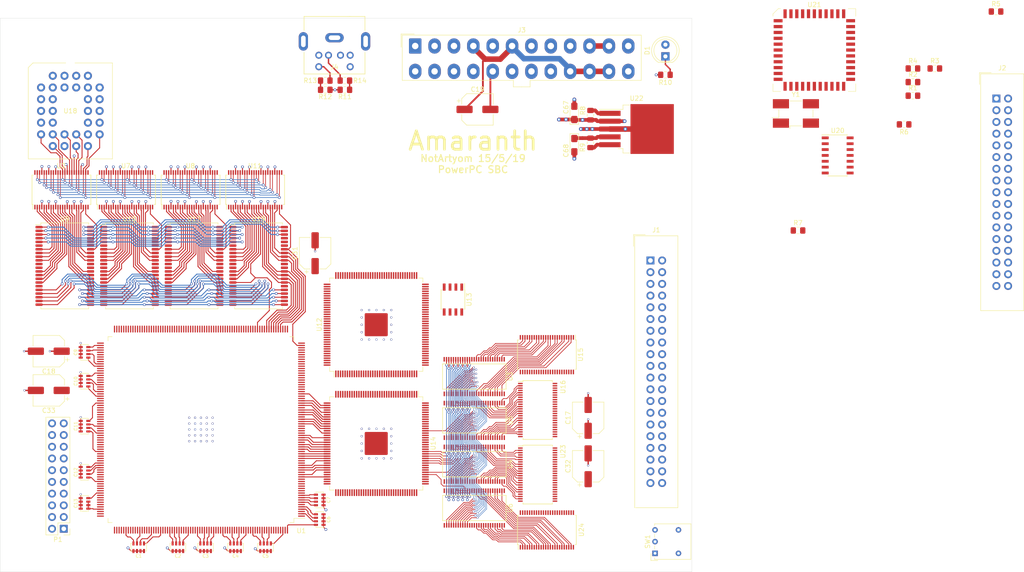
<source format=kicad_pcb>
(kicad_pcb (version 20171130) (host pcbnew 5.1.1)
  (layers (0 F.Cu mixed) (1 In1.Cu signal) (2 In2.Cu signal) (31 B.Cu mixed) (34 B.Paste user) (35 F.Paste user) (36 B.SilkS user) (37 F.SilkS user) (38 B.Mask user) (39 F.Mask user) (44 Edge.Cuts user))
  (net 0 "")
  (net 1 +5V)
  (net 2 GND)
  (net 3 HRESET)
  (net 4 SRESET)
  (net 5 /DH11)
  (net 6 /DH12)
  (net 7 /DH13)
  (net 8 /DH14)
  (net 9 /DH15)
  (net 10 /DH16)
  (net 11 /DH17)
  (net 12 /DH18)
  (net 13 /DH19)
  (net 14 /DH20)
  (net 15 /DH21)
  (net 16 /DH22)
  (net 17 /DH23)
  (net 18 /DH24)
  (net 19 /DH25)
  (net 20 /DH26)
  (net 21 /DH27)
  (net 22 /DH28)
  (net 23 /DH29)
  (net 24 /DH30)
  (net 25 /DH31)
  (net 26 /A23)
  (net 27 /A22)
  (net 28 /A21)
  (net 29 /A20)
  (net 30 /A19)
  (net 31 /A18)
  (net 32 /A17)
  (net 33 /A16)
  (net 34 /A15)
  (net 35 /A14)
  (net 36 /A13)
  (net 37 /A12)
  (net 38 /A11)
  (net 39 /A10)
  (net 40 /A9)
  (net 41 /A8)
  (net 42 /A7)
  (net 43 /A6)
  (net 44 /A5)
  (net 45 /A4)
  (net 46 /A3)
  (net 47 /A2)
  (net 48 /A1)
  (net 49 /A0)
  (net 50 /DL0)
  (net 51 /DL1)
  (net 52 /DL2)
  (net 53 /DL3)
  (net 54 /DL4)
  (net 55 /DL5)
  (net 56 /DL6)
  (net 57 /DL7)
  (net 58 /DL8)
  (net 59 /DL9)
  (net 60 /DL10)
  (net 61 /DL11)
  (net 62 /DL12)
  (net 63 /DL13)
  (net 64 /DL14)
  (net 65 /DL15)
  (net 66 /DL16)
  (net 67 /DL17)
  (net 68 /DL18)
  (net 69 /DL19)
  (net 70 /DL20)
  (net 71 /DL21)
  (net 72 /DL22)
  (net 73 /DL23)
  (net 74 /DL24)
  (net 75 /DL25)
  (net 76 /DL26)
  (net 77 /DL27)
  (net 78 /DL28)
  (net 79 /DL29)
  (net 80 /DL30)
  (net 81 /DL31)
  (net 82 /DH0)
  (net 83 /DH1)
  (net 84 /DH2)
  (net 85 /DH3)
  (net 86 /DH4)
  (net 87 /DH5)
  (net 88 /DH6)
  (net 89 /DH7)
  (net 90 /DH8)
  (net 91 /DH9)
  (net 92 /DH10)
  (net 93 /D_D15)
  (net 94 /D_D14)
  (net 95 /D_D13)
  (net 96 /D_D12)
  (net 97 /D_D11)
  (net 98 /D_D10)
  (net 99 /D_D9)
  (net 100 /D_D8)
  (net 101 /DQM1)
  (net 102 /D_CLK)
  (net 103 /D_CKE)
  (net 104 /D_A12)
  (net 105 /D_A11)
  (net 106 /D_A9)
  (net 107 /D_A8)
  (net 108 /D_A7)
  (net 109 /D_A6)
  (net 110 /D_A5)
  (net 111 /D_A4)
  (net 112 /D_A3)
  (net 113 /D_A2)
  (net 114 /D_A1)
  (net 115 /D_A0)
  (net 116 /D_A10)
  (net 117 /BA1)
  (net 118 /BA0)
  (net 119 /D_CS)
  (net 120 /RAS)
  (net 121 /CAS)
  (net 122 /D_WE)
  (net 123 /DQM0)
  (net 124 /D_D7)
  (net 125 /D_D6)
  (net 126 /D_D5)
  (net 127 /D_D4)
  (net 128 /D_D3)
  (net 129 /D_D2)
  (net 130 /D_D1)
  (net 131 /D_D0)
  (net 132 /D_D32)
  (net 133 /D_D33)
  (net 134 /D_D34)
  (net 135 /D_D35)
  (net 136 /D_D36)
  (net 137 /D_D37)
  (net 138 /D_D38)
  (net 139 /D_D39)
  (net 140 /DQM4)
  (net 141 /DQM5)
  (net 142 /D_D40)
  (net 143 /D_D41)
  (net 144 /D_D42)
  (net 145 /D_D43)
  (net 146 /D_D44)
  (net 147 /D_D45)
  (net 148 /D_D46)
  (net 149 /D_D47)
  (net 150 /D_D16)
  (net 151 /D_D17)
  (net 152 /D_D18)
  (net 153 /D_D19)
  (net 154 /D_D20)
  (net 155 /D_D21)
  (net 156 /D_D22)
  (net 157 /D_D23)
  (net 158 /DQM2)
  (net 159 /DQM3)
  (net 160 /D_D24)
  (net 161 /D_D25)
  (net 162 /D_D26)
  (net 163 /D_D27)
  (net 164 /D_D28)
  (net 165 /D_D29)
  (net 166 /D_D30)
  (net 167 /D_D31)
  (net 168 /D_D63)
  (net 169 /D_D62)
  (net 170 /D_D61)
  (net 171 /D_D60)
  (net 172 /D_D59)
  (net 173 /D_D58)
  (net 174 /D_D57)
  (net 175 /D_D56)
  (net 176 /DQM7)
  (net 177 /DQM6)
  (net 178 /D_D55)
  (net 179 /D_D54)
  (net 180 /D_D53)
  (net 181 /D_D52)
  (net 182 /D_D51)
  (net 183 /D_D50)
  (net 184 /D_D49)
  (net 185 /D_D48)
  (net 186 /ID0)
  (net 187 /ID1)
  (net 188 /ID2)
  (net 189 /ID3)
  (net 190 /ID4)
  (net 191 /ID5)
  (net 192 /ID6)
  (net 193 /ID7)
  (net 194 "Net-(U12-Pad62)")
  (net 195 "Net-(U12-Pad64)")
  (net 196 "Net-(U12-Pad65)")
  (net 197 "Net-(U12-Pad66)")
  (net 198 "Net-(U12-Pad69)")
  (net 199 "Net-(U12-Pad70)")
  (net 200 8burst_0)
  (net 201 8burst_1)
  (net 202 8burst_2)
  (net 203 8burst_3)
  (net 204 "Net-(U20-Pad5)")
  (net 205 +2V5)
  (net 206 +3V3)
  (net 207 RESET)
  (net 208 WRITE)
  (net 209 READ)
  (net 210 "Net-(J1-Pad31)")
  (net 211 "Net-(J2-Pad2)")
  (net 212 "Net-(J2-Pad16)")
  (net 213 "Net-(J2-Pad8)")
  (net 214 "Net-(J2-Pad10)")
  (net 215 "Net-(J2-Pad12)")
  (net 216 "Net-(J2-Pad14)")
  (net 217 "Net-(J2-Pad18)")
  (net 218 "Net-(J2-Pad20)")
  (net 219 "Net-(J2-Pad22)")
  (net 220 "Net-(J2-Pad24)")
  (net 221 "Net-(J2-Pad26)")
  (net 222 "Net-(J2-Pad28)")
  (net 223 "Net-(J2-Pad30)")
  (net 224 "Net-(J2-Pad32)")
  (net 225 "Net-(J2-Pad34)")
  (net 226 "Net-(J3-Pad9)")
  (net 227 -12V)
  (net 228 "Net-(J3-Pad16)")
  (net 229 "Net-(R1-Pad1)")
  (net 230 "Net-(R8-Pad2)")
  (net 231 "Net-(R9-Pad2)")
  (net 232 RESET_N)
  (net 233 "Net-(U21-Pad26)")
  (net 234 "Net-(D1-Pad1)")
  (net 235 SD_DDIR)
  (net 236 SD_DOE)
  (net 237 JT_TDI)
  (net 238 JT_TMS)
  (net 239 JT_TCK)
  (net 240 JT_CHAIN2)
  (net 241 JT_CHAIN0)
  (net 242 AP3)
  (net 243 AP2)
  (net 244 AP1)
  (net 245 AP0)
  (net 246 INT)
  (net 247 TSIZ0)
  (net 248 TSIZ2)
  (net 249 TSIZ1)
  (net 250 APE)
  (net 251 DPE)
  (net 252 JT_CHAIN1)
  (net 253 CS_FLOPPY_LDOR)
  (net 254 CS_FLOPPY_LDCR)
  (net 255 CS_FLOPPY)
  (net 256 CS_ROM)
  (net 257 "Net-(R11-Pad2)")
  (net 258 "Net-(R12-Pad2)")
  (net 259 "Net-(J4-Pad5)")
  (net 260 "Net-(J4-Pad1)")
  (module Connector_PinHeader_2.54mm:PinHeader_2x10_P2.54mm_Vertical (layer F.Cu) (at 48.8 145.675 180)
    (fp_text reference P1 (at 1.27 -2.33) (layer F.SilkS))
    (fp_text value JTAG)
    (pad 1 thru_hole rect (at 0 0 180) (size 1.7 1.7) (drill 1) (layers *.Cu *.Mask) (net 1 +5V))
    (pad 2 thru_hole oval (at 2.54 0 180) (size 1.7 1.7) (drill 1) (layers *.Cu *.Mask))
    (pad 3 thru_hole oval (at 0 2.54 180) (size 1.7 1.7) (drill 1) (layers *.Cu *.Mask) (net 3 HRESET))
    (pad 4 thru_hole oval (at 2.54 2.54 180) (size 1.7 1.7) (drill 1) (layers *.Cu *.Mask) (net 2 GND))
    (pad 5 thru_hole oval (at 0 5.08 180) (size 1.7 1.7) (drill 1) (layers *.Cu *.Mask) (net 237 JT_TDI))
    (pad 6 thru_hole oval (at 2.54 5.08 180) (size 1.7 1.7) (drill 1) (layers *.Cu *.Mask) (net 2 GND))
    (pad 7 thru_hole oval (at 0 7.62 180) (size 1.7 1.7) (drill 1) (layers *.Cu *.Mask) (net 238 JT_TMS))
    (pad 8 thru_hole oval (at 2.54 7.62 180) (size 1.7 1.7) (drill 1) (layers *.Cu *.Mask) (net 2 GND))
    (pad 9 thru_hole oval (at 0 10.16 180) (size 1.7 1.7) (drill 1) (layers *.Cu *.Mask) (net 239 JT_TCK))
    (pad 10 thru_hole oval (at 2.54 10.16 180) (size 1.7 1.7) (drill 1) (layers *.Cu *.Mask) (net 2 GND))
    (pad 11 thru_hole oval (at 0 12.7 180) (size 1.7 1.7) (drill 1) (layers *.Cu *.Mask) (net 2 GND))
    (pad 12 thru_hole oval (at 2.54 12.7 180) (size 1.7 1.7) (drill 1) (layers *.Cu *.Mask) (net 2 GND))
    (pad 13 thru_hole oval (at 0 15.24 180) (size 1.7 1.7) (drill 1) (layers *.Cu *.Mask) (net 240 JT_CHAIN2))
    (pad 14 thru_hole oval (at 2.54 15.24 180) (size 1.7 1.7) (drill 1) (layers *.Cu *.Mask) (net 2 GND))
    (pad 15 thru_hole oval (at 0 17.78 180) (size 1.7 1.7) (drill 1) (layers *.Cu *.Mask) (net 4 SRESET))
    (pad 16 thru_hole oval (at 2.54 17.78 180) (size 1.7 1.7) (drill 1) (layers *.Cu *.Mask) (net 2 GND))
    (pad 17 thru_hole oval (at 0 20.32 180) (size 1.7 1.7) (drill 1) (layers *.Cu *.Mask))
    (pad 18 thru_hole oval (at 2.54 20.32 180) (size 1.7 1.7) (drill 1) (layers *.Cu *.Mask) (net 2 GND))
    (pad 19 thru_hole oval (at 0 22.86 180) (size 1.7 1.7) (drill 1) (layers *.Cu *.Mask))
    (pad 20 thru_hole oval (at 2.54 22.86 180) (size 1.7 1.7) (drill 1) (layers *.Cu *.Mask) (net 2 GND))
  )
  (module Amaranth:CQFP-304 (layer F.Cu) (at 78.55 124.175 180)
    (fp_text reference U1 (at -21.75 -21.925) (layer F.SilkS))
    (fp_text value PPC601)
    (pad 109 smd oval (at -2.75 21.8 180) (size 0.254 1.52) (layers F.Cu F.Paste F.Mask) (net 2 GND))
    (pad 108 smd oval (at -3.25 21.8 180) (size 0.254 1.52) (layers F.Cu F.Paste F.Mask) (net 5 /DH11))
    (pad 107 smd oval (at -3.75 21.8 180) (size 0.254 1.52) (layers F.Cu F.Paste F.Mask) (net 6 /DH12))
    (pad 106 smd oval (at -4.25 21.8 180) (size 0.254 1.52) (layers F.Cu F.Paste F.Mask) (net 7 /DH13))
    (pad 105 smd oval (at -4.75 21.8 180) (size 0.254 1.52) (layers F.Cu F.Paste F.Mask) (net 1 +5V))
    (pad 104 smd oval (at -5.25 21.8 180) (size 0.254 1.52) (layers F.Cu F.Paste F.Mask) (net 8 /DH14))
    (pad 103 smd oval (at -5.75 21.8 180) (size 0.254 1.52) (layers F.Cu F.Paste F.Mask) (net 9 /DH15))
    (pad 102 smd oval (at -6.25 21.8 180) (size 0.254 1.52) (layers F.Cu F.Paste F.Mask) (net 2 GND))
    (pad 101 smd oval (at -6.75 21.8 180) (size 0.254 1.52) (layers F.Cu F.Paste F.Mask) (net 1 +5V))
    (pad 100 smd oval (at -7.25 21.8 180) (size 0.254 1.52) (layers F.Cu F.Paste F.Mask) (net 2 GND))
    (pad 99 smd oval (at -7.75 21.8 180) (size 0.254 1.52) (layers F.Cu F.Paste F.Mask) (net 10 /DH16))
    (pad 98 smd oval (at -8.25 21.8 180) (size 0.254 1.52) (layers F.Cu F.Paste F.Mask) (net 11 /DH17))
    (pad 97 smd oval (at -8.75 21.8 180) (size 0.254 1.52) (layers F.Cu F.Paste F.Mask) (net 12 /DH18))
    (pad 96 smd oval (at -9.25 21.8 180) (size 0.254 1.52) (layers F.Cu F.Paste F.Mask) (net 1 +5V))
    (pad 95 smd oval (at -9.75 21.8 180) (size 0.254 1.52) (layers F.Cu F.Paste F.Mask) (net 13 /DH19))
    (pad 94 smd oval (at -10.25 21.8 180) (size 0.254 1.52) (layers F.Cu F.Paste F.Mask) (net 14 /DH20))
    (pad 93 smd oval (at -10.75 21.8 180) (size 0.254 1.52) (layers F.Cu F.Paste F.Mask) (net 15 /DH21))
    (pad 92 smd oval (at -11.25 21.8 180) (size 0.254 1.52) (layers F.Cu F.Paste F.Mask) (net 205 +2V5))
    (pad 91 smd oval (at -11.75 21.8 180) (size 0.254 1.52) (layers F.Cu F.Paste F.Mask) (net 16 /DH22))
    (pad 90 smd oval (at -12.25 21.8 180) (size 0.254 1.52) (layers F.Cu F.Paste F.Mask) (net 17 /DH23))
    (pad 89 smd oval (at -12.75 21.8 180) (size 0.254 1.52) (layers F.Cu F.Paste F.Mask) (net 2 GND))
    (pad 88 smd oval (at -13.25 21.8 180) (size 0.254 1.52) (layers F.Cu F.Paste F.Mask) (net 205 +2V5))
    (pad 87 smd oval (at -13.75 21.8 180) (size 0.254 1.52) (layers F.Cu F.Paste F.Mask) (net 2 GND))
    (pad 86 smd oval (at -14.25 21.8 180) (size 0.254 1.52) (layers F.Cu F.Paste F.Mask) (net 18 /DH24))
    (pad 85 smd oval (at -14.75 21.8 180) (size 0.254 1.52) (layers F.Cu F.Paste F.Mask) (net 19 /DH25))
    (pad 84 smd oval (at -15.25 21.8 180) (size 0.254 1.52) (layers F.Cu F.Paste F.Mask) (net 20 /DH26))
    (pad 83 smd oval (at -15.75 21.8 180) (size 0.254 1.52) (layers F.Cu F.Paste F.Mask) (net 21 /DH27))
    (pad 82 smd oval (at -16.25 21.8 180) (size 0.254 1.52) (layers F.Cu F.Paste F.Mask) (net 22 /DH28))
    (pad 81 smd oval (at -16.75 21.8 180) (size 0.254 1.52) (layers F.Cu F.Paste F.Mask) (net 23 /DH29))
    (pad 80 smd oval (at -17.25 21.8 180) (size 0.254 1.52) (layers F.Cu F.Paste F.Mask) (net 24 /DH30))
    (pad 79 smd oval (at -17.75 21.8 180) (size 0.254 1.52) (layers F.Cu F.Paste F.Mask) (net 1 +5V))
    (pad 78 smd oval (at -18.25 21.8 180) (size 0.254 1.52) (layers F.Cu F.Paste F.Mask) (net 241 JT_CHAIN0))
    (pad 77 smd oval (at -18.75 21.8 180) (size 0.254 1.52) (layers F.Cu F.Paste F.Mask) (net 2 GND))
    (pad 76 smd oval (at -21.8 18.75 270) (size 0.254 1.52) (layers F.Cu F.Paste F.Mask) (net 205 +2V5))
    (pad 75 smd oval (at -21.8 18.25 270) (size 0.254 1.52) (layers F.Cu F.Paste F.Mask) (net 25 /DH31))
    (pad 74 smd oval (at -21.8 17.75 270) (size 0.254 1.52) (layers F.Cu F.Paste F.Mask))
    (pad 73 smd oval (at -21.8 17.25 270) (size 0.254 1.52) (layers F.Cu F.Paste F.Mask) (net 2 GND))
    (pad 72 smd oval (at -21.8 16.75 270) (size 0.254 1.52) (layers F.Cu F.Paste F.Mask))
    (pad 71 smd oval (at -21.8 16.25 270) (size 0.254 1.52) (layers F.Cu F.Paste F.Mask) (net 242 AP3))
    (pad 70 smd oval (at -21.8 15.75 270) (size 0.254 1.52) (layers F.Cu F.Paste F.Mask))
    (pad 69 smd oval (at -21.8 15.25 270) (size 0.254 1.52) (layers F.Cu F.Paste F.Mask) (net 243 AP2))
    (pad 68 smd oval (at -21.8 14.75 270) (size 0.254 1.52) (layers F.Cu F.Paste F.Mask) (net 244 AP1))
    (pad 67 smd oval (at -21.8 14.25 270) (size 0.254 1.52) (layers F.Cu F.Paste F.Mask) (net 245 AP0))
    (pad 66 smd oval (at -21.8 13.75 270) (size 0.254 1.52) (layers F.Cu F.Paste F.Mask) (net 1 +5V))
    (pad 65 smd oval (at -21.8 13.25 270) (size 0.254 1.52) (layers F.Cu F.Paste F.Mask) (net 2 GND))
    (pad 64 smd oval (at -21.8 12.75 270) (size 0.254 1.52) (layers F.Cu F.Paste F.Mask))
    (pad 63 smd oval (at -21.8 12.25 270) (size 0.254 1.52) (layers F.Cu F.Paste F.Mask))
    (pad 62 smd oval (at -21.8 11.75 270) (size 0.254 1.52) (layers F.Cu F.Paste F.Mask))
    (pad 61 smd oval (at -21.8 11.25 270) (size 0.254 1.52) (layers F.Cu F.Paste F.Mask) (net 205 +2V5))
    (pad 60 smd oval (at -21.8 10.75 270) (size 0.254 1.52) (layers F.Cu F.Paste F.Mask))
    (pad 59 smd oval (at -21.8 10.25 270) (size 0.254 1.52) (layers F.Cu F.Paste F.Mask))
    (pad 58 smd oval (at -21.8 9.75 270) (size 0.254 1.52) (layers F.Cu F.Paste F.Mask))
    (pad 57 smd oval (at -21.8 9.25 270) (size 0.254 1.52) (layers F.Cu F.Paste F.Mask) (net 2 GND))
    (pad 56 smd oval (at -21.8 8.75 270) (size 0.254 1.52) (layers F.Cu F.Paste F.Mask))
    (pad 55 smd oval (at -21.8 8.25 270) (size 0.254 1.52) (layers F.Cu F.Paste F.Mask))
    (pad 54 smd oval (at -21.8 7.75 270) (size 0.254 1.52) (layers F.Cu F.Paste F.Mask) (net 26 /A23))
    (pad 53 smd oval (at -21.8 7.25 270) (size 0.254 1.52) (layers F.Cu F.Paste F.Mask) (net 205 +2V5))
    (pad 52 smd oval (at -21.8 6.75 270) (size 0.254 1.52) (layers F.Cu F.Paste F.Mask) (net 2 GND))
    (pad 51 smd oval (at -21.8 6.25 270) (size 0.254 1.52) (layers F.Cu F.Paste F.Mask) (net 27 /A22))
    (pad 50 smd oval (at -21.8 5.75 270) (size 0.254 1.52) (layers F.Cu F.Paste F.Mask) (net 28 /A21))
    (pad 49 smd oval (at -21.8 5.25 270) (size 0.254 1.52) (layers F.Cu F.Paste F.Mask) (net 29 /A20))
    (pad 48 smd oval (at -21.8 4.75 270) (size 0.254 1.52) (layers F.Cu F.Paste F.Mask) (net 1 +5V))
    (pad 47 smd oval (at -21.8 4.25 270) (size 0.254 1.52) (layers F.Cu F.Paste F.Mask) (net 30 /A19))
    (pad 46 smd oval (at -21.8 3.75 270) (size 0.254 1.52) (layers F.Cu F.Paste F.Mask) (net 31 /A18))
    (pad 45 smd oval (at -21.8 3.25 270) (size 0.254 1.52) (layers F.Cu F.Paste F.Mask) (net 32 /A17))
    (pad 44 smd oval (at -21.8 2.75 270) (size 0.254 1.52) (layers F.Cu F.Paste F.Mask) (net 2 GND))
    (pad 43 smd oval (at -21.8 2.25 270) (size 0.254 1.52) (layers F.Cu F.Paste F.Mask) (net 33 /A16))
    (pad 42 smd oval (at -21.8 1.75 270) (size 0.254 1.52) (layers F.Cu F.Paste F.Mask) (net 34 /A15))
    (pad 41 smd oval (at -21.8 1.25 270) (size 0.254 1.52) (layers F.Cu F.Paste F.Mask) (net 35 /A14))
    (pad 40 smd oval (at -21.8 0.75 270) (size 0.254 1.52) (layers F.Cu F.Paste F.Mask) (net 1 +5V))
    (pad 39 smd oval (at -21.8 0.25 270) (size 0.254 1.52) (layers F.Cu F.Paste F.Mask) (net 2 GND))
    (pad 38 smd oval (at -21.8 -0.25 270) (size 0.254 1.52) (layers F.Cu F.Paste F.Mask) (net 2 GND))
    (pad 37 smd oval (at -21.8 -0.75 270) (size 0.254 1.52) (layers F.Cu F.Paste F.Mask) (net 205 +2V5))
    (pad 36 smd oval (at -21.8 -1.25 270) (size 0.254 1.52) (layers F.Cu F.Paste F.Mask) (net 36 /A13))
    (pad 35 smd oval (at -21.8 -1.75 270) (size 0.254 1.52) (layers F.Cu F.Paste F.Mask) (net 37 /A12))
    (pad 34 smd oval (at -21.8 -2.25 270) (size 0.254 1.52) (layers F.Cu F.Paste F.Mask) (net 38 /A11))
    (pad 33 smd oval (at -21.8 -2.75 270) (size 0.254 1.52) (layers F.Cu F.Paste F.Mask) (net 2 GND))
    (pad 32 smd oval (at -21.8 -3.25 270) (size 0.254 1.52) (layers F.Cu F.Paste F.Mask) (net 39 /A10))
    (pad 31 smd oval (at -21.8 -3.75 270) (size 0.254 1.52) (layers F.Cu F.Paste F.Mask) (net 40 /A9))
    (pad 30 smd oval (at -21.8 -4.25 270) (size 0.254 1.52) (layers F.Cu F.Paste F.Mask) (net 41 /A8))
    (pad 29 smd oval (at -21.8 -4.75 270) (size 0.254 1.52) (layers F.Cu F.Paste F.Mask) (net 1 +5V))
    (pad 28 smd oval (at -21.8 -5.25 270) (size 0.254 1.52) (layers F.Cu F.Paste F.Mask) (net 42 /A7))
    (pad 27 smd oval (at -21.8 -5.75 270) (size 0.254 1.52) (layers F.Cu F.Paste F.Mask) (net 43 /A6))
    (pad 26 smd oval (at -21.8 -6.25 270) (size 0.254 1.52) (layers F.Cu F.Paste F.Mask) (net 44 /A5))
    (pad 25 smd oval (at -21.8 -6.75 270) (size 0.254 1.52) (layers F.Cu F.Paste F.Mask) (net 2 GND))
    (pad 24 smd oval (at -21.8 -7.25 270) (size 0.254 1.52) (layers F.Cu F.Paste F.Mask) (net 1 +5V))
    (pad 23 smd oval (at -21.8 -7.75 270) (size 0.254 1.52) (layers F.Cu F.Paste F.Mask) (net 45 /A4))
    (pad 22 smd oval (at -21.8 -8.25 270) (size 0.254 1.52) (layers F.Cu F.Paste F.Mask) (net 46 /A3))
    (pad 1 smd oval (at -21.8 -18.75 270) (size 0.254 1.52) (layers F.Cu F.Paste F.Mask) (net 2 GND))
    (pad 3 smd oval (at -21.8 -17.75 270) (size 0.254 1.52) (layers F.Cu F.Paste F.Mask) (net 2 GND))
    (pad 2 smd oval (at -21.8 -18.25 270) (size 0.254 1.52) (layers F.Cu F.Paste F.Mask) (net 205 +2V5))
    (pad 9 smd oval (at -21.8 -14.75 270) (size 0.254 1.52) (layers F.Cu F.Paste F.Mask) (net 1 +5V))
    (pad 8 smd oval (at -21.8 -15.25 270) (size 0.254 1.52) (layers F.Cu F.Paste F.Mask) (net 1 +5V))
    (pad 7 smd oval (at -21.8 -15.75 270) (size 0.254 1.52) (layers F.Cu F.Paste F.Mask) (net 1 +5V))
    (pad 21 smd oval (at -21.8 -8.75 270) (size 0.254 1.52) (layers F.Cu F.Paste F.Mask) (net 47 /A2))
    (pad 20 smd oval (at -21.8 -9.25 270) (size 0.254 1.52) (layers F.Cu F.Paste F.Mask) (net 2 GND))
    (pad 19 smd oval (at -21.8 -9.75 270) (size 0.254 1.52) (layers F.Cu F.Paste F.Mask) (net 48 /A1))
    (pad 18 smd oval (at -21.8 -10.25 270) (size 0.254 1.52) (layers F.Cu F.Paste F.Mask) (net 49 /A0))
    (pad 17 smd oval (at -21.8 -10.75 270) (size 0.254 1.52) (layers F.Cu F.Paste F.Mask) (net 1 +5V))
    (pad 16 smd oval (at -21.8 -11.25 270) (size 0.254 1.52) (layers F.Cu F.Paste F.Mask) (net 205 +2V5))
    (pad 15 smd oval (at -21.8 -11.75 270) (size 0.254 1.52) (layers F.Cu F.Paste F.Mask) (net 1 +5V))
    (pad 14 smd oval (at -21.8 -12.25 270) (size 0.254 1.52) (layers F.Cu F.Paste F.Mask) (net 2 GND))
    (pad 13 smd oval (at -21.8 -12.75 270) (size 0.254 1.52) (layers F.Cu F.Paste F.Mask) (net 2 GND))
    (pad 12 smd oval (at -21.8 -13.25 270) (size 0.254 1.52) (layers F.Cu F.Paste F.Mask) (net 2 GND))
    (pad 11 smd oval (at -21.8 -13.75 270) (size 0.254 1.52) (layers F.Cu F.Paste F.Mask) (net 205 +2V5))
    (pad 10 smd oval (at -21.8 -14.25 270) (size 0.254 1.52) (layers F.Cu F.Paste F.Mask) (net 1 +5V))
    (pad 304 smd oval (at -18.75 -21.8 180) (size 0.254 1.52) (layers F.Cu F.Paste F.Mask) (net 1 +5V))
    (pad 303 smd oval (at -18.25 -21.8 180) (size 0.254 1.52) (layers F.Cu F.Paste F.Mask) (net 2 GND))
    (pad 302 smd oval (at -17.75 -21.8 180) (size 0.254 1.52) (layers F.Cu F.Paste F.Mask) (net 1 +5V))
    (pad 301 smd oval (at -17.25 -21.8 180) (size 0.254 1.52) (layers F.Cu F.Paste F.Mask) (net 2 GND))
    (pad 300 smd oval (at -16.75 -21.8 180) (size 0.254 1.52) (layers F.Cu F.Paste F.Mask))
    (pad 299 smd oval (at -16.25 -21.8 180) (size 0.254 1.52) (layers F.Cu F.Paste F.Mask))
    (pad 298 smd oval (at -15.75 -21.8 180) (size 0.254 1.52) (layers F.Cu F.Paste F.Mask))
    (pad 297 smd oval (at -15.25 -21.8 180) (size 0.254 1.52) (layers F.Cu F.Paste F.Mask))
    (pad 296 smd oval (at -14.75 -21.8 180) (size 0.254 1.52) (layers F.Cu F.Paste F.Mask) (net 1 +5V))
    (pad 295 smd oval (at -14.25 -21.8 180) (size 0.254 1.52) (layers F.Cu F.Paste F.Mask))
    (pad 294 smd oval (at -13.75 -21.8 180) (size 0.254 1.52) (layers F.Cu F.Paste F.Mask) (net 2 GND))
    (pad 293 smd oval (at -13.25 -21.8 180) (size 0.254 1.52) (layers F.Cu F.Paste F.Mask) (net 205 +2V5))
    (pad 292 smd oval (at -12.75 -21.8 180) (size 0.254 1.52) (layers F.Cu F.Paste F.Mask))
    (pad 291 smd oval (at -12.25 -21.8 180) (size 0.254 1.52) (layers F.Cu F.Paste F.Mask))
    (pad 290 smd oval (at -11.75 -21.8 180) (size 0.254 1.52) (layers F.Cu F.Paste F.Mask))
    (pad 289 smd oval (at -11.25 -21.8 180) (size 0.254 1.52) (layers F.Cu F.Paste F.Mask) (net 1 +5V))
    (pad 288 smd oval (at -10.75 -21.8 180) (size 0.254 1.52) (layers F.Cu F.Paste F.Mask) (net 2 GND))
    (pad 287 smd oval (at -10.25 -21.8 180) (size 0.254 1.52) (layers F.Cu F.Paste F.Mask) (net 2 GND))
    (pad 286 smd oval (at -9.75 -21.8 180) (size 0.254 1.52) (layers F.Cu F.Paste F.Mask) (net 1 +5V))
    (pad 285 smd oval (at -9.25 -21.8 180) (size 0.254 1.52) (layers F.Cu F.Paste F.Mask))
    (pad 284 smd oval (at -8.75 -21.8 180) (size 0.254 1.52) (layers F.Cu F.Paste F.Mask) (net 2 GND))
    (pad 283 smd oval (at -8.25 -21.8 180) (size 0.254 1.52) (layers F.Cu F.Paste F.Mask) (net 205 +2V5))
    (pad 282 smd oval (at -7.75 -21.8 180) (size 0.254 1.52) (layers F.Cu F.Paste F.Mask))
    (pad 281 smd oval (at -7.25 -21.8 180) (size 0.254 1.52) (layers F.Cu F.Paste F.Mask) (net 2 GND))
    (pad 280 smd oval (at -6.75 -21.8 180) (size 0.254 1.52) (layers F.Cu F.Paste F.Mask) (net 205 +2V5))
    (pad 279 smd oval (at -6.25 -21.8 180) (size 0.254 1.52) (layers F.Cu F.Paste F.Mask) (net 3 HRESET))
    (pad 278 smd oval (at -5.75 -21.8 180) (size 0.254 1.52) (layers F.Cu F.Paste F.Mask) (net 2 GND))
    (pad 277 smd oval (at -5.25 -21.8 180) (size 0.254 1.52) (layers F.Cu F.Paste F.Mask))
    (pad 276 smd oval (at -4.75 -21.8 180) (size 0.254 1.52) (layers F.Cu F.Paste F.Mask) (net 1 +5V))
    (pad 275 smd oval (at -4.25 -21.8 180) (size 0.254 1.52) (layers F.Cu F.Paste F.Mask))
    (pad 274 smd oval (at -3.75 -21.8 180) (size 0.254 1.52) (layers F.Cu F.Paste F.Mask) (net 2 GND))
    (pad 273 smd oval (at -3.25 -21.8 180) (size 0.254 1.52) (layers F.Cu F.Paste F.Mask))
    (pad 272 smd oval (at -2.75 -21.8 180) (size 0.254 1.52) (layers F.Cu F.Paste F.Mask) (net 1 +5V))
    (pad 271 smd oval (at -2.25 -21.8 180) (size 0.254 1.52) (layers F.Cu F.Paste F.Mask))
    (pad 270 smd oval (at -1.75 -21.8 180) (size 0.254 1.52) (layers F.Cu F.Paste F.Mask) (net 205 +2V5))
    (pad 269 smd oval (at -1.25 -21.8 180) (size 0.254 1.52) (layers F.Cu F.Paste F.Mask) (net 2 GND))
    (pad 268 smd oval (at -0.75 -21.8 180) (size 0.254 1.52) (layers F.Cu F.Paste F.Mask) (net 205 +2V5))
    (pad 267 smd oval (at -0.25 -21.8 180) (size 0.254 1.52) (layers F.Cu F.Paste F.Mask) (net 2 GND))
    (pad 266 smd oval (at 0.25 -21.8 180) (size 0.254 1.52) (layers F.Cu F.Paste F.Mask) (net 2 GND))
    (pad 265 smd oval (at 0.75 -21.8 180) (size 0.254 1.52) (layers F.Cu F.Paste F.Mask) (net 205 +2V5))
    (pad 264 smd oval (at 1.25 -21.8 180) (size 0.254 1.52) (layers F.Cu F.Paste F.Mask) (net 4 SRESET))
    (pad 263 smd oval (at 1.75 -21.8 180) (size 0.254 1.52) (layers F.Cu F.Paste F.Mask) (net 2 GND))
    (pad 262 smd oval (at 2.25 -21.8 180) (size 0.254 1.52) (layers F.Cu F.Paste F.Mask) (net 246 INT))
    (pad 261 smd oval (at 2.75 -21.8 180) (size 0.254 1.52) (layers F.Cu F.Paste F.Mask) (net 1 +5V))
    (pad 260 smd oval (at 3.25 -21.8 180) (size 0.254 1.52) (layers F.Cu F.Paste F.Mask))
    (pad 259 smd oval (at 3.75 -21.8 180) (size 0.254 1.52) (layers F.Cu F.Paste F.Mask) (net 2 GND))
    (pad 258 smd oval (at 4.25 -21.8 180) (size 0.254 1.52) (layers F.Cu F.Paste F.Mask))
    (pad 257 smd oval (at 4.75 -21.8 180) (size 0.254 1.52) (layers F.Cu F.Paste F.Mask) (net 205 +2V5))
    (pad 256 smd oval (at 5.25 -21.8 180) (size 0.254 1.52) (layers F.Cu F.Paste F.Mask))
    (pad 255 smd oval (at 5.75 -21.8 180) (size 0.254 1.52) (layers F.Cu F.Paste F.Mask) (net 1 +5V))
    (pad 254 smd oval (at 6.25 -21.8 180) (size 0.254 1.52) (layers F.Cu F.Paste F.Mask))
    (pad 253 smd oval (at 6.75 -21.8 180) (size 0.254 1.52) (layers F.Cu F.Paste F.Mask) (net 205 +2V5))
    (pad 252 smd oval (at 7.25 -21.8 180) (size 0.254 1.52) (layers F.Cu F.Paste F.Mask) (net 2 GND))
    (pad 251 smd oval (at 7.75 -21.8 180) (size 0.254 1.52) (layers F.Cu F.Paste F.Mask))
    (pad 250 smd oval (at 8.25 -21.8 180) (size 0.254 1.52) (layers F.Cu F.Paste F.Mask))
    (pad 249 smd oval (at 8.75 -21.8 180) (size 0.254 1.52) (layers F.Cu F.Paste F.Mask) (net 1 +5V))
    (pad 248 smd oval (at 9.25 -21.8 180) (size 0.254 1.52) (layers F.Cu F.Paste F.Mask))
    (pad 247 smd oval (at 9.75 -21.8 180) (size 0.254 1.52) (layers F.Cu F.Paste F.Mask))
    (pad 246 smd oval (at 10.25 -21.8 180) (size 0.254 1.52) (layers F.Cu F.Paste F.Mask))
    (pad 245 smd oval (at 10.75 -21.8 180) (size 0.254 1.52) (layers F.Cu F.Paste F.Mask) (net 1 +5V))
    (pad 244 smd oval (at 11.25 -21.8 180) (size 0.254 1.52) (layers F.Cu F.Paste F.Mask))
    (pad 243 smd oval (at 11.75 -21.8 180) (size 0.254 1.52) (layers F.Cu F.Paste F.Mask))
    (pad 242 smd oval (at 12.25 -21.8 180) (size 0.254 1.52) (layers F.Cu F.Paste F.Mask) (net 2 GND))
    (pad 241 smd oval (at 12.75 -21.8 180) (size 0.254 1.52) (layers F.Cu F.Paste F.Mask) (net 247 TSIZ0))
    (pad 240 smd oval (at 13.25 -21.8 180) (size 0.254 1.52) (layers F.Cu F.Paste F.Mask) (net 205 +2V5))
    (pad 239 smd oval (at 13.75 -21.8 180) (size 0.254 1.52) (layers F.Cu F.Paste F.Mask) (net 2 GND))
    (pad 238 smd oval (at 14.25 -21.8 180) (size 0.254 1.52) (layers F.Cu F.Paste F.Mask))
    (pad 237 smd oval (at 14.75 -21.8 180) (size 0.254 1.52) (layers F.Cu F.Paste F.Mask) (net 248 TSIZ2))
    (pad 236 smd oval (at 15.25 -21.8 180) (size 0.254 1.52) (layers F.Cu F.Paste F.Mask))
    (pad 235 smd oval (at 15.75 -21.8 180) (size 0.254 1.52) (layers F.Cu F.Paste F.Mask))
    (pad 234 smd oval (at 16.25 -21.8 180) (size 0.254 1.52) (layers F.Cu F.Paste F.Mask) (net 1 +5V))
    (pad 233 smd oval (at 16.75 -21.8 180) (size 0.254 1.52) (layers F.Cu F.Paste F.Mask))
    (pad 232 smd oval (at 17.25 -21.8 180) (size 0.254 1.52) (layers F.Cu F.Paste F.Mask) (net 249 TSIZ1))
    (pad 231 smd oval (at 17.75 -21.8 180) (size 0.254 1.52) (layers F.Cu F.Paste F.Mask) (net 250 APE))
    (pad 230 smd oval (at 18.25 -21.8 180) (size 0.254 1.52) (layers F.Cu F.Paste F.Mask) (net 2 GND))
    (pad 229 smd oval (at 18.75 -21.8 180) (size 0.254 1.52) (layers F.Cu F.Paste F.Mask))
    (pad 228 smd oval (at 21.8 -18.75 270) (size 0.254 1.52) (layers F.Cu F.Paste F.Mask))
    (pad 227 smd oval (at 21.8 -18.25 270) (size 0.254 1.52) (layers F.Cu F.Paste F.Mask))
    (pad 226 smd oval (at 21.8 -17.75 270) (size 0.254 1.52) (layers F.Cu F.Paste F.Mask))
    (pad 225 smd oval (at 21.8 -17.25 270) (size 0.254 1.52) (layers F.Cu F.Paste F.Mask) (net 205 +2V5))
    (pad 224 smd oval (at 21.8 -16.75 270) (size 0.254 1.52) (layers F.Cu F.Paste F.Mask))
    (pad 223 smd oval (at 21.8 -16.25 270) (size 0.254 1.52) (layers F.Cu F.Paste F.Mask) (net 2 GND))
    (pad 222 smd oval (at 21.8 -15.75 270) (size 0.254 1.52) (layers F.Cu F.Paste F.Mask) (net 251 DPE))
    (pad 221 smd oval (at 21.8 -15.25 270) (size 0.254 1.52) (layers F.Cu F.Paste F.Mask))
    (pad 220 smd oval (at 21.8 -14.75 270) (size 0.254 1.52) (layers F.Cu F.Paste F.Mask))
    (pad 219 smd oval (at 21.8 -14.25 270) (size 0.254 1.52) (layers F.Cu F.Paste F.Mask))
    (pad 218 smd oval (at 21.8 -13.75 270) (size 0.254 1.52) (layers F.Cu F.Paste F.Mask) (net 1 +5V))
    (pad 217 smd oval (at 21.8 -13.25 270) (size 0.254 1.52) (layers F.Cu F.Paste F.Mask) (net 2 GND))
    (pad 216 smd oval (at 21.8 -12.75 270) (size 0.254 1.52) (layers F.Cu F.Paste F.Mask))
    (pad 215 smd oval (at 21.8 -12.25 270) (size 0.254 1.52) (layers F.Cu F.Paste F.Mask))
    (pad 214 smd oval (at 21.8 -11.75 270) (size 0.254 1.52) (layers F.Cu F.Paste F.Mask))
    (pad 213 smd oval (at 21.8 -11.25 270) (size 0.254 1.52) (layers F.Cu F.Paste F.Mask) (net 1 +5V))
    (pad 212 smd oval (at 21.8 -10.75 270) (size 0.254 1.52) (layers F.Cu F.Paste F.Mask))
    (pad 211 smd oval (at 21.8 -10.25 270) (size 0.254 1.52) (layers F.Cu F.Paste F.Mask))
    (pad 210 smd oval (at 21.8 -9.75 270) (size 0.254 1.52) (layers F.Cu F.Paste F.Mask))
    (pad 209 smd oval (at 21.8 -9.25 270) (size 0.254 1.52) (layers F.Cu F.Paste F.Mask) (net 2 GND))
    (pad 208 smd oval (at 21.8 -8.75 270) (size 0.254 1.52) (layers F.Cu F.Paste F.Mask) (net 2 GND))
    (pad 207 smd oval (at 21.8 -8.25 270) (size 0.254 1.52) (layers F.Cu F.Paste F.Mask) (net 1 +5V))
    (pad 206 smd oval (at 21.8 -7.75 270) (size 0.254 1.52) (layers F.Cu F.Paste F.Mask) (net 1 +5V))
    (pad 205 smd oval (at 21.8 -7.25 270) (size 0.254 1.52) (layers F.Cu F.Paste F.Mask) (net 205 +2V5))
    (pad 204 smd oval (at 21.8 -6.75 270) (size 0.254 1.52) (layers F.Cu F.Paste F.Mask) (net 2 GND))
    (pad 203 smd oval (at 21.8 -6.25 270) (size 0.254 1.52) (layers F.Cu F.Paste F.Mask))
    (pad 202 smd oval (at 21.8 -5.75 270) (size 0.254 1.52) (layers F.Cu F.Paste F.Mask))
    (pad 201 smd oval (at 21.8 -5.25 270) (size 0.254 1.52) (layers F.Cu F.Paste F.Mask))
    (pad 200 smd oval (at 21.8 -4.75 270) (size 0.254 1.52) (layers F.Cu F.Paste F.Mask) (net 205 +2V5))
    (pad 199 smd oval (at 21.8 -4.25 270) (size 0.254 1.52) (layers F.Cu F.Paste F.Mask))
    (pad 198 smd oval (at 21.8 -3.75 270) (size 0.254 1.52) (layers F.Cu F.Paste F.Mask))
    (pad 197 smd oval (at 21.8 -3.25 270) (size 0.254 1.52) (layers F.Cu F.Paste F.Mask))
    (pad 196 smd oval (at 21.8 -2.75 270) (size 0.254 1.52) (layers F.Cu F.Paste F.Mask) (net 2 GND))
    (pad 195 smd oval (at 21.8 -2.25 270) (size 0.254 1.52) (layers F.Cu F.Paste F.Mask))
    (pad 194 smd oval (at 21.8 -1.75 270) (size 0.254 1.52) (layers F.Cu F.Paste F.Mask))
    (pad 193 smd oval (at 21.8 -1.25 270) (size 0.254 1.52) (layers F.Cu F.Paste F.Mask) (net 2 GND))
    (pad 192 smd oval (at 21.8 -0.75 270) (size 0.254 1.52) (layers F.Cu F.Paste F.Mask) (net 1 +5V))
    (pad 191 smd oval (at 21.8 -0.25 270) (size 0.254 1.52) (layers F.Cu F.Paste F.Mask) (net 2 GND))
    (pad 190 smd oval (at 21.8 0.25 270) (size 0.254 1.52) (layers F.Cu F.Paste F.Mask) (net 2 GND))
    (pad 189 smd oval (at 21.8 0.75 270) (size 0.254 1.52) (layers F.Cu F.Paste F.Mask) (net 205 +2V5))
    (pad 188 smd oval (at 21.8 1.25 270) (size 0.254 1.52) (layers F.Cu F.Paste F.Mask) (net 50 /DL0))
    (pad 187 smd oval (at 21.8 1.75 270) (size 0.254 1.52) (layers F.Cu F.Paste F.Mask) (net 239 JT_TCK))
    (pad 186 smd oval (at 21.8 2.25 270) (size 0.254 1.52) (layers F.Cu F.Paste F.Mask) (net 237 JT_TDI))
    (pad 185 smd oval (at 21.8 2.75 270) (size 0.254 1.52) (layers F.Cu F.Paste F.Mask) (net 51 /DL1))
    (pad 184 smd oval (at 21.8 3.25 270) (size 0.254 1.52) (layers F.Cu F.Paste F.Mask) (net 238 JT_TMS))
    (pad 183 smd oval (at 21.8 3.75 270) (size 0.254 1.52) (layers F.Cu F.Paste F.Mask) (net 2 GND))
    (pad 182 smd oval (at 21.8 4.25 270) (size 0.254 1.52) (layers F.Cu F.Paste F.Mask) (net 52 /DL2))
    (pad 181 smd oval (at 21.8 4.75 270) (size 0.254 1.52) (layers F.Cu F.Paste F.Mask) (net 53 /DL3))
    (pad 180 smd oval (at 21.8 5.25 270) (size 0.254 1.52) (layers F.Cu F.Paste F.Mask) (net 54 /DL4))
    (pad 179 smd oval (at 21.8 5.75 270) (size 0.254 1.52) (layers F.Cu F.Paste F.Mask) (net 205 +2V5))
    (pad 178 smd oval (at 21.8 6.25 270) (size 0.254 1.52) (layers F.Cu F.Paste F.Mask) (net 55 /DL5))
    (pad 177 smd oval (at 21.8 6.75 270) (size 0.254 1.52) (layers F.Cu F.Paste F.Mask) (net 2 GND))
    (pad 176 smd oval (at 21.8 7.25 270) (size 0.254 1.52) (layers F.Cu F.Paste F.Mask) (net 1 +5V))
    (pad 175 smd oval (at 21.8 7.75 270) (size 0.254 1.52) (layers F.Cu F.Paste F.Mask) (net 2 GND))
    (pad 174 smd oval (at 21.8 8.25 270) (size 0.254 1.52) (layers F.Cu F.Paste F.Mask) (net 1 +5V))
    (pad 173 smd oval (at 21.8 8.75 270) (size 0.254 1.52) (layers F.Cu F.Paste F.Mask) (net 56 /DL6))
    (pad 172 smd oval (at 21.8 9.25 270) (size 0.254 1.52) (layers F.Cu F.Paste F.Mask) (net 57 /DL7))
    (pad 171 smd oval (at 21.8 9.75 270) (size 0.254 1.52) (layers F.Cu F.Paste F.Mask) (net 205 +2V5))
    (pad 170 smd oval (at 21.8 10.25 270) (size 0.254 1.52) (layers F.Cu F.Paste F.Mask) (net 2 GND))
    (pad 169 smd oval (at 21.8 10.75 270) (size 0.254 1.52) (layers F.Cu F.Paste F.Mask) (net 58 /DL8))
    (pad 168 smd oval (at 21.8 11.25 270) (size 0.254 1.52) (layers F.Cu F.Paste F.Mask) (net 59 /DL9))
    (pad 167 smd oval (at 21.8 11.75 270) (size 0.254 1.52) (layers F.Cu F.Paste F.Mask) (net 60 /DL10))
    (pad 166 smd oval (at 21.8 12.25 270) (size 0.254 1.52) (layers F.Cu F.Paste F.Mask) (net 1 +5V))
    (pad 165 smd oval (at 21.8 12.75 270) (size 0.254 1.52) (layers F.Cu F.Paste F.Mask) (net 61 /DL11))
    (pad 164 smd oval (at 21.8 13.25 270) (size 0.254 1.52) (layers F.Cu F.Paste F.Mask) (net 2 GND))
    (pad 163 smd oval (at 21.8 13.75 270) (size 0.254 1.52) (layers F.Cu F.Paste F.Mask) (net 205 +2V5))
    (pad 162 smd oval (at 21.8 14.25 270) (size 0.254 1.52) (layers F.Cu F.Paste F.Mask) (net 205 +2V5))
    (pad 161 smd oval (at 21.8 14.75 270) (size 0.254 1.52) (layers F.Cu F.Paste F.Mask) (net 62 /DL12))
    (pad 160 smd oval (at 21.8 15.25 270) (size 0.254 1.52) (layers F.Cu F.Paste F.Mask) (net 2 GND))
    (pad 159 smd oval (at 21.8 15.75 270) (size 0.254 1.52) (layers F.Cu F.Paste F.Mask) (net 63 /DL13))
    (pad 158 smd oval (at 21.8 16.25 270) (size 0.254 1.52) (layers F.Cu F.Paste F.Mask) (net 2 GND))
    (pad 157 smd oval (at 21.8 16.75 270) (size 0.254 1.52) (layers F.Cu F.Paste F.Mask) (net 64 /DL14))
    (pad 156 smd oval (at 21.8 17.25 270) (size 0.254 1.52) (layers F.Cu F.Paste F.Mask) (net 1 +5V))
    (pad 155 smd oval (at 21.8 17.75 270) (size 0.254 1.52) (layers F.Cu F.Paste F.Mask) (net 65 /DL15))
    (pad 154 smd oval (at 21.8 18.25 270) (size 0.254 1.52) (layers F.Cu F.Paste F.Mask) (net 1 +5V))
    (pad 153 smd oval (at 21.8 18.75 270) (size 0.254 1.52) (layers F.Cu F.Paste F.Mask) (net 2 GND))
    (pad 152 smd oval (at 18.75 21.8 180) (size 0.254 1.52) (layers F.Cu F.Paste F.Mask) (net 2 GND))
    (pad 151 smd oval (at 18.25 21.8 180) (size 0.254 1.52) (layers F.Cu F.Paste F.Mask) (net 66 /DL16))
    (pad 150 smd oval (at 17.75 21.8 180) (size 0.254 1.52) (layers F.Cu F.Paste F.Mask) (net 2 GND))
    (pad 149 smd oval (at 17.25 21.8 180) (size 0.254 1.52) (layers F.Cu F.Paste F.Mask) (net 67 /DL17))
    (pad 148 smd oval (at 16.75 21.8 180) (size 0.254 1.52) (layers F.Cu F.Paste F.Mask) (net 68 /DL18))
    (pad 147 smd oval (at 16.25 21.8 180) (size 0.254 1.52) (layers F.Cu F.Paste F.Mask) (net 69 /DL19))
    (pad 146 smd oval (at 15.75 21.8 180) (size 0.254 1.52) (layers F.Cu F.Paste F.Mask) (net 1 +5V))
    (pad 145 smd oval (at 15.25 21.8 180) (size 0.254 1.52) (layers F.Cu F.Paste F.Mask) (net 70 /DL20))
    (pad 144 smd oval (at 14.75 21.8 180) (size 0.254 1.52) (layers F.Cu F.Paste F.Mask) (net 71 /DL21))
    (pad 143 smd oval (at 14.25 21.8 180) (size 0.254 1.52) (layers F.Cu F.Paste F.Mask) (net 72 /DL22))
    (pad 142 smd oval (at 13.75 21.8 180) (size 0.254 1.52) (layers F.Cu F.Paste F.Mask) (net 2 GND))
    (pad 141 smd oval (at 13.25 21.8 180) (size 0.254 1.52) (layers F.Cu F.Paste F.Mask) (net 1 +5V))
    (pad 140 smd oval (at 12.75 21.8 180) (size 0.254 1.52) (layers F.Cu F.Paste F.Mask) (net 73 /DL23))
    (pad 139 smd oval (at 12.25 21.8 180) (size 0.254 1.52) (layers F.Cu F.Paste F.Mask) (net 74 /DL24))
    (pad 138 smd oval (at 11.75 21.8 180) (size 0.254 1.52) (layers F.Cu F.Paste F.Mask) (net 75 /DL25))
    (pad 137 smd oval (at 11.25 21.8 180) (size 0.254 1.52) (layers F.Cu F.Paste F.Mask) (net 2 GND))
    (pad 136 smd oval (at 10.75 21.8 180) (size 0.254 1.52) (layers F.Cu F.Paste F.Mask) (net 76 /DL26))
    (pad 135 smd oval (at 10.25 21.8 180) (size 0.254 1.52) (layers F.Cu F.Paste F.Mask) (net 77 /DL27))
    (pad 134 smd oval (at 9.75 21.8 180) (size 0.254 1.52) (layers F.Cu F.Paste F.Mask) (net 78 /DL28))
    (pad 133 smd oval (at 9.25 21.8 180) (size 0.254 1.52) (layers F.Cu F.Paste F.Mask) (net 205 +2V5))
    (pad 132 smd oval (at 8.75 21.8 180) (size 0.254 1.52) (layers F.Cu F.Paste F.Mask) (net 79 /DL29))
    (pad 131 smd oval (at 8.25 21.8 180) (size 0.254 1.52) (layers F.Cu F.Paste F.Mask) (net 80 /DL30))
    (pad 130 smd oval (at 7.75 21.8 180) (size 0.254 1.52) (layers F.Cu F.Paste F.Mask) (net 81 /DL31))
    (pad 129 smd oval (at 7.25 21.8 180) (size 0.254 1.52) (layers F.Cu F.Paste F.Mask) (net 2 GND))
    (pad 128 smd oval (at 6.75 21.8 180) (size 0.254 1.52) (layers F.Cu F.Paste F.Mask) (net 205 +2V5))
    (pad 127 smd oval (at 6.25 21.8 180) (size 0.254 1.52) (layers F.Cu F.Paste F.Mask) (net 82 /DH0))
    (pad 126 smd oval (at 5.75 21.8 180) (size 0.254 1.52) (layers F.Cu F.Paste F.Mask) (net 83 /DH1))
    (pad 125 smd oval (at 5.25 21.8 180) (size 0.254 1.52) (layers F.Cu F.Paste F.Mask) (net 84 /DH2))
    (pad 124 smd oval (at 4.75 21.8 180) (size 0.254 1.52) (layers F.Cu F.Paste F.Mask) (net 2 GND))
    (pad 123 smd oval (at 4.25 21.8 180) (size 0.254 1.52) (layers F.Cu F.Paste F.Mask) (net 85 /DH3))
    (pad 122 smd oval (at 3.75 21.8 180) (size 0.254 1.52) (layers F.Cu F.Paste F.Mask) (net 86 /DH4))
    (pad 121 smd oval (at 3.25 21.8 180) (size 0.254 1.52) (layers F.Cu F.Paste F.Mask) (net 87 /DH5))
    (pad 120 smd oval (at 2.75 21.8 180) (size 0.254 1.52) (layers F.Cu F.Paste F.Mask) (net 1 +5V))
    (pad 119 smd oval (at 2.25 21.8 180) (size 0.254 1.52) (layers F.Cu F.Paste F.Mask) (net 88 /DH6))
    (pad 118 smd oval (at 1.75 21.8 180) (size 0.254 1.52) (layers F.Cu F.Paste F.Mask) (net 89 /DH7))
    (pad 117 smd oval (at 1.25 21.8 180) (size 0.254 1.52) (layers F.Cu F.Paste F.Mask) (net 2 GND))
    (pad 116 smd oval (at 0.75 21.8 180) (size 0.254 1.52) (layers F.Cu F.Paste F.Mask) (net 1 +5V))
    (pad 115 smd oval (at 0.25 21.8 180) (size 0.254 1.52) (layers F.Cu F.Paste F.Mask) (net 2 GND))
    (pad 114 smd oval (at -0.25 21.8 180) (size 0.254 1.52) (layers F.Cu F.Paste F.Mask) (net 2 GND))
    (pad 113 smd oval (at -0.75 21.8 180) (size 0.254 1.52) (layers F.Cu F.Paste F.Mask) (net 205 +2V5))
    (pad 112 smd oval (at -1.25 21.8 180) (size 0.254 1.52) (layers F.Cu F.Paste F.Mask) (net 90 /DH8))
    (pad 111 smd oval (at -1.75 21.8 180) (size 0.254 1.52) (layers F.Cu F.Paste F.Mask) (net 91 /DH9))
    (pad 110 smd oval (at -2.25 21.8 180) (size 0.254 1.52) (layers F.Cu F.Paste F.Mask) (net 92 /DH10))
    (pad 6 smd oval (at -21.8 -16.25 270) (size 0.254 1.52) (layers F.Cu F.Paste F.Mask) (net 2 GND))
    (pad 5 smd oval (at -21.8 -16.75 270) (size 0.254 1.52) (layers F.Cu F.Paste F.Mask) (net 1 +5V))
    (pad 4 smd oval (at -21.8 -17.25 270) (size 0.254 1.52) (layers F.Cu F.Paste F.Mask) (net 1 +5V))
  )
  (module Package_SO:TSSOP-48_6.1x12.5mm_P0.5mm (layer F.Cu) (at 48.3 72.175 90)
    (fp_text reference U2 (at 5.175 -0.05 180) (layer F.SilkS))
    (fp_text value 74LVC16373A)
    (pad 48 smd rect (at 3.75 -5.75 90) (size 1 0.285) (layers F.Cu F.Paste F.Mask))
    (pad 47 smd rect (at 3.75 -5.25 90) (size 1 0.285) (layers F.Cu F.Paste F.Mask) (net 186 /ID0))
    (pad 46 smd rect (at 3.75 -4.75 90) (size 1 0.285) (layers F.Cu F.Paste F.Mask) (net 187 /ID1))
    (pad 45 smd rect (at 3.75 -4.25 90) (size 1 0.285) (layers F.Cu F.Paste F.Mask) (net 2 GND))
    (pad 44 smd rect (at 3.75 -3.75 90) (size 1 0.285) (layers F.Cu F.Paste F.Mask) (net 188 /ID2))
    (pad 43 smd rect (at 3.75 -3.25 90) (size 1 0.285) (layers F.Cu F.Paste F.Mask) (net 189 /ID3))
    (pad 42 smd rect (at 3.75 -2.75 90) (size 1 0.285) (layers F.Cu F.Paste F.Mask) (net 206 +3V3))
    (pad 41 smd rect (at 3.75 -2.25 90) (size 1 0.285) (layers F.Cu F.Paste F.Mask) (net 190 /ID4))
    (pad 40 smd rect (at 3.75 -1.75 90) (size 1 0.285) (layers F.Cu F.Paste F.Mask) (net 191 /ID5))
    (pad 39 smd rect (at 3.75 -1.25 90) (size 1 0.285) (layers F.Cu F.Paste F.Mask) (net 2 GND))
    (pad 38 smd rect (at 3.75 -0.75 90) (size 1 0.285) (layers F.Cu F.Paste F.Mask) (net 192 /ID6))
    (pad 37 smd rect (at 3.75 -0.25 90) (size 1 0.285) (layers F.Cu F.Paste F.Mask) (net 193 /ID7))
    (pad 36 smd rect (at 3.75 0.25 90) (size 1 0.285) (layers F.Cu F.Paste F.Mask) (net 186 /ID0))
    (pad 35 smd rect (at 3.75 0.75 90) (size 1 0.285) (layers F.Cu F.Paste F.Mask) (net 187 /ID1))
    (pad 34 smd rect (at 3.75 1.25 90) (size 1 0.285) (layers F.Cu F.Paste F.Mask) (net 2 GND))
    (pad 33 smd rect (at 3.75 1.75 90) (size 1 0.285) (layers F.Cu F.Paste F.Mask) (net 188 /ID2))
    (pad 32 smd rect (at 3.75 2.25 90) (size 1 0.285) (layers F.Cu F.Paste F.Mask) (net 189 /ID3))
    (pad 31 smd rect (at 3.75 2.75 90) (size 1 0.285) (layers F.Cu F.Paste F.Mask) (net 206 +3V3))
    (pad 30 smd rect (at 3.75 3.25 90) (size 1 0.285) (layers F.Cu F.Paste F.Mask) (net 190 /ID4))
    (pad 29 smd rect (at 3.75 3.75 90) (size 1 0.285) (layers F.Cu F.Paste F.Mask) (net 191 /ID5))
    (pad 28 smd rect (at 3.75 4.25 90) (size 1 0.285) (layers F.Cu F.Paste F.Mask) (net 2 GND))
    (pad 27 smd rect (at 3.75 4.75 90) (size 1 0.285) (layers F.Cu F.Paste F.Mask) (net 192 /ID6))
    (pad 26 smd rect (at 3.75 5.25 90) (size 1 0.285) (layers F.Cu F.Paste F.Mask) (net 193 /ID7))
    (pad 25 smd rect (at 3.75 5.75 90) (size 1 0.285) (layers F.Cu F.Paste F.Mask))
    (pad 24 smd rect (at -3.75 5.75 90) (size 1 0.285) (layers F.Cu F.Paste F.Mask))
    (pad 23 smd rect (at -3.75 5.25 90) (size 1 0.285) (layers F.Cu F.Paste F.Mask) (net 65 /DL15))
    (pad 22 smd rect (at -3.75 4.75 90) (size 1 0.285) (layers F.Cu F.Paste F.Mask) (net 64 /DL14))
    (pad 21 smd rect (at -3.75 4.25 90) (size 1 0.285) (layers F.Cu F.Paste F.Mask) (net 2 GND))
    (pad 20 smd rect (at -3.75 3.75 90) (size 1 0.285) (layers F.Cu F.Paste F.Mask) (net 63 /DL13))
    (pad 19 smd rect (at -3.75 3.25 90) (size 1 0.285) (layers F.Cu F.Paste F.Mask) (net 62 /DL12))
    (pad 18 smd rect (at -3.75 2.75 90) (size 1 0.285) (layers F.Cu F.Paste F.Mask) (net 206 +3V3))
    (pad 17 smd rect (at -3.75 2.25 90) (size 1 0.285) (layers F.Cu F.Paste F.Mask) (net 61 /DL11))
    (pad 16 smd rect (at -3.75 1.75 90) (size 1 0.285) (layers F.Cu F.Paste F.Mask) (net 60 /DL10))
    (pad 15 smd rect (at -3.75 1.25 90) (size 1 0.285) (layers F.Cu F.Paste F.Mask) (net 2 GND))
    (pad 14 smd rect (at -3.75 0.75 90) (size 1 0.285) (layers F.Cu F.Paste F.Mask) (net 59 /DL9))
    (pad 13 smd rect (at -3.75 0.25 90) (size 1 0.285) (layers F.Cu F.Paste F.Mask) (net 58 /DL8))
    (pad 12 smd rect (at -3.75 -0.25 90) (size 1 0.285) (layers F.Cu F.Paste F.Mask) (net 57 /DL7))
    (pad 11 smd rect (at -3.75 -0.75 90) (size 1 0.285) (layers F.Cu F.Paste F.Mask) (net 56 /DL6))
    (pad 10 smd rect (at -3.75 -1.25 90) (size 1 0.285) (layers F.Cu F.Paste F.Mask) (net 2 GND))
    (pad 9 smd rect (at -3.75 -1.75 90) (size 1 0.285) (layers F.Cu F.Paste F.Mask) (net 55 /DL5))
    (pad 8 smd rect (at -3.75 -2.25 90) (size 1 0.285) (layers F.Cu F.Paste F.Mask) (net 54 /DL4))
    (pad 7 smd rect (at -3.75 -2.75 90) (size 1 0.285) (layers F.Cu F.Paste F.Mask) (net 206 +3V3))
    (pad 6 smd rect (at -3.75 -3.25 90) (size 1 0.285) (layers F.Cu F.Paste F.Mask) (net 53 /DL3))
    (pad 5 smd rect (at -3.75 -3.75 90) (size 1 0.285) (layers F.Cu F.Paste F.Mask) (net 52 /DL2))
    (pad 4 smd rect (at -3.75 -4.25 90) (size 1 0.285) (layers F.Cu F.Paste F.Mask) (net 2 GND))
    (pad 3 smd rect (at -3.75 -4.75 90) (size 1 0.285) (layers F.Cu F.Paste F.Mask) (net 51 /DL1))
    (pad 2 smd rect (at -3.75 -5.25 90) (size 1 0.285) (layers F.Cu F.Paste F.Mask) (net 50 /DL0))
    (pad 1 smd rect (at -3.75 -5.75 90) (size 1 0.285) (layers F.Cu F.Paste F.Mask))
  )
  (module Amaranth:TSSOP-54_6.1x14mm_Pitch0.5mm (layer F.Cu) (at 137.53692 112.675 270)
    (fp_text reference U3 (at 0 -8.05 90) (layer F.SilkS))
    (fp_text value AS4C16M16SA)
    (pad 28 smd rect (at 3.75 6.23692 270) (size 1 0.285) (layers F.Cu F.Paste F.Mask))
    (pad 1 smd rect (at -3.75 -6.75 270) (size 1 0.285) (layers F.Cu F.Paste F.Mask))
    (pad 2 smd rect (at -3.75 -6.25 270) (size 1 0.285) (layers F.Cu F.Paste F.Mask) (net 131 /D_D0))
    (pad 3 smd rect (at -3.75 -5.75 270) (size 1 0.285) (layers F.Cu F.Paste F.Mask))
    (pad 4 smd rect (at -3.75 -5.25 270) (size 1 0.285) (layers F.Cu F.Paste F.Mask) (net 130 /D_D1))
    (pad 5 smd rect (at -3.75 -4.75 270) (size 1 0.285) (layers F.Cu F.Paste F.Mask) (net 129 /D_D2))
    (pad 6 smd rect (at -3.75 -4.25 270) (size 1 0.285) (layers F.Cu F.Paste F.Mask))
    (pad 7 smd rect (at -3.75 -3.75 270) (size 1 0.285) (layers F.Cu F.Paste F.Mask) (net 128 /D_D3))
    (pad 8 smd rect (at -3.75 -3.25 270) (size 1 0.285) (layers F.Cu F.Paste F.Mask) (net 127 /D_D4))
    (pad 9 smd rect (at -3.75 -2.75 270) (size 1 0.285) (layers F.Cu F.Paste F.Mask))
    (pad 10 smd rect (at -3.75 -2.25 270) (size 1 0.285) (layers F.Cu F.Paste F.Mask) (net 126 /D_D5))
    (pad 11 smd rect (at -3.75 -1.75 270) (size 1 0.285) (layers F.Cu F.Paste F.Mask) (net 125 /D_D6))
    (pad 12 smd rect (at -3.75 -1.25 270) (size 1 0.285) (layers F.Cu F.Paste F.Mask))
    (pad 13 smd rect (at -3.75 -0.75 270) (size 1 0.285) (layers F.Cu F.Paste F.Mask) (net 124 /D_D7))
    (pad 14 smd rect (at -3.75 -0.25 270) (size 1 0.285) (layers F.Cu F.Paste F.Mask))
    (pad 15 smd rect (at -3.75 0.25 270) (size 1 0.285) (layers F.Cu F.Paste F.Mask) (net 123 /DQM0))
    (pad 16 smd rect (at -3.75 0.75 270) (size 1 0.285) (layers F.Cu F.Paste F.Mask) (net 122 /D_WE))
    (pad 17 smd rect (at -3.75 1.25 270) (size 1 0.285) (layers F.Cu F.Paste F.Mask) (net 121 /CAS))
    (pad 18 smd rect (at -3.75 1.75 270) (size 1 0.285) (layers F.Cu F.Paste F.Mask) (net 120 /RAS))
    (pad 19 smd rect (at -3.75 2.25 270) (size 1 0.285) (layers F.Cu F.Paste F.Mask) (net 119 /D_CS))
    (pad 20 smd rect (at -3.75 2.75 270) (size 1 0.285) (layers F.Cu F.Paste F.Mask) (net 118 /BA0))
    (pad 21 smd rect (at -3.75 3.25 270) (size 1 0.285) (layers F.Cu F.Paste F.Mask) (net 117 /BA1))
    (pad 22 smd rect (at -3.75 3.75 270) (size 1 0.285) (layers F.Cu F.Paste F.Mask) (net 116 /D_A10))
    (pad 23 smd rect (at -3.75 4.25 270) (size 1 0.285) (layers F.Cu F.Paste F.Mask) (net 115 /D_A0))
    (pad 24 smd rect (at -3.75 4.75 270) (size 1 0.285) (layers F.Cu F.Paste F.Mask) (net 114 /D_A1))
    (pad 25 smd rect (at -3.75 5.25 270) (size 1 0.285) (layers F.Cu F.Paste F.Mask) (net 113 /D_A2))
    (pad 26 smd rect (at -3.75 5.75 270) (size 1 0.285) (layers F.Cu F.Paste F.Mask) (net 112 /D_A3))
    (pad 27 smd rect (at -3.75 6.25 270) (size 1 0.285) (layers F.Cu F.Paste F.Mask))
    (pad 29 smd rect (at 3.75 5.734 270) (size 1 0.285) (layers F.Cu F.Paste F.Mask) (net 111 /D_A4))
    (pad 30 smd rect (at 3.75 5.234 270) (size 1 0.285) (layers F.Cu F.Paste F.Mask) (net 110 /D_A5))
    (pad 31 smd rect (at 3.75 4.734 270) (size 1 0.285) (layers F.Cu F.Paste F.Mask) (net 109 /D_A6))
    (pad 32 smd rect (at 3.75 4.234 270) (size 1 0.285) (layers F.Cu F.Paste F.Mask) (net 108 /D_A7))
    (pad 33 smd rect (at 3.75 3.734 270) (size 1 0.285) (layers F.Cu F.Paste F.Mask) (net 107 /D_A8))
    (pad 34 smd rect (at 3.75 3.234 270) (size 1 0.285) (layers F.Cu F.Paste F.Mask) (net 106 /D_A9))
    (pad 35 smd rect (at 3.75 2.734 270) (size 1 0.285) (layers F.Cu F.Paste F.Mask) (net 105 /D_A11))
    (pad 36 smd rect (at 3.75 2.234 270) (size 1 0.285) (layers F.Cu F.Paste F.Mask) (net 104 /D_A12))
    (pad 37 smd rect (at 3.75 1.734 270) (size 1 0.285) (layers F.Cu F.Paste F.Mask) (net 103 /D_CKE))
    (pad 38 smd rect (at 3.75 1.234 270) (size 1 0.285) (layers F.Cu F.Paste F.Mask) (net 102 /D_CLK))
    (pad 39 smd rect (at 3.75 0.734 270) (size 1 0.285) (layers F.Cu F.Paste F.Mask) (net 101 /DQM1))
    (pad 40 smd rect (at 3.75 0.234 270) (size 1 0.285) (layers F.Cu F.Paste F.Mask))
    (pad 41 smd rect (at 3.75 -0.266 270) (size 1 0.285) (layers F.Cu F.Paste F.Mask))
    (pad 42 smd rect (at 3.75 -0.766 270) (size 1 0.285) (layers F.Cu F.Paste F.Mask) (net 100 /D_D8))
    (pad 43 smd rect (at 3.75 -1.266 270) (size 1 0.285) (layers F.Cu F.Paste F.Mask))
    (pad 44 smd rect (at 3.75 -1.766 270) (size 1 0.285) (layers F.Cu F.Paste F.Mask) (net 99 /D_D9))
    (pad 45 smd rect (at 3.75 -2.266 270) (size 1 0.285) (layers F.Cu F.Paste F.Mask) (net 98 /D_D10))
    (pad 46 smd rect (at 3.75 -2.766 270) (size 1 0.285) (layers F.Cu F.Paste F.Mask))
    (pad 47 smd rect (at 3.75 -3.266 270) (size 1 0.285) (layers F.Cu F.Paste F.Mask) (net 97 /D_D11))
    (pad 48 smd rect (at 3.75 -3.766 270) (size 1 0.285) (layers F.Cu F.Paste F.Mask) (net 96 /D_D12))
    (pad 49 smd rect (at 3.75 -4.266 270) (size 1 0.285) (layers F.Cu F.Paste F.Mask))
    (pad 50 smd rect (at 3.75 -4.766 270) (size 1 0.285) (layers F.Cu F.Paste F.Mask) (net 95 /D_D13))
    (pad 51 smd rect (at 3.75 -5.266 270) (size 1 0.285) (layers F.Cu F.Paste F.Mask) (net 94 /D_D14))
    (pad 52 smd rect (at 3.75 -5.766 270) (size 1 0.285) (layers F.Cu F.Paste F.Mask))
    (pad 53 smd rect (at 3.75 -6.266 270) (size 1 0.285) (layers F.Cu F.Paste F.Mask) (net 93 /D_D15))
    (pad 54 smd rect (at 3.75 -6.766 270) (size 1 0.285) (layers F.Cu F.Paste F.Mask))
  )
  (module Amaranth:TSSOP-54_6.1x14mm_Pitch0.5mm (layer F.Cu) (at 137.55 131.675 270)
    (fp_text reference U4 (at 0 -8.05 90) (layer F.SilkS))
    (fp_text value AS4C16M16SA)
    (pad 28 smd rect (at 3.75 6.23692 270) (size 1 0.285) (layers F.Cu F.Paste F.Mask))
    (pad 1 smd rect (at -3.75 -6.75 270) (size 1 0.285) (layers F.Cu F.Paste F.Mask))
    (pad 2 smd rect (at -3.75 -6.25 270) (size 1 0.285) (layers F.Cu F.Paste F.Mask) (net 132 /D_D32))
    (pad 3 smd rect (at -3.75 -5.75 270) (size 1 0.285) (layers F.Cu F.Paste F.Mask))
    (pad 4 smd rect (at -3.75 -5.25 270) (size 1 0.285) (layers F.Cu F.Paste F.Mask) (net 133 /D_D33))
    (pad 5 smd rect (at -3.75 -4.75 270) (size 1 0.285) (layers F.Cu F.Paste F.Mask) (net 134 /D_D34))
    (pad 6 smd rect (at -3.75 -4.25 270) (size 1 0.285) (layers F.Cu F.Paste F.Mask))
    (pad 7 smd rect (at -3.75 -3.75 270) (size 1 0.285) (layers F.Cu F.Paste F.Mask) (net 135 /D_D35))
    (pad 8 smd rect (at -3.75 -3.25 270) (size 1 0.285) (layers F.Cu F.Paste F.Mask) (net 136 /D_D36))
    (pad 9 smd rect (at -3.75 -2.75 270) (size 1 0.285) (layers F.Cu F.Paste F.Mask))
    (pad 10 smd rect (at -3.75 -2.25 270) (size 1 0.285) (layers F.Cu F.Paste F.Mask) (net 137 /D_D37))
    (pad 11 smd rect (at -3.75 -1.75 270) (size 1 0.285) (layers F.Cu F.Paste F.Mask) (net 138 /D_D38))
    (pad 12 smd rect (at -3.75 -1.25 270) (size 1 0.285) (layers F.Cu F.Paste F.Mask))
    (pad 13 smd rect (at -3.75 -0.75 270) (size 1 0.285) (layers F.Cu F.Paste F.Mask) (net 139 /D_D39))
    (pad 14 smd rect (at -3.75 -0.25 270) (size 1 0.285) (layers F.Cu F.Paste F.Mask))
    (pad 15 smd rect (at -3.75 0.25 270) (size 1 0.285) (layers F.Cu F.Paste F.Mask) (net 140 /DQM4))
    (pad 16 smd rect (at -3.75 0.75 270) (size 1 0.285) (layers F.Cu F.Paste F.Mask) (net 122 /D_WE))
    (pad 17 smd rect (at -3.75 1.25 270) (size 1 0.285) (layers F.Cu F.Paste F.Mask) (net 121 /CAS))
    (pad 18 smd rect (at -3.75 1.75 270) (size 1 0.285) (layers F.Cu F.Paste F.Mask) (net 120 /RAS))
    (pad 19 smd rect (at -3.75 2.25 270) (size 1 0.285) (layers F.Cu F.Paste F.Mask) (net 119 /D_CS))
    (pad 20 smd rect (at -3.75 2.75 270) (size 1 0.285) (layers F.Cu F.Paste F.Mask) (net 118 /BA0))
    (pad 21 smd rect (at -3.75 3.25 270) (size 1 0.285) (layers F.Cu F.Paste F.Mask) (net 117 /BA1))
    (pad 22 smd rect (at -3.75 3.75 270) (size 1 0.285) (layers F.Cu F.Paste F.Mask) (net 116 /D_A10))
    (pad 23 smd rect (at -3.75 4.25 270) (size 1 0.285) (layers F.Cu F.Paste F.Mask) (net 115 /D_A0))
    (pad 24 smd rect (at -3.75 4.75 270) (size 1 0.285) (layers F.Cu F.Paste F.Mask) (net 114 /D_A1))
    (pad 25 smd rect (at -3.75 5.25 270) (size 1 0.285) (layers F.Cu F.Paste F.Mask) (net 113 /D_A2))
    (pad 26 smd rect (at -3.75 5.75 270) (size 1 0.285) (layers F.Cu F.Paste F.Mask) (net 112 /D_A3))
    (pad 27 smd rect (at -3.75 6.25 270) (size 1 0.285) (layers F.Cu F.Paste F.Mask))
    (pad 29 smd rect (at 3.75 5.734 270) (size 1 0.285) (layers F.Cu F.Paste F.Mask) (net 111 /D_A4))
    (pad 30 smd rect (at 3.75 5.234 270) (size 1 0.285) (layers F.Cu F.Paste F.Mask) (net 110 /D_A5))
    (pad 31 smd rect (at 3.75 4.734 270) (size 1 0.285) (layers F.Cu F.Paste F.Mask) (net 109 /D_A6))
    (pad 32 smd rect (at 3.75 4.234 270) (size 1 0.285) (layers F.Cu F.Paste F.Mask) (net 108 /D_A7))
    (pad 33 smd rect (at 3.75 3.734 270) (size 1 0.285) (layers F.Cu F.Paste F.Mask) (net 107 /D_A8))
    (pad 34 smd rect (at 3.75 3.234 270) (size 1 0.285) (layers F.Cu F.Paste F.Mask) (net 106 /D_A9))
    (pad 35 smd rect (at 3.75 2.734 270) (size 1 0.285) (layers F.Cu F.Paste F.Mask) (net 105 /D_A11))
    (pad 36 smd rect (at 3.75 2.234 270) (size 1 0.285) (layers F.Cu F.Paste F.Mask) (net 104 /D_A12))
    (pad 37 smd rect (at 3.75 1.734 270) (size 1 0.285) (layers F.Cu F.Paste F.Mask) (net 103 /D_CKE))
    (pad 38 smd rect (at 3.75 1.234 270) (size 1 0.285) (layers F.Cu F.Paste F.Mask) (net 102 /D_CLK))
    (pad 39 smd rect (at 3.75 0.734 270) (size 1 0.285) (layers F.Cu F.Paste F.Mask) (net 141 /DQM5))
    (pad 40 smd rect (at 3.75 0.234 270) (size 1 0.285) (layers F.Cu F.Paste F.Mask))
    (pad 41 smd rect (at 3.75 -0.266 270) (size 1 0.285) (layers F.Cu F.Paste F.Mask))
    (pad 42 smd rect (at 3.75 -0.766 270) (size 1 0.285) (layers F.Cu F.Paste F.Mask) (net 142 /D_D40))
    (pad 43 smd rect (at 3.75 -1.266 270) (size 1 0.285) (layers F.Cu F.Paste F.Mask))
    (pad 44 smd rect (at 3.75 -1.766 270) (size 1 0.285) (layers F.Cu F.Paste F.Mask) (net 143 /D_D41))
    (pad 45 smd rect (at 3.75 -2.266 270) (size 1 0.285) (layers F.Cu F.Paste F.Mask) (net 144 /D_D42))
    (pad 46 smd rect (at 3.75 -2.766 270) (size 1 0.285) (layers F.Cu F.Paste F.Mask))
    (pad 47 smd rect (at 3.75 -3.266 270) (size 1 0.285) (layers F.Cu F.Paste F.Mask) (net 145 /D_D43))
    (pad 48 smd rect (at 3.75 -3.766 270) (size 1 0.285) (layers F.Cu F.Paste F.Mask) (net 146 /D_D44))
    (pad 49 smd rect (at 3.75 -4.266 270) (size 1 0.285) (layers F.Cu F.Paste F.Mask))
    (pad 50 smd rect (at 3.75 -4.766 270) (size 1 0.285) (layers F.Cu F.Paste F.Mask) (net 147 /D_D45))
    (pad 51 smd rect (at 3.75 -5.266 270) (size 1 0.285) (layers F.Cu F.Paste F.Mask) (net 148 /D_D46))
    (pad 52 smd rect (at 3.75 -5.766 270) (size 1 0.285) (layers F.Cu F.Paste F.Mask))
    (pad 53 smd rect (at 3.75 -6.266 270) (size 1 0.285) (layers F.Cu F.Paste F.Mask) (net 149 /D_D47))
    (pad 54 smd rect (at 3.75 -6.766 270) (size 1 0.285) (layers F.Cu F.Paste F.Mask))
  )
  (module Amaranth:TSSOP-54_6.1x14mm_Pitch0.5mm (layer F.Cu) (at 137.55 122.175 270)
    (fp_text reference U5 (at 0 -8.05 90) (layer F.SilkS))
    (fp_text value AS4C16M16SA)
    (pad 54 smd rect (at 3.75 -6.766 270) (size 1 0.285) (layers F.Cu F.Paste F.Mask))
    (pad 53 smd rect (at 3.75 -6.266 270) (size 1 0.285) (layers F.Cu F.Paste F.Mask) (net 167 /D_D31))
    (pad 52 smd rect (at 3.75 -5.766 270) (size 1 0.285) (layers F.Cu F.Paste F.Mask))
    (pad 51 smd rect (at 3.75 -5.266 270) (size 1 0.285) (layers F.Cu F.Paste F.Mask) (net 166 /D_D30))
    (pad 50 smd rect (at 3.75 -4.766 270) (size 1 0.285) (layers F.Cu F.Paste F.Mask) (net 165 /D_D29))
    (pad 49 smd rect (at 3.75 -4.266 270) (size 1 0.285) (layers F.Cu F.Paste F.Mask))
    (pad 48 smd rect (at 3.75 -3.766 270) (size 1 0.285) (layers F.Cu F.Paste F.Mask) (net 164 /D_D28))
    (pad 47 smd rect (at 3.75 -3.266 270) (size 1 0.285) (layers F.Cu F.Paste F.Mask) (net 163 /D_D27))
    (pad 46 smd rect (at 3.75 -2.766 270) (size 1 0.285) (layers F.Cu F.Paste F.Mask))
    (pad 45 smd rect (at 3.75 -2.266 270) (size 1 0.285) (layers F.Cu F.Paste F.Mask) (net 162 /D_D26))
    (pad 44 smd rect (at 3.75 -1.766 270) (size 1 0.285) (layers F.Cu F.Paste F.Mask) (net 161 /D_D25))
    (pad 43 smd rect (at 3.75 -1.266 270) (size 1 0.285) (layers F.Cu F.Paste F.Mask))
    (pad 42 smd rect (at 3.75 -0.766 270) (size 1 0.285) (layers F.Cu F.Paste F.Mask) (net 160 /D_D24))
    (pad 41 smd rect (at 3.75 -0.266 270) (size 1 0.285) (layers F.Cu F.Paste F.Mask))
    (pad 40 smd rect (at 3.75 0.234 270) (size 1 0.285) (layers F.Cu F.Paste F.Mask))
    (pad 39 smd rect (at 3.75 0.734 270) (size 1 0.285) (layers F.Cu F.Paste F.Mask) (net 159 /DQM3))
    (pad 38 smd rect (at 3.75 1.234 270) (size 1 0.285) (layers F.Cu F.Paste F.Mask) (net 102 /D_CLK))
    (pad 37 smd rect (at 3.75 1.734 270) (size 1 0.285) (layers F.Cu F.Paste F.Mask) (net 103 /D_CKE))
    (pad 36 smd rect (at 3.75 2.234 270) (size 1 0.285) (layers F.Cu F.Paste F.Mask) (net 104 /D_A12))
    (pad 35 smd rect (at 3.75 2.734 270) (size 1 0.285) (layers F.Cu F.Paste F.Mask) (net 105 /D_A11))
    (pad 34 smd rect (at 3.75 3.234 270) (size 1 0.285) (layers F.Cu F.Paste F.Mask) (net 106 /D_A9))
    (pad 33 smd rect (at 3.75 3.734 270) (size 1 0.285) (layers F.Cu F.Paste F.Mask) (net 107 /D_A8))
    (pad 32 smd rect (at 3.75 4.234 270) (size 1 0.285) (layers F.Cu F.Paste F.Mask) (net 108 /D_A7))
    (pad 31 smd rect (at 3.75 4.734 270) (size 1 0.285) (layers F.Cu F.Paste F.Mask) (net 109 /D_A6))
    (pad 30 smd rect (at 3.75 5.234 270) (size 1 0.285) (layers F.Cu F.Paste F.Mask) (net 110 /D_A5))
    (pad 29 smd rect (at 3.75 5.734 270) (size 1 0.285) (layers F.Cu F.Paste F.Mask) (net 111 /D_A4))
    (pad 27 smd rect (at -3.75 6.25 270) (size 1 0.285) (layers F.Cu F.Paste F.Mask))
    (pad 26 smd rect (at -3.75 5.75 270) (size 1 0.285) (layers F.Cu F.Paste F.Mask) (net 112 /D_A3))
    (pad 25 smd rect (at -3.75 5.25 270) (size 1 0.285) (layers F.Cu F.Paste F.Mask) (net 113 /D_A2))
    (pad 24 smd rect (at -3.75 4.75 270) (size 1 0.285) (layers F.Cu F.Paste F.Mask) (net 114 /D_A1))
    (pad 23 smd rect (at -3.75 4.25 270) (size 1 0.285) (layers F.Cu F.Paste F.Mask) (net 115 /D_A0))
    (pad 22 smd rect (at -3.75 3.75 270) (size 1 0.285) (layers F.Cu F.Paste F.Mask) (net 116 /D_A10))
    (pad 21 smd rect (at -3.75 3.25 270) (size 1 0.285) (layers F.Cu F.Paste F.Mask) (net 117 /BA1))
    (pad 20 smd rect (at -3.75 2.75 270) (size 1 0.285) (layers F.Cu F.Paste F.Mask) (net 118 /BA0))
    (pad 19 smd rect (at -3.75 2.25 270) (size 1 0.285) (layers F.Cu F.Paste F.Mask) (net 119 /D_CS))
    (pad 18 smd rect (at -3.75 1.75 270) (size 1 0.285) (layers F.Cu F.Paste F.Mask) (net 120 /RAS))
    (pad 17 smd rect (at -3.75 1.25 270) (size 1 0.285) (layers F.Cu F.Paste F.Mask) (net 121 /CAS))
    (pad 16 smd rect (at -3.75 0.75 270) (size 1 0.285) (layers F.Cu F.Paste F.Mask) (net 122 /D_WE))
    (pad 15 smd rect (at -3.75 0.25 270) (size 1 0.285) (layers F.Cu F.Paste F.Mask) (net 158 /DQM2))
    (pad 14 smd rect (at -3.75 -0.25 270) (size 1 0.285) (layers F.Cu F.Paste F.Mask))
    (pad 13 smd rect (at -3.75 -0.75 270) (size 1 0.285) (layers F.Cu F.Paste F.Mask) (net 157 /D_D23))
    (pad 12 smd rect (at -3.75 -1.25 270) (size 1 0.285) (layers F.Cu F.Paste F.Mask))
    (pad 11 smd rect (at -3.75 -1.75 270) (size 1 0.285) (layers F.Cu F.Paste F.Mask) (net 156 /D_D22))
    (pad 10 smd rect (at -3.75 -2.25 270) (size 1 0.285) (layers F.Cu F.Paste F.Mask) (net 155 /D_D21))
    (pad 9 smd rect (at -3.75 -2.75 270) (size 1 0.285) (layers F.Cu F.Paste F.Mask))
    (pad 8 smd rect (at -3.75 -3.25 270) (size 1 0.285) (layers F.Cu F.Paste F.Mask) (net 154 /D_D20))
    (pad 7 smd rect (at -3.75 -3.75 270) (size 1 0.285) (layers F.Cu F.Paste F.Mask) (net 153 /D_D19))
    (pad 6 smd rect (at -3.75 -4.25 270) (size 1 0.285) (layers F.Cu F.Paste F.Mask))
    (pad 5 smd rect (at -3.75 -4.75 270) (size 1 0.285) (layers F.Cu F.Paste F.Mask) (net 152 /D_D18))
    (pad 4 smd rect (at -3.75 -5.25 270) (size 1 0.285) (layers F.Cu F.Paste F.Mask) (net 151 /D_D17))
    (pad 3 smd rect (at -3.75 -5.75 270) (size 1 0.285) (layers F.Cu F.Paste F.Mask))
    (pad 2 smd rect (at -3.75 -6.25 270) (size 1 0.285) (layers F.Cu F.Paste F.Mask) (net 150 /D_D16))
    (pad 1 smd rect (at -3.75 -6.75 270) (size 1 0.285) (layers F.Cu F.Paste F.Mask))
    (pad 28 smd rect (at 3.75 6.23692 270) (size 1 0.285) (layers F.Cu F.Paste F.Mask))
  )
  (module Amaranth:TSSOP-54_6.1x14mm_Pitch0.5mm (layer F.Cu) (at 137.55 141.175 270)
    (fp_text reference U6 (at 0 -8.05 90) (layer F.SilkS))
    (fp_text value AS4C16M16SA)
    (pad 54 smd rect (at 3.75 -6.766 270) (size 1 0.285) (layers F.Cu F.Paste F.Mask))
    (pad 53 smd rect (at 3.75 -6.266 270) (size 1 0.285) (layers F.Cu F.Paste F.Mask) (net 168 /D_D63))
    (pad 52 smd rect (at 3.75 -5.766 270) (size 1 0.285) (layers F.Cu F.Paste F.Mask))
    (pad 51 smd rect (at 3.75 -5.266 270) (size 1 0.285) (layers F.Cu F.Paste F.Mask) (net 169 /D_D62))
    (pad 50 smd rect (at 3.75 -4.766 270) (size 1 0.285) (layers F.Cu F.Paste F.Mask) (net 170 /D_D61))
    (pad 49 smd rect (at 3.75 -4.266 270) (size 1 0.285) (layers F.Cu F.Paste F.Mask))
    (pad 48 smd rect (at 3.75 -3.766 270) (size 1 0.285) (layers F.Cu F.Paste F.Mask) (net 171 /D_D60))
    (pad 47 smd rect (at 3.75 -3.266 270) (size 1 0.285) (layers F.Cu F.Paste F.Mask) (net 172 /D_D59))
    (pad 46 smd rect (at 3.75 -2.766 270) (size 1 0.285) (layers F.Cu F.Paste F.Mask))
    (pad 45 smd rect (at 3.75 -2.266 270) (size 1 0.285) (layers F.Cu F.Paste F.Mask) (net 173 /D_D58))
    (pad 44 smd rect (at 3.75 -1.766 270) (size 1 0.285) (layers F.Cu F.Paste F.Mask) (net 174 /D_D57))
    (pad 43 smd rect (at 3.75 -1.266 270) (size 1 0.285) (layers F.Cu F.Paste F.Mask))
    (pad 42 smd rect (at 3.75 -0.766 270) (size 1 0.285) (layers F.Cu F.Paste F.Mask) (net 175 /D_D56))
    (pad 41 smd rect (at 3.75 -0.266 270) (size 1 0.285) (layers F.Cu F.Paste F.Mask))
    (pad 40 smd rect (at 3.75 0.234 270) (size 1 0.285) (layers F.Cu F.Paste F.Mask))
    (pad 39 smd rect (at 3.75 0.734 270) (size 1 0.285) (layers F.Cu F.Paste F.Mask) (net 176 /DQM7))
    (pad 38 smd rect (at 3.75 1.234 270) (size 1 0.285) (layers F.Cu F.Paste F.Mask) (net 102 /D_CLK))
    (pad 37 smd rect (at 3.75 1.734 270) (size 1 0.285) (layers F.Cu F.Paste F.Mask) (net 103 /D_CKE))
    (pad 36 smd rect (at 3.75 2.234 270) (size 1 0.285) (layers F.Cu F.Paste F.Mask) (net 104 /D_A12))
    (pad 35 smd rect (at 3.75 2.734 270) (size 1 0.285) (layers F.Cu F.Paste F.Mask) (net 105 /D_A11))
    (pad 34 smd rect (at 3.75 3.234 270) (size 1 0.285) (layers F.Cu F.Paste F.Mask) (net 106 /D_A9))
    (pad 33 smd rect (at 3.75 3.734 270) (size 1 0.285) (layers F.Cu F.Paste F.Mask) (net 107 /D_A8))
    (pad 32 smd rect (at 3.75 4.234 270) (size 1 0.285) (layers F.Cu F.Paste F.Mask) (net 108 /D_A7))
    (pad 31 smd rect (at 3.75 4.734 270) (size 1 0.285) (layers F.Cu F.Paste F.Mask) (net 109 /D_A6))
    (pad 30 smd rect (at 3.75 5.234 270) (size 1 0.285) (layers F.Cu F.Paste F.Mask) (net 110 /D_A5))
    (pad 29 smd rect (at 3.75 5.734 270) (size 1 0.285) (layers F.Cu F.Paste F.Mask) (net 111 /D_A4))
    (pad 27 smd rect (at -3.75 6.25 270) (size 1 0.285) (layers F.Cu F.Paste F.Mask))
    (pad 26 smd rect (at -3.75 5.75 270) (size 1 0.285) (layers F.Cu F.Paste F.Mask) (net 112 /D_A3))
    (pad 25 smd rect (at -3.75 5.25 270) (size 1 0.285) (layers F.Cu F.Paste F.Mask) (net 113 /D_A2))
    (pad 24 smd rect (at -3.75 4.75 270) (size 1 0.285) (layers F.Cu F.Paste F.Mask) (net 114 /D_A1))
    (pad 23 smd rect (at -3.75 4.25 270) (size 1 0.285) (layers F.Cu F.Paste F.Mask) (net 115 /D_A0))
    (pad 22 smd rect (at -3.75 3.75 270) (size 1 0.285) (layers F.Cu F.Paste F.Mask) (net 116 /D_A10))
    (pad 21 smd rect (at -3.75 3.25 270) (size 1 0.285) (layers F.Cu F.Paste F.Mask) (net 117 /BA1))
    (pad 20 smd rect (at -3.75 2.75 270) (size 1 0.285) (layers F.Cu F.Paste F.Mask) (net 118 /BA0))
    (pad 19 smd rect (at -3.75 2.25 270) (size 1 0.285) (layers F.Cu F.Paste F.Mask) (net 119 /D_CS))
    (pad 18 smd rect (at -3.75 1.75 270) (size 1 0.285) (layers F.Cu F.Paste F.Mask) (net 120 /RAS))
    (pad 17 smd rect (at -3.75 1.25 270) (size 1 0.285) (layers F.Cu F.Paste F.Mask) (net 121 /CAS))
    (pad 16 smd rect (at -3.75 0.75 270) (size 1 0.285) (layers F.Cu F.Paste F.Mask) (net 122 /D_WE))
    (pad 15 smd rect (at -3.75 0.25 270) (size 1 0.285) (layers F.Cu F.Paste F.Mask) (net 177 /DQM6))
    (pad 14 smd rect (at -3.75 -0.25 270) (size 1 0.285) (layers F.Cu F.Paste F.Mask))
    (pad 13 smd rect (at -3.75 -0.75 270) (size 1 0.285) (layers F.Cu F.Paste F.Mask) (net 178 /D_D55))
    (pad 12 smd rect (at -3.75 -1.25 270) (size 1 0.285) (layers F.Cu F.Paste F.Mask))
    (pad 11 smd rect (at -3.75 -1.75 270) (size 1 0.285) (layers F.Cu F.Paste F.Mask) (net 179 /D_D54))
    (pad 10 smd rect (at -3.75 -2.25 270) (size 1 0.285) (layers F.Cu F.Paste F.Mask) (net 180 /D_D53))
    (pad 9 smd rect (at -3.75 -2.75 270) (size 1 0.285) (layers F.Cu F.Paste F.Mask))
    (pad 8 smd rect (at -3.75 -3.25 270) (size 1 0.285) (layers F.Cu F.Paste F.Mask) (net 181 /D_D52))
    (pad 7 smd rect (at -3.75 -3.75 270) (size 1 0.285) (layers F.Cu F.Paste F.Mask) (net 182 /D_D51))
    (pad 6 smd rect (at -3.75 -4.25 270) (size 1 0.285) (layers F.Cu F.Paste F.Mask))
    (pad 5 smd rect (at -3.75 -4.75 270) (size 1 0.285) (layers F.Cu F.Paste F.Mask) (net 183 /D_D50))
    (pad 4 smd rect (at -3.75 -5.25 270) (size 1 0.285) (layers F.Cu F.Paste F.Mask) (net 184 /D_D49))
    (pad 3 smd rect (at -3.75 -5.75 270) (size 1 0.285) (layers F.Cu F.Paste F.Mask))
    (pad 2 smd rect (at -3.75 -6.25 270) (size 1 0.285) (layers F.Cu F.Paste F.Mask) (net 185 /D_D48))
    (pad 1 smd rect (at -3.75 -6.75 270) (size 1 0.285) (layers F.Cu F.Paste F.Mask))
    (pad 28 smd rect (at 3.75 6.23692 270) (size 1 0.285) (layers F.Cu F.Paste F.Mask))
  )
  (module Package_SO:TSSOP-48_6.1x12.5mm_P0.5mm (layer F.Cu) (at 62.3 72.175 90)
    (fp_text reference U7 (at 5.175 -0.05 180) (layer F.SilkS))
    (fp_text value 74LVC16373A)
    (pad 1 smd rect (at -3.75 -5.75 90) (size 1 0.285) (layers F.Cu F.Paste F.Mask))
    (pad 2 smd rect (at -3.75 -5.25 90) (size 1 0.285) (layers F.Cu F.Paste F.Mask) (net 66 /DL16))
    (pad 3 smd rect (at -3.75 -4.75 90) (size 1 0.285) (layers F.Cu F.Paste F.Mask) (net 67 /DL17))
    (pad 4 smd rect (at -3.75 -4.25 90) (size 1 0.285) (layers F.Cu F.Paste F.Mask) (net 2 GND))
    (pad 5 smd rect (at -3.75 -3.75 90) (size 1 0.285) (layers F.Cu F.Paste F.Mask) (net 68 /DL18))
    (pad 6 smd rect (at -3.75 -3.25 90) (size 1 0.285) (layers F.Cu F.Paste F.Mask) (net 69 /DL19))
    (pad 7 smd rect (at -3.75 -2.75 90) (size 1 0.285) (layers F.Cu F.Paste F.Mask) (net 206 +3V3))
    (pad 8 smd rect (at -3.75 -2.25 90) (size 1 0.285) (layers F.Cu F.Paste F.Mask) (net 70 /DL20))
    (pad 9 smd rect (at -3.75 -1.75 90) (size 1 0.285) (layers F.Cu F.Paste F.Mask) (net 71 /DL21))
    (pad 10 smd rect (at -3.75 -1.25 90) (size 1 0.285) (layers F.Cu F.Paste F.Mask) (net 2 GND))
    (pad 11 smd rect (at -3.75 -0.75 90) (size 1 0.285) (layers F.Cu F.Paste F.Mask) (net 72 /DL22))
    (pad 12 smd rect (at -3.75 -0.25 90) (size 1 0.285) (layers F.Cu F.Paste F.Mask) (net 73 /DL23))
    (pad 13 smd rect (at -3.75 0.25 90) (size 1 0.285) (layers F.Cu F.Paste F.Mask) (net 74 /DL24))
    (pad 14 smd rect (at -3.75 0.75 90) (size 1 0.285) (layers F.Cu F.Paste F.Mask) (net 75 /DL25))
    (pad 15 smd rect (at -3.75 1.25 90) (size 1 0.285) (layers F.Cu F.Paste F.Mask) (net 2 GND))
    (pad 16 smd rect (at -3.75 1.75 90) (size 1 0.285) (layers F.Cu F.Paste F.Mask) (net 76 /DL26))
    (pad 17 smd rect (at -3.75 2.25 90) (size 1 0.285) (layers F.Cu F.Paste F.Mask) (net 77 /DL27))
    (pad 18 smd rect (at -3.75 2.75 90) (size 1 0.285) (layers F.Cu F.Paste F.Mask) (net 206 +3V3))
    (pad 19 smd rect (at -3.75 3.25 90) (size 1 0.285) (layers F.Cu F.Paste F.Mask) (net 78 /DL28))
    (pad 20 smd rect (at -3.75 3.75 90) (size 1 0.285) (layers F.Cu F.Paste F.Mask) (net 79 /DL29))
    (pad 21 smd rect (at -3.75 4.25 90) (size 1 0.285) (layers F.Cu F.Paste F.Mask) (net 2 GND))
    (pad 22 smd rect (at -3.75 4.75 90) (size 1 0.285) (layers F.Cu F.Paste F.Mask) (net 80 /DL30))
    (pad 23 smd rect (at -3.75 5.25 90) (size 1 0.285) (layers F.Cu F.Paste F.Mask) (net 81 /DL31))
    (pad 24 smd rect (at -3.75 5.75 90) (size 1 0.285) (layers F.Cu F.Paste F.Mask))
    (pad 25 smd rect (at 3.75 5.75 90) (size 1 0.285) (layers F.Cu F.Paste F.Mask))
    (pad 26 smd rect (at 3.75 5.25 90) (size 1 0.285) (layers F.Cu F.Paste F.Mask) (net 193 /ID7))
    (pad 27 smd rect (at 3.75 4.75 90) (size 1 0.285) (layers F.Cu F.Paste F.Mask) (net 192 /ID6))
    (pad 28 smd rect (at 3.75 4.25 90) (size 1 0.285) (layers F.Cu F.Paste F.Mask) (net 2 GND))
    (pad 29 smd rect (at 3.75 3.75 90) (size 1 0.285) (layers F.Cu F.Paste F.Mask) (net 191 /ID5))
    (pad 30 smd rect (at 3.75 3.25 90) (size 1 0.285) (layers F.Cu F.Paste F.Mask) (net 190 /ID4))
    (pad 31 smd rect (at 3.75 2.75 90) (size 1 0.285) (layers F.Cu F.Paste F.Mask) (net 206 +3V3))
    (pad 32 smd rect (at 3.75 2.25 90) (size 1 0.285) (layers F.Cu F.Paste F.Mask) (net 189 /ID3))
    (pad 33 smd rect (at 3.75 1.75 90) (size 1 0.285) (layers F.Cu F.Paste F.Mask) (net 188 /ID2))
    (pad 34 smd rect (at 3.75 1.25 90) (size 1 0.285) (layers F.Cu F.Paste F.Mask) (net 2 GND))
    (pad 35 smd rect (at 3.75 0.75 90) (size 1 0.285) (layers F.Cu F.Paste F.Mask) (net 187 /ID1))
    (pad 36 smd rect (at 3.75 0.25 90) (size 1 0.285) (layers F.Cu F.Paste F.Mask) (net 186 /ID0))
    (pad 37 smd rect (at 3.75 -0.25 90) (size 1 0.285) (layers F.Cu F.Paste F.Mask) (net 193 /ID7))
    (pad 38 smd rect (at 3.75 -0.75 90) (size 1 0.285) (layers F.Cu F.Paste F.Mask) (net 192 /ID6))
    (pad 39 smd rect (at 3.75 -1.25 90) (size 1 0.285) (layers F.Cu F.Paste F.Mask) (net 2 GND))
    (pad 40 smd rect (at 3.75 -1.75 90) (size 1 0.285) (layers F.Cu F.Paste F.Mask) (net 191 /ID5))
    (pad 41 smd rect (at 3.75 -2.25 90) (size 1 0.285) (layers F.Cu F.Paste F.Mask) (net 190 /ID4))
    (pad 42 smd rect (at 3.75 -2.75 90) (size 1 0.285) (layers F.Cu F.Paste F.Mask) (net 206 +3V3))
    (pad 43 smd rect (at 3.75 -3.25 90) (size 1 0.285) (layers F.Cu F.Paste F.Mask) (net 189 /ID3))
    (pad 44 smd rect (at 3.75 -3.75 90) (size 1 0.285) (layers F.Cu F.Paste F.Mask) (net 188 /ID2))
    (pad 45 smd rect (at 3.75 -4.25 90) (size 1 0.285) (layers F.Cu F.Paste F.Mask) (net 2 GND))
    (pad 46 smd rect (at 3.75 -4.75 90) (size 1 0.285) (layers F.Cu F.Paste F.Mask) (net 187 /ID1))
    (pad 47 smd rect (at 3.75 -5.25 90) (size 1 0.285) (layers F.Cu F.Paste F.Mask) (net 186 /ID0))
    (pad 48 smd rect (at 3.75 -5.75 90) (size 1 0.285) (layers F.Cu F.Paste F.Mask))
  )
  (module Package_SO:TSSOP-48_6.1x12.5mm_P0.5mm (layer F.Cu) (at 76.3 72.175 90)
    (fp_text reference U8 (at 5.175 -0.05 180) (layer F.SilkS))
    (fp_text value 74LVC16373A)
    (pad 1 smd rect (at -3.75 -5.75 90) (size 1 0.285) (layers F.Cu F.Paste F.Mask))
    (pad 2 smd rect (at -3.75 -5.25 90) (size 1 0.285) (layers F.Cu F.Paste F.Mask) (net 82 /DH0))
    (pad 3 smd rect (at -3.75 -4.75 90) (size 1 0.285) (layers F.Cu F.Paste F.Mask) (net 83 /DH1))
    (pad 4 smd rect (at -3.75 -4.25 90) (size 1 0.285) (layers F.Cu F.Paste F.Mask) (net 2 GND))
    (pad 5 smd rect (at -3.75 -3.75 90) (size 1 0.285) (layers F.Cu F.Paste F.Mask) (net 84 /DH2))
    (pad 6 smd rect (at -3.75 -3.25 90) (size 1 0.285) (layers F.Cu F.Paste F.Mask) (net 85 /DH3))
    (pad 7 smd rect (at -3.75 -2.75 90) (size 1 0.285) (layers F.Cu F.Paste F.Mask) (net 206 +3V3))
    (pad 8 smd rect (at -3.75 -2.25 90) (size 1 0.285) (layers F.Cu F.Paste F.Mask) (net 86 /DH4))
    (pad 9 smd rect (at -3.75 -1.75 90) (size 1 0.285) (layers F.Cu F.Paste F.Mask) (net 87 /DH5))
    (pad 10 smd rect (at -3.75 -1.25 90) (size 1 0.285) (layers F.Cu F.Paste F.Mask) (net 2 GND))
    (pad 11 smd rect (at -3.75 -0.75 90) (size 1 0.285) (layers F.Cu F.Paste F.Mask) (net 88 /DH6))
    (pad 12 smd rect (at -3.75 -0.25 90) (size 1 0.285) (layers F.Cu F.Paste F.Mask) (net 89 /DH7))
    (pad 13 smd rect (at -3.75 0.25 90) (size 1 0.285) (layers F.Cu F.Paste F.Mask) (net 90 /DH8))
    (pad 14 smd rect (at -3.75 0.75 90) (size 1 0.285) (layers F.Cu F.Paste F.Mask) (net 91 /DH9))
    (pad 15 smd rect (at -3.75 1.25 90) (size 1 0.285) (layers F.Cu F.Paste F.Mask) (net 2 GND))
    (pad 16 smd rect (at -3.75 1.75 90) (size 1 0.285) (layers F.Cu F.Paste F.Mask) (net 92 /DH10))
    (pad 17 smd rect (at -3.75 2.25 90) (size 1 0.285) (layers F.Cu F.Paste F.Mask) (net 5 /DH11))
    (pad 18 smd rect (at -3.75 2.75 90) (size 1 0.285) (layers F.Cu F.Paste F.Mask) (net 206 +3V3))
    (pad 19 smd rect (at -3.75 3.25 90) (size 1 0.285) (layers F.Cu F.Paste F.Mask) (net 6 /DH12))
    (pad 20 smd rect (at -3.75 3.75 90) (size 1 0.285) (layers F.Cu F.Paste F.Mask) (net 7 /DH13))
    (pad 21 smd rect (at -3.75 4.25 90) (size 1 0.285) (layers F.Cu F.Paste F.Mask) (net 2 GND))
    (pad 22 smd rect (at -3.75 4.75 90) (size 1 0.285) (layers F.Cu F.Paste F.Mask) (net 8 /DH14))
    (pad 23 smd rect (at -3.75 5.25 90) (size 1 0.285) (layers F.Cu F.Paste F.Mask) (net 9 /DH15))
    (pad 24 smd rect (at -3.75 5.75 90) (size 1 0.285) (layers F.Cu F.Paste F.Mask))
    (pad 25 smd rect (at 3.75 5.75 90) (size 1 0.285) (layers F.Cu F.Paste F.Mask))
    (pad 26 smd rect (at 3.75 5.25 90) (size 1 0.285) (layers F.Cu F.Paste F.Mask) (net 193 /ID7))
    (pad 27 smd rect (at 3.75 4.75 90) (size 1 0.285) (layers F.Cu F.Paste F.Mask) (net 192 /ID6))
    (pad 28 smd rect (at 3.75 4.25 90) (size 1 0.285) (layers F.Cu F.Paste F.Mask) (net 2 GND))
    (pad 29 smd rect (at 3.75 3.75 90) (size 1 0.285) (layers F.Cu F.Paste F.Mask) (net 191 /ID5))
    (pad 30 smd rect (at 3.75 3.25 90) (size 1 0.285) (layers F.Cu F.Paste F.Mask) (net 190 /ID4))
    (pad 31 smd rect (at 3.75 2.75 90) (size 1 0.285) (layers F.Cu F.Paste F.Mask) (net 206 +3V3))
    (pad 32 smd rect (at 3.75 2.25 90) (size 1 0.285) (layers F.Cu F.Paste F.Mask) (net 189 /ID3))
    (pad 33 smd rect (at 3.75 1.75 90) (size 1 0.285) (layers F.Cu F.Paste F.Mask) (net 188 /ID2))
    (pad 34 smd rect (at 3.75 1.25 90) (size 1 0.285) (layers F.Cu F.Paste F.Mask) (net 2 GND))
    (pad 35 smd rect (at 3.75 0.75 90) (size 1 0.285) (layers F.Cu F.Paste F.Mask) (net 187 /ID1))
    (pad 36 smd rect (at 3.75 0.25 90) (size 1 0.285) (layers F.Cu F.Paste F.Mask) (net 186 /ID0))
    (pad 37 smd rect (at 3.75 -0.25 90) (size 1 0.285) (layers F.Cu F.Paste F.Mask) (net 193 /ID7))
    (pad 38 smd rect (at 3.75 -0.75 90) (size 1 0.285) (layers F.Cu F.Paste F.Mask) (net 192 /ID6))
    (pad 39 smd rect (at 3.75 -1.25 90) (size 1 0.285) (layers F.Cu F.Paste F.Mask) (net 2 GND))
    (pad 40 smd rect (at 3.75 -1.75 90) (size 1 0.285) (layers F.Cu F.Paste F.Mask) (net 191 /ID5))
    (pad 41 smd rect (at 3.75 -2.25 90) (size 1 0.285) (layers F.Cu F.Paste F.Mask) (net 190 /ID4))
    (pad 42 smd rect (at 3.75 -2.75 90) (size 1 0.285) (layers F.Cu F.Paste F.Mask) (net 206 +3V3))
    (pad 43 smd rect (at 3.75 -3.25 90) (size 1 0.285) (layers F.Cu F.Paste F.Mask) (net 189 /ID3))
    (pad 44 smd rect (at 3.75 -3.75 90) (size 1 0.285) (layers F.Cu F.Paste F.Mask) (net 188 /ID2))
    (pad 45 smd rect (at 3.75 -4.25 90) (size 1 0.285) (layers F.Cu F.Paste F.Mask) (net 2 GND))
    (pad 46 smd rect (at 3.75 -4.75 90) (size 1 0.285) (layers F.Cu F.Paste F.Mask) (net 187 /ID1))
    (pad 47 smd rect (at 3.75 -5.25 90) (size 1 0.285) (layers F.Cu F.Paste F.Mask) (net 186 /ID0))
    (pad 48 smd rect (at 3.75 -5.75 90) (size 1 0.285) (layers F.Cu F.Paste F.Mask))
  )
  (module Package_SO:TSOP-II-44_10.16x18.41mm_P0.8mm (layer F.Cu) (at 49.025001 88.675)
    (fp_text reference U9 (at 0 -10.16) (layer F.SilkS))
    (fp_text value IS61WV25616)
    (pad 44 smd roundrect (at 5.5875 -8.4) (size 1.525 0.55) (layers F.Cu F.Paste F.Mask) (net 30 /A19))
    (pad 43 smd roundrect (at 5.5875 -7.6) (size 1.525 0.55) (layers F.Cu F.Paste F.Mask) (net 31 /A18))
    (pad 42 smd roundrect (at 5.5875 -6.8) (size 1.525 0.55) (layers F.Cu F.Paste F.Mask) (net 32 /A17))
    (pad 41 smd roundrect (at 5.5875 -6) (size 1.525 0.55) (layers F.Cu F.Paste F.Mask))
    (pad 40 smd roundrect (at 5.5875 -5.2) (size 1.525 0.55) (layers F.Cu F.Paste F.Mask))
    (pad 39 smd roundrect (at 5.5875 -4.4) (size 1.525 0.55) (layers F.Cu F.Paste F.Mask))
    (pad 38 smd roundrect (at 5.5875 -3.6) (size 1.525 0.55) (layers F.Cu F.Paste F.Mask) (net 65 /DL15))
    (pad 37 smd roundrect (at 5.5875 -2.8) (size 1.525 0.55) (layers F.Cu F.Paste F.Mask) (net 64 /DL14))
    (pad 36 smd roundrect (at 5.5875 -2) (size 1.525 0.55) (layers F.Cu F.Paste F.Mask) (net 63 /DL13))
    (pad 35 smd roundrect (at 5.5875 -1.2) (size 1.525 0.55) (layers F.Cu F.Paste F.Mask) (net 62 /DL12))
    (pad 34 smd roundrect (at 5.5875 -0.4) (size 1.525 0.55) (layers F.Cu F.Paste F.Mask) (net 2 GND))
    (pad 33 smd roundrect (at 5.5875 0.4) (size 1.525 0.55) (layers F.Cu F.Paste F.Mask) (net 206 +3V3))
    (pad 32 smd roundrect (at 5.5875 1.2) (size 1.525 0.55) (layers F.Cu F.Paste F.Mask) (net 61 /DL11))
    (pad 31 smd roundrect (at 5.5875 2) (size 1.525 0.55) (layers F.Cu F.Paste F.Mask) (net 60 /DL10))
    (pad 30 smd roundrect (at 5.5875 2.8) (size 1.525 0.55) (layers F.Cu F.Paste F.Mask) (net 59 /DL9))
    (pad 29 smd roundrect (at 5.5875 3.6) (size 1.525 0.55) (layers F.Cu F.Paste F.Mask) (net 58 /DL8))
    (pad 28 smd roundrect (at 5.5875 4.4) (size 1.525 0.55) (layers F.Cu F.Paste F.Mask))
    (pad 27 smd roundrect (at 5.5875 5.2) (size 1.525 0.55) (layers F.Cu F.Paste F.Mask) (net 33 /A16))
    (pad 26 smd roundrect (at 5.5875 6) (size 1.525 0.55) (layers F.Cu F.Paste F.Mask) (net 34 /A15))
    (pad 25 smd roundrect (at 5.5875 6.8) (size 1.525 0.55) (layers F.Cu F.Paste F.Mask) (net 35 /A14))
    (pad 24 smd roundrect (at 5.5875 7.6) (size 1.525 0.55) (layers F.Cu F.Paste F.Mask) (net 36 /A13))
    (pad 23 smd roundrect (at 5.5875 8.4) (size 1.525 0.55) (layers F.Cu F.Paste F.Mask) (net 37 /A12))
    (pad 22 smd roundrect (at -5.5875 8.4) (size 1.525 0.55) (layers F.Cu F.Paste F.Mask) (net 38 /A11))
    (pad 21 smd roundrect (at -5.5875 7.6) (size 1.525 0.55) (layers F.Cu F.Paste F.Mask) (net 39 /A10))
    (pad 20 smd roundrect (at -5.5875 6.8) (size 1.525 0.55) (layers F.Cu F.Paste F.Mask) (net 40 /A9))
    (pad 19 smd roundrect (at -5.5875 6) (size 1.525 0.55) (layers F.Cu F.Paste F.Mask) (net 41 /A8))
    (pad 18 smd roundrect (at -5.5875 5.2) (size 1.525 0.55) (layers F.Cu F.Paste F.Mask) (net 42 /A7))
    (pad 17 smd roundrect (at -5.5875 4.4) (size 1.525 0.55) (layers F.Cu F.Paste F.Mask))
    (pad 16 smd roundrect (at -5.5875 3.6) (size 1.525 0.55) (layers F.Cu F.Paste F.Mask) (net 57 /DL7))
    (pad 15 smd roundrect (at -5.5875 2.8) (size 1.525 0.55) (layers F.Cu F.Paste F.Mask) (net 56 /DL6))
    (pad 14 smd roundrect (at -5.5875 2) (size 1.525 0.55) (layers F.Cu F.Paste F.Mask) (net 55 /DL5))
    (pad 13 smd roundrect (at -5.5875 1.2) (size 1.525 0.55) (layers F.Cu F.Paste F.Mask) (net 54 /DL4))
    (pad 12 smd roundrect (at -5.5875 0.4) (size 1.525 0.55) (layers F.Cu F.Paste F.Mask) (net 2 GND))
    (pad 11 smd roundrect (at -5.5875 -0.4) (size 1.525 0.55) (layers F.Cu F.Paste F.Mask) (net 206 +3V3))
    (pad 10 smd roundrect (at -5.5875 -1.2) (size 1.525 0.55) (layers F.Cu F.Paste F.Mask) (net 53 /DL3))
    (pad 9 smd roundrect (at -5.5875 -2) (size 1.525 0.55) (layers F.Cu F.Paste F.Mask) (net 52 /DL2))
    (pad 8 smd roundrect (at -5.5875 -2.8) (size 1.525 0.55) (layers F.Cu F.Paste F.Mask) (net 51 /DL1))
    (pad 7 smd roundrect (at -5.5875 -3.6) (size 1.525 0.55) (layers F.Cu F.Paste F.Mask) (net 50 /DL0))
    (pad 6 smd roundrect (at -5.5875 -4.4) (size 1.525 0.55) (layers F.Cu F.Paste F.Mask))
    (pad 5 smd roundrect (at -5.5875 -5.2) (size 1.525 0.55) (layers F.Cu F.Paste F.Mask) (net 43 /A6))
    (pad 4 smd roundrect (at -5.5875 -6) (size 1.525 0.55) (layers F.Cu F.Paste F.Mask) (net 44 /A5))
    (pad 3 smd roundrect (at -5.5875 -6.8) (size 1.525 0.55) (layers F.Cu F.Paste F.Mask) (net 45 /A4))
    (pad 2 smd roundrect (at -5.5875 -7.6) (size 1.525 0.55) (layers F.Cu F.Paste F.Mask) (net 46 /A3))
    (pad 1 smd roundrect (at -5.5875 -8.4) (size 1.525 0.55) (layers F.Cu F.Paste F.Mask) (net 47 /A2))
  )
  (module Package_SO:TSOP-II-44_10.16x18.41mm_P0.8mm (layer F.Cu) (at 63.05 88.675)
    (fp_text reference U10 (at 0 -10.16) (layer F.SilkS))
    (fp_text value IS61WV25616)
    (pad 1 smd roundrect (at -5.5875 -8.4) (size 1.525 0.55) (layers F.Cu F.Paste F.Mask) (net 47 /A2))
    (pad 2 smd roundrect (at -5.5875 -7.6) (size 1.525 0.55) (layers F.Cu F.Paste F.Mask) (net 46 /A3))
    (pad 3 smd roundrect (at -5.5875 -6.8) (size 1.525 0.55) (layers F.Cu F.Paste F.Mask) (net 45 /A4))
    (pad 4 smd roundrect (at -5.5875 -6) (size 1.525 0.55) (layers F.Cu F.Paste F.Mask) (net 44 /A5))
    (pad 5 smd roundrect (at -5.5875 -5.2) (size 1.525 0.55) (layers F.Cu F.Paste F.Mask) (net 43 /A6))
    (pad 6 smd roundrect (at -5.5875 -4.4) (size 1.525 0.55) (layers F.Cu F.Paste F.Mask))
    (pad 7 smd roundrect (at -5.5875 -3.6) (size 1.525 0.55) (layers F.Cu F.Paste F.Mask) (net 66 /DL16))
    (pad 8 smd roundrect (at -5.5875 -2.8) (size 1.525 0.55) (layers F.Cu F.Paste F.Mask) (net 67 /DL17))
    (pad 9 smd roundrect (at -5.5875 -2) (size 1.525 0.55) (layers F.Cu F.Paste F.Mask) (net 68 /DL18))
    (pad 10 smd roundrect (at -5.5875 -1.2) (size 1.525 0.55) (layers F.Cu F.Paste F.Mask) (net 69 /DL19))
    (pad 11 smd roundrect (at -5.5875 -0.4) (size 1.525 0.55) (layers F.Cu F.Paste F.Mask) (net 206 +3V3))
    (pad 12 smd roundrect (at -5.5875 0.4) (size 1.525 0.55) (layers F.Cu F.Paste F.Mask) (net 2 GND))
    (pad 13 smd roundrect (at -5.5875 1.2) (size 1.525 0.55) (layers F.Cu F.Paste F.Mask) (net 70 /DL20))
    (pad 14 smd roundrect (at -5.5875 2) (size 1.525 0.55) (layers F.Cu F.Paste F.Mask) (net 71 /DL21))
    (pad 15 smd roundrect (at -5.5875 2.8) (size 1.525 0.55) (layers F.Cu F.Paste F.Mask) (net 72 /DL22))
    (pad 16 smd roundrect (at -5.5875 3.6) (size 1.525 0.55) (layers F.Cu F.Paste F.Mask) (net 73 /DL23))
    (pad 17 smd roundrect (at -5.5875 4.4) (size 1.525 0.55) (layers F.Cu F.Paste F.Mask))
    (pad 18 smd roundrect (at -5.5875 5.2) (size 1.525 0.55) (layers F.Cu F.Paste F.Mask) (net 42 /A7))
    (pad 19 smd roundrect (at -5.5875 6) (size 1.525 0.55) (layers F.Cu F.Paste F.Mask) (net 41 /A8))
    (pad 20 smd roundrect (at -5.5875 6.8) (size 1.525 0.55) (layers F.Cu F.Paste F.Mask) (net 40 /A9))
    (pad 21 smd roundrect (at -5.5875 7.6) (size 1.525 0.55) (layers F.Cu F.Paste F.Mask) (net 39 /A10))
    (pad 22 smd roundrect (at -5.5875 8.4) (size 1.525 0.55) (layers F.Cu F.Paste F.Mask) (net 38 /A11))
    (pad 23 smd roundrect (at 5.5875 8.4) (size 1.525 0.55) (layers F.Cu F.Paste F.Mask) (net 37 /A12))
    (pad 24 smd roundrect (at 5.5875 7.6) (size 1.525 0.55) (layers F.Cu F.Paste F.Mask) (net 36 /A13))
    (pad 25 smd roundrect (at 5.5875 6.8) (size 1.525 0.55) (layers F.Cu F.Paste F.Mask) (net 35 /A14))
    (pad 26 smd roundrect (at 5.5875 6) (size 1.525 0.55) (layers F.Cu F.Paste F.Mask) (net 34 /A15))
    (pad 27 smd roundrect (at 5.5875 5.2) (size 1.525 0.55) (layers F.Cu F.Paste F.Mask) (net 33 /A16))
    (pad 28 smd roundrect (at 5.5875 4.4) (size 1.525 0.55) (layers F.Cu F.Paste F.Mask))
    (pad 29 smd roundrect (at 5.5875 3.6) (size 1.525 0.55) (layers F.Cu F.Paste F.Mask) (net 74 /DL24))
    (pad 30 smd roundrect (at 5.5875 2.8) (size 1.525 0.55) (layers F.Cu F.Paste F.Mask) (net 75 /DL25))
    (pad 31 smd roundrect (at 5.5875 2) (size 1.525 0.55) (layers F.Cu F.Paste F.Mask) (net 76 /DL26))
    (pad 32 smd roundrect (at 5.5875 1.2) (size 1.525 0.55) (layers F.Cu F.Paste F.Mask) (net 77 /DL27))
    (pad 33 smd roundrect (at 5.5875 0.4) (size 1.525 0.55) (layers F.Cu F.Paste F.Mask) (net 206 +3V3))
    (pad 34 smd roundrect (at 5.5875 -0.4) (size 1.525 0.55) (layers F.Cu F.Paste F.Mask) (net 2 GND))
    (pad 35 smd roundrect (at 5.5875 -1.2) (size 1.525 0.55) (layers F.Cu F.Paste F.Mask) (net 78 /DL28))
    (pad 36 smd roundrect (at 5.5875 -2) (size 1.525 0.55) (layers F.Cu F.Paste F.Mask) (net 79 /DL29))
    (pad 37 smd roundrect (at 5.5875 -2.8) (size 1.525 0.55) (layers F.Cu F.Paste F.Mask) (net 80 /DL30))
    (pad 38 smd roundrect (at 5.5875 -3.6) (size 1.525 0.55) (layers F.Cu F.Paste F.Mask) (net 81 /DL31))
    (pad 39 smd roundrect (at 5.5875 -4.4) (size 1.525 0.55) (layers F.Cu F.Paste F.Mask))
    (pad 40 smd roundrect (at 5.5875 -5.2) (size 1.525 0.55) (layers F.Cu F.Paste F.Mask))
    (pad 41 smd roundrect (at 5.5875 -6) (size 1.525 0.55) (layers F.Cu F.Paste F.Mask))
    (pad 42 smd roundrect (at 5.5875 -6.8) (size 1.525 0.55) (layers F.Cu F.Paste F.Mask) (net 32 /A17))
    (pad 43 smd roundrect (at 5.5875 -7.6) (size 1.525 0.55) (layers F.Cu F.Paste F.Mask) (net 31 /A18))
    (pad 44 smd roundrect (at 5.5875 -8.4) (size 1.525 0.55) (layers F.Cu F.Paste F.Mask) (net 30 /A19))
  )
  (module Package_SO:TSSOP-48_6.1x12.5mm_P0.5mm (layer F.Cu) (at 90.3 72.175 90)
    (fp_text reference U11 (at 5.175 -0.05 180) (layer F.SilkS))
    (fp_text value 74LVC16373A)
    (pad 48 smd rect (at 3.75 -5.75 90) (size 1 0.285) (layers F.Cu F.Paste F.Mask))
    (pad 47 smd rect (at 3.75 -5.25 90) (size 1 0.285) (layers F.Cu F.Paste F.Mask) (net 186 /ID0))
    (pad 46 smd rect (at 3.75 -4.75 90) (size 1 0.285) (layers F.Cu F.Paste F.Mask) (net 187 /ID1))
    (pad 45 smd rect (at 3.75 -4.25 90) (size 1 0.285) (layers F.Cu F.Paste F.Mask) (net 2 GND))
    (pad 44 smd rect (at 3.75 -3.75 90) (size 1 0.285) (layers F.Cu F.Paste F.Mask) (net 188 /ID2))
    (pad 43 smd rect (at 3.75 -3.25 90) (size 1 0.285) (layers F.Cu F.Paste F.Mask) (net 189 /ID3))
    (pad 42 smd rect (at 3.75 -2.75 90) (size 1 0.285) (layers F.Cu F.Paste F.Mask) (net 206 +3V3))
    (pad 41 smd rect (at 3.75 -2.25 90) (size 1 0.285) (layers F.Cu F.Paste F.Mask) (net 190 /ID4))
    (pad 40 smd rect (at 3.75 -1.75 90) (size 1 0.285) (layers F.Cu F.Paste F.Mask) (net 191 /ID5))
    (pad 39 smd rect (at 3.75 -1.25 90) (size 1 0.285) (layers F.Cu F.Paste F.Mask) (net 2 GND))
    (pad 38 smd rect (at 3.75 -0.75 90) (size 1 0.285) (layers F.Cu F.Paste F.Mask) (net 192 /ID6))
    (pad 37 smd rect (at 3.75 -0.25 90) (size 1 0.285) (layers F.Cu F.Paste F.Mask) (net 193 /ID7))
    (pad 36 smd rect (at 3.75 0.25 90) (size 1 0.285) (layers F.Cu F.Paste F.Mask) (net 186 /ID0))
    (pad 35 smd rect (at 3.75 0.75 90) (size 1 0.285) (layers F.Cu F.Paste F.Mask) (net 187 /ID1))
    (pad 34 smd rect (at 3.75 1.25 90) (size 1 0.285) (layers F.Cu F.Paste F.Mask) (net 2 GND))
    (pad 33 smd rect (at 3.75 1.75 90) (size 1 0.285) (layers F.Cu F.Paste F.Mask) (net 188 /ID2))
    (pad 32 smd rect (at 3.75 2.25 90) (size 1 0.285) (layers F.Cu F.Paste F.Mask) (net 189 /ID3))
    (pad 31 smd rect (at 3.75 2.75 90) (size 1 0.285) (layers F.Cu F.Paste F.Mask) (net 206 +3V3))
    (pad 30 smd rect (at 3.75 3.25 90) (size 1 0.285) (layers F.Cu F.Paste F.Mask) (net 190 /ID4))
    (pad 29 smd rect (at 3.75 3.75 90) (size 1 0.285) (layers F.Cu F.Paste F.Mask) (net 191 /ID5))
    (pad 28 smd rect (at 3.75 4.25 90) (size 1 0.285) (layers F.Cu F.Paste F.Mask) (net 2 GND))
    (pad 27 smd rect (at 3.75 4.75 90) (size 1 0.285) (layers F.Cu F.Paste F.Mask) (net 192 /ID6))
    (pad 26 smd rect (at 3.75 5.25 90) (size 1 0.285) (layers F.Cu F.Paste F.Mask) (net 193 /ID7))
    (pad 25 smd rect (at 3.75 5.75 90) (size 1 0.285) (layers F.Cu F.Paste F.Mask))
    (pad 24 smd rect (at -3.75 5.75 90) (size 1 0.285) (layers F.Cu F.Paste F.Mask))
    (pad 23 smd rect (at -3.75 5.25 90) (size 1 0.285) (layers F.Cu F.Paste F.Mask) (net 25 /DH31))
    (pad 22 smd rect (at -3.75 4.75 90) (size 1 0.285) (layers F.Cu F.Paste F.Mask) (net 24 /DH30))
    (pad 21 smd rect (at -3.75 4.25 90) (size 1 0.285) (layers F.Cu F.Paste F.Mask) (net 2 GND))
    (pad 20 smd rect (at -3.75 3.75 90) (size 1 0.285) (layers F.Cu F.Paste F.Mask) (net 23 /DH29))
    (pad 19 smd rect (at -3.75 3.25 90) (size 1 0.285) (layers F.Cu F.Paste F.Mask) (net 22 /DH28))
    (pad 18 smd rect (at -3.75 2.75 90) (size 1 0.285) (layers F.Cu F.Paste F.Mask) (net 206 +3V3))
    (pad 17 smd rect (at -3.75 2.25 90) (size 1 0.285) (layers F.Cu F.Paste F.Mask) (net 21 /DH27))
    (pad 16 smd rect (at -3.75 1.75 90) (size 1 0.285) (layers F.Cu F.Paste F.Mask) (net 20 /DH26))
    (pad 15 smd rect (at -3.75 1.25 90) (size 1 0.285) (layers F.Cu F.Paste F.Mask) (net 2 GND))
    (pad 14 smd rect (at -3.75 0.75 90) (size 1 0.285) (layers F.Cu F.Paste F.Mask) (net 19 /DH25))
    (pad 13 smd rect (at -3.75 0.25 90) (size 1 0.285) (layers F.Cu F.Paste F.Mask) (net 18 /DH24))
    (pad 12 smd rect (at -3.75 -0.25 90) (size 1 0.285) (layers F.Cu F.Paste F.Mask) (net 17 /DH23))
    (pad 11 smd rect (at -3.75 -0.75 90) (size 1 0.285) (layers F.Cu F.Paste F.Mask) (net 16 /DH22))
    (pad 10 smd rect (at -3.75 -1.25 90) (size 1 0.285) (layers F.Cu F.Paste F.Mask) (net 2 GND))
    (pad 9 smd rect (at -3.75 -1.75 90) (size 1 0.285) (layers F.Cu F.Paste F.Mask) (net 15 /DH21))
    (pad 8 smd rect (at -3.75 -2.25 90) (size 1 0.285) (layers F.Cu F.Paste F.Mask) (net 14 /DH20))
    (pad 7 smd rect (at -3.75 -2.75 90) (size 1 0.285) (layers F.Cu F.Paste F.Mask) (net 206 +3V3))
    (pad 6 smd rect (at -3.75 -3.25 90) (size 1 0.285) (layers F.Cu F.Paste F.Mask) (net 13 /DH19))
    (pad 5 smd rect (at -3.75 -3.75 90) (size 1 0.285) (layers F.Cu F.Paste F.Mask) (net 12 /DH18))
    (pad 4 smd rect (at -3.75 -4.25 90) (size 1 0.285) (layers F.Cu F.Paste F.Mask) (net 2 GND))
    (pad 3 smd rect (at -3.75 -4.75 90) (size 1 0.285) (layers F.Cu F.Paste F.Mask) (net 11 /DH17))
    (pad 2 smd rect (at -3.75 -5.25 90) (size 1 0.285) (layers F.Cu F.Paste F.Mask) (net 10 /DH16))
    (pad 1 smd rect (at -3.75 -5.75 90) (size 1 0.285) (layers F.Cu F.Paste F.Mask))
  )
  (module Package_QFP:EQFP-144-1EP_20x20mm_P0.5mm_EP5x5mm (layer F.Cu) (at 116.55 101.425 90)
    (fp_text reference U12 (at 0 -12.35 90) (layer F.SilkS))
    (fp_text value 10M04SCE144)
    (pad 145 smd roundrect (at 0 0 90) (size 5 5) (layers F.Cu F.Mask) (roundrect_rratio 0.05) (net 2 GND))
    (pad 1 smd roundrect (at -10.6625 -8.75 90) (size 1.475 0.3) (layers F.Cu F.Paste F.Mask) (net 206 +3V3))
    (pad 2 smd roundrect (at -10.6625 -8.25 90) (size 1.475 0.3) (layers F.Cu F.Paste F.Mask) (net 206 +3V3))
    (pad 3 smd roundrect (at -10.6625 -7.75 90) (size 1.475 0.3) (layers F.Cu F.Paste F.Mask) (net 2 GND))
    (pad 4 smd roundrect (at -10.6625 -7.25 90) (size 1.475 0.3) (layers F.Cu F.Paste F.Mask) (net 2 GND))
    (pad 5 smd roundrect (at -10.6625 -6.75 90) (size 1.475 0.3) (layers F.Cu F.Paste F.Mask) (net 206 +3V3))
    (pad 6 smd roundrect (at -10.6625 -6.25 90) (size 1.475 0.3) (layers F.Cu F.Paste F.Mask))
    (pad 7 smd roundrect (at -10.6625 -5.75 90) (size 1.475 0.3) (layers F.Cu F.Paste F.Mask))
    (pad 8 smd roundrect (at -10.6625 -5.25 90) (size 1.475 0.3) (layers F.Cu F.Paste F.Mask))
    (pad 9 smd roundrect (at -10.6625 -4.75 90) (size 1.475 0.3) (layers F.Cu F.Paste F.Mask) (net 206 +3V3))
    (pad 10 smd roundrect (at -10.6625 -4.25 90) (size 1.475 0.3) (layers F.Cu F.Paste F.Mask) (net 200 8burst_0))
    (pad 11 smd roundrect (at -10.6625 -3.75 90) (size 1.475 0.3) (layers F.Cu F.Paste F.Mask) (net 201 8burst_1))
    (pad 12 smd roundrect (at -10.6625 -3.25 90) (size 1.475 0.3) (layers F.Cu F.Paste F.Mask) (net 202 8burst_2))
    (pad 13 smd roundrect (at -10.6625 -2.75 90) (size 1.475 0.3) (layers F.Cu F.Paste F.Mask) (net 203 8burst_3))
    (pad 14 smd roundrect (at -10.6625 -2.25 90) (size 1.475 0.3) (layers F.Cu F.Paste F.Mask))
    (pad 15 smd roundrect (at -10.6625 -1.75 90) (size 1.475 0.3) (layers F.Cu F.Paste F.Mask))
    (pad 16 smd roundrect (at -10.6625 -1.25 90) (size 1.475 0.3) (layers F.Cu F.Paste F.Mask) (net 238 JT_TMS))
    (pad 17 smd roundrect (at -10.6625 -0.75 90) (size 1.475 0.3) (layers F.Cu F.Paste F.Mask))
    (pad 18 smd roundrect (at -10.6625 -0.25 90) (size 1.475 0.3) (layers F.Cu F.Paste F.Mask) (net 239 JT_TCK))
    (pad 19 smd roundrect (at -10.6625 0.25 90) (size 1.475 0.3) (layers F.Cu F.Paste F.Mask) (net 241 JT_CHAIN0))
    (pad 20 smd roundrect (at -10.6625 0.75 90) (size 1.475 0.3) (layers F.Cu F.Paste F.Mask) (net 252 JT_CHAIN1))
    (pad 21 smd roundrect (at -10.6625 1.25 90) (size 1.475 0.3) (layers F.Cu F.Paste F.Mask))
    (pad 22 smd roundrect (at -10.6625 1.75 90) (size 1.475 0.3) (layers F.Cu F.Paste F.Mask))
    (pad 23 smd roundrect (at -10.6625 2.25 90) (size 1.475 0.3) (layers F.Cu F.Paste F.Mask) (net 206 +3V3))
    (pad 24 smd roundrect (at -10.6625 2.75 90) (size 1.475 0.3) (layers F.Cu F.Paste F.Mask))
    (pad 25 smd roundrect (at -10.6625 3.25 90) (size 1.475 0.3) (layers F.Cu F.Paste F.Mask) (net 186 /ID0))
    (pad 26 smd roundrect (at -10.6625 3.75 90) (size 1.475 0.3) (layers F.Cu F.Paste F.Mask) (net 187 /ID1))
    (pad 27 smd roundrect (at -10.6625 4.25 90) (size 1.475 0.3) (layers F.Cu F.Paste F.Mask) (net 188 /ID2))
    (pad 28 smd roundrect (at -10.6625 4.75 90) (size 1.475 0.3) (layers F.Cu F.Paste F.Mask) (net 189 /ID3))
    (pad 29 smd roundrect (at -10.6625 5.25 90) (size 1.475 0.3) (layers F.Cu F.Paste F.Mask) (net 190 /ID4))
    (pad 30 smd roundrect (at -10.6625 5.75 90) (size 1.475 0.3) (layers F.Cu F.Paste F.Mask) (net 191 /ID5))
    (pad 31 smd roundrect (at -10.6625 6.25 90) (size 1.475 0.3) (layers F.Cu F.Paste F.Mask) (net 206 +3V3))
    (pad 32 smd roundrect (at -10.6625 6.75 90) (size 1.475 0.3) (layers F.Cu F.Paste F.Mask) (net 192 /ID6))
    (pad 33 smd roundrect (at -10.6625 7.25 90) (size 1.475 0.3) (layers F.Cu F.Paste F.Mask) (net 193 /ID7))
    (pad 34 smd roundrect (at -10.6625 7.75 90) (size 1.475 0.3) (layers F.Cu F.Paste F.Mask) (net 206 +3V3))
    (pad 35 smd roundrect (at -10.6625 8.25 90) (size 1.475 0.3) (layers F.Cu F.Paste F.Mask) (net 206 +3V3))
    (pad 36 smd roundrect (at -10.6625 8.75 90) (size 1.475 0.3) (layers F.Cu F.Paste F.Mask) (net 206 +3V3))
    (pad 37 smd roundrect (at -8.75 10.6625 90) (size 0.3 1.475) (layers F.Cu F.Paste F.Mask) (net 206 +3V3))
    (pad 38 smd roundrect (at -8.25 10.6625 90) (size 0.3 1.475) (layers F.Cu F.Paste F.Mask))
    (pad 39 smd roundrect (at -7.75 10.6625 90) (size 0.3 1.475) (layers F.Cu F.Paste F.Mask))
    (pad 40 smd roundrect (at -7.25 10.6625 90) (size 0.3 1.475) (layers F.Cu F.Paste F.Mask) (net 206 +3V3))
    (pad 41 smd roundrect (at -6.75 10.6625 90) (size 0.3 1.475) (layers F.Cu F.Paste F.Mask))
    (pad 42 smd roundrect (at -6.25 10.6625 90) (size 0.3 1.475) (layers F.Cu F.Paste F.Mask) (net 2 GND))
    (pad 43 smd roundrect (at -5.75 10.6625 90) (size 0.3 1.475) (layers F.Cu F.Paste F.Mask))
    (pad 44 smd roundrect (at -5.25 10.6625 90) (size 0.3 1.475) (layers F.Cu F.Paste F.Mask))
    (pad 45 smd roundrect (at -4.75 10.6625 90) (size 0.3 1.475) (layers F.Cu F.Paste F.Mask))
    (pad 46 smd roundrect (at -4.25 10.6625 90) (size 0.3 1.475) (layers F.Cu F.Paste F.Mask))
    (pad 47 smd roundrect (at -3.75 10.6625 90) (size 0.3 1.475) (layers F.Cu F.Paste F.Mask))
    (pad 48 smd roundrect (at -3.25 10.6625 90) (size 0.3 1.475) (layers F.Cu F.Paste F.Mask))
    (pad 49 smd roundrect (at -2.75 10.6625 90) (size 0.3 1.475) (layers F.Cu F.Paste F.Mask) (net 206 +3V3))
    (pad 50 smd roundrect (at -2.25 10.6625 90) (size 0.3 1.475) (layers F.Cu F.Paste F.Mask))
    (pad 51 smd roundrect (at -1.75 10.6625 90) (size 0.3 1.475) (layers F.Cu F.Paste F.Mask) (net 206 +3V3))
    (pad 52 smd roundrect (at -1.25 10.6625 90) (size 0.3 1.475) (layers F.Cu F.Paste F.Mask))
    (pad 53 smd roundrect (at -0.75 10.6625 90) (size 0.3 1.475) (layers F.Cu F.Paste F.Mask) (net 2 GND))
    (pad 54 smd roundrect (at -0.25 10.6625 90) (size 0.3 1.475) (layers F.Cu F.Paste F.Mask))
    (pad 55 smd roundrect (at 0.25 10.6625 90) (size 0.3 1.475) (layers F.Cu F.Paste F.Mask))
    (pad 56 smd roundrect (at 0.75 10.6625 90) (size 0.3 1.475) (layers F.Cu F.Paste F.Mask))
    (pad 57 smd roundrect (at 1.25 10.6625 90) (size 0.3 1.475) (layers F.Cu F.Paste F.Mask))
    (pad 58 smd roundrect (at 1.75 10.6625 90) (size 0.3 1.475) (layers F.Cu F.Paste F.Mask))
    (pad 59 smd roundrect (at 2.25 10.6625 90) (size 0.3 1.475) (layers F.Cu F.Paste F.Mask))
    (pad 60 smd roundrect (at 2.75 10.6625 90) (size 0.3 1.475) (layers F.Cu F.Paste F.Mask))
    (pad 61 smd roundrect (at 3.25 10.6625 90) (size 0.3 1.475) (layers F.Cu F.Paste F.Mask))
    (pad 62 smd roundrect (at 3.75 10.6625 90) (size 0.3 1.475) (layers F.Cu F.Paste F.Mask) (net 194 "Net-(U12-Pad62)"))
    (pad 63 smd roundrect (at 4.25 10.6625 90) (size 0.3 1.475) (layers F.Cu F.Paste F.Mask) (net 2 GND))
    (pad 64 smd roundrect (at 4.75 10.6625 90) (size 0.3 1.475) (layers F.Cu F.Paste F.Mask) (net 195 "Net-(U12-Pad64)"))
    (pad 65 smd roundrect (at 5.25 10.6625 90) (size 0.3 1.475) (layers F.Cu F.Paste F.Mask) (net 196 "Net-(U12-Pad65)"))
    (pad 66 smd roundrect (at 5.75 10.6625 90) (size 0.3 1.475) (layers F.Cu F.Paste F.Mask) (net 197 "Net-(U12-Pad66)"))
    (pad 67 smd roundrect (at 6.25 10.6625 90) (size 0.3 1.475) (layers F.Cu F.Paste F.Mask) (net 206 +3V3))
    (pad 68 smd roundrect (at 6.75 10.6625 90) (size 0.3 1.475) (layers F.Cu F.Paste F.Mask) (net 2 GND))
    (pad 69 smd roundrect (at 7.25 10.6625 90) (size 0.3 1.475) (layers F.Cu F.Paste F.Mask) (net 198 "Net-(U12-Pad69)"))
    (pad 70 smd roundrect (at 7.75 10.6625 90) (size 0.3 1.475) (layers F.Cu F.Paste F.Mask) (net 199 "Net-(U12-Pad70)"))
    (pad 71 smd roundrect (at 8.25 10.6625 90) (size 0.3 1.475) (layers F.Cu F.Paste F.Mask) (net 206 +3V3))
    (pad 72 smd roundrect (at 8.75 10.6625 90) (size 0.3 1.475) (layers F.Cu F.Paste F.Mask) (net 206 +3V3))
    (pad 73 smd roundrect (at 10.6625 8.75 90) (size 1.475 0.3) (layers F.Cu F.Paste F.Mask) (net 206 +3V3))
    (pad 74 smd roundrect (at 10.6625 8.25 90) (size 1.475 0.3) (layers F.Cu F.Paste F.Mask) (net 243 AP2))
    (pad 75 smd roundrect (at 10.6625 7.75 90) (size 1.475 0.3) (layers F.Cu F.Paste F.Mask) (net 245 AP0))
    (pad 76 smd roundrect (at 10.6625 7.25 90) (size 1.475 0.3) (layers F.Cu F.Paste F.Mask) (net 242 AP3))
    (pad 77 smd roundrect (at 10.6625 6.75 90) (size 1.475 0.3) (layers F.Cu F.Paste F.Mask) (net 244 AP1))
    (pad 78 smd roundrect (at 10.6625 6.25 90) (size 1.475 0.3) (layers F.Cu F.Paste F.Mask) (net 251 DPE))
    (pad 79 smd roundrect (at 10.6625 5.75 90) (size 1.475 0.3) (layers F.Cu F.Paste F.Mask) (net 250 APE))
    (pad 80 smd roundrect (at 10.6625 5.25 90) (size 1.475 0.3) (layers F.Cu F.Paste F.Mask) (net 249 TSIZ1))
    (pad 81 smd roundrect (at 10.6625 4.75 90) (size 1.475 0.3) (layers F.Cu F.Paste F.Mask) (net 247 TSIZ0))
    (pad 82 smd roundrect (at 10.6625 4.25 90) (size 1.475 0.3) (layers F.Cu F.Paste F.Mask) (net 206 +3V3))
    (pad 83 smd roundrect (at 10.6625 3.75 90) (size 1.475 0.3) (layers F.Cu F.Paste F.Mask) (net 2 GND))
    (pad 84 smd roundrect (at 10.6625 3.25 90) (size 1.475 0.3) (layers F.Cu F.Paste F.Mask))
    (pad 85 smd roundrect (at 10.6625 2.75 90) (size 1.475 0.3) (layers F.Cu F.Paste F.Mask) (net 248 TSIZ2))
    (pad 86 smd roundrect (at 10.6625 2.25 90) (size 1.475 0.3) (layers F.Cu F.Paste F.Mask))
    (pad 87 smd roundrect (at 10.6625 1.75 90) (size 1.475 0.3) (layers F.Cu F.Paste F.Mask))
    (pad 88 smd roundrect (at 10.6625 1.25 90) (size 1.475 0.3) (layers F.Cu F.Paste F.Mask) (net 258 "Net-(R12-Pad2)"))
    (pad 89 smd roundrect (at 10.6625 0.75 90) (size 1.475 0.3) (layers F.Cu F.Paste F.Mask) (net 257 "Net-(R11-Pad2)"))
    (pad 90 smd roundrect (at 10.6625 0.25 90) (size 1.475 0.3) (layers F.Cu F.Paste F.Mask))
    (pad 91 smd roundrect (at 10.6625 -0.25 90) (size 1.475 0.3) (layers F.Cu F.Paste F.Mask))
    (pad 92 smd roundrect (at 10.6625 -0.75 90) (size 1.475 0.3) (layers F.Cu F.Paste F.Mask))
    (pad 93 smd roundrect (at 10.6625 -1.25 90) (size 1.475 0.3) (layers F.Cu F.Paste F.Mask))
    (pad 94 smd roundrect (at 10.6625 -1.75 90) (size 1.475 0.3) (layers F.Cu F.Paste F.Mask) (net 206 +3V3))
    (pad 95 smd roundrect (at 10.6625 -2.25 90) (size 1.475 0.3) (layers F.Cu F.Paste F.Mask) (net 2 GND))
    (pad 96 smd roundrect (at 10.6625 -2.75 90) (size 1.475 0.3) (layers F.Cu F.Paste F.Mask))
    (pad 97 smd roundrect (at 10.6625 -3.25 90) (size 1.475 0.3) (layers F.Cu F.Paste F.Mask))
    (pad 98 smd roundrect (at 10.6625 -3.75 90) (size 1.475 0.3) (layers F.Cu F.Paste F.Mask))
    (pad 99 smd roundrect (at 10.6625 -4.25 90) (size 1.475 0.3) (layers F.Cu F.Paste F.Mask))
    (pad 100 smd roundrect (at 10.6625 -4.75 90) (size 1.475 0.3) (layers F.Cu F.Paste F.Mask))
    (pad 101 smd roundrect (at 10.6625 -5.25 90) (size 1.475 0.3) (layers F.Cu F.Paste F.Mask))
    (pad 102 smd roundrect (at 10.6625 -5.75 90) (size 1.475 0.3) (layers F.Cu F.Paste F.Mask))
    (pad 103 smd roundrect (at 10.6625 -6.25 90) (size 1.475 0.3) (layers F.Cu F.Paste F.Mask) (net 206 +3V3))
    (pad 104 smd roundrect (at 10.6625 -6.75 90) (size 1.475 0.3) (layers F.Cu F.Paste F.Mask) (net 2 GND))
    (pad 105 smd roundrect (at 10.6625 -7.25 90) (size 1.475 0.3) (layers F.Cu F.Paste F.Mask))
    (pad 106 smd roundrect (at 10.6625 -7.75 90) (size 1.475 0.3) (layers F.Cu F.Paste F.Mask))
    (pad 107 smd roundrect (at 10.6625 -8.25 90) (size 1.475 0.3) (layers F.Cu F.Paste F.Mask) (net 206 +3V3))
    (pad 108 smd roundrect (at 10.6625 -8.75 90) (size 1.475 0.3) (layers F.Cu F.Paste F.Mask) (net 206 +3V3))
    (pad 109 smd roundrect (at 8.75 -10.6625 90) (size 0.3 1.475) (layers F.Cu F.Paste F.Mask) (net 206 +3V3))
    (pad 110 smd roundrect (at 8.25 -10.6625 90) (size 0.3 1.475) (layers F.Cu F.Paste F.Mask) (net 246 INT))
    (pad 111 smd roundrect (at 7.75 -10.6625 90) (size 0.3 1.475) (layers F.Cu F.Paste F.Mask))
    (pad 112 smd roundrect (at 7.25 -10.6625 90) (size 0.3 1.475) (layers F.Cu F.Paste F.Mask))
    (pad 113 smd roundrect (at 6.75 -10.6625 90) (size 0.3 1.475) (layers F.Cu F.Paste F.Mask))
    (pad 114 smd roundrect (at 6.25 -10.6625 90) (size 0.3 1.475) (layers F.Cu F.Paste F.Mask))
    (pad 115 smd roundrect (at 5.75 -10.6625 90) (size 0.3 1.475) (layers F.Cu F.Paste F.Mask) (net 206 +3V3))
    (pad 116 smd roundrect (at 5.25 -10.6625 90) (size 0.3 1.475) (layers F.Cu F.Paste F.Mask) (net 2 GND))
    (pad 117 smd roundrect (at 4.75 -10.6625 90) (size 0.3 1.475) (layers F.Cu F.Paste F.Mask) (net 206 +3V3))
    (pad 118 smd roundrect (at 4.25 -10.6625 90) (size 0.3 1.475) (layers F.Cu F.Paste F.Mask))
    (pad 119 smd roundrect (at 3.75 -10.6625 90) (size 0.3 1.475) (layers F.Cu F.Paste F.Mask))
    (pad 120 smd roundrect (at 3.25 -10.6625 90) (size 0.3 1.475) (layers F.Cu F.Paste F.Mask) (net 209 READ))
    (pad 121 smd roundrect (at 2.75 -10.6625 90) (size 0.3 1.475) (layers F.Cu F.Paste F.Mask) (net 208 WRITE))
    (pad 122 smd roundrect (at 2.25 -10.6625 90) (size 0.3 1.475) (layers F.Cu F.Paste F.Mask))
    (pad 123 smd roundrect (at 1.75 -10.6625 90) (size 0.3 1.475) (layers F.Cu F.Paste F.Mask))
    (pad 124 smd roundrect (at 1.25 -10.6625 90) (size 0.3 1.475) (layers F.Cu F.Paste F.Mask))
    (pad 125 smd roundrect (at 0.75 -10.6625 90) (size 0.3 1.475) (layers F.Cu F.Paste F.Mask) (net 2 GND))
    (pad 126 smd roundrect (at 0.25 -10.6625 90) (size 0.3 1.475) (layers F.Cu F.Paste F.Mask))
    (pad 127 smd roundrect (at -0.25 -10.6625 90) (size 0.3 1.475) (layers F.Cu F.Paste F.Mask))
    (pad 128 smd roundrect (at -0.75 -10.6625 90) (size 0.3 1.475) (layers F.Cu F.Paste F.Mask) (net 206 +3V3))
    (pad 129 smd roundrect (at -1.25 -10.6625 90) (size 0.3 1.475) (layers F.Cu F.Paste F.Mask))
    (pad 130 smd roundrect (at -1.75 -10.6625 90) (size 0.3 1.475) (layers F.Cu F.Paste F.Mask))
    (pad 131 smd roundrect (at -2.25 -10.6625 90) (size 0.3 1.475) (layers F.Cu F.Paste F.Mask))
    (pad 132 smd roundrect (at -2.75 -10.6625 90) (size 0.3 1.475) (layers F.Cu F.Paste F.Mask))
    (pad 133 smd roundrect (at -3.25 -10.6625 90) (size 0.3 1.475) (layers F.Cu F.Paste F.Mask) (net 2 GND))
    (pad 134 smd roundrect (at -3.75 -10.6625 90) (size 0.3 1.475) (layers F.Cu F.Paste F.Mask))
    (pad 135 smd roundrect (at -4.25 -10.6625 90) (size 0.3 1.475) (layers F.Cu F.Paste F.Mask))
    (pad 136 smd roundrect (at -4.75 -10.6625 90) (size 0.3 1.475) (layers F.Cu F.Paste F.Mask) (net 253 CS_FLOPPY_LDOR))
    (pad 137 smd roundrect (at -5.25 -10.6625 90) (size 0.3 1.475) (layers F.Cu F.Paste F.Mask) (net 2 GND))
    (pad 138 smd roundrect (at -5.75 -10.6625 90) (size 0.3 1.475) (layers F.Cu F.Paste F.Mask) (net 254 CS_FLOPPY_LDCR))
    (pad 139 smd roundrect (at -6.25 -10.6625 90) (size 0.3 1.475) (layers F.Cu F.Paste F.Mask) (net 206 +3V3))
    (pad 140 smd roundrect (at -6.75 -10.6625 90) (size 0.3 1.475) (layers F.Cu F.Paste F.Mask) (net 255 CS_FLOPPY))
    (pad 141 smd roundrect (at -7.25 -10.6625 90) (size 0.3 1.475) (layers F.Cu F.Paste F.Mask) (net 256 CS_ROM))
    (pad 142 smd roundrect (at -7.75 -10.6625 90) (size 0.3 1.475) (layers F.Cu F.Paste F.Mask) (net 2 GND))
    (pad 143 smd roundrect (at -8.25 -10.6625 90) (size 0.3 1.475) (layers F.Cu F.Paste F.Mask) (net 206 +3V3))
    (pad 144 smd roundrect (at -8.75 -10.6625 90) (size 0.3 1.475) (layers F.Cu F.Paste F.Mask) (net 206 +3V3))
  )
  (module Package_SO:TSOP-II-44_10.16x18.41mm_P0.8mm (layer F.Cu) (at 77.05 88.675)
    (fp_text reference U17 (at 0 -10.16) (layer F.SilkS))
    (fp_text value IS61WV25616)
    (pad 44 smd roundrect (at 5.5875 -8.4) (size 1.525 0.55) (layers F.Cu F.Paste F.Mask) (net 30 /A19))
    (pad 43 smd roundrect (at 5.5875 -7.6) (size 1.525 0.55) (layers F.Cu F.Paste F.Mask) (net 31 /A18))
    (pad 42 smd roundrect (at 5.5875 -6.8) (size 1.525 0.55) (layers F.Cu F.Paste F.Mask) (net 32 /A17))
    (pad 41 smd roundrect (at 5.5875 -6) (size 1.525 0.55) (layers F.Cu F.Paste F.Mask))
    (pad 40 smd roundrect (at 5.5875 -5.2) (size 1.525 0.55) (layers F.Cu F.Paste F.Mask))
    (pad 39 smd roundrect (at 5.5875 -4.4) (size 1.525 0.55) (layers F.Cu F.Paste F.Mask))
    (pad 38 smd roundrect (at 5.5875 -3.6) (size 1.525 0.55) (layers F.Cu F.Paste F.Mask) (net 9 /DH15))
    (pad 37 smd roundrect (at 5.5875 -2.8) (size 1.525 0.55) (layers F.Cu F.Paste F.Mask) (net 8 /DH14))
    (pad 36 smd roundrect (at 5.5875 -2) (size 1.525 0.55) (layers F.Cu F.Paste F.Mask) (net 7 /DH13))
    (pad 35 smd roundrect (at 5.5875 -1.2) (size 1.525 0.55) (layers F.Cu F.Paste F.Mask) (net 6 /DH12))
    (pad 34 smd roundrect (at 5.5875 -0.4) (size 1.525 0.55) (layers F.Cu F.Paste F.Mask) (net 2 GND))
    (pad 33 smd roundrect (at 5.5875 0.4) (size 1.525 0.55) (layers F.Cu F.Paste F.Mask) (net 206 +3V3))
    (pad 32 smd roundrect (at 5.5875 1.2) (size 1.525 0.55) (layers F.Cu F.Paste F.Mask) (net 5 /DH11))
    (pad 31 smd roundrect (at 5.5875 2) (size 1.525 0.55) (layers F.Cu F.Paste F.Mask) (net 92 /DH10))
    (pad 30 smd roundrect (at 5.5875 2.8) (size 1.525 0.55) (layers F.Cu F.Paste F.Mask) (net 91 /DH9))
    (pad 29 smd roundrect (at 5.5875 3.6) (size 1.525 0.55) (layers F.Cu F.Paste F.Mask) (net 90 /DH8))
    (pad 28 smd roundrect (at 5.5875 4.4) (size 1.525 0.55) (layers F.Cu F.Paste F.Mask))
    (pad 27 smd roundrect (at 5.5875 5.2) (size 1.525 0.55) (layers F.Cu F.Paste F.Mask) (net 33 /A16))
    (pad 26 smd roundrect (at 5.5875 6) (size 1.525 0.55) (layers F.Cu F.Paste F.Mask) (net 34 /A15))
    (pad 25 smd roundrect (at 5.5875 6.8) (size 1.525 0.55) (layers F.Cu F.Paste F.Mask) (net 35 /A14))
    (pad 24 smd roundrect (at 5.5875 7.6) (size 1.525 0.55) (layers F.Cu F.Paste F.Mask) (net 36 /A13))
    (pad 23 smd roundrect (at 5.5875 8.4) (size 1.525 0.55) (layers F.Cu F.Paste F.Mask) (net 37 /A12))
    (pad 22 smd roundrect (at -5.5875 8.4) (size 1.525 0.55) (layers F.Cu F.Paste F.Mask) (net 38 /A11))
    (pad 21 smd roundrect (at -5.5875 7.6) (size 1.525 0.55) (layers F.Cu F.Paste F.Mask) (net 39 /A10))
    (pad 20 smd roundrect (at -5.5875 6.8) (size 1.525 0.55) (layers F.Cu F.Paste F.Mask) (net 40 /A9))
    (pad 19 smd roundrect (at -5.5875 6) (size 1.525 0.55) (layers F.Cu F.Paste F.Mask) (net 41 /A8))
    (pad 18 smd roundrect (at -5.5875 5.2) (size 1.525 0.55) (layers F.Cu F.Paste F.Mask) (net 42 /A7))
    (pad 17 smd roundrect (at -5.5875 4.4) (size 1.525 0.55) (layers F.Cu F.Paste F.Mask))
    (pad 16 smd roundrect (at -5.5875 3.6) (size 1.525 0.55) (layers F.Cu F.Paste F.Mask) (net 89 /DH7))
    (pad 15 smd roundrect (at -5.5875 2.8) (size 1.525 0.55) (layers F.Cu F.Paste F.Mask) (net 88 /DH6))
    (pad 14 smd roundrect (at -5.5875 2) (size 1.525 0.55) (layers F.Cu F.Paste F.Mask) (net 87 /DH5))
    (pad 13 smd roundrect (at -5.5875 1.2) (size 1.525 0.55) (layers F.Cu F.Paste F.Mask) (net 86 /DH4))
    (pad 12 smd roundrect (at -5.5875 0.4) (size 1.525 0.55) (layers F.Cu F.Paste F.Mask) (net 2 GND))
    (pad 11 smd roundrect (at -5.5875 -0.4) (size 1.525 0.55) (layers F.Cu F.Paste F.Mask) (net 206 +3V3))
    (pad 10 smd roundrect (at -5.5875 -1.2) (size 1.525 0.55) (layers F.Cu F.Paste F.Mask) (net 85 /DH3))
    (pad 9 smd roundrect (at -5.5875 -2) (size 1.525 0.55) (layers F.Cu F.Paste F.Mask) (net 84 /DH2))
    (pad 8 smd roundrect (at -5.5875 -2.8) (size 1.525 0.55) (layers F.Cu F.Paste F.Mask) (net 83 /DH1))
    (pad 7 smd roundrect (at -5.5875 -3.6) (size 1.525 0.55) (layers F.Cu F.Paste F.Mask) (net 82 /DH0))
    (pad 6 smd roundrect (at -5.5875 -4.4) (size 1.525 0.55) (layers F.Cu F.Paste F.Mask))
    (pad 5 smd roundrect (at -5.5875 -5.2) (size 1.525 0.55) (layers F.Cu F.Paste F.Mask) (net 43 /A6))
    (pad 4 smd roundrect (at -5.5875 -6) (size 1.525 0.55) (layers F.Cu F.Paste F.Mask) (net 44 /A5))
    (pad 3 smd roundrect (at -5.5875 -6.8) (size 1.525 0.55) (layers F.Cu F.Paste F.Mask) (net 45 /A4))
    (pad 2 smd roundrect (at -5.5875 -7.6) (size 1.525 0.55) (layers F.Cu F.Paste F.Mask) (net 46 /A3))
    (pad 1 smd roundrect (at -5.5875 -8.4) (size 1.525 0.55) (layers F.Cu F.Paste F.Mask) (net 47 /A2))
  )
  (module Amaranth:PLCC-32_TH (layer F.Cu) (at 51.5 50)
    (fp_text reference U18 (at -1.27 5.08) (layer F.SilkS))
    (fp_text value SST39SF040)
    (pad 1 thru_hole circle (at 0 0) (size 1.75 1.75) (drill 0.95) (layers *.Cu *.Mask) (net 31 /A18))
    (pad 3 thru_hole circle (at -2.54 0) (size 1.75 1.75) (drill 0.95) (layers *.Cu *.Mask) (net 34 /A15))
    (pad 31 thru_hole circle (at 2.54 0) (size 1.75 1.75) (drill 0.95) (layers *.Cu *.Mask) (net 208 WRITE))
    (pad 29 thru_hole circle (at 5.08 0) (size 1.75 1.75) (drill 0.95) (layers *.Cu *.Mask) (net 35 /A14))
    (pad 2 thru_hole circle (at -2.54 -2.54) (size 1.75 1.75) (drill 0.95) (layers *.Cu *.Mask) (net 33 /A16))
    (pad 4 thru_hole circle (at -5.08 -2.54) (size 1.75 1.75) (drill 0.95) (layers *.Cu *.Mask) (net 37 /A12))
    (pad 32 thru_hole circle (at 0 -2.54) (size 1.75 1.75) (drill 0.95) (layers *.Cu *.Mask) (net 206 +3V3))
    (pad 30 thru_hole circle (at 2.54 -2.54) (size 1.75 1.75) (drill 0.95) (layers *.Cu *.Mask) (net 32 /A17))
    (pad 6 thru_hole circle (at -5.08 0) (size 1.75 1.75) (drill 0.95) (layers *.Cu *.Mask) (net 43 /A6))
    (pad 8 thru_hole circle (at -5.08 2.54) (size 1.75 1.75) (drill 0.95) (layers *.Cu *.Mask) (net 45 /A4))
    (pad 10 thru_hole circle (at -5.08 5.08) (size 1.75 1.75) (drill 0.95) (layers *.Cu *.Mask) (net 202 8burst_2))
    (pad 12 thru_hole circle (at -5.08 7.62) (size 1.75 1.75) (drill 0.95) (layers *.Cu *.Mask) (net 200 8burst_0))
    (pad 5 thru_hole circle (at -7.62 0) (size 1.75 1.75) (drill 0.95) (layers *.Cu *.Mask) (net 42 /A7))
    (pad 7 thru_hole circle (at -7.62 2.54) (size 1.75 1.75) (drill 0.95) (layers *.Cu *.Mask) (net 44 /A5))
    (pad 9 thru_hole circle (at -7.62 5.08) (size 1.75 1.75) (drill 0.95) (layers *.Cu *.Mask) (net 203 8burst_3))
    (pad 11 thru_hole circle (at -7.62 7.62) (size 1.75 1.75) (drill 0.95) (layers *.Cu *.Mask) (net 201 8burst_1))
    (pad 13 thru_hole circle (at -7.62 10.16) (size 1.75 1.75) (drill 0.95) (layers *.Cu *.Mask) (net 186 /ID0))
    (pad 15 thru_hole circle (at -5.08 10.16) (size 1.75 1.75) (drill 0.95) (layers *.Cu *.Mask) (net 188 /ID2))
    (pad 17 thru_hole circle (at -2.54 10.16) (size 1.75 1.75) (drill 0.95) (layers *.Cu *.Mask) (net 189 /ID3))
    (pad 19 thru_hole circle (at 0 10.16) (size 1.75 1.75) (drill 0.95) (layers *.Cu *.Mask) (net 191 /ID5))
    (pad 22 thru_hole circle (at 2.54 10.16) (size 1.75 1.75) (drill 0.95) (layers *.Cu *.Mask) (net 256 CS_ROM))
    (pad 14 thru_hole circle (at -5.08 12.7) (size 1.75 1.75) (drill 0.95) (layers *.Cu *.Mask) (net 187 /ID1))
    (pad 16 thru_hole circle (at -2.54 12.7) (size 1.75 1.75) (drill 0.95) (layers *.Cu *.Mask) (net 2 GND))
    (pad 18 thru_hole circle (at 0 12.7) (size 1.75 1.75) (drill 0.95) (layers *.Cu *.Mask) (net 190 /ID4))
    (pad 20 thru_hole circle (at 2.54 12.7) (size 1.75 1.75) (drill 0.95) (layers *.Cu *.Mask) (net 192 /ID6))
    (pad 24 thru_hole circle (at 2.54 7.62) (size 1.75 1.75) (drill 0.95) (layers *.Cu *.Mask) (net 209 READ))
    (pad 26 thru_hole circle (at 2.54 5.08) (size 1.75 1.75) (drill 0.95) (layers *.Cu *.Mask) (net 40 /A9))
    (pad 28 thru_hole circle (at 2.54 2.54) (size 1.75 1.75) (drill 0.95) (layers *.Cu *.Mask) (net 36 /A13))
    (pad 21 thru_hole circle (at 5.08 10.16) (size 1.75 1.75) (drill 0.95) (layers *.Cu *.Mask) (net 193 /ID7))
    (pad 23 thru_hole circle (at 5.08 7.62) (size 1.75 1.75) (drill 0.95) (layers *.Cu *.Mask) (net 39 /A10))
    (pad 25 thru_hole circle (at 5.08 5.08) (size 1.75 1.75) (drill 0.95) (layers *.Cu *.Mask) (net 38 /A11))
    (pad 27 thru_hole circle (at 5.08 2.54) (size 1.75 1.75) (drill 0.95) (layers *.Cu *.Mask) (net 41 /A8))
    (pad 29 thru_hole circle (at 5.08 0) (size 1.75 1.75) (drill 0.95) (layers *.Cu *.Mask) (net 35 /A14))
  )
  (module Package_SO:TSOP-II-44_10.16x18.41mm_P0.8mm (layer F.Cu) (at 91.05 88.675)
    (fp_text reference U19 (at 0 -10.16) (layer F.SilkS))
    (fp_text value IS61WV25616)
    (pad 1 smd roundrect (at -5.5875 -8.4) (size 1.525 0.55) (layers F.Cu F.Paste F.Mask) (net 47 /A2))
    (pad 2 smd roundrect (at -5.5875 -7.6) (size 1.525 0.55) (layers F.Cu F.Paste F.Mask) (net 46 /A3))
    (pad 3 smd roundrect (at -5.5875 -6.8) (size 1.525 0.55) (layers F.Cu F.Paste F.Mask) (net 45 /A4))
    (pad 4 smd roundrect (at -5.5875 -6) (size 1.525 0.55) (layers F.Cu F.Paste F.Mask) (net 44 /A5))
    (pad 5 smd roundrect (at -5.5875 -5.2) (size 1.525 0.55) (layers F.Cu F.Paste F.Mask) (net 43 /A6))
    (pad 6 smd roundrect (at -5.5875 -4.4) (size 1.525 0.55) (layers F.Cu F.Paste F.Mask))
    (pad 7 smd roundrect (at -5.5875 -3.6) (size 1.525 0.55) (layers F.Cu F.Paste F.Mask) (net 10 /DH16))
    (pad 8 smd roundrect (at -5.5875 -2.8) (size 1.525 0.55) (layers F.Cu F.Paste F.Mask) (net 11 /DH17))
    (pad 9 smd roundrect (at -5.5875 -2) (size 1.525 0.55) (layers F.Cu F.Paste F.Mask) (net 12 /DH18))
    (pad 10 smd roundrect (at -5.5875 -1.2) (size 1.525 0.55) (layers F.Cu F.Paste F.Mask) (net 13 /DH19))
    (pad 11 smd roundrect (at -5.5875 -0.4) (size 1.525 0.55) (layers F.Cu F.Paste F.Mask) (net 206 +3V3))
    (pad 12 smd roundrect (at -5.5875 0.4) (size 1.525 0.55) (layers F.Cu F.Paste F.Mask) (net 2 GND))
    (pad 13 smd roundrect (at -5.5875 1.2) (size 1.525 0.55) (layers F.Cu F.Paste F.Mask) (net 14 /DH20))
    (pad 14 smd roundrect (at -5.5875 2) (size 1.525 0.55) (layers F.Cu F.Paste F.Mask) (net 15 /DH21))
    (pad 15 smd roundrect (at -5.5875 2.8) (size 1.525 0.55) (layers F.Cu F.Paste F.Mask) (net 16 /DH22))
    (pad 16 smd roundrect (at -5.5875 3.6) (size 1.525 0.55) (layers F.Cu F.Paste F.Mask) (net 17 /DH23))
    (pad 17 smd roundrect (at -5.5875 4.4) (size 1.525 0.55) (layers F.Cu F.Paste F.Mask))
    (pad 18 smd roundrect (at -5.5875 5.2) (size 1.525 0.55) (layers F.Cu F.Paste F.Mask) (net 42 /A7))
    (pad 19 smd roundrect (at -5.5875 6) (size 1.525 0.55) (layers F.Cu F.Paste F.Mask) (net 41 /A8))
    (pad 20 smd roundrect (at -5.5875 6.8) (size 1.525 0.55) (layers F.Cu F.Paste F.Mask) (net 40 /A9))
    (pad 21 smd roundrect (at -5.5875 7.6) (size 1.525 0.55) (layers F.Cu F.Paste F.Mask) (net 39 /A10))
    (pad 22 smd roundrect (at -5.5875 8.4) (size 1.525 0.55) (layers F.Cu F.Paste F.Mask) (net 38 /A11))
    (pad 23 smd roundrect (at 5.5875 8.4) (size 1.525 0.55) (layers F.Cu F.Paste F.Mask) (net 37 /A12))
    (pad 24 smd roundrect (at 5.5875 7.6) (size 1.525 0.55) (layers F.Cu F.Paste F.Mask) (net 36 /A13))
    (pad 25 smd roundrect (at 5.5875 6.8) (size 1.525 0.55) (layers F.Cu F.Paste F.Mask) (net 35 /A14))
    (pad 26 smd roundrect (at 5.5875 6) (size 1.525 0.55) (layers F.Cu F.Paste F.Mask) (net 34 /A15))
    (pad 27 smd roundrect (at 5.5875 5.2) (size 1.525 0.55) (layers F.Cu F.Paste F.Mask) (net 33 /A16))
    (pad 28 smd roundrect (at 5.5875 4.4) (size 1.525 0.55) (layers F.Cu F.Paste F.Mask))
    (pad 29 smd roundrect (at 5.5875 3.6) (size 1.525 0.55) (layers F.Cu F.Paste F.Mask) (net 18 /DH24))
    (pad 30 smd roundrect (at 5.5875 2.8) (size 1.525 0.55) (layers F.Cu F.Paste F.Mask) (net 19 /DH25))
    (pad 31 smd roundrect (at 5.5875 2) (size 1.525 0.55) (layers F.Cu F.Paste F.Mask) (net 20 /DH26))
    (pad 32 smd roundrect (at 5.5875 1.2) (size 1.525 0.55) (layers F.Cu F.Paste F.Mask) (net 21 /DH27))
    (pad 33 smd roundrect (at 5.5875 0.4) (size 1.525 0.55) (layers F.Cu F.Paste F.Mask) (net 206 +3V3))
    (pad 34 smd roundrect (at 5.5875 -0.4) (size 1.525 0.55) (layers F.Cu F.Paste F.Mask) (net 2 GND))
    (pad 35 smd roundrect (at 5.5875 -1.2) (size 1.525 0.55) (layers F.Cu F.Paste F.Mask) (net 22 /DH28))
    (pad 36 smd roundrect (at 5.5875 -2) (size 1.525 0.55) (layers F.Cu F.Paste F.Mask) (net 23 /DH29))
    (pad 37 smd roundrect (at 5.5875 -2.8) (size 1.525 0.55) (layers F.Cu F.Paste F.Mask) (net 24 /DH30))
    (pad 38 smd roundrect (at 5.5875 -3.6) (size 1.525 0.55) (layers F.Cu F.Paste F.Mask) (net 25 /DH31))
    (pad 39 smd roundrect (at 5.5875 -4.4) (size 1.525 0.55) (layers F.Cu F.Paste F.Mask))
    (pad 40 smd roundrect (at 5.5875 -5.2) (size 1.525 0.55) (layers F.Cu F.Paste F.Mask))
    (pad 41 smd roundrect (at 5.5875 -6) (size 1.525 0.55) (layers F.Cu F.Paste F.Mask))
    (pad 42 smd roundrect (at 5.5875 -6.8) (size 1.525 0.55) (layers F.Cu F.Paste F.Mask) (net 32 /A17))
    (pad 43 smd roundrect (at 5.5875 -7.6) (size 1.525 0.55) (layers F.Cu F.Paste F.Mask) (net 31 /A18))
    (pad 44 smd roundrect (at 5.5875 -8.4) (size 1.525 0.55) (layers F.Cu F.Paste F.Mask) (net 30 /A19))
  )
  (module LED_THT:LED_D5.0mm (layer F.Cu) (at 179.25 43.25 90)
    (fp_text reference D1 (at 1.27 -3.96 90) (layer F.SilkS))
    (fp_text value LED)
    (pad 1 thru_hole rect (at 0 0 90) (size 1.8 1.8) (drill 0.9) (layers *.Cu *.Mask) (net 234 "Net-(D1-Pad1)"))
    (pad 2 thru_hole circle (at 2.54 0 90) (size 1.8 1.8) (drill 0.9) (layers *.Cu *.Mask) (net 1 +5V))
  )
  (module Connector_IDC:IDC-Header_2x20_P2.54mm_Vertical (layer F.Cu) (at 176 87.5)
    (fp_text reference J1 (at 1.27 -6.604) (layer F.SilkS))
    (fp_text value IDE)
    (pad 1 thru_hole rect (at 0 0) (size 1.7272 1.7272) (drill 1.016) (layers *.Cu *.Mask) (net 207 RESET))
    (pad 2 thru_hole oval (at 2.54 0) (size 1.7272 1.7272) (drill 1.016) (layers *.Cu *.Mask) (net 2 GND))
    (pad 3 thru_hole oval (at 0 2.54) (size 1.7272 1.7272) (drill 1.016) (layers *.Cu *.Mask))
    (pad 4 thru_hole oval (at 2.54 2.54) (size 1.7272 1.7272) (drill 1.016) (layers *.Cu *.Mask))
    (pad 5 thru_hole oval (at 0 5.08) (size 1.7272 1.7272) (drill 1.016) (layers *.Cu *.Mask))
    (pad 6 thru_hole oval (at 2.54 5.08) (size 1.7272 1.7272) (drill 1.016) (layers *.Cu *.Mask))
    (pad 7 thru_hole oval (at 0 7.62) (size 1.7272 1.7272) (drill 1.016) (layers *.Cu *.Mask))
    (pad 8 thru_hole oval (at 2.54 7.62) (size 1.7272 1.7272) (drill 1.016) (layers *.Cu *.Mask))
    (pad 9 thru_hole oval (at 0 10.16) (size 1.7272 1.7272) (drill 1.016) (layers *.Cu *.Mask))
    (pad 10 thru_hole oval (at 2.54 10.16) (size 1.7272 1.7272) (drill 1.016) (layers *.Cu *.Mask))
    (pad 11 thru_hole oval (at 0 12.7) (size 1.7272 1.7272) (drill 1.016) (layers *.Cu *.Mask))
    (pad 12 thru_hole oval (at 2.54 12.7) (size 1.7272 1.7272) (drill 1.016) (layers *.Cu *.Mask))
    (pad 13 thru_hole oval (at 0 15.24) (size 1.7272 1.7272) (drill 1.016) (layers *.Cu *.Mask))
    (pad 14 thru_hole oval (at 2.54 15.24) (size 1.7272 1.7272) (drill 1.016) (layers *.Cu *.Mask))
    (pad 15 thru_hole oval (at 0 17.78) (size 1.7272 1.7272) (drill 1.016) (layers *.Cu *.Mask))
    (pad 16 thru_hole oval (at 2.54 17.78) (size 1.7272 1.7272) (drill 1.016) (layers *.Cu *.Mask))
    (pad 17 thru_hole oval (at 0 20.32) (size 1.7272 1.7272) (drill 1.016) (layers *.Cu *.Mask))
    (pad 18 thru_hole oval (at 2.54 20.32) (size 1.7272 1.7272) (drill 1.016) (layers *.Cu *.Mask))
    (pad 19 thru_hole oval (at 0 22.86) (size 1.7272 1.7272) (drill 1.016) (layers *.Cu *.Mask) (net 2 GND))
    (pad 20 thru_hole oval (at 2.54 22.86) (size 1.7272 1.7272) (drill 1.016) (layers *.Cu *.Mask))
    (pad 21 thru_hole oval (at 0 25.4) (size 1.7272 1.7272) (drill 1.016) (layers *.Cu *.Mask))
    (pad 22 thru_hole oval (at 2.54 25.4) (size 1.7272 1.7272) (drill 1.016) (layers *.Cu *.Mask) (net 2 GND))
    (pad 23 thru_hole oval (at 0 27.94) (size 1.7272 1.7272) (drill 1.016) (layers *.Cu *.Mask) (net 208 WRITE))
    (pad 24 thru_hole oval (at 2.54 27.94) (size 1.7272 1.7272) (drill 1.016) (layers *.Cu *.Mask) (net 2 GND))
    (pad 25 thru_hole oval (at 0 30.48) (size 1.7272 1.7272) (drill 1.016) (layers *.Cu *.Mask) (net 209 READ))
    (pad 26 thru_hole oval (at 2.54 30.48) (size 1.7272 1.7272) (drill 1.016) (layers *.Cu *.Mask) (net 2 GND))
    (pad 27 thru_hole oval (at 0 33.02) (size 1.7272 1.7272) (drill 1.016) (layers *.Cu *.Mask))
    (pad 28 thru_hole oval (at 2.54 33.02) (size 1.7272 1.7272) (drill 1.016) (layers *.Cu *.Mask))
    (pad 29 thru_hole oval (at 0 35.56) (size 1.7272 1.7272) (drill 1.016) (layers *.Cu *.Mask) (net 1 +5V))
    (pad 30 thru_hole oval (at 2.54 35.56) (size 1.7272 1.7272) (drill 1.016) (layers *.Cu *.Mask) (net 2 GND))
    (pad 31 thru_hole oval (at 0 38.1) (size 1.7272 1.7272) (drill 1.016) (layers *.Cu *.Mask) (net 210 "Net-(J1-Pad31)"))
    (pad 32 thru_hole oval (at 2.54 38.1) (size 1.7272 1.7272) (drill 1.016) (layers *.Cu *.Mask))
    (pad 33 thru_hole oval (at 0 40.64) (size 1.7272 1.7272) (drill 1.016) (layers *.Cu *.Mask))
    (pad 34 thru_hole oval (at 2.54 40.64) (size 1.7272 1.7272) (drill 1.016) (layers *.Cu *.Mask))
    (pad 35 thru_hole oval (at 0 43.18) (size 1.7272 1.7272) (drill 1.016) (layers *.Cu *.Mask))
    (pad 36 thru_hole oval (at 2.54 43.18) (size 1.7272 1.7272) (drill 1.016) (layers *.Cu *.Mask))
    (pad 37 thru_hole oval (at 0 45.72) (size 1.7272 1.7272) (drill 1.016) (layers *.Cu *.Mask))
    (pad 38 thru_hole oval (at 2.54 45.72) (size 1.7272 1.7272) (drill 1.016) (layers *.Cu *.Mask) (net 1 +5V))
    (pad 39 thru_hole oval (at 0 48.26) (size 1.7272 1.7272) (drill 1.016) (layers *.Cu *.Mask))
    (pad 40 thru_hole oval (at 2.54 48.26) (size 1.7272 1.7272) (drill 1.016) (layers *.Cu *.Mask) (net 2 GND))
  )
  (module Connector_IDC:IDC-Header_2x17_P2.54mm_Vertical (layer F.Cu) (at 251.01 52.39)
    (fp_text reference J2 (at 1.27 -6.604) (layer F.SilkS))
    (fp_text value FLOPPY)
    (pad 1 thru_hole rect (at 0 0) (size 1.7272 1.7272) (drill 1.016) (layers *.Cu *.Mask) (net 2 GND))
    (pad 2 thru_hole oval (at 2.54 0) (size 1.7272 1.7272) (drill 1.016) (layers *.Cu *.Mask) (net 211 "Net-(J2-Pad2)"))
    (pad 3 thru_hole oval (at 0 2.54) (size 1.7272 1.7272) (drill 1.016) (layers *.Cu *.Mask) (net 2 GND))
    (pad 4 thru_hole oval (at 2.54 2.54) (size 1.7272 1.7272) (drill 1.016) (layers *.Cu *.Mask))
    (pad 5 thru_hole oval (at 0 5.08) (size 1.7272 1.7272) (drill 1.016) (layers *.Cu *.Mask) (net 2 GND))
    (pad 6 thru_hole oval (at 2.54 5.08) (size 1.7272 1.7272) (drill 1.016) (layers *.Cu *.Mask) (net 212 "Net-(J2-Pad16)"))
    (pad 7 thru_hole oval (at 0 7.62) (size 1.7272 1.7272) (drill 1.016) (layers *.Cu *.Mask) (net 2 GND))
    (pad 8 thru_hole oval (at 2.54 7.62) (size 1.7272 1.7272) (drill 1.016) (layers *.Cu *.Mask) (net 213 "Net-(J2-Pad8)"))
    (pad 9 thru_hole oval (at 0 10.16) (size 1.7272 1.7272) (drill 1.016) (layers *.Cu *.Mask) (net 2 GND))
    (pad 10 thru_hole oval (at 2.54 10.16) (size 1.7272 1.7272) (drill 1.016) (layers *.Cu *.Mask) (net 214 "Net-(J2-Pad10)"))
    (pad 11 thru_hole oval (at 0 12.7) (size 1.7272 1.7272) (drill 1.016) (layers *.Cu *.Mask) (net 2 GND))
    (pad 12 thru_hole oval (at 2.54 12.7) (size 1.7272 1.7272) (drill 1.016) (layers *.Cu *.Mask) (net 215 "Net-(J2-Pad12)"))
    (pad 13 thru_hole oval (at 0 15.24) (size 1.7272 1.7272) (drill 1.016) (layers *.Cu *.Mask) (net 2 GND))
    (pad 14 thru_hole oval (at 2.54 15.24) (size 1.7272 1.7272) (drill 1.016) (layers *.Cu *.Mask) (net 216 "Net-(J2-Pad14)"))
    (pad 15 thru_hole oval (at 0 17.78) (size 1.7272 1.7272) (drill 1.016) (layers *.Cu *.Mask) (net 2 GND))
    (pad 16 thru_hole oval (at 2.54 17.78) (size 1.7272 1.7272) (drill 1.016) (layers *.Cu *.Mask) (net 212 "Net-(J2-Pad16)"))
    (pad 17 thru_hole oval (at 0 20.32) (size 1.7272 1.7272) (drill 1.016) (layers *.Cu *.Mask) (net 2 GND))
    (pad 18 thru_hole oval (at 2.54 20.32) (size 1.7272 1.7272) (drill 1.016) (layers *.Cu *.Mask) (net 217 "Net-(J2-Pad18)"))
    (pad 19 thru_hole oval (at 0 22.86) (size 1.7272 1.7272) (drill 1.016) (layers *.Cu *.Mask) (net 2 GND))
    (pad 20 thru_hole oval (at 2.54 22.86) (size 1.7272 1.7272) (drill 1.016) (layers *.Cu *.Mask) (net 218 "Net-(J2-Pad20)"))
    (pad 21 thru_hole oval (at 0 25.4) (size 1.7272 1.7272) (drill 1.016) (layers *.Cu *.Mask) (net 2 GND))
    (pad 22 thru_hole oval (at 2.54 25.4) (size 1.7272 1.7272) (drill 1.016) (layers *.Cu *.Mask) (net 219 "Net-(J2-Pad22)"))
    (pad 23 thru_hole oval (at 0 27.94) (size 1.7272 1.7272) (drill 1.016) (layers *.Cu *.Mask) (net 2 GND))
    (pad 24 thru_hole oval (at 2.54 27.94) (size 1.7272 1.7272) (drill 1.016) (layers *.Cu *.Mask) (net 220 "Net-(J2-Pad24)"))
    (pad 25 thru_hole oval (at 0 30.48) (size 1.7272 1.7272) (drill 1.016) (layers *.Cu *.Mask) (net 2 GND))
    (pad 26 thru_hole oval (at 2.54 30.48) (size 1.7272 1.7272) (drill 1.016) (layers *.Cu *.Mask) (net 221 "Net-(J2-Pad26)"))
    (pad 27 thru_hole oval (at 0 33.02) (size 1.7272 1.7272) (drill 1.016) (layers *.Cu *.Mask) (net 2 GND))
    (pad 28 thru_hole oval (at 2.54 33.02) (size 1.7272 1.7272) (drill 1.016) (layers *.Cu *.Mask) (net 222 "Net-(J2-Pad28)"))
    (pad 29 thru_hole oval (at 0 35.56) (size 1.7272 1.7272) (drill 1.016) (layers *.Cu *.Mask) (net 2 GND))
    (pad 30 thru_hole oval (at 2.54 35.56) (size 1.7272 1.7272) (drill 1.016) (layers *.Cu *.Mask) (net 223 "Net-(J2-Pad30)"))
    (pad 31 thru_hole oval (at 0 38.1) (size 1.7272 1.7272) (drill 1.016) (layers *.Cu *.Mask) (net 2 GND))
    (pad 32 thru_hole oval (at 2.54 38.1) (size 1.7272 1.7272) (drill 1.016) (layers *.Cu *.Mask) (net 224 "Net-(J2-Pad32)"))
    (pad 33 thru_hole oval (at 0 40.64) (size 1.7272 1.7272) (drill 1.016) (layers *.Cu *.Mask) (net 2 GND))
    (pad 34 thru_hole oval (at 2.54 40.64) (size 1.7272 1.7272) (drill 1.016) (layers *.Cu *.Mask) (net 225 "Net-(J2-Pad34)"))
  )
  (module Connector_Molex:Molex_Mini-Fit_Jr_5566-24A_2x12_P4.20mm_Vertical (layer F.Cu) (at 125 41)
    (fp_text reference J3 (at 23.1 -3.45) (layer F.SilkS))
    (fp_text value ATX24)
    (pad 1 thru_hole roundrect (at 0 0) (size 2.7 3.3) (drill 1.4) (layers *.Cu *.Mask) (roundrect_rratio 0.09259299999999999) (net 206 +3V3))
    (pad 2 thru_hole oval (at 4.2 0) (size 2.7 3.3) (drill 1.4) (layers *.Cu *.Mask) (net 206 +3V3))
    (pad 3 thru_hole oval (at 8.4 0) (size 2.7 3.3) (drill 1.4) (layers *.Cu *.Mask) (net 2 GND))
    (pad 4 thru_hole oval (at 12.6 0) (size 2.7 3.3) (drill 1.4) (layers *.Cu *.Mask) (net 1 +5V))
    (pad 5 thru_hole oval (at 16.8 0) (size 2.7 3.3) (drill 1.4) (layers *.Cu *.Mask) (net 2 GND))
    (pad 6 thru_hole oval (at 21 0) (size 2.7 3.3) (drill 1.4) (layers *.Cu *.Mask) (net 1 +5V))
    (pad 7 thru_hole oval (at 25.2 0) (size 2.7 3.3) (drill 1.4) (layers *.Cu *.Mask) (net 2 GND))
    (pad 8 thru_hole oval (at 29.4 0) (size 2.7 3.3) (drill 1.4) (layers *.Cu *.Mask))
    (pad 9 thru_hole oval (at 33.6 0) (size 2.7 3.3) (drill 1.4) (layers *.Cu *.Mask) (net 226 "Net-(J3-Pad9)"))
    (pad 10 thru_hole oval (at 37.8 0) (size 2.7 3.3) (drill 1.4) (layers *.Cu *.Mask) (net 227 -12V))
    (pad 11 thru_hole oval (at 42 0) (size 2.7 3.3) (drill 1.4) (layers *.Cu *.Mask) (net 227 -12V))
    (pad 12 thru_hole oval (at 46.2 0) (size 2.7 3.3) (drill 1.4) (layers *.Cu *.Mask) (net 206 +3V3))
    (pad 13 thru_hole oval (at 0 5.5) (size 2.7 3.3) (drill 1.4) (layers *.Cu *.Mask) (net 206 +3V3))
    (pad 14 thru_hole oval (at 4.2 5.5) (size 2.7 3.3) (drill 1.4) (layers *.Cu *.Mask) (net 227 -12V))
    (pad 15 thru_hole oval (at 8.4 5.5) (size 2.7 3.3) (drill 1.4) (layers *.Cu *.Mask) (net 2 GND))
    (pad 16 thru_hole oval (at 12.6 5.5) (size 2.7 3.3) (drill 1.4) (layers *.Cu *.Mask) (net 228 "Net-(J3-Pad16)"))
    (pad 17 thru_hole oval (at 16.8 5.5) (size 2.7 3.3) (drill 1.4) (layers *.Cu *.Mask) (net 2 GND))
    (pad 18 thru_hole oval (at 21 5.5) (size 2.7 3.3) (drill 1.4) (layers *.Cu *.Mask) (net 2 GND))
    (pad 19 thru_hole oval (at 25.2 5.5) (size 2.7 3.3) (drill 1.4) (layers *.Cu *.Mask) (net 2 GND))
    (pad 20 thru_hole oval (at 29.4 5.5) (size 2.7 3.3) (drill 1.4) (layers *.Cu *.Mask))
    (pad 21 thru_hole oval (at 33.6 5.5) (size 2.7 3.3) (drill 1.4) (layers *.Cu *.Mask) (net 1 +5V))
    (pad 22 thru_hole oval (at 37.8 5.5) (size 2.7 3.3) (drill 1.4) (layers *.Cu *.Mask) (net 1 +5V))
    (pad 23 thru_hole oval (at 42 5.5) (size 2.7 3.3) (drill 1.4) (layers *.Cu *.Mask) (net 1 +5V))
    (pad 24 thru_hole oval (at 46.2 5.5) (size 2.7 3.3) (drill 1.4) (layers *.Cu *.Mask) (net 2 GND))
  )
  (module Resistor_SMD:R_0805_2012Metric_Pad1.15x1.40mm_HandSolder (layer F.Cu) (at 232.915001 51.775001)
    (fp_text reference R1 (at 0 -1.65) (layer F.SilkS))
    (fp_text value 150)
    (pad 1 smd roundrect (at -1.025 0) (size 1.15 1.4) (layers F.Cu F.Paste F.Mask) (roundrect_rratio 0.217391) (net 229 "Net-(R1-Pad1)"))
    (pad 2 smd roundrect (at 1.025 0) (size 1.15 1.4) (layers F.Cu F.Paste F.Mask) (roundrect_rratio 0.217391) (net 1 +5V))
  )
  (module Resistor_SMD:R_0805_2012Metric_Pad1.15x1.40mm_HandSolder (layer F.Cu) (at 232.915001 48.825001)
    (fp_text reference R2 (at 0 -1.65) (layer F.SilkS))
    (fp_text value 10k)
    (pad 1 smd roundrect (at -1.025 0) (size 1.15 1.4) (layers F.Cu F.Paste F.Mask) (roundrect_rratio 0.217391) (net 2 GND))
    (pad 2 smd roundrect (at 1.025 0) (size 1.15 1.4) (layers F.Cu F.Paste F.Mask) (roundrect_rratio 0.217391) (net 210 "Net-(J1-Pad31)"))
  )
  (module Resistor_SMD:R_0805_2012Metric_Pad1.15x1.40mm_HandSolder (layer F.Cu) (at 237.665001 45.875001)
    (fp_text reference R3 (at 0 -1.65) (layer F.SilkS))
    (fp_text value 150)
    (pad 2 smd roundrect (at 1.025 0) (size 1.15 1.4) (layers F.Cu F.Paste F.Mask) (roundrect_rratio 0.217391) (net 1 +5V))
    (pad 1 smd roundrect (at -1.025 0) (size 1.15 1.4) (layers F.Cu F.Paste F.Mask) (roundrect_rratio 0.217391) (net 213 "Net-(J2-Pad8)"))
  )
  (module Resistor_SMD:R_0805_2012Metric_Pad1.15x1.40mm_HandSolder (layer F.Cu) (at 232.915001 45.875001)
    (fp_text reference R4 (at 0 -1.65) (layer F.SilkS))
    (fp_text value 150)
    (pad 1 smd roundrect (at -1.025 0) (size 1.15 1.4) (layers F.Cu F.Paste F.Mask) (roundrect_rratio 0.217391) (net 221 "Net-(J2-Pad26)"))
    (pad 2 smd roundrect (at 1.025 0) (size 1.15 1.4) (layers F.Cu F.Paste F.Mask) (roundrect_rratio 0.217391) (net 1 +5V))
  )
  (module Resistor_SMD:R_0805_2012Metric_Pad1.15x1.40mm_HandSolder (layer F.Cu) (at 250.935001 33.525001)
    (fp_text reference R5 (at 0 -1.65) (layer F.SilkS))
    (fp_text value 150)
    (pad 2 smd roundrect (at 1.025 0) (size 1.15 1.4) (layers F.Cu F.Paste F.Mask) (roundrect_rratio 0.217391) (net 1 +5V))
    (pad 1 smd roundrect (at -1.025 0) (size 1.15 1.4) (layers F.Cu F.Paste F.Mask) (roundrect_rratio 0.217391) (net 222 "Net-(J2-Pad28)"))
  )
  (module Resistor_SMD:R_0805_2012Metric_Pad1.15x1.40mm_HandSolder (layer F.Cu) (at 231 58 180)
    (fp_text reference R6 (at 0 -1.65) (layer F.SilkS))
    (fp_text value 150)
    (pad 2 smd roundrect (at 1.025 0 180) (size 1.15 1.4) (layers F.Cu F.Paste F.Mask) (roundrect_rratio 0.217391) (net 1 +5V))
    (pad 1 smd roundrect (at -1.025 0 180) (size 1.15 1.4) (layers F.Cu F.Paste F.Mask) (roundrect_rratio 0.217391) (net 223 "Net-(J2-Pad30)"))
  )
  (module Resistor_SMD:R_0805_2012Metric_Pad1.15x1.40mm_HandSolder (layer F.Cu) (at 208 81)
    (fp_text reference R7 (at 0 -1.65) (layer F.SilkS))
    (fp_text value 150)
    (pad 1 smd roundrect (at -1.025 0) (size 1.15 1.4) (layers F.Cu F.Paste F.Mask) (roundrect_rratio 0.217391) (net 225 "Net-(J2-Pad34)"))
    (pad 2 smd roundrect (at 1.025 0) (size 1.15 1.4) (layers F.Cu F.Paste F.Mask) (roundrect_rratio 0.217391) (net 1 +5V))
  )
  (module Resistor_SMD:R_0805_2012Metric_Pad1.15x1.40mm_HandSolder (layer F.Cu) (at 163 56 90)
    (fp_text reference R8 (at 1 -1.65 90) (layer F.SilkS))
    (fp_text value 10k)
    (pad 2 smd roundrect (at 1.025 0 90) (size 1.15 1.4) (layers F.Cu F.Paste F.Mask) (roundrect_rratio 0.217391) (net 230 "Net-(R8-Pad2)"))
    (pad 1 smd roundrect (at -1.025 0 90) (size 1.15 1.4) (layers F.Cu F.Paste F.Mask) (roundrect_rratio 0.217391) (net 206 +3V3))
  )
  (module Resistor_SMD:R_0805_2012Metric_Pad1.15x1.40mm_HandSolder (layer F.Cu) (at 163 62 270)
    (fp_text reference R9 (at 1 1.7 90) (layer F.SilkS))
    (fp_text value 10k)
    (pad 1 smd roundrect (at -1.025 0 270) (size 1.15 1.4) (layers F.Cu F.Paste F.Mask) (roundrect_rratio 0.217391) (net 205 +2V5))
    (pad 2 smd roundrect (at 1.025 0 270) (size 1.15 1.4) (layers F.Cu F.Paste F.Mask) (roundrect_rratio 0.217391) (net 231 "Net-(R9-Pad2)"))
  )
  (module Resistor_SMD:R_0805_2012Metric_Pad1.15x1.40mm_HandSolder (layer F.Cu) (at 179.25 47.25 180)
    (fp_text reference R10 (at 0 -1.65) (layer F.SilkS))
    (fp_text value 330)
    (pad 2 smd roundrect (at 1.025 0 180) (size 1.15 1.4) (layers F.Cu F.Paste F.Mask) (roundrect_rratio 0.217391) (net 2 GND))
    (pad 1 smd roundrect (at -1.025 0 180) (size 1.15 1.4) (layers F.Cu F.Paste F.Mask) (roundrect_rratio 0.217391) (net 234 "Net-(D1-Pad1)"))
  )
  (module Button_Switch_THT:SW_Lever_1P2T_NKK_GW12LxH (layer F.Cu) (at 177 151 90)
    (fp_text reference SW1 (at 2.54 -1.6 90) (layer F.SilkS))
    (fp_text value SW_SPDT)
    (pad 1 thru_hole rect (at 0 0 90) (size 1.2 1.2) (drill 0.6) (layers *.Cu *.Mask) (net 226 "Net-(J3-Pad9)"))
    (pad 2 thru_hole circle (at 2.54 0 90) (size 1.2 1.2) (drill 0.6) (layers *.Cu *.Mask) (net 228 "Net-(J3-Pad16)"))
    (pad 3 thru_hole circle (at 5.08 0 90) (size 1.2 1.2) (drill 0.6) (layers *.Cu *.Mask) (net 2 GND))
    (pad "" thru_hole circle (at 0 5.08 90) (size 1.2 1.2) (drill 0.6) (layers *.Cu *.Mask))
    (pad "" thru_hole circle (at 5.08 5.08 90) (size 1.2 1.2) (drill 0.6) (layers *.Cu *.Mask))
  )
  (module Package_SO:SOIC-14_3.9x8.7mm_P1.27mm (layer F.Cu) (at 216.595001 64.725001)
    (fp_text reference U20 (at 0 -5.375) (layer F.SilkS))
    (fp_text value 7404)
    (pad 1 smd rect (at -2.7 -3.81) (size 1.5 0.6) (layers F.Cu F.Paste F.Mask) (net 207 RESET))
    (pad 2 smd rect (at -2.7 -2.54) (size 1.5 0.6) (layers F.Cu F.Paste F.Mask) (net 232 RESET_N))
    (pad 3 smd rect (at -2.7 -1.27) (size 1.5 0.6) (layers F.Cu F.Paste F.Mask) (net 210 "Net-(J1-Pad31)"))
    (pad 4 smd rect (at -2.7 0) (size 1.5 0.6) (layers F.Cu F.Paste F.Mask))
    (pad 5 smd rect (at -2.7 1.27) (size 1.5 0.6) (layers F.Cu F.Paste F.Mask) (net 204 "Net-(U20-Pad5)"))
    (pad 6 smd rect (at -2.7 2.54) (size 1.5 0.6) (layers F.Cu F.Paste F.Mask))
    (pad 7 smd rect (at -2.7 3.81) (size 1.5 0.6) (layers F.Cu F.Paste F.Mask) (net 2 GND))
    (pad 8 smd rect (at 2.7 3.81) (size 1.5 0.6) (layers F.Cu F.Paste F.Mask))
    (pad 9 smd rect (at 2.7 2.54) (size 1.5 0.6) (layers F.Cu F.Paste F.Mask))
    (pad 10 smd rect (at 2.7 1.27) (size 1.5 0.6) (layers F.Cu F.Paste F.Mask))
    (pad 11 smd rect (at 2.7 0) (size 1.5 0.6) (layers F.Cu F.Paste F.Mask))
    (pad 12 smd rect (at 2.7 -1.27) (size 1.5 0.6) (layers F.Cu F.Paste F.Mask))
    (pad 13 smd rect (at 2.7 -2.54) (size 1.5 0.6) (layers F.Cu F.Paste F.Mask))
    (pad 14 smd rect (at 2.7 -3.81) (size 1.5 0.6) (layers F.Cu F.Paste F.Mask) (net 1 +5V))
  )
  (module Package_LCC:PLCC-44 (layer F.Cu) (at 211.545001 41.875001)
    (fp_text reference U21 (at 0 -9.825) (layer F.SilkS))
    (fp_text value WD37C65)
    (pad 1 smd rect (at 0 -7.8625) (size 0.7 1.925) (layers F.Cu F.Paste F.Mask) (net 209 READ))
    (pad 2 smd rect (at -1.27 -7.8625) (size 0.7 1.925) (layers F.Cu F.Paste F.Mask) (net 208 WRITE))
    (pad 3 smd rect (at -2.54 -7.8625) (size 0.7 1.925) (layers F.Cu F.Paste F.Mask) (net 255 CS_FLOPPY))
    (pad 4 smd rect (at -3.81 -7.8625) (size 0.7 1.925) (layers F.Cu F.Paste F.Mask) (net 49 /A0))
    (pad 5 smd rect (at -5.08 -7.8625) (size 0.7 1.925) (layers F.Cu F.Paste F.Mask) (net 1 +5V))
    (pad 6 smd rect (at -6.35 -7.8625) (size 0.7 1.925) (layers F.Cu F.Paste F.Mask))
    (pad 44 smd rect (at 1.27 -7.8625) (size 0.7 1.925) (layers F.Cu F.Paste F.Mask) (net 1 +5V))
    (pad 43 smd rect (at 2.54 -7.8625) (size 0.7 1.925) (layers F.Cu F.Paste F.Mask) (net 213 "Net-(J2-Pad8)"))
    (pad 42 smd rect (at 3.81 -7.8625) (size 0.7 1.925) (layers F.Cu F.Paste F.Mask) (net 222 "Net-(J2-Pad28)"))
    (pad 41 smd rect (at 5.08 -7.8625) (size 0.7 1.925) (layers F.Cu F.Paste F.Mask) (net 221 "Net-(J2-Pad26)"))
    (pad 40 smd rect (at 6.35 -7.8625) (size 0.7 1.925) (layers F.Cu F.Paste F.Mask) (net 225 "Net-(J2-Pad34)"))
    (pad 7 smd rect (at -7.8625 -6.35) (size 1.925 0.7) (layers F.Cu F.Paste F.Mask) (net 186 /ID0))
    (pad 8 smd rect (at -7.8625 -5.08) (size 1.925 0.7) (layers F.Cu F.Paste F.Mask) (net 187 /ID1))
    (pad 9 smd rect (at -7.8625 -3.81) (size 1.925 0.7) (layers F.Cu F.Paste F.Mask) (net 188 /ID2))
    (pad 10 smd rect (at -7.8625 -2.54) (size 1.925 0.7) (layers F.Cu F.Paste F.Mask) (net 189 /ID3))
    (pad 11 smd rect (at -7.8625 -1.27) (size 1.925 0.7) (layers F.Cu F.Paste F.Mask) (net 190 /ID4))
    (pad 12 smd rect (at -7.8625 0) (size 1.925 0.7) (layers F.Cu F.Paste F.Mask) (net 191 /ID5))
    (pad 13 smd rect (at -7.8625 1.27) (size 1.925 0.7) (layers F.Cu F.Paste F.Mask) (net 192 /ID6))
    (pad 14 smd rect (at -7.8625 2.54) (size 1.925 0.7) (layers F.Cu F.Paste F.Mask) (net 193 /ID7))
    (pad 15 smd rect (at -7.8625 3.81) (size 1.925 0.7) (layers F.Cu F.Paste F.Mask))
    (pad 16 smd rect (at -7.8625 5.08) (size 1.925 0.7) (layers F.Cu F.Paste F.Mask) (net 204 "Net-(U20-Pad5)"))
    (pad 17 smd rect (at -7.8625 6.35) (size 1.925 0.7) (layers F.Cu F.Paste F.Mask) (net 2 GND))
    (pad 18 smd rect (at -6.35 7.8625) (size 0.7 1.925) (layers F.Cu F.Paste F.Mask) (net 253 CS_FLOPPY_LDOR))
    (pad 19 smd rect (at -5.08 7.8625) (size 0.7 1.925) (layers F.Cu F.Paste F.Mask) (net 254 CS_FLOPPY_LDCR))
    (pad 20 smd rect (at -3.81 7.8625) (size 0.7 1.925) (layers F.Cu F.Paste F.Mask) (net 232 RESET_N))
    (pad 21 smd rect (at -2.54 7.8625) (size 0.7 1.925) (layers F.Cu F.Paste F.Mask) (net 223 "Net-(J2-Pad30)"))
    (pad 22 smd rect (at -1.27 7.8625) (size 0.7 1.925) (layers F.Cu F.Paste F.Mask))
    (pad 23 smd rect (at 0 7.8625) (size 0.7 1.925) (layers F.Cu F.Paste F.Mask) (net 2 GND))
    (pad 24 smd rect (at 1.27 7.8625) (size 0.7 1.925) (layers F.Cu F.Paste F.Mask) (net 2 GND))
    (pad 25 smd rect (at 2.54 7.8625) (size 0.7 1.925) (layers F.Cu F.Paste F.Mask))
    (pad 26 smd rect (at 3.81 7.8625) (size 0.7 1.925) (layers F.Cu F.Paste F.Mask) (net 233 "Net-(U21-Pad26)"))
    (pad 27 smd rect (at 5.08 7.8625) (size 0.7 1.925) (layers F.Cu F.Paste F.Mask) (net 229 "Net-(R1-Pad1)"))
    (pad 28 smd rect (at 6.35 7.8625) (size 0.7 1.925) (layers F.Cu F.Paste F.Mask) (net 224 "Net-(J2-Pad32)"))
    (pad 29 smd rect (at 7.8625 6.35) (size 1.925 0.7) (layers F.Cu F.Paste F.Mask) (net 220 "Net-(J2-Pad24)"))
    (pad 30 smd rect (at 7.8625 5.08) (size 1.925 0.7) (layers F.Cu F.Paste F.Mask) (net 219 "Net-(J2-Pad22)"))
    (pad 31 smd rect (at 7.8625 3.81) (size 1.925 0.7) (layers F.Cu F.Paste F.Mask) (net 217 "Net-(J2-Pad18)"))
    (pad 32 smd rect (at 7.8625 2.54) (size 1.925 0.7) (layers F.Cu F.Paste F.Mask) (net 218 "Net-(J2-Pad20)"))
    (pad 33 smd rect (at 7.8625 1.27) (size 1.925 0.7) (layers F.Cu F.Paste F.Mask) (net 215 "Net-(J2-Pad12)"))
    (pad 34 smd rect (at 7.8625 0) (size 1.925 0.7) (layers F.Cu F.Paste F.Mask) (net 2 GND))
    (pad 35 smd rect (at 7.8625 -1.27) (size 1.925 0.7) (layers F.Cu F.Paste F.Mask) (net 216 "Net-(J2-Pad14)"))
    (pad 36 smd rect (at 7.8625 -2.54) (size 1.925 0.7) (layers F.Cu F.Paste F.Mask) (net 212 "Net-(J2-Pad16)"))
    (pad 37 smd rect (at 7.8625 -3.81) (size 1.925 0.7) (layers F.Cu F.Paste F.Mask) (net 214 "Net-(J2-Pad10)"))
    (pad 38 smd rect (at 7.8625 -5.08) (size 1.925 0.7) (layers F.Cu F.Paste F.Mask))
    (pad 39 smd rect (at 7.8625 -6.35) (size 1.925 0.7) (layers F.Cu F.Paste F.Mask) (net 211 "Net-(J2-Pad2)"))
  )
  (module Package_TO_SOT_SMD:TO-263-5_TabPin3 (layer F.Cu) (at 173 59)
    (fp_text reference U22 (at 0 -6.65) (layer F.SilkS))
    (fp_text value LP3963-2.5)
    (pad 1 smd rect (at -5.775 -3.4) (size 4.6 1.1) (layers F.Cu F.Paste F.Mask) (net 230 "Net-(R8-Pad2)"))
    (pad 2 smd rect (at -5.775 -1.7) (size 4.6 1.1) (layers F.Cu F.Paste F.Mask) (net 206 +3V3))
    (pad 3 smd rect (at -5.775 0) (size 4.6 1.1) (layers F.Cu F.Paste F.Mask) (net 2 GND))
    (pad 4 smd rect (at -5.775 1.7) (size 4.6 1.1) (layers F.Cu F.Paste F.Mask) (net 205 +2V5))
    (pad 5 smd rect (at -5.775 3.4) (size 4.6 1.1) (layers F.Cu F.Paste F.Mask) (net 231 "Net-(R9-Pad2)"))
    (pad 3 smd rect (at 3.375 0) (size 9.4 10.8) (layers F.Cu F.Mask) (net 2 GND))
  )
  (module Oscillator:Oscillator_SMD_EuroQuartz_XO91-4Pin_7.0x5.0mm_HandSoldering (layer F.Cu) (at 207.545001 55.625001)
    (fp_text reference Y1 (at 0 -4.1) (layer F.SilkS))
    (fp_text value 16MHz)
    (pad 1 smd rect (at -3.25 2.1) (size 3.5 2) (layers F.Cu F.Paste F.Mask) (net 1 +5V))
    (pad 2 smd rect (at 3.25 2.1) (size 3.5 2) (layers F.Cu F.Paste F.Mask) (net 2 GND))
    (pad 3 smd rect (at 3.25 -2.1) (size 3.5 2) (layers F.Cu F.Paste F.Mask) (net 233 "Net-(U21-Pad26)"))
    (pad 4 smd rect (at -3.25 -2.1) (size 3.5 2) (layers F.Cu F.Paste F.Mask) (net 1 +5V))
  )
  (module Capacitor_Tantalum_SMD:CP_EIA-3216-10_Kemet-I_Pad1.58x1.35mm_HandSolder (layer F.Cu) (at 159.5 55.5 90)
    (fp_text reference C67 (at 1.2 -1.8 90) (layer F.SilkS))
    (fp_text value 100uF)
    (pad 1 smd roundrect (at -1.4375 0 90) (size 1.575 1.35) (layers F.Cu F.Paste F.Mask) (roundrect_rratio 0.185185) (net 206 +3V3))
    (pad 2 smd roundrect (at 1.4375 0 90) (size 1.575 1.35) (layers F.Cu F.Paste F.Mask) (roundrect_rratio 0.185185) (net 2 GND))
  )
  (module Capacitor_Tantalum_SMD:CP_EIA-3216-10_Kemet-I_Pad1.58x1.35mm_HandSolder (layer F.Cu) (at 159.5 62.5 270)
    (fp_text reference C68 (at 1.2 1.8 90) (layer F.SilkS))
    (fp_text value 100uF)
    (pad 2 smd roundrect (at 1.4375 0 270) (size 1.575 1.35) (layers F.Cu F.Paste F.Mask) (roundrect_rratio 0.185185) (net 2 GND))
    (pad 1 smd roundrect (at -1.4375 0 270) (size 1.575 1.35) (layers F.Cu F.Paste F.Mask) (roundrect_rratio 0.185185) (net 205 +2V5))
  )
  (module Package_SO:SOIC-8_3.9x4.9mm_P1.27mm (layer F.Cu) (at 133.185 95.975 270)
    (fp_text reference U13 (at 0 -3.5 90) (layer F.SilkS))
    (fp_text value AT25xxx)
    (pad 1 smd rect (at -2.7 -1.905 270) (size 1.55 0.6) (layers F.Cu F.Paste F.Mask) (net 197 "Net-(U12-Pad66)"))
    (pad 2 smd rect (at -2.7 -0.635 270) (size 1.55 0.6) (layers F.Cu F.Paste F.Mask) (net 196 "Net-(U12-Pad65)"))
    (pad 3 smd rect (at -2.7 0.635 270) (size 1.55 0.6) (layers F.Cu F.Paste F.Mask) (net 199 "Net-(U12-Pad70)"))
    (pad 4 smd rect (at -2.7 1.905 270) (size 1.55 0.6) (layers F.Cu F.Paste F.Mask) (net 2 GND))
    (pad 5 smd rect (at 2.7 1.905 270) (size 1.55 0.6) (layers F.Cu F.Paste F.Mask) (net 195 "Net-(U12-Pad64)"))
    (pad 6 smd rect (at 2.7 0.635 270) (size 1.55 0.6) (layers F.Cu F.Paste F.Mask) (net 194 "Net-(U12-Pad62)"))
    (pad 7 smd rect (at 2.7 -0.635 270) (size 1.55 0.6) (layers F.Cu F.Paste F.Mask) (net 198 "Net-(U12-Pad69)"))
    (pad 8 smd rect (at 2.7 -1.905 270) (size 1.55 0.6) (layers F.Cu F.Paste F.Mask) (net 206 +3V3))
  )
  (module Package_QFP:EQFP-144-1EP_20x20mm_P0.5mm_EP5x5mm (layer F.Cu) (at 116.55 127.175 270)
    (fp_text reference U14 (at 0 -12.35 90) (layer F.SilkS))
    (fp_text value 10M04SCE144)
    (pad 145 smd roundrect (at 0 0 270) (size 5 5) (layers F.Cu F.Mask) (roundrect_rratio 0.05) (net 2 GND))
    (pad 1 smd roundrect (at -10.6625 -8.75 270) (size 1.475 0.3) (layers F.Cu F.Paste F.Mask) (net 206 +3V3))
    (pad 2 smd roundrect (at -10.6625 -8.25 270) (size 1.475 0.3) (layers F.Cu F.Paste F.Mask) (net 206 +3V3))
    (pad 3 smd roundrect (at -10.6625 -7.75 270) (size 1.475 0.3) (layers F.Cu F.Paste F.Mask) (net 2 GND))
    (pad 4 smd roundrect (at -10.6625 -7.25 270) (size 1.475 0.3) (layers F.Cu F.Paste F.Mask) (net 2 GND))
    (pad 5 smd roundrect (at -10.6625 -6.75 270) (size 1.475 0.3) (layers F.Cu F.Paste F.Mask) (net 206 +3V3))
    (pad 6 smd roundrect (at -10.6625 -6.25 270) (size 1.475 0.3) (layers F.Cu F.Paste F.Mask))
    (pad 7 smd roundrect (at -10.6625 -5.75 270) (size 1.475 0.3) (layers F.Cu F.Paste F.Mask))
    (pad 8 smd roundrect (at -10.6625 -5.25 270) (size 1.475 0.3) (layers F.Cu F.Paste F.Mask))
    (pad 9 smd roundrect (at -10.6625 -4.75 270) (size 1.475 0.3) (layers F.Cu F.Paste F.Mask) (net 206 +3V3))
    (pad 10 smd roundrect (at -10.6625 -4.25 270) (size 1.475 0.3) (layers F.Cu F.Paste F.Mask))
    (pad 11 smd roundrect (at -10.6625 -3.75 270) (size 1.475 0.3) (layers F.Cu F.Paste F.Mask))
    (pad 12 smd roundrect (at -10.6625 -3.25 270) (size 1.475 0.3) (layers F.Cu F.Paste F.Mask))
    (pad 13 smd roundrect (at -10.6625 -2.75 270) (size 1.475 0.3) (layers F.Cu F.Paste F.Mask))
    (pad 14 smd roundrect (at -10.6625 -2.25 270) (size 1.475 0.3) (layers F.Cu F.Paste F.Mask))
    (pad 15 smd roundrect (at -10.6625 -1.75 270) (size 1.475 0.3) (layers F.Cu F.Paste F.Mask))
    (pad 16 smd roundrect (at -10.6625 -1.25 270) (size 1.475 0.3) (layers F.Cu F.Paste F.Mask) (net 238 JT_TMS))
    (pad 17 smd roundrect (at -10.6625 -0.75 270) (size 1.475 0.3) (layers F.Cu F.Paste F.Mask))
    (pad 18 smd roundrect (at -10.6625 -0.25 270) (size 1.475 0.3) (layers F.Cu F.Paste F.Mask) (net 239 JT_TCK))
    (pad 19 smd roundrect (at -10.6625 0.25 270) (size 1.475 0.3) (layers F.Cu F.Paste F.Mask) (net 252 JT_CHAIN1))
    (pad 20 smd roundrect (at -10.6625 0.75 270) (size 1.475 0.3) (layers F.Cu F.Paste F.Mask) (net 240 JT_CHAIN2))
    (pad 21 smd roundrect (at -10.6625 1.25 270) (size 1.475 0.3) (layers F.Cu F.Paste F.Mask))
    (pad 22 smd roundrect (at -10.6625 1.75 270) (size 1.475 0.3) (layers F.Cu F.Paste F.Mask))
    (pad 23 smd roundrect (at -10.6625 2.25 270) (size 1.475 0.3) (layers F.Cu F.Paste F.Mask) (net 206 +3V3))
    (pad 24 smd roundrect (at -10.6625 2.75 270) (size 1.475 0.3) (layers F.Cu F.Paste F.Mask))
    (pad 25 smd roundrect (at -10.6625 3.25 270) (size 1.475 0.3) (layers F.Cu F.Paste F.Mask))
    (pad 26 smd roundrect (at -10.6625 3.75 270) (size 1.475 0.3) (layers F.Cu F.Paste F.Mask))
    (pad 27 smd roundrect (at -10.6625 4.25 270) (size 1.475 0.3) (layers F.Cu F.Paste F.Mask))
    (pad 28 smd roundrect (at -10.6625 4.75 270) (size 1.475 0.3) (layers F.Cu F.Paste F.Mask))
    (pad 29 smd roundrect (at -10.6625 5.25 270) (size 1.475 0.3) (layers F.Cu F.Paste F.Mask))
    (pad 30 smd roundrect (at -10.6625 5.75 270) (size 1.475 0.3) (layers F.Cu F.Paste F.Mask))
    (pad 31 smd roundrect (at -10.6625 6.25 270) (size 1.475 0.3) (layers F.Cu F.Paste F.Mask) (net 206 +3V3))
    (pad 32 smd roundrect (at -10.6625 6.75 270) (size 1.475 0.3) (layers F.Cu F.Paste F.Mask) (net 235 SD_DDIR))
    (pad 33 smd roundrect (at -10.6625 7.25 270) (size 1.475 0.3) (layers F.Cu F.Paste F.Mask) (net 236 SD_DOE))
    (pad 34 smd roundrect (at -10.6625 7.75 270) (size 1.475 0.3) (layers F.Cu F.Paste F.Mask) (net 206 +3V3))
    (pad 35 smd roundrect (at -10.6625 8.25 270) (size 1.475 0.3) (layers F.Cu F.Paste F.Mask) (net 206 +3V3))
    (pad 36 smd roundrect (at -10.6625 8.75 270) (size 1.475 0.3) (layers F.Cu F.Paste F.Mask) (net 206 +3V3))
    (pad 37 smd roundrect (at -8.75 10.6625 270) (size 0.3 1.475) (layers F.Cu F.Paste F.Mask) (net 206 +3V3))
    (pad 38 smd roundrect (at -8.25 10.6625 270) (size 0.3 1.475) (layers F.Cu F.Paste F.Mask) (net 26 /A23))
    (pad 39 smd roundrect (at -7.75 10.6625 270) (size 0.3 1.475) (layers F.Cu F.Paste F.Mask) (net 27 /A22))
    (pad 40 smd roundrect (at -7.25 10.6625 270) (size 0.3 1.475) (layers F.Cu F.Paste F.Mask) (net 206 +3V3))
    (pad 41 smd roundrect (at -6.75 10.6625 270) (size 0.3 1.475) (layers F.Cu F.Paste F.Mask) (net 28 /A21))
    (pad 42 smd roundrect (at -6.25 10.6625 270) (size 0.3 1.475) (layers F.Cu F.Paste F.Mask) (net 2 GND))
    (pad 43 smd roundrect (at -5.75 10.6625 270) (size 0.3 1.475) (layers F.Cu F.Paste F.Mask) (net 29 /A20))
    (pad 44 smd roundrect (at -5.25 10.6625 270) (size 0.3 1.475) (layers F.Cu F.Paste F.Mask) (net 30 /A19))
    (pad 45 smd roundrect (at -4.75 10.6625 270) (size 0.3 1.475) (layers F.Cu F.Paste F.Mask) (net 31 /A18))
    (pad 46 smd roundrect (at -4.25 10.6625 270) (size 0.3 1.475) (layers F.Cu F.Paste F.Mask) (net 32 /A17))
    (pad 47 smd roundrect (at -3.75 10.6625 270) (size 0.3 1.475) (layers F.Cu F.Paste F.Mask) (net 33 /A16))
    (pad 48 smd roundrect (at -3.25 10.6625 270) (size 0.3 1.475) (layers F.Cu F.Paste F.Mask) (net 34 /A15))
    (pad 49 smd roundrect (at -2.75 10.6625 270) (size 0.3 1.475) (layers F.Cu F.Paste F.Mask) (net 206 +3V3))
    (pad 50 smd roundrect (at -2.25 10.6625 270) (size 0.3 1.475) (layers F.Cu F.Paste F.Mask) (net 35 /A14))
    (pad 51 smd roundrect (at -1.75 10.6625 270) (size 0.3 1.475) (layers F.Cu F.Paste F.Mask) (net 206 +3V3))
    (pad 52 smd roundrect (at -1.25 10.6625 270) (size 0.3 1.475) (layers F.Cu F.Paste F.Mask) (net 36 /A13))
    (pad 53 smd roundrect (at -0.75 10.6625 270) (size 0.3 1.475) (layers F.Cu F.Paste F.Mask) (net 2 GND))
    (pad 54 smd roundrect (at -0.25 10.6625 270) (size 0.3 1.475) (layers F.Cu F.Paste F.Mask) (net 37 /A12))
    (pad 55 smd roundrect (at 0.25 10.6625 270) (size 0.3 1.475) (layers F.Cu F.Paste F.Mask) (net 38 /A11))
    (pad 56 smd roundrect (at 0.75 10.6625 270) (size 0.3 1.475) (layers F.Cu F.Paste F.Mask) (net 39 /A10))
    (pad 57 smd roundrect (at 1.25 10.6625 270) (size 0.3 1.475) (layers F.Cu F.Paste F.Mask) (net 40 /A9))
    (pad 58 smd roundrect (at 1.75 10.6625 270) (size 0.3 1.475) (layers F.Cu F.Paste F.Mask) (net 41 /A8))
    (pad 59 smd roundrect (at 2.25 10.6625 270) (size 0.3 1.475) (layers F.Cu F.Paste F.Mask) (net 42 /A7))
    (pad 60 smd roundrect (at 2.75 10.6625 270) (size 0.3 1.475) (layers F.Cu F.Paste F.Mask) (net 43 /A6))
    (pad 61 smd roundrect (at 3.25 10.6625 270) (size 0.3 1.475) (layers F.Cu F.Paste F.Mask) (net 44 /A5))
    (pad 62 smd roundrect (at 3.75 10.6625 270) (size 0.3 1.475) (layers F.Cu F.Paste F.Mask) (net 45 /A4))
    (pad 63 smd roundrect (at 4.25 10.6625 270) (size 0.3 1.475) (layers F.Cu F.Paste F.Mask) (net 2 GND))
    (pad 64 smd roundrect (at 4.75 10.6625 270) (size 0.3 1.475) (layers F.Cu F.Paste F.Mask) (net 46 /A3))
    (pad 65 smd roundrect (at 5.25 10.6625 270) (size 0.3 1.475) (layers F.Cu F.Paste F.Mask) (net 47 /A2))
    (pad 66 smd roundrect (at 5.75 10.6625 270) (size 0.3 1.475) (layers F.Cu F.Paste F.Mask) (net 48 /A1))
    (pad 67 smd roundrect (at 6.25 10.6625 270) (size 0.3 1.475) (layers F.Cu F.Paste F.Mask) (net 206 +3V3))
    (pad 68 smd roundrect (at 6.75 10.6625 270) (size 0.3 1.475) (layers F.Cu F.Paste F.Mask) (net 2 GND))
    (pad 69 smd roundrect (at 7.25 10.6625 270) (size 0.3 1.475) (layers F.Cu F.Paste F.Mask) (net 49 /A0))
    (pad 70 smd roundrect (at 7.75 10.6625 270) (size 0.3 1.475) (layers F.Cu F.Paste F.Mask))
    (pad 71 smd roundrect (at 8.25 10.6625 270) (size 0.3 1.475) (layers F.Cu F.Paste F.Mask) (net 206 +3V3))
    (pad 72 smd roundrect (at 8.75 10.6625 270) (size 0.3 1.475) (layers F.Cu F.Paste F.Mask) (net 206 +3V3))
    (pad 73 smd roundrect (at 10.6625 8.75 270) (size 1.475 0.3) (layers F.Cu F.Paste F.Mask) (net 206 +3V3))
    (pad 74 smd roundrect (at 10.6625 8.25 270) (size 1.475 0.3) (layers F.Cu F.Paste F.Mask))
    (pad 75 smd roundrect (at 10.6625 7.75 270) (size 1.475 0.3) (layers F.Cu F.Paste F.Mask))
    (pad 76 smd roundrect (at 10.6625 7.25 270) (size 1.475 0.3) (layers F.Cu F.Paste F.Mask))
    (pad 77 smd roundrect (at 10.6625 6.75 270) (size 1.475 0.3) (layers F.Cu F.Paste F.Mask))
    (pad 78 smd roundrect (at 10.6625 6.25 270) (size 1.475 0.3) (layers F.Cu F.Paste F.Mask))
    (pad 79 smd roundrect (at 10.6625 5.75 270) (size 1.475 0.3) (layers F.Cu F.Paste F.Mask))
    (pad 80 smd roundrect (at 10.6625 5.25 270) (size 1.475 0.3) (layers F.Cu F.Paste F.Mask))
    (pad 81 smd roundrect (at 10.6625 4.75 270) (size 1.475 0.3) (layers F.Cu F.Paste F.Mask))
    (pad 82 smd roundrect (at 10.6625 4.25 270) (size 1.475 0.3) (layers F.Cu F.Paste F.Mask) (net 206 +3V3))
    (pad 83 smd roundrect (at 10.6625 3.75 270) (size 1.475 0.3) (layers F.Cu F.Paste F.Mask) (net 2 GND))
    (pad 84 smd roundrect (at 10.6625 3.25 270) (size 1.475 0.3) (layers F.Cu F.Paste F.Mask))
    (pad 85 smd roundrect (at 10.6625 2.75 270) (size 1.475 0.3) (layers F.Cu F.Paste F.Mask))
    (pad 86 smd roundrect (at 10.6625 2.25 270) (size 1.475 0.3) (layers F.Cu F.Paste F.Mask))
    (pad 87 smd roundrect (at 10.6625 1.75 270) (size 1.475 0.3) (layers F.Cu F.Paste F.Mask))
    (pad 88 smd roundrect (at 10.6625 1.25 270) (size 1.475 0.3) (layers F.Cu F.Paste F.Mask))
    (pad 89 smd roundrect (at 10.6625 0.75 270) (size 1.475 0.3) (layers F.Cu F.Paste F.Mask))
    (pad 90 smd roundrect (at 10.6625 0.25 270) (size 1.475 0.3) (layers F.Cu F.Paste F.Mask))
    (pad 91 smd roundrect (at 10.6625 -0.25 270) (size 1.475 0.3) (layers F.Cu F.Paste F.Mask))
    (pad 92 smd roundrect (at 10.6625 -0.75 270) (size 1.475 0.3) (layers F.Cu F.Paste F.Mask))
    (pad 93 smd roundrect (at 10.6625 -1.25 270) (size 1.475 0.3) (layers F.Cu F.Paste F.Mask))
    (pad 94 smd roundrect (at 10.6625 -1.75 270) (size 1.475 0.3) (layers F.Cu F.Paste F.Mask) (net 206 +3V3))
    (pad 95 smd roundrect (at 10.6625 -2.25 270) (size 1.475 0.3) (layers F.Cu F.Paste F.Mask) (net 2 GND))
    (pad 96 smd roundrect (at 10.6625 -2.75 270) (size 1.475 0.3) (layers F.Cu F.Paste F.Mask))
    (pad 97 smd roundrect (at 10.6625 -3.25 270) (size 1.475 0.3) (layers F.Cu F.Paste F.Mask))
    (pad 98 smd roundrect (at 10.6625 -3.75 270) (size 1.475 0.3) (layers F.Cu F.Paste F.Mask))
    (pad 99 smd roundrect (at 10.6625 -4.25 270) (size 1.475 0.3) (layers F.Cu F.Paste F.Mask))
    (pad 100 smd roundrect (at 10.6625 -4.75 270) (size 1.475 0.3) (layers F.Cu F.Paste F.Mask) (net 101 /DQM1))
    (pad 101 smd roundrect (at 10.6625 -5.25 270) (size 1.475 0.3) (layers F.Cu F.Paste F.Mask) (net 123 /DQM0))
    (pad 102 smd roundrect (at 10.6625 -5.75 270) (size 1.475 0.3) (layers F.Cu F.Paste F.Mask) (net 158 /DQM2))
    (pad 103 smd roundrect (at 10.6625 -6.25 270) (size 1.475 0.3) (layers F.Cu F.Paste F.Mask) (net 206 +3V3))
    (pad 104 smd roundrect (at 10.6625 -6.75 270) (size 1.475 0.3) (layers F.Cu F.Paste F.Mask) (net 2 GND))
    (pad 105 smd roundrect (at 10.6625 -7.25 270) (size 1.475 0.3) (layers F.Cu F.Paste F.Mask) (net 159 /DQM3))
    (pad 106 smd roundrect (at 10.6625 -7.75 270) (size 1.475 0.3) (layers F.Cu F.Paste F.Mask) (net 140 /DQM4))
    (pad 107 smd roundrect (at 10.6625 -8.25 270) (size 1.475 0.3) (layers F.Cu F.Paste F.Mask) (net 206 +3V3))
    (pad 108 smd roundrect (at 10.6625 -8.75 270) (size 1.475 0.3) (layers F.Cu F.Paste F.Mask) (net 206 +3V3))
    (pad 109 smd roundrect (at 8.75 -10.6625 270) (size 0.3 1.475) (layers F.Cu F.Paste F.Mask) (net 206 +3V3))
    (pad 110 smd roundrect (at 8.25 -10.6625 270) (size 0.3 1.475) (layers F.Cu F.Paste F.Mask) (net 141 /DQM5))
    (pad 111 smd roundrect (at 7.75 -10.6625 270) (size 0.3 1.475) (layers F.Cu F.Paste F.Mask) (net 177 /DQM6))
    (pad 112 smd roundrect (at 7.25 -10.6625 270) (size 0.3 1.475) (layers F.Cu F.Paste F.Mask) (net 176 /DQM7))
    (pad 113 smd roundrect (at 6.75 -10.6625 270) (size 0.3 1.475) (layers F.Cu F.Paste F.Mask) (net 120 /RAS))
    (pad 114 smd roundrect (at 6.25 -10.6625 270) (size 0.3 1.475) (layers F.Cu F.Paste F.Mask) (net 118 /BA0))
    (pad 115 smd roundrect (at 5.75 -10.6625 270) (size 0.3 1.475) (layers F.Cu F.Paste F.Mask) (net 206 +3V3))
    (pad 116 smd roundrect (at 5.25 -10.6625 270) (size 0.3 1.475) (layers F.Cu F.Paste F.Mask) (net 2 GND))
    (pad 117 smd roundrect (at 4.75 -10.6625 270) (size 0.3 1.475) (layers F.Cu F.Paste F.Mask) (net 206 +3V3))
    (pad 118 smd roundrect (at 4.25 -10.6625 270) (size 0.3 1.475) (layers F.Cu F.Paste F.Mask) (net 117 /BA1))
    (pad 119 smd roundrect (at 3.75 -10.6625 270) (size 0.3 1.475) (layers F.Cu F.Paste F.Mask) (net 116 /D_A10))
    (pad 120 smd roundrect (at 3.25 -10.6625 270) (size 0.3 1.475) (layers F.Cu F.Paste F.Mask) (net 115 /D_A0))
    (pad 121 smd roundrect (at 2.75 -10.6625 270) (size 0.3 1.475) (layers F.Cu F.Paste F.Mask) (net 114 /D_A1))
    (pad 122 smd roundrect (at 2.25 -10.6625 270) (size 0.3 1.475) (layers F.Cu F.Paste F.Mask) (net 113 /D_A2))
    (pad 123 smd roundrect (at 1.75 -10.6625 270) (size 0.3 1.475) (layers F.Cu F.Paste F.Mask) (net 112 /D_A3))
    (pad 124 smd roundrect (at 1.25 -10.6625 270) (size 0.3 1.475) (layers F.Cu F.Paste F.Mask) (net 110 /D_A5))
    (pad 125 smd roundrect (at 0.75 -10.6625 270) (size 0.3 1.475) (layers F.Cu F.Paste F.Mask) (net 2 GND))
    (pad 126 smd roundrect (at 0.25 -10.6625 270) (size 0.3 1.475) (layers F.Cu F.Paste F.Mask) (net 111 /D_A4))
    (pad 127 smd roundrect (at -0.25 -10.6625 270) (size 0.3 1.475) (layers F.Cu F.Paste F.Mask) (net 108 /D_A7))
    (pad 128 smd roundrect (at -0.75 -10.6625 270) (size 0.3 1.475) (layers F.Cu F.Paste F.Mask) (net 206 +3V3))
    (pad 129 smd roundrect (at -1.25 -10.6625 270) (size 0.3 1.475) (layers F.Cu F.Paste F.Mask) (net 109 /D_A6))
    (pad 130 smd roundrect (at -1.75 -10.6625 270) (size 0.3 1.475) (layers F.Cu F.Paste F.Mask) (net 107 /D_A8))
    (pad 131 smd roundrect (at -2.25 -10.6625 270) (size 0.3 1.475) (layers F.Cu F.Paste F.Mask) (net 106 /D_A9))
    (pad 132 smd roundrect (at -2.75 -10.6625 270) (size 0.3 1.475) (layers F.Cu F.Paste F.Mask) (net 119 /D_CS))
    (pad 133 smd roundrect (at -3.25 -10.6625 270) (size 0.3 1.475) (layers F.Cu F.Paste F.Mask) (net 2 GND))
    (pad 134 smd roundrect (at -3.75 -10.6625 270) (size 0.3 1.475) (layers F.Cu F.Paste F.Mask) (net 105 /D_A11))
    (pad 135 smd roundrect (at -4.25 -10.6625 270) (size 0.3 1.475) (layers F.Cu F.Paste F.Mask) (net 104 /D_A12))
    (pad 136 smd roundrect (at -4.75 -10.6625 270) (size 0.3 1.475) (layers F.Cu F.Paste F.Mask) (net 121 /CAS))
    (pad 137 smd roundrect (at -5.25 -10.6625 270) (size 0.3 1.475) (layers F.Cu F.Paste F.Mask) (net 2 GND))
    (pad 138 smd roundrect (at -5.75 -10.6625 270) (size 0.3 1.475) (layers F.Cu F.Paste F.Mask) (net 122 /D_WE))
    (pad 139 smd roundrect (at -6.25 -10.6625 270) (size 0.3 1.475) (layers F.Cu F.Paste F.Mask) (net 206 +3V3))
    (pad 140 smd roundrect (at -6.75 -10.6625 270) (size 0.3 1.475) (layers F.Cu F.Paste F.Mask) (net 102 /D_CLK))
    (pad 141 smd roundrect (at -7.25 -10.6625 270) (size 0.3 1.475) (layers F.Cu F.Paste F.Mask) (net 103 /D_CKE))
    (pad 142 smd roundrect (at -7.75 -10.6625 270) (size 0.3 1.475) (layers F.Cu F.Paste F.Mask) (net 2 GND))
    (pad 143 smd roundrect (at -8.25 -10.6625 270) (size 0.3 1.475) (layers F.Cu F.Paste F.Mask) (net 206 +3V3))
    (pad 144 smd roundrect (at -8.75 -10.6625 270) (size 0.3 1.475) (layers F.Cu F.Paste F.Mask) (net 206 +3V3))
  )
  (module Package_SO:TSSOP-48_6.1x12.5mm_P0.5mm (layer F.Cu) (at 153.55 107.925 270)
    (fp_text reference U15 (at 0 -7.3 90) (layer F.SilkS))
    (fp_text value 74LVC16245A)
    (pad 48 smd rect (at 3.75 -5.75 270) (size 1 0.285) (layers F.Cu F.Paste F.Mask) (net 236 SD_DOE))
    (pad 47 smd rect (at 3.75 -5.25 270) (size 1 0.285) (layers F.Cu F.Paste F.Mask) (net 65 /DL15))
    (pad 46 smd rect (at 3.75 -4.75 270) (size 1 0.285) (layers F.Cu F.Paste F.Mask) (net 64 /DL14))
    (pad 45 smd rect (at 3.75 -4.25 270) (size 1 0.285) (layers F.Cu F.Paste F.Mask) (net 2 GND))
    (pad 44 smd rect (at 3.75 -3.75 270) (size 1 0.285) (layers F.Cu F.Paste F.Mask) (net 63 /DL13))
    (pad 43 smd rect (at 3.75 -3.25 270) (size 1 0.285) (layers F.Cu F.Paste F.Mask) (net 62 /DL12))
    (pad 42 smd rect (at 3.75 -2.75 270) (size 1 0.285) (layers F.Cu F.Paste F.Mask) (net 206 +3V3))
    (pad 41 smd rect (at 3.75 -2.25 270) (size 1 0.285) (layers F.Cu F.Paste F.Mask) (net 61 /DL11))
    (pad 40 smd rect (at 3.75 -1.75 270) (size 1 0.285) (layers F.Cu F.Paste F.Mask) (net 60 /DL10))
    (pad 39 smd rect (at 3.75 -1.25 270) (size 1 0.285) (layers F.Cu F.Paste F.Mask) (net 2 GND))
    (pad 38 smd rect (at 3.75 -0.75 270) (size 1 0.285) (layers F.Cu F.Paste F.Mask) (net 59 /DL9))
    (pad 37 smd rect (at 3.75 -0.25 270) (size 1 0.285) (layers F.Cu F.Paste F.Mask) (net 58 /DL8))
    (pad 36 smd rect (at 3.75 0.25 270) (size 1 0.285) (layers F.Cu F.Paste F.Mask) (net 50 /DL0))
    (pad 35 smd rect (at 3.75 0.75 270) (size 1 0.285) (layers F.Cu F.Paste F.Mask) (net 51 /DL1))
    (pad 34 smd rect (at 3.75 1.25 270) (size 1 0.285) (layers F.Cu F.Paste F.Mask) (net 2 GND))
    (pad 33 smd rect (at 3.75 1.75 270) (size 1 0.285) (layers F.Cu F.Paste F.Mask) (net 52 /DL2))
    (pad 32 smd rect (at 3.75 2.25 270) (size 1 0.285) (layers F.Cu F.Paste F.Mask) (net 53 /DL3))
    (pad 31 smd rect (at 3.75 2.75 270) (size 1 0.285) (layers F.Cu F.Paste F.Mask) (net 206 +3V3))
    (pad 30 smd rect (at 3.75 3.25 270) (size 1 0.285) (layers F.Cu F.Paste F.Mask) (net 54 /DL4))
    (pad 29 smd rect (at 3.75 3.75 270) (size 1 0.285) (layers F.Cu F.Paste F.Mask) (net 55 /DL5))
    (pad 28 smd rect (at 3.75 4.25 270) (size 1 0.285) (layers F.Cu F.Paste F.Mask) (net 2 GND))
    (pad 27 smd rect (at 3.75 4.75 270) (size 1 0.285) (layers F.Cu F.Paste F.Mask) (net 56 /DL6))
    (pad 26 smd rect (at 3.75 5.25 270) (size 1 0.285) (layers F.Cu F.Paste F.Mask) (net 57 /DL7))
    (pad 25 smd rect (at 3.75 5.75 270) (size 1 0.285) (layers F.Cu F.Paste F.Mask) (net 236 SD_DOE))
    (pad 24 smd rect (at -3.75 5.75 270) (size 1 0.285) (layers F.Cu F.Paste F.Mask) (net 235 SD_DDIR))
    (pad 23 smd rect (at -3.75 5.25 270) (size 1 0.285) (layers F.Cu F.Paste F.Mask) (net 124 /D_D7))
    (pad 22 smd rect (at -3.75 4.75 270) (size 1 0.285) (layers F.Cu F.Paste F.Mask) (net 125 /D_D6))
    (pad 21 smd rect (at -3.75 4.25 270) (size 1 0.285) (layers F.Cu F.Paste F.Mask) (net 2 GND))
    (pad 20 smd rect (at -3.75 3.75 270) (size 1 0.285) (layers F.Cu F.Paste F.Mask) (net 126 /D_D5))
    (pad 19 smd rect (at -3.75 3.25 270) (size 1 0.285) (layers F.Cu F.Paste F.Mask) (net 127 /D_D4))
    (pad 18 smd rect (at -3.75 2.75 270) (size 1 0.285) (layers F.Cu F.Paste F.Mask) (net 206 +3V3))
    (pad 17 smd rect (at -3.75 2.25 270) (size 1 0.285) (layers F.Cu F.Paste F.Mask) (net 128 /D_D3))
    (pad 16 smd rect (at -3.75 1.75 270) (size 1 0.285) (layers F.Cu F.Paste F.Mask) (net 129 /D_D2))
    (pad 15 smd rect (at -3.75 1.25 270) (size 1 0.285) (layers F.Cu F.Paste F.Mask) (net 2 GND))
    (pad 14 smd rect (at -3.75 0.75 270) (size 1 0.285) (layers F.Cu F.Paste F.Mask) (net 130 /D_D1))
    (pad 13 smd rect (at -3.75 0.25 270) (size 1 0.285) (layers F.Cu F.Paste F.Mask) (net 131 /D_D0))
    (pad 12 smd rect (at -3.75 -0.25 270) (size 1 0.285) (layers F.Cu F.Paste F.Mask) (net 100 /D_D8))
    (pad 11 smd rect (at -3.75 -0.75 270) (size 1 0.285) (layers F.Cu F.Paste F.Mask) (net 99 /D_D9))
    (pad 10 smd rect (at -3.75 -1.25 270) (size 1 0.285) (layers F.Cu F.Paste F.Mask) (net 2 GND))
    (pad 9 smd rect (at -3.75 -1.75 270) (size 1 0.285) (layers F.Cu F.Paste F.Mask) (net 98 /D_D10))
    (pad 8 smd rect (at -3.75 -2.25 270) (size 1 0.285) (layers F.Cu F.Paste F.Mask) (net 97 /D_D11))
    (pad 7 smd rect (at -3.75 -2.75 270) (size 1 0.285) (layers F.Cu F.Paste F.Mask) (net 206 +3V3))
    (pad 6 smd rect (at -3.75 -3.25 270) (size 1 0.285) (layers F.Cu F.Paste F.Mask) (net 96 /D_D12))
    (pad 5 smd rect (at -3.75 -3.75 270) (size 1 0.285) (layers F.Cu F.Paste F.Mask) (net 95 /D_D13))
    (pad 4 smd rect (at -3.75 -4.25 270) (size 1 0.285) (layers F.Cu F.Paste F.Mask) (net 2 GND))
    (pad 3 smd rect (at -3.75 -4.75 270) (size 1 0.285) (layers F.Cu F.Paste F.Mask) (net 94 /D_D14))
    (pad 2 smd rect (at -3.75 -5.25 270) (size 1 0.285) (layers F.Cu F.Paste F.Mask) (net 93 /D_D15))
    (pad 1 smd rect (at -3.75 -5.75 270) (size 1 0.285) (layers F.Cu F.Paste F.Mask) (net 235 SD_DDIR))
  )
  (module Package_SO:TSSOP-48_6.1x12.5mm_P0.5mm (layer F.Cu) (at 151.55 119.925)
    (fp_text reference U16 (at 5.5 -5 90) (layer F.SilkS))
    (fp_text value 74LVC16245A)
    (pad 48 smd rect (at 3.75 -5.75) (size 1 0.285) (layers F.Cu F.Paste F.Mask) (net 236 SD_DOE))
    (pad 47 smd rect (at 3.75 -5.25) (size 1 0.285) (layers F.Cu F.Paste F.Mask) (net 66 /DL16))
    (pad 46 smd rect (at 3.75 -4.75) (size 1 0.285) (layers F.Cu F.Paste F.Mask) (net 67 /DL17))
    (pad 45 smd rect (at 3.75 -4.25) (size 1 0.285) (layers F.Cu F.Paste F.Mask) (net 2 GND))
    (pad 44 smd rect (at 3.75 -3.75) (size 1 0.285) (layers F.Cu F.Paste F.Mask) (net 68 /DL18))
    (pad 43 smd rect (at 3.75 -3.25) (size 1 0.285) (layers F.Cu F.Paste F.Mask) (net 69 /DL19))
    (pad 42 smd rect (at 3.75 -2.75) (size 1 0.285) (layers F.Cu F.Paste F.Mask) (net 206 +3V3))
    (pad 41 smd rect (at 3.75 -2.25) (size 1 0.285) (layers F.Cu F.Paste F.Mask) (net 70 /DL20))
    (pad 40 smd rect (at 3.75 -1.75) (size 1 0.285) (layers F.Cu F.Paste F.Mask) (net 71 /DL21))
    (pad 39 smd rect (at 3.75 -1.25) (size 1 0.285) (layers F.Cu F.Paste F.Mask) (net 2 GND))
    (pad 38 smd rect (at 3.75 -0.75) (size 1 0.285) (layers F.Cu F.Paste F.Mask) (net 72 /DL22))
    (pad 37 smd rect (at 3.75 -0.25) (size 1 0.285) (layers F.Cu F.Paste F.Mask) (net 73 /DL23))
    (pad 36 smd rect (at 3.75 0.25) (size 1 0.285) (layers F.Cu F.Paste F.Mask) (net 74 /DL24))
    (pad 35 smd rect (at 3.75 0.75) (size 1 0.285) (layers F.Cu F.Paste F.Mask) (net 75 /DL25))
    (pad 34 smd rect (at 3.75 1.25) (size 1 0.285) (layers F.Cu F.Paste F.Mask) (net 2 GND))
    (pad 33 smd rect (at 3.75 1.75) (size 1 0.285) (layers F.Cu F.Paste F.Mask) (net 76 /DL26))
    (pad 32 smd rect (at 3.75 2.25) (size 1 0.285) (layers F.Cu F.Paste F.Mask) (net 77 /DL27))
    (pad 31 smd rect (at 3.75 2.75) (size 1 0.285) (layers F.Cu F.Paste F.Mask) (net 206 +3V3))
    (pad 30 smd rect (at 3.75 3.25) (size 1 0.285) (layers F.Cu F.Paste F.Mask) (net 78 /DL28))
    (pad 29 smd rect (at 3.75 3.75) (size 1 0.285) (layers F.Cu F.Paste F.Mask) (net 79 /DL29))
    (pad 28 smd rect (at 3.75 4.25) (size 1 0.285) (layers F.Cu F.Paste F.Mask) (net 2 GND))
    (pad 27 smd rect (at 3.75 4.75) (size 1 0.285) (layers F.Cu F.Paste F.Mask) (net 80 /DL30))
    (pad 26 smd rect (at 3.75 5.25) (size 1 0.285) (layers F.Cu F.Paste F.Mask) (net 81 /DL31))
    (pad 25 smd rect (at 3.75 5.75) (size 1 0.285) (layers F.Cu F.Paste F.Mask) (net 236 SD_DOE))
    (pad 24 smd rect (at -3.75 5.75) (size 1 0.285) (layers F.Cu F.Paste F.Mask) (net 235 SD_DDIR))
    (pad 23 smd rect (at -3.75 5.25) (size 1 0.285) (layers F.Cu F.Paste F.Mask) (net 167 /D_D31))
    (pad 22 smd rect (at -3.75 4.75) (size 1 0.285) (layers F.Cu F.Paste F.Mask) (net 166 /D_D30))
    (pad 21 smd rect (at -3.75 4.25) (size 1 0.285) (layers F.Cu F.Paste F.Mask) (net 2 GND))
    (pad 20 smd rect (at -3.75 3.75) (size 1 0.285) (layers F.Cu F.Paste F.Mask) (net 165 /D_D29))
    (pad 19 smd rect (at -3.75 3.25) (size 1 0.285) (layers F.Cu F.Paste F.Mask) (net 164 /D_D28))
    (pad 18 smd rect (at -3.75 2.75) (size 1 0.285) (layers F.Cu F.Paste F.Mask) (net 206 +3V3))
    (pad 17 smd rect (at -3.75 2.25) (size 1 0.285) (layers F.Cu F.Paste F.Mask) (net 163 /D_D27))
    (pad 16 smd rect (at -3.75 1.75) (size 1 0.285) (layers F.Cu F.Paste F.Mask) (net 162 /D_D26))
    (pad 15 smd rect (at -3.75 1.25) (size 1 0.285) (layers F.Cu F.Paste F.Mask) (net 2 GND))
    (pad 14 smd rect (at -3.75 0.75) (size 1 0.285) (layers F.Cu F.Paste F.Mask) (net 161 /D_D25))
    (pad 13 smd rect (at -3.75 0.25) (size 1 0.285) (layers F.Cu F.Paste F.Mask) (net 160 /D_D24))
    (pad 12 smd rect (at -3.75 -0.25) (size 1 0.285) (layers F.Cu F.Paste F.Mask) (net 157 /D_D23))
    (pad 11 smd rect (at -3.75 -0.75) (size 1 0.285) (layers F.Cu F.Paste F.Mask) (net 156 /D_D22))
    (pad 10 smd rect (at -3.75 -1.25) (size 1 0.285) (layers F.Cu F.Paste F.Mask) (net 2 GND))
    (pad 9 smd rect (at -3.75 -1.75) (size 1 0.285) (layers F.Cu F.Paste F.Mask) (net 155 /D_D21))
    (pad 8 smd rect (at -3.75 -2.25) (size 1 0.285) (layers F.Cu F.Paste F.Mask) (net 154 /D_D20))
    (pad 7 smd rect (at -3.75 -2.75) (size 1 0.285) (layers F.Cu F.Paste F.Mask) (net 206 +3V3))
    (pad 6 smd rect (at -3.75 -3.25) (size 1 0.285) (layers F.Cu F.Paste F.Mask) (net 153 /D_D19))
    (pad 5 smd rect (at -3.75 -3.75) (size 1 0.285) (layers F.Cu F.Paste F.Mask) (net 152 /D_D18))
    (pad 4 smd rect (at -3.75 -4.25) (size 1 0.285) (layers F.Cu F.Paste F.Mask) (net 2 GND))
    (pad 3 smd rect (at -3.75 -4.75) (size 1 0.285) (layers F.Cu F.Paste F.Mask) (net 151 /D_D17))
    (pad 2 smd rect (at -3.75 -5.25) (size 1 0.285) (layers F.Cu F.Paste F.Mask) (net 150 /D_D16))
    (pad 1 smd rect (at -3.75 -5.75) (size 1 0.285) (layers F.Cu F.Paste F.Mask) (net 235 SD_DDIR))
  )
  (module Package_SO:TSSOP-48_6.1x12.5mm_P0.5mm (layer F.Cu) (at 151.55 133.925)
    (fp_text reference U23 (at 5.5 -5 90) (layer F.SilkS))
    (fp_text value 74LVC16245A)
    (pad 1 smd rect (at -3.75 -5.75) (size 1 0.285) (layers F.Cu F.Paste F.Mask) (net 235 SD_DDIR))
    (pad 2 smd rect (at -3.75 -5.25) (size 1 0.285) (layers F.Cu F.Paste F.Mask) (net 132 /D_D32))
    (pad 3 smd rect (at -3.75 -4.75) (size 1 0.285) (layers F.Cu F.Paste F.Mask) (net 133 /D_D33))
    (pad 4 smd rect (at -3.75 -4.25) (size 1 0.285) (layers F.Cu F.Paste F.Mask) (net 2 GND))
    (pad 5 smd rect (at -3.75 -3.75) (size 1 0.285) (layers F.Cu F.Paste F.Mask) (net 134 /D_D34))
    (pad 6 smd rect (at -3.75 -3.25) (size 1 0.285) (layers F.Cu F.Paste F.Mask) (net 135 /D_D35))
    (pad 7 smd rect (at -3.75 -2.75) (size 1 0.285) (layers F.Cu F.Paste F.Mask) (net 206 +3V3))
    (pad 8 smd rect (at -3.75 -2.25) (size 1 0.285) (layers F.Cu F.Paste F.Mask) (net 136 /D_D36))
    (pad 9 smd rect (at -3.75 -1.75) (size 1 0.285) (layers F.Cu F.Paste F.Mask) (net 137 /D_D37))
    (pad 10 smd rect (at -3.75 -1.25) (size 1 0.285) (layers F.Cu F.Paste F.Mask) (net 2 GND))
    (pad 11 smd rect (at -3.75 -0.75) (size 1 0.285) (layers F.Cu F.Paste F.Mask) (net 138 /D_D38))
    (pad 12 smd rect (at -3.75 -0.25) (size 1 0.285) (layers F.Cu F.Paste F.Mask) (net 139 /D_D39))
    (pad 13 smd rect (at -3.75 0.25) (size 1 0.285) (layers F.Cu F.Paste F.Mask) (net 142 /D_D40))
    (pad 14 smd rect (at -3.75 0.75) (size 1 0.285) (layers F.Cu F.Paste F.Mask) (net 143 /D_D41))
    (pad 15 smd rect (at -3.75 1.25) (size 1 0.285) (layers F.Cu F.Paste F.Mask) (net 2 GND))
    (pad 16 smd rect (at -3.75 1.75) (size 1 0.285) (layers F.Cu F.Paste F.Mask) (net 144 /D_D42))
    (pad 17 smd rect (at -3.75 2.25) (size 1 0.285) (layers F.Cu F.Paste F.Mask) (net 145 /D_D43))
    (pad 18 smd rect (at -3.75 2.75) (size 1 0.285) (layers F.Cu F.Paste F.Mask) (net 206 +3V3))
    (pad 19 smd rect (at -3.75 3.25) (size 1 0.285) (layers F.Cu F.Paste F.Mask) (net 146 /D_D44))
    (pad 20 smd rect (at -3.75 3.75) (size 1 0.285) (layers F.Cu F.Paste F.Mask) (net 147 /D_D45))
    (pad 21 smd rect (at -3.75 4.25) (size 1 0.285) (layers F.Cu F.Paste F.Mask) (net 2 GND))
    (pad 22 smd rect (at -3.75 4.75) (size 1 0.285) (layers F.Cu F.Paste F.Mask) (net 148 /D_D46))
    (pad 23 smd rect (at -3.75 5.25) (size 1 0.285) (layers F.Cu F.Paste F.Mask) (net 149 /D_D47))
    (pad 24 smd rect (at -3.75 5.75) (size 1 0.285) (layers F.Cu F.Paste F.Mask) (net 235 SD_DDIR))
    (pad 25 smd rect (at 3.75 5.75) (size 1 0.285) (layers F.Cu F.Paste F.Mask) (net 236 SD_DOE))
    (pad 26 smd rect (at 3.75 5.25) (size 1 0.285) (layers F.Cu F.Paste F.Mask) (net 9 /DH15))
    (pad 27 smd rect (at 3.75 4.75) (size 1 0.285) (layers F.Cu F.Paste F.Mask) (net 8 /DH14))
    (pad 28 smd rect (at 3.75 4.25) (size 1 0.285) (layers F.Cu F.Paste F.Mask) (net 2 GND))
    (pad 29 smd rect (at 3.75 3.75) (size 1 0.285) (layers F.Cu F.Paste F.Mask) (net 7 /DH13))
    (pad 30 smd rect (at 3.75 3.25) (size 1 0.285) (layers F.Cu F.Paste F.Mask) (net 6 /DH12))
    (pad 31 smd rect (at 3.75 2.75) (size 1 0.285) (layers F.Cu F.Paste F.Mask) (net 206 +3V3))
    (pad 32 smd rect (at 3.75 2.25) (size 1 0.285) (layers F.Cu F.Paste F.Mask) (net 5 /DH11))
    (pad 33 smd rect (at 3.75 1.75) (size 1 0.285) (layers F.Cu F.Paste F.Mask) (net 92 /DH10))
    (pad 34 smd rect (at 3.75 1.25) (size 1 0.285) (layers F.Cu F.Paste F.Mask) (net 2 GND))
    (pad 35 smd rect (at 3.75 0.75) (size 1 0.285) (layers F.Cu F.Paste F.Mask) (net 91 /DH9))
    (pad 36 smd rect (at 3.75 0.25) (size 1 0.285) (layers F.Cu F.Paste F.Mask) (net 90 /DH8))
    (pad 37 smd rect (at 3.75 -0.25) (size 1 0.285) (layers F.Cu F.Paste F.Mask) (net 89 /DH7))
    (pad 38 smd rect (at 3.75 -0.75) (size 1 0.285) (layers F.Cu F.Paste F.Mask) (net 88 /DH6))
    (pad 39 smd rect (at 3.75 -1.25) (size 1 0.285) (layers F.Cu F.Paste F.Mask) (net 2 GND))
    (pad 40 smd rect (at 3.75 -1.75) (size 1 0.285) (layers F.Cu F.Paste F.Mask) (net 87 /DH5))
    (pad 41 smd rect (at 3.75 -2.25) (size 1 0.285) (layers F.Cu F.Paste F.Mask) (net 86 /DH4))
    (pad 42 smd rect (at 3.75 -2.75) (size 1 0.285) (layers F.Cu F.Paste F.Mask) (net 206 +3V3))
    (pad 43 smd rect (at 3.75 -3.25) (size 1 0.285) (layers F.Cu F.Paste F.Mask) (net 85 /DH3))
    (pad 44 smd rect (at 3.75 -3.75) (size 1 0.285) (layers F.Cu F.Paste F.Mask) (net 84 /DH2))
    (pad 45 smd rect (at 3.75 -4.25) (size 1 0.285) (layers F.Cu F.Paste F.Mask) (net 2 GND))
    (pad 46 smd rect (at 3.75 -4.75) (size 1 0.285) (layers F.Cu F.Paste F.Mask) (net 83 /DH1))
    (pad 47 smd rect (at 3.75 -5.25) (size 1 0.285) (layers F.Cu F.Paste F.Mask) (net 82 /DH0))
    (pad 48 smd rect (at 3.75 -5.75) (size 1 0.285) (layers F.Cu F.Paste F.Mask) (net 236 SD_DOE))
  )
  (module Package_SO:TSSOP-48_6.1x12.5mm_P0.5mm (layer F.Cu) (at 153.55 145.925 90)
    (fp_text reference U24 (at 0 7.5 90) (layer F.SilkS))
    (fp_text value 74LVC16245A)
    (pad 1 smd rect (at -3.75 -5.75 90) (size 1 0.285) (layers F.Cu F.Paste F.Mask) (net 235 SD_DDIR))
    (pad 2 smd rect (at -3.75 -5.25 90) (size 1 0.285) (layers F.Cu F.Paste F.Mask) (net 175 /D_D56))
    (pad 3 smd rect (at -3.75 -4.75 90) (size 1 0.285) (layers F.Cu F.Paste F.Mask) (net 174 /D_D57))
    (pad 4 smd rect (at -3.75 -4.25 90) (size 1 0.285) (layers F.Cu F.Paste F.Mask) (net 2 GND))
    (pad 5 smd rect (at -3.75 -3.75 90) (size 1 0.285) (layers F.Cu F.Paste F.Mask) (net 173 /D_D58))
    (pad 6 smd rect (at -3.75 -3.25 90) (size 1 0.285) (layers F.Cu F.Paste F.Mask) (net 172 /D_D59))
    (pad 7 smd rect (at -3.75 -2.75 90) (size 1 0.285) (layers F.Cu F.Paste F.Mask) (net 206 +3V3))
    (pad 8 smd rect (at -3.75 -2.25 90) (size 1 0.285) (layers F.Cu F.Paste F.Mask) (net 171 /D_D60))
    (pad 9 smd rect (at -3.75 -1.75 90) (size 1 0.285) (layers F.Cu F.Paste F.Mask) (net 170 /D_D61))
    (pad 10 smd rect (at -3.75 -1.25 90) (size 1 0.285) (layers F.Cu F.Paste F.Mask) (net 2 GND))
    (pad 11 smd rect (at -3.75 -0.75 90) (size 1 0.285) (layers F.Cu F.Paste F.Mask) (net 169 /D_D62))
    (pad 12 smd rect (at -3.75 -0.25 90) (size 1 0.285) (layers F.Cu F.Paste F.Mask) (net 168 /D_D63))
    (pad 13 smd rect (at -3.75 0.25 90) (size 1 0.285) (layers F.Cu F.Paste F.Mask) (net 178 /D_D55))
    (pad 14 smd rect (at -3.75 0.75 90) (size 1 0.285) (layers F.Cu F.Paste F.Mask) (net 179 /D_D54))
    (pad 15 smd rect (at -3.75 1.25 90) (size 1 0.285) (layers F.Cu F.Paste F.Mask) (net 2 GND))
    (pad 16 smd rect (at -3.75 1.75 90) (size 1 0.285) (layers F.Cu F.Paste F.Mask) (net 180 /D_D53))
    (pad 17 smd rect (at -3.75 2.25 90) (size 1 0.285) (layers F.Cu F.Paste F.Mask) (net 181 /D_D52))
    (pad 18 smd rect (at -3.75 2.75 90) (size 1 0.285) (layers F.Cu F.Paste F.Mask) (net 206 +3V3))
    (pad 19 smd rect (at -3.75 3.25 90) (size 1 0.285) (layers F.Cu F.Paste F.Mask) (net 182 /D_D51))
    (pad 20 smd rect (at -3.75 3.75 90) (size 1 0.285) (layers F.Cu F.Paste F.Mask) (net 183 /D_D50))
    (pad 21 smd rect (at -3.75 4.25 90) (size 1 0.285) (layers F.Cu F.Paste F.Mask) (net 2 GND))
    (pad 22 smd rect (at -3.75 4.75 90) (size 1 0.285) (layers F.Cu F.Paste F.Mask) (net 184 /D_D49))
    (pad 23 smd rect (at -3.75 5.25 90) (size 1 0.285) (layers F.Cu F.Paste F.Mask) (net 185 /D_D48))
    (pad 24 smd rect (at -3.75 5.75 90) (size 1 0.285) (layers F.Cu F.Paste F.Mask) (net 235 SD_DDIR))
    (pad 25 smd rect (at 3.75 5.75 90) (size 1 0.285) (layers F.Cu F.Paste F.Mask) (net 236 SD_DOE))
    (pad 26 smd rect (at 3.75 5.25 90) (size 1 0.285) (layers F.Cu F.Paste F.Mask) (net 10 /DH16))
    (pad 27 smd rect (at 3.75 4.75 90) (size 1 0.285) (layers F.Cu F.Paste F.Mask) (net 11 /DH17))
    (pad 28 smd rect (at 3.75 4.25 90) (size 1 0.285) (layers F.Cu F.Paste F.Mask) (net 2 GND))
    (pad 29 smd rect (at 3.75 3.75 90) (size 1 0.285) (layers F.Cu F.Paste F.Mask) (net 12 /DH18))
    (pad 30 smd rect (at 3.75 3.25 90) (size 1 0.285) (layers F.Cu F.Paste F.Mask) (net 13 /DH19))
    (pad 31 smd rect (at 3.75 2.75 90) (size 1 0.285) (layers F.Cu F.Paste F.Mask) (net 206 +3V3))
    (pad 32 smd rect (at 3.75 2.25 90) (size 1 0.285) (layers F.Cu F.Paste F.Mask) (net 14 /DH20))
    (pad 33 smd rect (at 3.75 1.75 90) (size 1 0.285) (layers F.Cu F.Paste F.Mask) (net 15 /DH21))
    (pad 34 smd rect (at 3.75 1.25 90) (size 1 0.285) (layers F.Cu F.Paste F.Mask) (net 2 GND))
    (pad 35 smd rect (at 3.75 0.75 90) (size 1 0.285) (layers F.Cu F.Paste F.Mask) (net 16 /DH22))
    (pad 36 smd rect (at 3.75 0.25 90) (size 1 0.285) (layers F.Cu F.Paste F.Mask) (net 17 /DH23))
    (pad 37 smd rect (at 3.75 -0.25 90) (size 1 0.285) (layers F.Cu F.Paste F.Mask) (net 25 /DH31))
    (pad 38 smd rect (at 3.75 -0.75 90) (size 1 0.285) (layers F.Cu F.Paste F.Mask) (net 24 /DH30))
    (pad 39 smd rect (at 3.75 -1.25 90) (size 1 0.285) (layers F.Cu F.Paste F.Mask) (net 2 GND))
    (pad 40 smd rect (at 3.75 -1.75 90) (size 1 0.285) (layers F.Cu F.Paste F.Mask) (net 23 /DH29))
    (pad 41 smd rect (at 3.75 -2.25 90) (size 1 0.285) (layers F.Cu F.Paste F.Mask) (net 22 /DH28))
    (pad 42 smd rect (at 3.75 -2.75 90) (size 1 0.285) (layers F.Cu F.Paste F.Mask) (net 206 +3V3))
    (pad 43 smd rect (at 3.75 -3.25 90) (size 1 0.285) (layers F.Cu F.Paste F.Mask) (net 21 /DH27))
    (pad 44 smd rect (at 3.75 -3.75 90) (size 1 0.285) (layers F.Cu F.Paste F.Mask) (net 20 /DH26))
    (pad 45 smd rect (at 3.75 -4.25 90) (size 1 0.285) (layers F.Cu F.Paste F.Mask) (net 2 GND))
    (pad 46 smd rect (at 3.75 -4.75 90) (size 1 0.285) (layers F.Cu F.Paste F.Mask) (net 19 /DH25))
    (pad 47 smd rect (at 3.75 -5.25 90) (size 1 0.285) (layers F.Cu F.Paste F.Mask) (net 18 /DH24))
    (pad 48 smd rect (at 3.75 -5.75 90) (size 1 0.285) (layers F.Cu F.Paste F.Mask) (net 236 SD_DOE))
  )
  (module Capacitor_SMD:CP_Elec_6.3x5.4 (layer F.Cu) (at 103.3 85.925 90)
    (fp_text reference C31 (at 0 -4.35 90) (layer F.SilkS))
    (fp_text value 100uF)
    (pad 2 smd roundrect (at 2.8 0 90) (size 3.5 1.6) (layers F.Cu F.Paste F.Mask) (roundrect_rratio 0.15625) (net 2 GND))
    (pad 1 smd roundrect (at -2.8 0 90) (size 3.5 1.6) (layers F.Cu F.Paste F.Mask) (roundrect_rratio 0.15625) (net 205 +2V5))
  )
  (module Capacitor_SMD:CP_Elec_6.3x5.4 (layer F.Cu) (at 162.5 132.125 90)
    (fp_text reference C32 (at 0 -4.35 90) (layer F.SilkS))
    (fp_text value 100uF)
    (pad 1 smd roundrect (at -2.8 0 90) (size 3.5 1.6) (layers F.Cu F.Paste F.Mask) (roundrect_rratio 0.15625) (net 205 +2V5))
    (pad 2 smd roundrect (at 2.8 0 90) (size 3.5 1.6) (layers F.Cu F.Paste F.Mask) (roundrect_rratio 0.15625) (net 2 GND))
  )
  (module Capacitor_SMD:CP_Elec_6.3x5.4 (layer F.Cu) (at 45.55 115.675 180)
    (fp_text reference C33 (at 0 -4.35) (layer F.SilkS))
    (fp_text value 100uF)
    (pad 2 smd roundrect (at 2.8 0 180) (size 3.5 1.6) (layers F.Cu F.Paste F.Mask) (roundrect_rratio 0.15625) (net 2 GND))
    (pad 1 smd roundrect (at -2.8 0 180) (size 3.5 1.6) (layers F.Cu F.Paste F.Mask) (roundrect_rratio 0.15625) (net 205 +2V5))
  )
  (module Amaranth:C_ARRAY_0612 (layer F.Cu) (at 65.05 149.675)
    (fp_text reference C1 (at 0 1.9 180) (layer F.SilkS) (effects (font (size 0.7 0.7) (thickness 0.12))))
    (fp_text value 100nf)
    (pad 4 smd rect (at 1.14 0.825) (size 0.46 0.89) (layers F.Cu F.Paste F.Mask) (net 2 GND))
    (pad 3 smd rect (at 0.38 0.825) (size 0.46 0.89) (layers F.Cu F.Paste F.Mask) (net 2 GND))
    (pad 2 smd rect (at -0.38 0.825) (size 0.46 0.89) (layers F.Cu F.Paste F.Mask) (net 2 GND))
    (pad 1 smd rect (at -1.14 0.825) (size 0.46 0.89) (layers F.Cu F.Paste F.Mask) (net 2 GND))
    (pad 5 smd rect (at 1.14 -0.825) (size 0.46 0.89) (layers F.Cu F.Paste F.Mask) (net 1 +5V))
    (pad 6 smd rect (at 0.38 -0.825) (size 0.46 0.89) (layers F.Cu F.Paste F.Mask) (net 1 +5V))
    (pad 7 smd rect (at -0.38 -0.825) (size 0.46 0.89) (layers F.Cu F.Paste F.Mask) (net 205 +2V5))
    (pad 8 smd rect (at -1.14 -0.825) (size 0.46 0.89) (layers F.Cu F.Paste F.Mask) (net 1 +5V))
  )
  (module Amaranth:C_ARRAY_0612 (layer F.Cu) (at 73.55 149.675)
    (fp_text reference C2 (at 0 1.9 180) (layer F.SilkS) (effects (font (size 0.7 0.7) (thickness 0.12))))
    (fp_text value 100nf)
    (pad 8 smd rect (at -1.14 -0.825) (size 0.46 0.89) (layers F.Cu F.Paste F.Mask) (net 205 +2V5))
    (pad 7 smd rect (at -0.38 -0.825) (size 0.46 0.89) (layers F.Cu F.Paste F.Mask) (net 1 +5V))
    (pad 6 smd rect (at 0.38 -0.825) (size 0.46 0.89) (layers F.Cu F.Paste F.Mask) (net 205 +2V5))
    (pad 5 smd rect (at 1.14 -0.825) (size 0.46 0.89) (layers F.Cu F.Paste F.Mask) (net 1 +5V))
    (pad 1 smd rect (at -1.14 0.825) (size 0.46 0.89) (layers F.Cu F.Paste F.Mask) (net 2 GND))
    (pad 2 smd rect (at -0.38 0.825) (size 0.46 0.89) (layers F.Cu F.Paste F.Mask) (net 2 GND))
    (pad 3 smd rect (at 0.38 0.825) (size 0.46 0.89) (layers F.Cu F.Paste F.Mask) (net 2 GND))
    (pad 4 smd rect (at 1.14 0.825) (size 0.46 0.89) (layers F.Cu F.Paste F.Mask) (net 2 GND))
  )
  (module Amaranth:C_ARRAY_0612 (layer F.Cu) (at 79.55 149.675)
    (fp_text reference C3 (at 0 1.9 180) (layer F.SilkS) (effects (font (size 0.7 0.7) (thickness 0.12))))
    (fp_text value 100nf)
    (pad 4 smd rect (at 1.14 0.825) (size 0.46 0.89) (layers F.Cu F.Paste F.Mask) (net 2 GND))
    (pad 3 smd rect (at 0.38 0.825) (size 0.46 0.89) (layers F.Cu F.Paste F.Mask) (net 2 GND))
    (pad 2 smd rect (at -0.38 0.825) (size 0.46 0.89) (layers F.Cu F.Paste F.Mask) (net 2 GND))
    (pad 1 smd rect (at -1.14 0.825) (size 0.46 0.89) (layers F.Cu F.Paste F.Mask) (net 2 GND))
    (pad 5 smd rect (at 1.14 -0.825) (size 0.46 0.89) (layers F.Cu F.Paste F.Mask) (net 1 +5V))
    (pad 6 smd rect (at 0.38 -0.825) (size 0.46 0.89) (layers F.Cu F.Paste F.Mask) (net 205 +2V5))
    (pad 7 smd rect (at -0.38 -0.825) (size 0.46 0.89) (layers F.Cu F.Paste F.Mask) (net 205 +2V5))
    (pad 8 smd rect (at -1.14 -0.825) (size 0.46 0.89) (layers F.Cu F.Paste F.Mask) (net 205 +2V5))
  )
  (module Amaranth:C_ARRAY_0612 (layer F.Cu) (at 86.05 149.675)
    (fp_text reference C4 (at 0 1.9 180) (layer F.SilkS) (effects (font (size 0.7 0.7) (thickness 0.12))))
    (fp_text value 100nf)
    (pad 8 smd rect (at -1.14 -0.825) (size 0.46 0.89) (layers F.Cu F.Paste F.Mask) (net 1 +5V))
    (pad 7 smd rect (at -0.38 -0.825) (size 0.46 0.89) (layers F.Cu F.Paste F.Mask) (net 205 +2V5))
    (pad 6 smd rect (at 0.38 -0.825) (size 0.46 0.89) (layers F.Cu F.Paste F.Mask) (net 205 +2V5))
    (pad 5 smd rect (at 1.14 -0.825) (size 0.46 0.89) (layers F.Cu F.Paste F.Mask) (net 1 +5V))
    (pad 1 smd rect (at -1.14 0.825) (size 0.46 0.89) (layers F.Cu F.Paste F.Mask) (net 2 GND))
    (pad 2 smd rect (at -0.38 0.825) (size 0.46 0.89) (layers F.Cu F.Paste F.Mask) (net 2 GND))
    (pad 3 smd rect (at 0.38 0.825) (size 0.46 0.89) (layers F.Cu F.Paste F.Mask) (net 2 GND))
    (pad 4 smd rect (at 1.14 0.825) (size 0.46 0.89) (layers F.Cu F.Paste F.Mask) (net 2 GND))
  )
  (module Amaranth:C_ARRAY_0612 (layer F.Cu) (at 92.55 149.675)
    (fp_text reference C5 (at 0 1.9 180) (layer F.SilkS) (effects (font (size 0.7 0.7) (thickness 0.12))))
    (fp_text value 100nf)
    (pad 4 smd rect (at 1.14 0.825) (size 0.46 0.89) (layers F.Cu F.Paste F.Mask) (net 2 GND))
    (pad 3 smd rect (at 0.38 0.825) (size 0.46 0.89) (layers F.Cu F.Paste F.Mask) (net 2 GND))
    (pad 2 smd rect (at -0.38 0.825) (size 0.46 0.89) (layers F.Cu F.Paste F.Mask) (net 2 GND))
    (pad 1 smd rect (at -1.14 0.825) (size 0.46 0.89) (layers F.Cu F.Paste F.Mask) (net 2 GND))
    (pad 5 smd rect (at 1.14 -0.825) (size 0.46 0.89) (layers F.Cu F.Paste F.Mask) (net 1 +5V))
    (pad 6 smd rect (at 0.38 -0.825) (size 0.46 0.89) (layers F.Cu F.Paste F.Mask) (net 1 +5V))
    (pad 7 smd rect (at -0.38 -0.825) (size 0.46 0.89) (layers F.Cu F.Paste F.Mask) (net 205 +2V5))
    (pad 8 smd rect (at -1.14 -0.825) (size 0.46 0.89) (layers F.Cu F.Paste F.Mask) (net 1 +5V))
  )
  (module Amaranth:C_ARRAY_0612 (layer F.Cu) (at 104.3 143.675 90)
    (fp_text reference C6 (at 0 1.9 270) (layer F.SilkS) (effects (font (size 0.7 0.7) (thickness 0.12))))
    (fp_text value 100nf)
    (pad 8 smd rect (at -1.14 -0.825 90) (size 0.46 0.89) (layers F.Cu F.Paste F.Mask) (net 1 +5V))
    (pad 7 smd rect (at -0.38 -0.825 90) (size 0.46 0.89) (layers F.Cu F.Paste F.Mask) (net 205 +2V5))
    (pad 6 smd rect (at 0.38 -0.825 90) (size 0.46 0.89) (layers F.Cu F.Paste F.Mask) (net 1 +5V))
    (pad 5 smd rect (at 1.14 -0.825 90) (size 0.46 0.89) (layers F.Cu F.Paste F.Mask) (net 1 +5V))
    (pad 1 smd rect (at -1.14 0.825 90) (size 0.46 0.89) (layers F.Cu F.Paste F.Mask) (net 2 GND))
    (pad 2 smd rect (at -0.38 0.825 90) (size 0.46 0.89) (layers F.Cu F.Paste F.Mask) (net 2 GND))
    (pad 3 smd rect (at 0.38 0.825 90) (size 0.46 0.89) (layers F.Cu F.Paste F.Mask) (net 2 GND))
    (pad 4 smd rect (at 1.14 0.825 90) (size 0.46 0.89) (layers F.Cu F.Paste F.Mask) (net 2 GND))
  )
  (module Amaranth:C_ARRAY_0612 (layer F.Cu) (at 104.3 139.425 90)
    (fp_text reference C7 (at 0 1.9 270) (layer F.SilkS) (effects (font (size 0.7 0.7) (thickness 0.12))))
    (fp_text value 100nf)
    (pad 4 smd rect (at 1.14 0.825 90) (size 0.46 0.89) (layers F.Cu F.Paste F.Mask) (net 2 GND))
    (pad 3 smd rect (at 0.38 0.825 90) (size 0.46 0.89) (layers F.Cu F.Paste F.Mask) (net 2 GND))
    (pad 2 smd rect (at -0.38 0.825 90) (size 0.46 0.89) (layers F.Cu F.Paste F.Mask) (net 2 GND))
    (pad 1 smd rect (at -1.14 0.825 90) (size 0.46 0.89) (layers F.Cu F.Paste F.Mask) (net 2 GND))
    (pad 5 smd rect (at 1.14 -0.825 90) (size 0.46 0.89) (layers F.Cu F.Paste F.Mask) (net 1 +5V))
    (pad 6 smd rect (at 0.38 -0.825 90) (size 0.46 0.89) (layers F.Cu F.Paste F.Mask) (net 1 +5V))
    (pad 7 smd rect (at -0.38 -0.825 90) (size 0.46 0.89) (layers F.Cu F.Paste F.Mask) (net 1 +5V))
    (pad 8 smd rect (at -1.14 -0.825 90) (size 0.46 0.89) (layers F.Cu F.Paste F.Mask) (net 1 +5V))
  )
  (module Amaranth:C_ARRAY_0612 (layer F.Cu) (at 53.3 107.425 270)
    (fp_text reference C9 (at 0 1.9 270) (layer F.SilkS) (effects (font (size 0.7 0.7) (thickness 0.12))))
    (fp_text value 100nf)
    (pad 4 smd rect (at 1.14 0.825 270) (size 0.46 0.89) (layers F.Cu F.Paste F.Mask) (net 2 GND))
    (pad 3 smd rect (at 0.38 0.825 270) (size 0.46 0.89) (layers F.Cu F.Paste F.Mask) (net 2 GND))
    (pad 2 smd rect (at -0.38 0.825 270) (size 0.46 0.89) (layers F.Cu F.Paste F.Mask) (net 2 GND))
    (pad 1 smd rect (at -1.14 0.825 270) (size 0.46 0.89) (layers F.Cu F.Paste F.Mask) (net 2 GND))
    (pad 5 smd rect (at 1.14 -0.825 270) (size 0.46 0.89) (layers F.Cu F.Paste F.Mask) (net 205 +2V5))
    (pad 6 smd rect (at 0.38 -0.825 270) (size 0.46 0.89) (layers F.Cu F.Paste F.Mask) (net 205 +2V5))
    (pad 7 smd rect (at -0.38 -0.825 270) (size 0.46 0.89) (layers F.Cu F.Paste F.Mask) (net 1 +5V))
    (pad 8 smd rect (at -1.14 -0.825 270) (size 0.46 0.89) (layers F.Cu F.Paste F.Mask) (net 1 +5V))
  )
  (module Amaranth:C_ARRAY_0612 (layer F.Cu) (at 53.3 113.675 270)
    (fp_text reference C10 (at 0 1.9 270) (layer F.SilkS) (effects (font (size 0.7 0.7) (thickness 0.12))))
    (fp_text value 100nf)
    (pad 8 smd rect (at -1.14 -0.825 270) (size 0.46 0.89) (layers F.Cu F.Paste F.Mask) (net 1 +5V))
    (pad 7 smd rect (at -0.38 -0.825 270) (size 0.46 0.89) (layers F.Cu F.Paste F.Mask) (net 205 +2V5))
    (pad 6 smd rect (at 0.38 -0.825 270) (size 0.46 0.89) (layers F.Cu F.Paste F.Mask) (net 1 +5V))
    (pad 5 smd rect (at 1.14 -0.825 270) (size 0.46 0.89) (layers F.Cu F.Paste F.Mask) (net 1 +5V))
    (pad 1 smd rect (at -1.14 0.825 270) (size 0.46 0.89) (layers F.Cu F.Paste F.Mask) (net 2 GND))
    (pad 2 smd rect (at -0.38 0.825 270) (size 0.46 0.89) (layers F.Cu F.Paste F.Mask) (net 2 GND))
    (pad 3 smd rect (at 0.38 0.825 270) (size 0.46 0.89) (layers F.Cu F.Paste F.Mask) (net 2 GND))
    (pad 4 smd rect (at 1.14 0.825 270) (size 0.46 0.89) (layers F.Cu F.Paste F.Mask) (net 2 GND))
  )
  (module Amaranth:C_ARRAY_0612 (layer F.Cu) (at 53.3 123.425 270)
    (fp_text reference C11 (at 0 1.9 270) (layer F.SilkS) (effects (font (size 0.7 0.7) (thickness 0.12))))
    (fp_text value 100nf)
    (pad 4 smd rect (at 1.14 0.825 270) (size 0.46 0.89) (layers F.Cu F.Paste F.Mask) (net 2 GND))
    (pad 3 smd rect (at 0.38 0.825 270) (size 0.46 0.89) (layers F.Cu F.Paste F.Mask) (net 2 GND))
    (pad 2 smd rect (at -0.38 0.825 270) (size 0.46 0.89) (layers F.Cu F.Paste F.Mask) (net 2 GND))
    (pad 1 smd rect (at -1.14 0.825 270) (size 0.46 0.89) (layers F.Cu F.Paste F.Mask) (net 2 GND))
    (pad 5 smd rect (at 1.14 -0.825 270) (size 0.46 0.89) (layers F.Cu F.Paste F.Mask) (net 205 +2V5))
    (pad 6 smd rect (at 0.38 -0.825 270) (size 0.46 0.89) (layers F.Cu F.Paste F.Mask) (net 1 +5V))
    (pad 7 smd rect (at -0.38 -0.825 270) (size 0.46 0.89) (layers F.Cu F.Paste F.Mask) (net 205 +2V5))
    (pad 8 smd rect (at -1.14 -0.825 270) (size 0.46 0.89) (layers F.Cu F.Paste F.Mask) (net 205 +2V5))
  )
  (module Amaranth:C_ARRAY_0612 (layer F.Cu) (at 53.3 133.425 270)
    (fp_text reference C12 (at 0 1.9 270) (layer F.SilkS) (effects (font (size 0.7 0.7) (thickness 0.12))))
    (fp_text value 100nf)
    (pad 8 smd rect (at -1.14 -0.825 270) (size 0.46 0.89) (layers F.Cu F.Paste F.Mask) (net 205 +2V5))
    (pad 7 smd rect (at -0.38 -0.825 270) (size 0.46 0.89) (layers F.Cu F.Paste F.Mask) (net 1 +5V))
    (pad 6 smd rect (at 0.38 -0.825 270) (size 0.46 0.89) (layers F.Cu F.Paste F.Mask) (net 1 +5V))
    (pad 5 smd rect (at 1.14 -0.825 270) (size 0.46 0.89) (layers F.Cu F.Paste F.Mask) (net 1 +5V))
    (pad 1 smd rect (at -1.14 0.825 270) (size 0.46 0.89) (layers F.Cu F.Paste F.Mask) (net 2 GND))
    (pad 2 smd rect (at -0.38 0.825 270) (size 0.46 0.89) (layers F.Cu F.Paste F.Mask) (net 2 GND))
    (pad 3 smd rect (at 0.38 0.825 270) (size 0.46 0.89) (layers F.Cu F.Paste F.Mask) (net 2 GND))
    (pad 4 smd rect (at 1.14 0.825 270) (size 0.46 0.89) (layers F.Cu F.Paste F.Mask) (net 2 GND))
  )
  (module Amaranth:C_ARRAY_0612 (layer F.Cu) (at 53.3 140.175 270)
    (fp_text reference C13 (at 0 1.9 270) (layer F.SilkS) (effects (font (size 0.7 0.7) (thickness 0.12))))
    (fp_text value 100nf)
    (pad 4 smd rect (at 1.14 0.825 270) (size 0.46 0.89) (layers F.Cu F.Paste F.Mask) (net 2 GND))
    (pad 3 smd rect (at 0.38 0.825 270) (size 0.46 0.89) (layers F.Cu F.Paste F.Mask) (net 2 GND))
    (pad 2 smd rect (at -0.38 0.825 270) (size 0.46 0.89) (layers F.Cu F.Paste F.Mask) (net 2 GND))
    (pad 1 smd rect (at -1.14 0.825 270) (size 0.46 0.89) (layers F.Cu F.Paste F.Mask) (net 2 GND))
    (pad 5 smd rect (at 1.14 -0.825 270) (size 0.46 0.89) (layers F.Cu F.Paste F.Mask) (net 205 +2V5))
    (pad 6 smd rect (at 0.38 -0.825 270) (size 0.46 0.89) (layers F.Cu F.Paste F.Mask) (net 205 +2V5))
    (pad 7 smd rect (at -0.38 -0.825 270) (size 0.46 0.89) (layers F.Cu F.Paste F.Mask) (net 205 +2V5))
    (pad 8 smd rect (at -1.14 -0.825 270) (size 0.46 0.89) (layers F.Cu F.Paste F.Mask) (net 1 +5V))
  )
  (module Capacitor_SMD:CP_Elec_6.3x5.4 (layer F.Cu) (at 162.5 121.625 90)
    (fp_text reference C17 (at 0 -4.35 90) (layer F.SilkS))
    (fp_text value 100uF)
    (pad 2 smd roundrect (at 2.8 0 90) (size 3.5 1.6) (layers F.Cu F.Paste F.Mask) (roundrect_rratio 0.15625) (net 2 GND))
    (pad 1 smd roundrect (at -2.8 0 90) (size 3.5 1.6) (layers F.Cu F.Paste F.Mask) (roundrect_rratio 0.15625) (net 1 +5V))
  )
  (module Capacitor_SMD:CP_Elec_6.3x5.4 (layer F.Cu) (at 45.55 107.175 180)
    (fp_text reference C18 (at 0 -4.35) (layer F.SilkS))
    (fp_text value 100uF)
    (pad 1 smd roundrect (at -2.8 0 180) (size 3.5 1.6) (layers F.Cu F.Paste F.Mask) (roundrect_rratio 0.15625) (net 1 +5V))
    (pad 2 smd roundrect (at 2.8 0 180) (size 3.5 1.6) (layers F.Cu F.Paste F.Mask) (roundrect_rratio 0.15625) (net 2 GND))
  )
  (module Capacitor_SMD:CP_Elec_6.3x5.4 (layer F.Cu) (at 138.5 54.75)
    (fp_text reference C19 (at 0 -4.35) (layer F.SilkS))
    (fp_text value 100uF)
    (pad 1 smd roundrect (at -2.8 0) (size 3.5 1.6) (layers F.Cu F.Paste F.Mask) (roundrect_rratio 0.15625) (net 1 +5V))
    (pad 2 smd roundrect (at 2.8 0) (size 3.5 1.6) (layers F.Cu F.Paste F.Mask) (roundrect_rratio 0.15625) (net 2 GND))
  )
  (module Amaranth:PS2 (layer F.Cu) (at 107.5 43)
    (fp_text reference J4 (at 0 2.54) (layer F.SilkS))
    (fp_text value KBD)
    (pad "" thru_hole oval (at 6.75 -3 90) (size 4 2) (drill oval 2.5 1) (layers *.Cu *.Mask))
    (pad "" thru_hole oval (at -6.75 -3 90) (size 4 2) (drill oval 2.5 1) (layers *.Cu *.Mask))
    (pad "" thru_hole oval (at 0 -3.8) (size 4 2) (drill oval 2.5 1) (layers *.Cu *.Mask))
    (pad 6 thru_hole circle (at 3.4 2.5) (size 1.524 1.524) (drill 0.9) (layers *.Cu *.Mask))
    (pad 5 thru_hole circle (at -3.4 2.5) (size 1.524 1.524) (drill 0.9) (layers *.Cu *.Mask) (net 259 "Net-(J4-Pad5)"))
    (pad 3 thru_hole circle (at -3.4 0) (size 1.524 1.524) (drill 0.9) (layers *.Cu *.Mask) (net 2 GND))
    (pad 4 thru_hole circle (at 3.4 0) (size 1.524 1.524) (drill 0.9) (layers *.Cu *.Mask) (net 1 +5V))
    (pad 2 thru_hole circle (at 1.3 0) (size 1.524 1.524) (drill 0.9) (layers *.Cu *.Mask))
    (pad 1 thru_hole circle (at -1.3 0) (size 1.524 1.524) (drill 0.9) (layers *.Cu *.Mask) (net 260 "Net-(J4-Pad1)"))
  )
  (module Resistor_SMD:R_0805_2012Metric_Pad1.15x1.40mm_HandSolder (layer F.Cu) (at 109.75 50.5)
    (fp_text reference R11 (at 0 1.5) (layer F.SilkS))
    (fp_text value 2k)
    (pad 1 smd roundrect (at -1.025 0) (size 1.15 1.4) (layers F.Cu F.Paste F.Mask) (roundrect_rratio 0.217391) (net 1 +5V))
    (pad 2 smd roundrect (at 1.025 0) (size 1.15 1.4) (layers F.Cu F.Paste F.Mask) (roundrect_rratio 0.217391) (net 257 "Net-(R11-Pad2)"))
  )
  (module Resistor_SMD:R_0805_2012Metric_Pad1.15x1.40mm_HandSolder (layer F.Cu) (at 105.5 50.5 180)
    (fp_text reference R12 (at 0 -1.5) (layer F.SilkS))
    (fp_text value 2k)
    (pad 2 smd roundrect (at 1.025 0 180) (size 1.15 1.4) (layers F.Cu F.Paste F.Mask) (roundrect_rratio 0.217391) (net 258 "Net-(R12-Pad2)"))
    (pad 1 smd roundrect (at -1.025 0 180) (size 1.15 1.4) (layers F.Cu F.Paste F.Mask) (roundrect_rratio 0.217391) (net 1 +5V))
  )
  (module Resistor_SMD:R_0805_2012Metric_Pad1.15x1.40mm_HandSolder (layer F.Cu) (at 105.5 48.5)
    (fp_text reference R13 (at -3.25 0) (layer F.SilkS))
    (fp_text value 270)
    (pad 2 smd roundrect (at 1.025 0) (size 1.15 1.4) (layers F.Cu F.Paste F.Mask) (roundrect_rratio 0.217391) (net 259 "Net-(J4-Pad5)"))
    (pad 1 smd roundrect (at -1.025 0) (size 1.15 1.4) (layers F.Cu F.Paste F.Mask) (roundrect_rratio 0.217391) (net 258 "Net-(R12-Pad2)"))
  )
  (module Resistor_SMD:R_0805_2012Metric_Pad1.15x1.40mm_HandSolder (layer F.Cu) (at 109.75 48.5 180)
    (fp_text reference R14 (at -3.25 0) (layer F.SilkS))
    (fp_text value 270)
    (pad 1 smd roundrect (at -1.025 0 180) (size 1.15 1.4) (layers F.Cu F.Paste F.Mask) (roundrect_rratio 0.217391) (net 257 "Net-(R11-Pad2)"))
    (pad 2 smd roundrect (at 1.025 0 180) (size 1.15 1.4) (layers F.Cu F.Paste F.Mask) (roundrect_rratio 0.217391) (net 260 "Net-(J4-Pad1)"))
  )
  (gr_text "NotArtyom 15/5/19\nPowerPC SBC" (at 137.525 66.575) (layer F.SilkS) (effects (font (size 1.5 1.5) (thickness 0.25))))
  (gr_text Amaranth (at 137.525 61.575) (layer F.SilkS) (effects (font (size 4 4) (thickness 0.6))))
  (gr_line (start 185 155) (end 35 155) (layer Edge.Cuts) (width 0.05))
  (gr_line (start 185 35) (end 185 155) (layer Edge.Cuts) (width 0.05))
  (gr_line (start 35 35) (end 185 35) (layer Edge.Cuts) (width 0.05))
  (gr_line (start 35 155) (end 35 35) (layer Edge.Cuts) (width 0.05))
  (segment (start 62.3 146.935) (end 62.3 145.975) (width 0.2) (layer F.Cu) (net 1))
  (segment (start 69.8 147.05) (end 69.8 145.975) (width 0.2) (layer F.Cu) (net 1))
  (segment (start 73.17 148.85) (end 73.17 147.77) (width 0.2) (layer F.Cu) (net 1))
  (segment (start 72.8 147.4) (end 72.8 145.975) (width 0.2) (layer F.Cu) (net 1))
  (segment (start 73.17 147.77) (end 72.8 147.4) (width 0.2) (layer F.Cu) (net 1))
  (segment (start 74.69 148.85) (end 74.69 148.16) (width 0.2) (layer F.Cu) (net 1))
  (segment (start 75.8 147.05) (end 75.8 145.975) (width 0.2) (layer F.Cu) (net 1))
  (segment (start 74.69 148.16) (end 75.8 147.05) (width 0.2) (layer F.Cu) (net 1))
  (segment (start 80.69 148.85) (end 80.69 147.96) (width 0.2) (layer F.Cu) (net 1))
  (segment (start 81.3 147.35) (end 81.3 145.975) (width 0.2) (layer F.Cu) (net 1))
  (segment (start 80.69 147.96) (end 81.3 147.35) (width 0.2) (layer F.Cu) (net 1))
  (segment (start 83.3 146.935) (end 83.3 145.975) (width 0.2) (layer F.Cu) (net 1))
  (segment (start 87.19 148.85) (end 87.19 148.135) (width 0.2) (layer F.Cu) (net 1))
  (segment (start 88.3 147.025) (end 88.3 145.975) (width 0.2) (layer F.Cu) (net 1))
  (segment (start 87.19 148.135) (end 88.3 147.025) (width 0.2) (layer F.Cu) (net 1))
  (segment (start 89.8 146.935) (end 89.8 145.975) (width 0.2) (layer F.Cu) (net 1))
  (segment (start 93.3 146.935) (end 93.3 145.975) (width 0.2) (layer F.Cu) (net 1))
  (segment (start 92.93 147.940461) (end 93.3 147.570461) (width 0.2) (layer F.Cu) (net 1))
  (segment (start 93.3 147.570461) (end 93.3 146.935) (width 0.2) (layer F.Cu) (net 1))
  (segment (start 92.93 148.85) (end 92.93 147.940461) (width 0.2) (layer F.Cu) (net 1))
  (segment (start 93.69 148.85) (end 94.375 148.85) (width 0.2) (layer F.Cu) (net 1))
  (segment (start 96.3 146.925) (end 94.375 148.85) (width 0.2) (layer F.Cu) (net 1))
  (segment (start 96.3 145.975) (end 96.3 146.925) (width 0.2) (layer F.Cu) (net 1))
  (segment (start 91.41 148.205) (end 90.505 147.3) (width 0.2) (layer F.Cu) (net 1))
  (segment (start 91.41 148.85) (end 91.41 148.205) (width 0.2) (layer F.Cu) (net 1))
  (segment (start 90.05 147.3) (end 89.8 147.05) (width 0.2) (layer F.Cu) (net 1))
  (segment (start 90.505 147.3) (end 90.05 147.3) (width 0.2) (layer F.Cu) (net 1))
  (segment (start 89.8 147.05) (end 89.8 146.935) (width 0.2) (layer F.Cu) (net 1))
  (segment (start 84.91 148.205) (end 84.105 147.4) (width 0.2) (layer F.Cu) (net 1))
  (segment (start 84.91 148.85) (end 84.91 148.205) (width 0.2) (layer F.Cu) (net 1))
  (segment (start 83.6 147.4) (end 83.3 147.1) (width 0.2) (layer F.Cu) (net 1))
  (segment (start 84.105 147.4) (end 83.6 147.4) (width 0.2) (layer F.Cu) (net 1))
  (segment (start 83.3 147.1) (end 83.3 146.935) (width 0.2) (layer F.Cu) (net 1))
  (segment (start 66.19 148.85) (end 66.725 148.85) (width 0.2) (layer F.Cu) (net 1))
  (segment (start 68.15 147.425) (end 69.425 147.425) (width 0.2) (layer F.Cu) (net 1))
  (segment (start 66.725 148.85) (end 68.15 147.425) (width 0.2) (layer F.Cu) (net 1))
  (segment (start 69.425 147.425) (end 69.8 147.05) (width 0.2) (layer F.Cu) (net 1))
  (segment (start 65.81 147.825) (end 66.925 147.825) (width 0.2) (layer F.Cu) (net 1))
  (segment (start 65.43 148.205) (end 65.81 147.825) (width 0.2) (layer F.Cu) (net 1))
  (segment (start 67.8 146.95) (end 67.8 145.975) (width 0.2) (layer F.Cu) (net 1))
  (segment (start 66.925 147.825) (end 67.8 146.95) (width 0.2) (layer F.Cu) (net 1))
  (segment (start 65.43 148.85) (end 65.43 148.205) (width 0.2) (layer F.Cu) (net 1))
  (segment (start 63.91 148.85) (end 63.91 148.135) (width 0.2) (layer F.Cu) (net 1))
  (segment (start 63.91 148.135) (end 63.225 147.45) (width 0.2) (layer F.Cu) (net 1))
  (segment (start 62.675 147.45) (end 62.3 147.075) (width 0.2) (layer F.Cu) (net 1))
  (segment (start 63.225 147.45) (end 62.675 147.45) (width 0.2) (layer F.Cu) (net 1))
  (segment (start 62.3 147.075) (end 62.3 146.935) (width 0.2) (layer F.Cu) (net 1))
  (segment (start 103.475 144.815) (end 97.685 144.815) (width 0.2) (layer F.Cu) (net 1))
  (segment (start 97.5 144.815) (end 97.685 144.815) (width 0.2) (layer F.Cu) (net 1))
  (segment (start 97.3 145.015) (end 97.5 144.815) (width 0.2) (layer F.Cu) (net 1))
  (segment (start 97.3 145.975) (end 97.3 145.015) (width 0.2) (layer F.Cu) (net 1))
  (segment (start 100.35 141.425) (end 101.25 141.425) (width 0.2) (layer F.Cu) (net 1))
  (segment (start 101.25 141.425) (end 101.75 141.925) (width 0.2) (layer F.Cu) (net 1))
  (segment (start 101.75 141.925) (end 101.75 142.325) (width 0.2) (layer F.Cu) (net 1))
  (segment (start 102.72 143.295) (end 103.475 143.295) (width 0.2) (layer F.Cu) (net 1))
  (segment (start 101.75 142.325) (end 102.72 143.295) (width 0.2) (layer F.Cu) (net 1))
  (segment (start 102.83 142.535) (end 102.35 142.055) (width 0.2) (layer F.Cu) (net 1))
  (segment (start 103.475 142.535) (end 102.83 142.535) (width 0.2) (layer F.Cu) (net 1))
  (segment (start 102.35 142.055) (end 102.35 141.8) (width 0.2) (layer F.Cu) (net 1))
  (segment (start 101.475 140.925) (end 100.35 140.925) (width 0.2) (layer F.Cu) (net 1))
  (segment (start 102.35 141.8) (end 101.475 140.925) (width 0.2) (layer F.Cu) (net 1))
  (segment (start 103.475 140.565) (end 102.39 140.565) (width 0.2) (layer F.Cu) (net 1))
  (segment (start 101.75 139.925) (end 100.35 139.925) (width 0.2) (layer F.Cu) (net 1))
  (segment (start 102.39 140.565) (end 101.75 139.925) (width 0.2) (layer F.Cu) (net 1))
  (segment (start 100.35 139.425) (end 101.95 139.425) (width 0.2) (layer F.Cu) (net 1))
  (segment (start 102.33 139.805) (end 103.475 139.805) (width 0.2) (layer F.Cu) (net 1))
  (segment (start 101.95 139.425) (end 102.33 139.805) (width 0.2) (layer F.Cu) (net 1))
  (segment (start 103.475 139.045) (end 102.245 139.045) (width 0.2) (layer F.Cu) (net 1))
  (segment (start 102.125 138.925) (end 100.35 138.925) (width 0.2) (layer F.Cu) (net 1))
  (segment (start 102.245 139.045) (end 102.125 138.925) (width 0.2) (layer F.Cu) (net 1))
  (segment (start 103.475 138.285) (end 102.165 138.285) (width 0.2) (layer F.Cu) (net 1))
  (segment (start 102.025 138.425) (end 100.35 138.425) (width 0.2) (layer F.Cu) (net 1))
  (segment (start 102.165 138.285) (end 102.025 138.425) (width 0.2) (layer F.Cu) (net 1))
  (segment (start 54.125 106.285) (end 55.09 106.285) (width 0.2) (layer F.Cu) (net 1))
  (segment (start 55.45 105.925) (end 56.75 105.925) (width 0.2) (layer F.Cu) (net 1))
  (segment (start 55.09 106.285) (end 55.45 105.925) (width 0.2) (layer F.Cu) (net 1))
  (segment (start 54.125 107.045) (end 55.055 107.045) (width 0.2) (layer F.Cu) (net 1))
  (segment (start 55.175 106.925) (end 56.75 106.925) (width 0.2) (layer F.Cu) (net 1))
  (segment (start 55.055 107.045) (end 55.175 106.925) (width 0.2) (layer F.Cu) (net 1))
  (segment (start 54.125 112.535) (end 54.94 112.535) (width 0.2) (layer F.Cu) (net 1))
  (segment (start 55.55 111.925) (end 56.75 111.925) (width 0.2) (layer F.Cu) (net 1))
  (segment (start 54.94 112.535) (end 55.55 111.925) (width 0.2) (layer F.Cu) (net 1))
  (segment (start 54.125 114.055) (end 54.93 114.055) (width 0.2) (layer F.Cu) (net 1))
  (segment (start 54.93 114.055) (end 55.225 114.35) (width 0.2) (layer F.Cu) (net 1))
  (segment (start 55.225 114.35) (end 55.225 115.45) (width 0.2) (layer F.Cu) (net 1))
  (segment (start 55.7 115.925) (end 56.75 115.925) (width 0.2) (layer F.Cu) (net 1))
  (segment (start 55.225 115.45) (end 55.7 115.925) (width 0.2) (layer F.Cu) (net 1))
  (segment (start 55.805 116.925) (end 56.75 116.925) (width 0.2) (layer F.Cu) (net 1))
  (segment (start 54.125 115.245) (end 55.805 116.925) (width 0.2) (layer F.Cu) (net 1))
  (segment (start 54.125 114.815) (end 54.125 115.245) (width 0.2) (layer F.Cu) (net 1))
  (segment (start 56.75 124.925) (end 55.875 124.925) (width 0.2) (layer F.Cu) (net 1))
  (segment (start 54.75 123.8) (end 54.175 123.8) (width 0.2) (layer F.Cu) (net 1))
  (segment (start 55.875 124.925) (end 54.75 123.8) (width 0.2) (layer F.Cu) (net 1))
  (segment (start 54.125 133.045) (end 54.63 133.045) (width 0.2) (layer F.Cu) (net 1))
  (segment (start 55.75 131.925) (end 56.75 131.925) (width 0.2) (layer F.Cu) (net 1))
  (segment (start 54.63 133.045) (end 55.75 131.925) (width 0.2) (layer F.Cu) (net 1))
  (segment (start 55.79 132.425) (end 55.325 132.89) (width 0.2) (layer F.Cu) (net 1))
  (segment (start 56.75 132.425) (end 55.79 132.425) (width 0.2) (layer F.Cu) (net 1))
  (segment (start 55.325 132.89) (end 55.325 133.325) (width 0.2) (layer F.Cu) (net 1))
  (segment (start 54.845 133.805) (end 54.125 133.805) (width 0.2) (layer F.Cu) (net 1))
  (segment (start 55.325 133.325) (end 54.845 133.805) (width 0.2) (layer F.Cu) (net 1))
  (segment (start 55.79 135.425) (end 56.75 135.425) (width 0.2) (layer F.Cu) (net 1))
  (segment (start 55.63 135.425) (end 55.79 135.425) (width 0.2) (layer F.Cu) (net 1))
  (segment (start 54.77 134.565) (end 55.63 135.425) (width 0.2) (layer F.Cu) (net 1))
  (segment (start 54.125 134.565) (end 54.77 134.565) (width 0.2) (layer F.Cu) (net 1))
  (segment (start 54.125 139.035) (end 54.79 139.035) (width 0.2) (layer F.Cu) (net 1))
  (segment (start 55.9 137.925) (end 54.79 139.035) (width 0.2) (layer F.Cu) (net 1))
  (segment (start 56.75 137.925) (end 55.9 137.925) (width 0.2) (layer F.Cu) (net 1))
  (segment (start 158.6 46.5) (end 167 46.5) (width 1.2) (layer F.Cu) (net 1))
  (segment (start 137.6 41.3) (end 137.6 41) (width 1.2) (layer F.Cu) (net 1))
  (segment (start 146 41.3) (end 143.45 43.85) (width 1.2) (layer F.Cu) (net 1))
  (segment (start 140.15 43.85) (end 137.6 41.3) (width 1.2) (layer F.Cu) (net 1))
  (segment (start 143.45 43.85) (end 140.15 43.85) (width 1.2) (layer F.Cu) (net 1))
  (segment (start 146 41) (end 146 41.3) (width 1.2) (layer F.Cu) (net 1))
  (segment (start 146 41) (end 146 41.175) (width 1.2) (layer B.Cu) (net 1))
  (segment (start 146 41.175) (end 148.575 43.75) (width 1.2) (layer B.Cu) (net 1))
  (segment (start 148.575 43.75) (end 156.275 43.75) (width 1.2) (layer B.Cu) (net 1))
  (segment (start 156.275 43.75) (end 158.675 46.15) (width 1.2) (layer B.Cu) (net 1))
  (segment (start 135.7 54.75) (end 139.675 50.775) (width 0.4) (layer F.Cu) (net 1))
  (segment (start 139.675 44.325) (end 140.15 43.85) (width 0.4) (layer F.Cu) (net 1))
  (segment (start 139.675 50.775) (end 139.675 44.325) (width 0.4) (layer F.Cu) (net 1))
  (via (at 107.6 50.5) (size 0.6) (drill 0.35) (layers F.Cu B.Cu) (net 1))
  (segment (start 107.6 50.5) (end 108.725 50.5) (width 0.3) (layer F.Cu) (net 1))
  (segment (start 106.525 50.5) (end 107.6 50.5) (width 0.3) (layer F.Cu) (net 1))
  (via (at 45.8 107.16) (size 0.45) (drill 0.3) (layers F.Cu B.Cu) (net 1))
  (segment (start 48.35 107.175) (end 45.815 107.175) (width 0.3) (layer F.Cu) (net 1))
  (segment (start 45.815 107.175) (end 45.8 107.16) (width 0.3) (layer F.Cu) (net 1))
  (via (at 162.5 121.94) (size 0.45) (drill 0.3) (layers F.Cu B.Cu) (net 1))
  (segment (start 162.5 124.425) (end 162.5 121.94) (width 0.3) (layer F.Cu) (net 1))
  (via (at 118.2 98.25) (size 0.45) (drill 0.3) (layers F.Cu B.Cu) (net 2))
  (via (at 116.6 104.65) (size 0.45) (drill 0.3) (layers F.Cu B.Cu) (net 2))
  (via (at 113.4 104.65) (size 0.45) (drill 0.3) (layers F.Cu B.Cu) (net 2))
  (via (at 116.6 98.25) (size 0.45) (drill 0.3) (layers F.Cu B.Cu) (net 2))
  (via (at 113.4 99.85) (size 0.45) (drill 0.3) (layers F.Cu B.Cu) (net 2))
  (via (at 113.4 101.45) (size 0.45) (drill 0.3) (layers F.Cu B.Cu) (net 2))
  (via (at 113.4 103.05) (size 0.45) (drill 0.3) (layers F.Cu B.Cu) (net 2))
  (via (at 115 98.25) (size 0.45) (drill 0.3) (layers F.Cu B.Cu) (net 2))
  (via (at 118.2 104.65) (size 0.45) (drill 0.3) (layers F.Cu B.Cu) (net 2))
  (via (at 119.8 104.65) (size 0.45) (drill 0.3) (layers F.Cu B.Cu) (net 2))
  (via (at 113.4 98.25) (size 0.45) (drill 0.3) (layers F.Cu B.Cu) (net 2))
  (via (at 115 104.65) (size 0.45) (drill 0.3) (layers F.Cu B.Cu) (net 2))
  (via (at 119.8 103.05) (size 0.45) (drill 0.3) (layers F.Cu B.Cu) (net 2))
  (via (at 119.8 98.25) (size 0.45) (drill 0.3) (layers F.Cu B.Cu) (net 2))
  (via (at 119.8 101.45) (size 0.45) (drill 0.3) (layers F.Cu B.Cu) (net 2))
  (via (at 119.8 99.85) (size 0.45) (drill 0.3) (layers F.Cu B.Cu) (net 2))
  (via (at 113.4 124) (size 0.45) (drill 0.3) (layers F.Cu B.Cu) (net 2))
  (segment (start 86.05 68.425) (end 86.05 67.19) (width 0.2) (layer F.Cu) (net 2))
  (segment (start 91.55 68.425) (end 91.55 67.25) (width 0.2) (layer F.Cu) (net 2))
  (segment (start 94.55 67.26) (end 94.59 67.22) (width 0.2) (layer F.Cu) (net 2))
  (segment (start 86.05 67.19) (end 86.06 67.18) (width 0.2) (layer F.Cu) (net 2))
  (via (at 91.57 67.23) (size 0.6) (drill 0.35) (layers F.Cu B.Cu) (net 2))
  (segment (start 94.55 68.425) (end 94.55 67.26) (width 0.2) (layer F.Cu) (net 2))
  (via (at 94.59 67.22) (size 0.6) (drill 0.35) (layers F.Cu B.Cu) (net 2))
  (via (at 89.06 67.22) (size 0.6) (drill 0.35) (layers F.Cu B.Cu) (net 2))
  (segment (start 91.55 67.25) (end 91.57 67.23) (width 0.2) (layer F.Cu) (net 2))
  (segment (start 89.05 68.425) (end 89.05 67.23) (width 0.2) (layer F.Cu) (net 2))
  (segment (start 89.05 67.23) (end 89.06 67.22) (width 0.2) (layer F.Cu) (net 2))
  (via (at 86.06 67.18) (size 0.6) (drill 0.35) (layers F.Cu B.Cu) (net 2))
  (segment (start 72.05 68.425) (end 72.05 67.19) (width 0.2) (layer F.Cu) (net 2))
  (segment (start 77.55 68.425) (end 77.55 67.25) (width 0.2) (layer F.Cu) (net 2))
  (segment (start 80.55 67.26) (end 80.59 67.22) (width 0.2) (layer F.Cu) (net 2))
  (segment (start 72.05 67.19) (end 72.06 67.18) (width 0.2) (layer F.Cu) (net 2))
  (via (at 77.57 67.23) (size 0.6) (drill 0.35) (layers F.Cu B.Cu) (net 2))
  (segment (start 80.55 68.425) (end 80.55 67.26) (width 0.2) (layer F.Cu) (net 2))
  (via (at 80.59 67.22) (size 0.6) (drill 0.35) (layers F.Cu B.Cu) (net 2))
  (via (at 75.06 67.22) (size 0.6) (drill 0.35) (layers F.Cu B.Cu) (net 2))
  (segment (start 77.55 67.25) (end 77.57 67.23) (width 0.2) (layer F.Cu) (net 2))
  (segment (start 75.05 68.425) (end 75.05 67.23) (width 0.2) (layer F.Cu) (net 2))
  (segment (start 75.05 67.23) (end 75.06 67.22) (width 0.2) (layer F.Cu) (net 2))
  (via (at 72.06 67.18) (size 0.6) (drill 0.35) (layers F.Cu B.Cu) (net 2))
  (segment (start 58.05 68.425) (end 58.05 67.19) (width 0.2) (layer F.Cu) (net 2))
  (segment (start 63.55 68.425) (end 63.55 67.25) (width 0.2) (layer F.Cu) (net 2))
  (segment (start 66.55 67.26) (end 66.59 67.22) (width 0.2) (layer F.Cu) (net 2))
  (segment (start 58.05 67.19) (end 58.06 67.18) (width 0.2) (layer F.Cu) (net 2))
  (via (at 63.57 67.23) (size 0.6) (drill 0.35) (layers F.Cu B.Cu) (net 2))
  (segment (start 66.55 68.425) (end 66.55 67.26) (width 0.2) (layer F.Cu) (net 2))
  (via (at 66.59 67.22) (size 0.6) (drill 0.35) (layers F.Cu B.Cu) (net 2))
  (via (at 61.06 67.22) (size 0.6) (drill 0.35) (layers F.Cu B.Cu) (net 2))
  (segment (start 63.55 67.25) (end 63.57 67.23) (width 0.2) (layer F.Cu) (net 2))
  (segment (start 61.05 68.425) (end 61.05 67.23) (width 0.2) (layer F.Cu) (net 2))
  (segment (start 61.05 67.23) (end 61.06 67.22) (width 0.2) (layer F.Cu) (net 2))
  (via (at 58.06 67.18) (size 0.6) (drill 0.35) (layers F.Cu B.Cu) (net 2))
  (segment (start 86.05 75.925) (end 86.05 74.69) (width 0.2) (layer F.Cu) (net 2))
  (segment (start 91.55 75.925) (end 91.55 74.75) (width 0.2) (layer F.Cu) (net 2))
  (segment (start 94.55 74.76) (end 94.59 74.72) (width 0.2) (layer F.Cu) (net 2))
  (segment (start 86.05 74.69) (end 86.06 74.68) (width 0.2) (layer F.Cu) (net 2))
  (via (at 91.57 74.73) (size 0.6) (drill 0.35) (layers F.Cu B.Cu) (net 2))
  (segment (start 94.55 75.925) (end 94.55 74.76) (width 0.2) (layer F.Cu) (net 2))
  (via (at 94.59 74.72) (size 0.6) (drill 0.35) (layers F.Cu B.Cu) (net 2))
  (via (at 89.06 74.72) (size 0.6) (drill 0.35) (layers F.Cu B.Cu) (net 2))
  (segment (start 91.55 74.75) (end 91.57 74.73) (width 0.2) (layer F.Cu) (net 2))
  (segment (start 89.05 75.925) (end 89.05 74.73) (width 0.2) (layer F.Cu) (net 2))
  (segment (start 89.05 74.73) (end 89.06 74.72) (width 0.2) (layer F.Cu) (net 2))
  (via (at 86.06 74.68) (size 0.6) (drill 0.35) (layers F.Cu B.Cu) (net 2))
  (segment (start 72.05 75.925) (end 72.05 74.69) (width 0.2) (layer F.Cu) (net 2))
  (segment (start 77.55 75.925) (end 77.55 74.75) (width 0.2) (layer F.Cu) (net 2))
  (segment (start 80.55 74.76) (end 80.59 74.72) (width 0.2) (layer F.Cu) (net 2))
  (segment (start 72.05 74.69) (end 72.06 74.68) (width 0.2) (layer F.Cu) (net 2))
  (via (at 77.57 74.73) (size 0.6) (drill 0.35) (layers F.Cu B.Cu) (net 2))
  (segment (start 80.55 75.925) (end 80.55 74.76) (width 0.2) (layer F.Cu) (net 2))
  (via (at 80.59 74.72) (size 0.6) (drill 0.35) (layers F.Cu B.Cu) (net 2))
  (via (at 75.06 74.72) (size 0.6) (drill 0.35) (layers F.Cu B.Cu) (net 2))
  (segment (start 77.55 74.75) (end 77.57 74.73) (width 0.2) (layer F.Cu) (net 2))
  (segment (start 75.05 75.925) (end 75.05 74.73) (width 0.2) (layer F.Cu) (net 2))
  (segment (start 75.05 74.73) (end 75.06 74.72) (width 0.2) (layer F.Cu) (net 2))
  (via (at 72.06 74.68) (size 0.6) (drill 0.35) (layers F.Cu B.Cu) (net 2))
  (segment (start 58.05 75.925) (end 58.05 74.69) (width 0.2) (layer F.Cu) (net 2))
  (segment (start 63.55 75.925) (end 63.55 74.75) (width 0.2) (layer F.Cu) (net 2))
  (segment (start 66.55 74.76) (end 66.59 74.72) (width 0.2) (layer F.Cu) (net 2))
  (segment (start 58.05 74.69) (end 58.06 74.68) (width 0.2) (layer F.Cu) (net 2))
  (via (at 63.57 74.73) (size 0.6) (drill 0.35) (layers F.Cu B.Cu) (net 2))
  (segment (start 66.55 75.925) (end 66.55 74.76) (width 0.2) (layer F.Cu) (net 2))
  (via (at 66.59 74.72) (size 0.6) (drill 0.35) (layers F.Cu B.Cu) (net 2))
  (via (at 61.06 74.72) (size 0.6) (drill 0.35) (layers F.Cu B.Cu) (net 2))
  (segment (start 63.55 74.75) (end 63.57 74.73) (width 0.2) (layer F.Cu) (net 2))
  (segment (start 61.05 75.925) (end 61.05 74.73) (width 0.2) (layer F.Cu) (net 2))
  (segment (start 61.05 74.73) (end 61.06 74.72) (width 0.2) (layer F.Cu) (net 2))
  (via (at 58.06 74.68) (size 0.6) (drill 0.35) (layers F.Cu B.Cu) (net 2))
  (via (at 76 121.6) (size 0.45) (drill 0.3) (layers F.Cu B.Cu) (net 2))
  (via (at 160.9 59) (size 0.8) (drill 0.4) (layers F.Cu B.Cu) (net 2))
  (via (at 162.2 59) (size 0.8) (drill 0.4) (layers F.Cu B.Cu) (net 2))
  (segment (start 162.2 59) (end 160.9 59) (width 0.8) (layer F.Cu) (net 2))
  (via (at 163.4 59) (size 0.8) (drill 0.4) (layers F.Cu B.Cu) (net 2))
  (segment (start 163.4 59) (end 162.2 59) (width 0.8) (layer F.Cu) (net 2))
  (segment (start 167.225 59) (end 163.4 59) (width 0.8) (layer F.Cu) (net 2))
  (via (at 170.55 59) (size 0.8) (drill 0.4) (layers F.Cu B.Cu) (net 2))
  (segment (start 170.55 59) (end 176.375 59) (width 1.2) (layer F.Cu) (net 2))
  (segment (start 167.225 59) (end 170.55 59) (width 1.2) (layer F.Cu) (net 2))
  (via (at 159.5 65.45) (size 0.8) (drill 0.4) (layers F.Cu B.Cu) (net 2))
  (segment (start 159.5 63.9375) (end 159.5 65.45) (width 0.8) (layer F.Cu) (net 2))
  (via (at 159.5 52.6) (size 0.8) (drill 0.4) (layers F.Cu B.Cu) (net 2))
  (segment (start 159.5 54.0625) (end 159.5 52.6) (width 0.8) (layer F.Cu) (net 2))
  (via (at 177.25 47.25) (size 0.6) (drill 0.35) (layers F.Cu B.Cu) (net 2))
  (segment (start 178.225 47.25) (end 177.25 47.25) (width 0.3) (layer F.Cu) (net 2))
  (segment (start 105.125 138.285) (end 105.125 140.565) (width 0.2) (layer F.Cu) (net 2))
  (segment (start 105.125 142.535) (end 105.125 144.815) (width 0.2) (layer F.Cu) (net 2))
  (via (at 105.65 141.575) (size 0.6) (drill 0.35) (layers F.Cu B.Cu) (net 2))
  (segment (start 105.125 140.565) (end 105.125 141.05) (width 0.2) (layer F.Cu) (net 2))
  (segment (start 105.125 141.05) (end 105.65 141.575) (width 0.2) (layer F.Cu) (net 2))
  (via (at 105.625 145.825) (size 0.6) (drill 0.35) (layers F.Cu B.Cu) (net 2))
  (segment (start 105.125 144.815) (end 105.125 145.325) (width 0.2) (layer F.Cu) (net 2))
  (segment (start 105.125 145.325) (end 105.625 145.825) (width 0.2) (layer F.Cu) (net 2))
  (segment (start 93.69 150.5) (end 91.41 150.5) (width 0.2) (layer F.Cu) (net 2))
  (via (at 90.325 150) (size 0.6) (drill 0.35) (layers F.Cu B.Cu) (net 2))
  (segment (start 91.41 150.5) (end 90.825 150.5) (width 0.2) (layer F.Cu) (net 2))
  (segment (start 90.825 150.5) (end 90.325 150) (width 0.2) (layer F.Cu) (net 2))
  (segment (start 87.19 150.5) (end 84.91 150.5) (width 0.2) (layer F.Cu) (net 2))
  (via (at 83.7 149.825) (size 0.6) (drill 0.35) (layers F.Cu B.Cu) (net 2))
  (segment (start 84.91 150.5) (end 84.375 150.5) (width 0.2) (layer F.Cu) (net 2))
  (segment (start 84.375 150.5) (end 83.7 149.825) (width 0.2) (layer F.Cu) (net 2))
  (segment (start 80.69 150.5) (end 78.41 150.5) (width 0.2) (layer F.Cu) (net 2))
  (via (at 77.225 149.825) (size 0.6) (drill 0.35) (layers F.Cu B.Cu) (net 2))
  (segment (start 78.41 150.5) (end 77.9 150.5) (width 0.2) (layer F.Cu) (net 2))
  (segment (start 77.9 150.5) (end 77.225 149.825) (width 0.2) (layer F.Cu) (net 2))
  (segment (start 74.69 150.5) (end 72.41 150.5) (width 0.2) (layer F.Cu) (net 2))
  (via (at 71.25 149.825) (size 0.6) (drill 0.35) (layers F.Cu B.Cu) (net 2))
  (segment (start 72.41 150.5) (end 71.925 150.5) (width 0.2) (layer F.Cu) (net 2))
  (segment (start 71.925 150.5) (end 71.25 149.825) (width 0.2) (layer F.Cu) (net 2))
  (segment (start 66.19 150.5) (end 63.91 150.5) (width 0.2) (layer F.Cu) (net 2))
  (via (at 62.725 149.825) (size 0.6) (drill 0.35) (layers F.Cu B.Cu) (net 2))
  (segment (start 63.91 150.5) (end 63.4 150.5) (width 0.2) (layer F.Cu) (net 2))
  (segment (start 63.4 150.5) (end 62.725 149.825) (width 0.2) (layer F.Cu) (net 2))
  (segment (start 141.3 47) (end 141.8 46.5) (width 0.4) (layer F.Cu) (net 2))
  (segment (start 141.3 54.75) (end 141.3 47) (width 0.4) (layer F.Cu) (net 2))
  (segment (start 52.475 106.285) (end 52.475 108.565) (width 0.2) (layer F.Cu) (net 2))
  (segment (start 52.475 112.535) (end 52.475 114.815) (width 0.2) (layer F.Cu) (net 2))
  (segment (start 52.475 122.285) (end 52.475 124.565) (width 0.2) (layer F.Cu) (net 2))
  (segment (start 52.475 132.285) (end 52.475 134.565) (width 0.2) (layer F.Cu) (net 2))
  (segment (start 52.475 139.035) (end 52.475 141.315) (width 0.2) (layer F.Cu) (net 2))
  (segment (start 42.75 107.175) (end 40.215 107.175) (width 0.3) (layer F.Cu) (net 2))
  (via (at 40.2 107.16) (size 0.45) (drill 0.3) (layers F.Cu B.Cu) (net 2))
  (segment (start 40.215 107.175) (end 40.2 107.16) (width 0.3) (layer F.Cu) (net 2))
  (via (at 40.28 115.65) (size 0.45) (drill 0.3) (layers F.Cu B.Cu) (net 2))
  (segment (start 42.75 115.675) (end 40.305 115.675) (width 0.3) (layer F.Cu) (net 2))
  (segment (start 40.305 115.675) (end 40.28 115.65) (width 0.3) (layer F.Cu) (net 2))
  (via (at 162.49 131.93) (size 0.45) (drill 0.3) (layers F.Cu B.Cu) (net 2))
  (segment (start 162.5 129.325) (end 162.5 131.92) (width 0.3) (layer F.Cu) (net 2))
  (segment (start 162.5 131.92) (end 162.49 131.93) (width 0.3) (layer F.Cu) (net 2))
  (via (at 162.5 116.28) (size 0.45) (drill 0.3) (layers F.Cu B.Cu) (net 2))
  (segment (start 162.5 118.825) (end 162.5 116.28) (width 0.3) (layer F.Cu) (net 2))
  (via (at 103.3 85.49) (size 0.45) (drill 0.3) (layers F.Cu B.Cu) (net 2))
  (segment (start 103.3 83.125) (end 103.3 85.49) (width 0.3) (layer F.Cu) (net 2))
  (via (at 52.48 138.22) (size 0.45) (drill 0.3) (layers F.Cu B.Cu) (net 2))
  (segment (start 52.475 139.035) (end 52.475 138.225) (width 0.2) (layer F.Cu) (net 2))
  (segment (start 52.475 138.225) (end 52.48 138.22) (width 0.2) (layer F.Cu) (net 2))
  (via (at 52.48 131.49) (size 0.45) (drill 0.3) (layers F.Cu B.Cu) (net 2))
  (segment (start 52.475 132.285) (end 52.475 131.495) (width 0.2) (layer F.Cu) (net 2))
  (segment (start 52.475 131.495) (end 52.48 131.49) (width 0.2) (layer F.Cu) (net 2))
  (via (at 52.49 121.51) (size 0.45) (drill 0.3) (layers F.Cu B.Cu) (net 2))
  (segment (start 52.475 122.285) (end 52.475 121.525) (width 0.2) (layer F.Cu) (net 2))
  (segment (start 52.475 121.525) (end 52.49 121.51) (width 0.2) (layer F.Cu) (net 2))
  (via (at 52.46 111.75) (size 0.45) (drill 0.3) (layers F.Cu B.Cu) (net 2))
  (segment (start 52.475 112.535) (end 52.475 111.765) (width 0.2) (layer F.Cu) (net 2))
  (segment (start 52.475 111.765) (end 52.46 111.75) (width 0.2) (layer F.Cu) (net 2))
  (via (at 52.47 105.42) (size 0.45) (drill 0.3) (layers F.Cu B.Cu) (net 2))
  (segment (start 52.475 106.285) (end 52.475 105.425) (width 0.2) (layer F.Cu) (net 2))
  (segment (start 52.475 105.425) (end 52.47 105.42) (width 0.2) (layer F.Cu) (net 2))
  (via (at 77.27 121.6) (size 0.45) (drill 0.3) (layers F.Cu B.Cu) (net 2))
  (via (at 78.54 121.6) (size 0.45) (drill 0.3) (layers F.Cu B.Cu) (net 2))
  (via (at 79.81 121.6) (size 0.45) (drill 0.3) (layers F.Cu B.Cu) (net 2))
  (via (at 81.08 121.6) (size 0.45) (drill 0.3) (layers F.Cu B.Cu) (net 2))
  (via (at 76 122.87) (size 0.45) (drill 0.3) (layers F.Cu B.Cu) (net 2))
  (via (at 77.27 122.87) (size 0.45) (drill 0.3) (layers F.Cu B.Cu) (net 2))
  (via (at 78.54 122.87) (size 0.45) (drill 0.3) (layers F.Cu B.Cu) (net 2))
  (via (at 79.81 122.87) (size 0.45) (drill 0.3) (layers F.Cu B.Cu) (net 2))
  (via (at 81.08 122.87) (size 0.45) (drill 0.3) (layers F.Cu B.Cu) (net 2))
  (via (at 76 124.14) (size 0.45) (drill 0.3) (layers F.Cu B.Cu) (net 2))
  (via (at 77.27 124.14) (size 0.45) (drill 0.3) (layers F.Cu B.Cu) (net 2))
  (via (at 78.54 124.14) (size 0.45) (drill 0.3) (layers F.Cu B.Cu) (net 2))
  (via (at 79.81 124.14) (size 0.45) (drill 0.3) (layers F.Cu B.Cu) (net 2))
  (via (at 81.08 124.14) (size 0.45) (drill 0.3) (layers F.Cu B.Cu) (net 2))
  (via (at 76 125.41) (size 0.45) (drill 0.3) (layers F.Cu B.Cu) (net 2))
  (via (at 77.27 125.41) (size 0.45) (drill 0.3) (layers F.Cu B.Cu) (net 2))
  (via (at 78.54 125.41) (size 0.45) (drill 0.3) (layers F.Cu B.Cu) (net 2))
  (via (at 79.81 125.41) (size 0.45) (drill 0.3) (layers F.Cu B.Cu) (net 2))
  (via (at 81.08 125.41) (size 0.45) (drill 0.3) (layers F.Cu B.Cu) (net 2))
  (via (at 76 126.68) (size 0.45) (drill 0.3) (layers F.Cu B.Cu) (net 2))
  (via (at 77.27 126.68) (size 0.45) (drill 0.3) (layers F.Cu B.Cu) (net 2))
  (via (at 78.54 126.68) (size 0.45) (drill 0.3) (layers F.Cu B.Cu) (net 2))
  (via (at 79.81 126.68) (size 0.45) (drill 0.3) (layers F.Cu B.Cu) (net 2))
  (via (at 81.08 126.68) (size 0.45) (drill 0.3) (layers F.Cu B.Cu) (net 2))
  (via (at 44.06 74.68) (size 0.6) (drill 0.35) (layers F.Cu B.Cu) (net 2))
  (segment (start 44.05 75.925) (end 44.05 74.69) (width 0.2) (layer F.Cu) (net 2))
  (segment (start 44.05 74.69) (end 44.06 74.68) (width 0.2) (layer F.Cu) (net 2))
  (via (at 47.06 74.72) (size 0.6) (drill 0.35) (layers F.Cu B.Cu) (net 2))
  (segment (start 47.05 75.925) (end 47.05 74.73) (width 0.2) (layer F.Cu) (net 2))
  (segment (start 47.05 74.73) (end 47.06 74.72) (width 0.2) (layer F.Cu) (net 2))
  (via (at 49.57 74.73) (size 0.6) (drill 0.35) (layers F.Cu B.Cu) (net 2))
  (segment (start 49.55 75.925) (end 49.55 74.75) (width 0.2) (layer F.Cu) (net 2))
  (segment (start 49.55 74.75) (end 49.57 74.73) (width 0.2) (layer F.Cu) (net 2))
  (via (at 52.59 74.72) (size 0.6) (drill 0.35) (layers F.Cu B.Cu) (net 2))
  (segment (start 52.55 75.925) (end 52.55 74.76) (width 0.2) (layer F.Cu) (net 2))
  (segment (start 52.55 74.76) (end 52.59 74.72) (width 0.2) (layer F.Cu) (net 2))
  (via (at 44.06 67.13) (size 0.6) (drill 0.35) (layers F.Cu B.Cu) (net 2))
  (segment (start 44.05 68.425) (end 44.05 67.14) (width 0.2) (layer F.Cu) (net 2))
  (segment (start 44.05 67.14) (end 44.06 67.13) (width 0.2) (layer F.Cu) (net 2))
  (via (at 47.06 67.18) (size 0.6) (drill 0.35) (layers F.Cu B.Cu) (net 2))
  (segment (start 47.05 68.425) (end 47.05 67.19) (width 0.2) (layer F.Cu) (net 2))
  (segment (start 47.05 67.19) (end 47.06 67.18) (width 0.2) (layer F.Cu) (net 2))
  (via (at 49.29 66.69) (size 0.6) (drill 0.35) (layers F.Cu B.Cu) (net 2))
  (segment (start 49.55 68.425) (end 49.55 66.95) (width 0.2) (layer F.Cu) (net 2))
  (segment (start 49.55 66.95) (end 49.29 66.69) (width 0.2) (layer F.Cu) (net 2))
  (via (at 52.89 66.71) (size 0.6) (drill 0.35) (layers F.Cu B.Cu) (net 2))
  (segment (start 52.55 68.425) (end 52.55 67.05) (width 0.2) (layer F.Cu) (net 2))
  (segment (start 52.55 67.05) (end 52.89 66.71) (width 0.2) (layer F.Cu) (net 2))
  (via (at 115 124) (size 0.45) (drill 0.3) (layers F.Cu B.Cu) (net 2))
  (via (at 116.6 124) (size 0.45) (drill 0.3) (layers F.Cu B.Cu) (net 2))
  (via (at 118.2 124) (size 0.45) (drill 0.3) (layers F.Cu B.Cu) (net 2))
  (via (at 119.8 124) (size 0.45) (drill 0.3) (layers F.Cu B.Cu) (net 2))
  (via (at 113.4 125.6) (size 0.45) (drill 0.3) (layers F.Cu B.Cu) (net 2))
  (via (at 113.4 127.2) (size 0.45) (drill 0.3) (layers F.Cu B.Cu) (net 2))
  (via (at 113.4 128.8) (size 0.45) (drill 0.3) (layers F.Cu B.Cu) (net 2))
  (via (at 113.4 130.4) (size 0.45) (drill 0.3) (layers F.Cu B.Cu) (net 2))
  (via (at 115 130.4) (size 0.45) (drill 0.3) (layers F.Cu B.Cu) (net 2))
  (via (at 116.6 130.4) (size 0.45) (drill 0.3) (layers F.Cu B.Cu) (net 2))
  (via (at 118.2 130.4) (size 0.45) (drill 0.3) (layers F.Cu B.Cu) (net 2))
  (via (at 119.8 130.4) (size 0.45) (drill 0.3) (layers F.Cu B.Cu) (net 2))
  (via (at 119.8 125.6) (size 0.45) (drill 0.3) (layers F.Cu B.Cu) (net 2))
  (via (at 119.8 127.2) (size 0.45) (drill 0.3) (layers F.Cu B.Cu) (net 2))
  (via (at 119.8 128.8) (size 0.45) (drill 0.3) (layers F.Cu B.Cu) (net 2))
  (segment (start 82.637501 89.875) (end 81.04 89.875) (width 0.2) (layer F.Cu) (net 5))
  (segment (start 78.575 77.19) (end 78.575 75.925) (width 0.2) (layer F.Cu) (net 5))
  (segment (start 79.195 88.03) (end 79.195 77.81) (width 0.2) (layer F.Cu) (net 5))
  (segment (start 81.04 89.875) (end 79.195 88.03) (width 0.2) (layer F.Cu) (net 5))
  (segment (start 79.195 77.81) (end 78.575 77.19) (width 0.2) (layer F.Cu) (net 5))
  (segment (start 79.575 76.625) (end 79.635 76.685) (width 0.2) (layer F.Cu) (net 6))
  (segment (start 81.41 87.475) (end 82.637501 87.475) (width 0.2) (layer F.Cu) (net 6))
  (segment (start 79.635 76.685) (end 79.635 85.7) (width 0.2) (layer F.Cu) (net 6))
  (segment (start 79.575 75.925) (end 79.575 76.625) (width 0.2) (layer F.Cu) (net 6))
  (segment (start 79.635 85.7) (end 81.41 87.475) (width 0.2) (layer F.Cu) (net 6))
  (segment (start 80.075 85.4) (end 80.075 75.925) (width 0.2) (layer F.Cu) (net 7))
  (segment (start 81.35 86.675) (end 80.075 85.4) (width 0.2) (layer F.Cu) (net 7))
  (segment (start 82.637501 86.675) (end 81.35 86.675) (width 0.2) (layer F.Cu) (net 7))
  (segment (start 80.515 77.185) (end 80.515 84.78) (width 0.2) (layer F.Cu) (net 8))
  (segment (start 81.075 75.925) (end 81.075 76.625) (width 0.2) (layer F.Cu) (net 8))
  (segment (start 80.515 84.78) (end 81.61 85.875) (width 0.2) (layer F.Cu) (net 8))
  (segment (start 81.61 85.875) (end 82.637501 85.875) (width 0.2) (layer F.Cu) (net 8))
  (segment (start 81.075 76.625) (end 80.515 77.185) (width 0.2) (layer F.Cu) (net 8))
  (segment (start 83.975 84.600001) (end 83.975 79.82) (width 0.2) (layer F.Cu) (net 9))
  (segment (start 81.575 77.42) (end 81.575 75.925) (width 0.2) (layer F.Cu) (net 9))
  (segment (start 83.500001 85.075) (end 83.975 84.600001) (width 0.2) (layer F.Cu) (net 9))
  (segment (start 83.975 79.82) (end 81.575 77.42) (width 0.2) (layer F.Cu) (net 9))
  (segment (start 83.500001 85.075) (end 82.6375 85.075) (width 0.2) (layer F.Cu) (net 9))
  (segment (start 85.075 76.89) (end 88.295 80.11) (width 0.2) (layer F.Cu) (net 10))
  (segment (start 87.77 85.075) (end 85.462501 85.075) (width 0.2) (layer F.Cu) (net 10))
  (segment (start 88.295 80.11) (end 88.295 84.55) (width 0.2) (layer F.Cu) (net 10))
  (segment (start 85.075 75.925) (end 85.075 76.89) (width 0.2) (layer F.Cu) (net 10))
  (segment (start 88.295 84.55) (end 87.77 85.075) (width 0.2) (layer F.Cu) (net 10))
  (segment (start 85.575 76.8) (end 88.735 79.96) (width 0.2) (layer F.Cu) (net 11))
  (segment (start 88.735 84.85) (end 87.71 85.875) (width 0.2) (layer F.Cu) (net 11))
  (segment (start 85.575 75.925) (end 85.575 76.8) (width 0.2) (layer F.Cu) (net 11))
  (segment (start 87.71 85.875) (end 85.462501 85.875) (width 0.2) (layer F.Cu) (net 11))
  (segment (start 88.735 79.96) (end 88.735 84.85) (width 0.2) (layer F.Cu) (net 11))
  (segment (start 89.195 85.1) (end 87.62 86.675) (width 0.2) (layer F.Cu) (net 12))
  (segment (start 89.195 79.78) (end 89.195 85.1) (width 0.2) (layer F.Cu) (net 12))
  (segment (start 87.62 86.675) (end 85.462501 86.675) (width 0.2) (layer F.Cu) (net 12))
  (segment (start 86.575 77.16) (end 89.195 79.78) (width 0.2) (layer F.Cu) (net 12))
  (segment (start 86.575 75.925) (end 86.575 77.16) (width 0.2) (layer F.Cu) (net 12))
  (segment (start 87.55 87.475) (end 89.625 85.4) (width 0.2) (layer F.Cu) (net 13))
  (segment (start 89.625 85.4) (end 89.625 79.53) (width 0.2) (layer F.Cu) (net 13))
  (segment (start 85.462501 87.475) (end 87.55 87.475) (width 0.2) (layer F.Cu) (net 13))
  (segment (start 87.075 76.98) (end 87.075 75.925) (width 0.2) (layer F.Cu) (net 13))
  (segment (start 89.625 79.53) (end 87.075 76.98) (width 0.2) (layer F.Cu) (net 13))
  (segment (start 88.075 77.27) (end 90.105 79.3) (width 0.2) (layer F.Cu) (net 14))
  (segment (start 90.105 79.3) (end 90.105 85.52) (width 0.2) (layer F.Cu) (net 14))
  (segment (start 90.105 85.52) (end 87.935 87.69) (width 0.2) (layer F.Cu) (net 14))
  (segment (start 86.65 89.875) (end 85.462501 89.875) (width 0.2) (layer F.Cu) (net 14))
  (segment (start 88.075 75.925) (end 88.075 77.27) (width 0.2) (layer F.Cu) (net 14))
  (segment (start 87.935 87.69) (end 87.935 88.59) (width 0.2) (layer F.Cu) (net 14))
  (segment (start 87.935 88.59) (end 86.65 89.875) (width 0.2) (layer F.Cu) (net 14))
  (segment (start 88.375 87.9) (end 90.565 85.71) (width 0.2) (layer F.Cu) (net 15))
  (segment (start 88.375 88.79) (end 88.375 87.9) (width 0.2) (layer F.Cu) (net 15))
  (segment (start 88.575 77.08) (end 88.575 75.925) (width 0.2) (layer F.Cu) (net 15))
  (segment (start 86.49 90.675) (end 88.375 88.79) (width 0.2) (layer F.Cu) (net 15))
  (segment (start 85.462501 90.675) (end 86.49 90.675) (width 0.2) (layer F.Cu) (net 15))
  (segment (start 90.565 85.71) (end 90.565 79.07) (width 0.2) (layer F.Cu) (net 15))
  (segment (start 90.565 79.07) (end 88.575 77.08) (width 0.2) (layer F.Cu) (net 15))
  (segment (start 89.575 77.44) (end 91.025 78.89) (width 0.2) (layer F.Cu) (net 16))
  (segment (start 88.865 89) (end 86.39 91.475) (width 0.2) (layer F.Cu) (net 16))
  (segment (start 88.865 88.05) (end 88.865 89) (width 0.2) (layer F.Cu) (net 16))
  (segment (start 89.575 75.925) (end 89.575 77.44) (width 0.2) (layer F.Cu) (net 16))
  (segment (start 91.025 78.89) (end 91.025 85.89) (width 0.2) (layer F.Cu) (net 16))
  (segment (start 86.39 91.475) (end 85.462501 91.475) (width 0.2) (layer F.Cu) (net 16))
  (segment (start 91.025 85.89) (end 88.865 88.05) (width 0.2) (layer F.Cu) (net 16))
  (segment (start 91.465 78.63) (end 90.075 77.24) (width 0.2) (layer F.Cu) (net 17))
  (segment (start 89.335 89.265001) (end 89.335 88.24) (width 0.2) (layer F.Cu) (net 17))
  (segment (start 91.465 86.11) (end 91.465 78.63) (width 0.2) (layer F.Cu) (net 17))
  (segment (start 89.335 88.24) (end 91.465 86.11) (width 0.2) (layer F.Cu) (net 17))
  (segment (start 90.075 77.24) (end 90.075 75.925) (width 0.2) (layer F.Cu) (net 17))
  (segment (start 90.8 102.375) (end 90.8 100.925) (width 0.2) (layer F.Cu) (net 17))
  (segment (start 90.8 100.925) (end 93.375 98.35) (width 0.2) (layer F.Cu) (net 17))
  (segment (start 93.375 98.35) (end 93.375 93.825) (width 0.2) (layer F.Cu) (net 17))
  (segment (start 93.375 93.825) (end 93.85 93.35) (width 0.2) (layer F.Cu) (net 17))
  (segment (start 93.85 93.35) (end 93.85 92.225) (width 0.2) (layer F.Cu) (net 17))
  (segment (start 93.85 92.225) (end 92.875 91.25) (width 0.2) (layer F.Cu) (net 17))
  (segment (start 92.875 91.25) (end 90.35 91.25) (width 0.2) (layer F.Cu) (net 17))
  (segment (start 89.325 92.275) (end 85.4625 92.275) (width 0.2) (layer F.Cu) (net 17))
  (segment (start 90.35 91.25) (end 89.325 92.275) (width 0.2) (layer F.Cu) (net 17))
  (segment (start 89.335 90.235) (end 89.335 89.265001) (width 0.2) (layer F.Cu) (net 17))
  (segment (start 90.35 91.25) (end 89.335 90.235) (width 0.2) (layer F.Cu) (net 17))
  (segment (start 90.575 75.925) (end 90.575 77.11) (width 0.2) (layer F.Cu) (net 18))
  (segment (start 95.37 92.275) (end 96.637501 92.275) (width 0.2) (layer F.Cu) (net 18))
  (segment (start 90.575 77.11) (end 91.915 78.45) (width 0.2) (layer F.Cu) (net 18))
  (segment (start 91.915 78.45) (end 91.915 88.82) (width 0.2) (layer F.Cu) (net 18))
  (segment (start 91.915 88.82) (end 95.37 92.275) (width 0.2) (layer F.Cu) (net 18))
  (segment (start 97.65 92.275) (end 96.6375 92.275) (width 0.2) (layer F.Cu) (net 18))
  (segment (start 92.8 102.375) (end 92.8 100.5) (width 0.2) (layer F.Cu) (net 18))
  (segment (start 98.125 92.75) (end 97.65 92.275) (width 0.2) (layer F.Cu) (net 18))
  (segment (start 92.8 100.5) (end 95.025 98.275) (width 0.2) (layer F.Cu) (net 18))
  (segment (start 95.025 98.275) (end 97.075 98.275) (width 0.2) (layer F.Cu) (net 18))
  (segment (start 97.075 98.275) (end 98.125 97.225) (width 0.2) (layer F.Cu) (net 18))
  (segment (start 98.125 97.225) (end 98.125 92.75) (width 0.2) (layer F.Cu) (net 18))
  (segment (start 95.3 91.475) (end 92.325 88.5) (width 0.2) (layer F.Cu) (net 19))
  (segment (start 91.075 77.01) (end 91.075 75.925) (width 0.2) (layer F.Cu) (net 19))
  (segment (start 96.637501 91.475) (end 95.3 91.475) (width 0.2) (layer F.Cu) (net 19))
  (segment (start 92.325 88.5) (end 92.325 78.26) (width 0.2) (layer F.Cu) (net 19))
  (segment (start 92.325 78.26) (end 91.075 77.01) (width 0.2) (layer F.Cu) (net 19))
  (segment (start 97.575 91.475) (end 96.6375 91.475) (width 0.2) (layer F.Cu) (net 19))
  (segment (start 93.3 102.375) (end 93.3 100.7) (width 0.2) (layer F.Cu) (net 19))
  (segment (start 97.275 98.7) (end 98.575 97.4) (width 0.2) (layer F.Cu) (net 19))
  (segment (start 98.575 97.4) (end 98.575 92.475) (width 0.2) (layer F.Cu) (net 19))
  (segment (start 93.3 100.7) (end 95.3 98.7) (width 0.2) (layer F.Cu) (net 19))
  (segment (start 95.3 98.7) (end 97.275 98.7) (width 0.2) (layer F.Cu) (net 19))
  (segment (start 98.575 92.475) (end 97.575 91.475) (width 0.2) (layer F.Cu) (net 19))
  (segment (start 92.765 88.28) (end 95.16 90.675) (width 0.2) (layer F.Cu) (net 20))
  (segment (start 92.765 78.05) (end 92.765 88.28) (width 0.2) (layer F.Cu) (net 20))
  (segment (start 92.075 77.36) (end 92.765 78.05) (width 0.2) (layer F.Cu) (net 20))
  (segment (start 95.16 90.675) (end 96.637501 90.675) (width 0.2) (layer F.Cu) (net 20))
  (segment (start 92.075 75.925) (end 92.075 77.36) (width 0.2) (layer F.Cu) (net 20))
  (segment (start 93.8 100.875) (end 95.525 99.15) (width 0.2) (layer F.Cu) (net 20))
  (segment (start 97.45 99.15) (end 99.025 97.575) (width 0.2) (layer F.Cu) (net 20))
  (segment (start 93.8 102.375) (end 93.8 100.875) (width 0.2) (layer F.Cu) (net 20))
  (segment (start 97.5 90.675) (end 96.6375 90.675) (width 0.2) (layer F.Cu) (net 20))
  (segment (start 95.525 99.15) (end 97.45 99.15) (width 0.2) (layer F.Cu) (net 20))
  (segment (start 99.025 97.575) (end 99.025 92.2) (width 0.2) (layer F.Cu) (net 20))
  (segment (start 99.025 92.2) (end 97.5 90.675) (width 0.2) (layer F.Cu) (net 20))
  (segment (start 96.637501 89.875) (end 95.04 89.875) (width 0.2) (layer F.Cu) (net 21))
  (segment (start 92.575 77.19) (end 92.575 75.925) (width 0.2) (layer F.Cu) (net 21))
  (segment (start 93.195 88.03) (end 93.195 77.81) (width 0.2) (layer F.Cu) (net 21))
  (segment (start 95.04 89.875) (end 93.195 88.03) (width 0.2) (layer F.Cu) (net 21))
  (segment (start 93.195 77.81) (end 92.575 77.19) (width 0.2) (layer F.Cu) (net 21))
  (segment (start 94.3 102.375) (end 94.3 101) (width 0.2) (layer F.Cu) (net 21))
  (segment (start 94.3 101) (end 95.75 99.55) (width 0.2) (layer F.Cu) (net 21))
  (segment (start 95.75 99.55) (end 97.625 99.55) (width 0.2) (layer F.Cu) (net 21))
  (segment (start 97.625 99.55) (end 99.45 97.725) (width 0.2) (layer F.Cu) (net 21))
  (segment (start 99.45 97.725) (end 99.45 91.75) (width 0.2) (layer F.Cu) (net 21))
  (segment (start 97.575 89.875) (end 96.6375 89.875) (width 0.2) (layer F.Cu) (net 21))
  (segment (start 99.45 91.75) (end 97.575 89.875) (width 0.2) (layer F.Cu) (net 21))
  (segment (start 93.575 76.625) (end 93.635 76.685) (width 0.2) (layer F.Cu) (net 22))
  (segment (start 95.41 87.475) (end 96.637501 87.475) (width 0.2) (layer F.Cu) (net 22))
  (segment (start 93.635 76.685) (end 93.635 85.7) (width 0.2) (layer F.Cu) (net 22))
  (segment (start 93.575 75.925) (end 93.575 76.625) (width 0.2) (layer F.Cu) (net 22))
  (segment (start 93.635 85.7) (end 95.41 87.475) (width 0.2) (layer F.Cu) (net 22))
  (segment (start 94.8 102.375) (end 94.8 101.1) (width 0.2) (layer F.Cu) (net 22))
  (segment (start 94.8 101.1) (end 95.95 99.95) (width 0.2) (layer F.Cu) (net 22))
  (segment (start 95.95 99.95) (end 97.875 99.95) (width 0.2) (layer F.Cu) (net 22))
  (segment (start 97.875 99.95) (end 99.875 97.95) (width 0.2) (layer F.Cu) (net 22))
  (segment (start 99.875 97.95) (end 99.875 91.525) (width 0.2) (layer F.Cu) (net 22))
  (segment (start 99.875 91.525) (end 98.2 89.85) (width 0.2) (layer F.Cu) (net 22))
  (segment (start 98.2 89.85) (end 98.2 88.125) (width 0.2) (layer F.Cu) (net 22))
  (segment (start 97.55 87.475) (end 96.6375 87.475) (width 0.2) (layer F.Cu) (net 22))
  (segment (start 98.2 88.125) (end 97.55 87.475) (width 0.2) (layer F.Cu) (net 22))
  (segment (start 94.075 85.4) (end 94.075 75.925) (width 0.2) (layer F.Cu) (net 23))
  (segment (start 95.35 86.675) (end 94.075 85.4) (width 0.2) (layer F.Cu) (net 23))
  (segment (start 96.637501 86.675) (end 95.35 86.675) (width 0.2) (layer F.Cu) (net 23))
  (segment (start 96.6375 86.675) (end 97.625 86.675) (width 0.2) (layer F.Cu) (net 23))
  (segment (start 97.625 86.675) (end 98.625 87.675) (width 0.2) (layer F.Cu) (net 23))
  (segment (start 98.625 87.675) (end 98.625 89.6) (width 0.2) (layer F.Cu) (net 23))
  (segment (start 98.625 89.6) (end 100.325 91.3) (width 0.2) (layer F.Cu) (net 23))
  (segment (start 100.325 91.3) (end 100.325 98.125) (width 0.2) (layer F.Cu) (net 23))
  (segment (start 100.325 98.125) (end 98.05 100.4) (width 0.2) (layer F.Cu) (net 23))
  (segment (start 98.05 100.4) (end 96.1 100.4) (width 0.2) (layer F.Cu) (net 23))
  (segment (start 95.3 101.2) (end 95.3 102.375) (width 0.2) (layer F.Cu) (net 23))
  (segment (start 96.1 100.4) (end 95.3 101.2) (width 0.2) (layer F.Cu) (net 23))
  (segment (start 94.515 77.185) (end 94.515 84.78) (width 0.2) (layer F.Cu) (net 24))
  (segment (start 95.075 75.925) (end 95.075 76.625) (width 0.2) (layer F.Cu) (net 24))
  (segment (start 94.515 84.78) (end 95.61 85.875) (width 0.2) (layer F.Cu) (net 24))
  (segment (start 95.61 85.875) (end 96.637501 85.875) (width 0.2) (layer F.Cu) (net 24))
  (segment (start 95.075 76.625) (end 94.515 77.185) (width 0.2) (layer F.Cu) (net 24))
  (segment (start 95.8 102.375) (end 95.8 101.375) (width 0.2) (layer F.Cu) (net 24))
  (segment (start 95.8 101.375) (end 96.325 100.85) (width 0.2) (layer F.Cu) (net 24))
  (segment (start 96.325 100.85) (end 98.25 100.85) (width 0.2) (layer F.Cu) (net 24))
  (segment (start 98.25 100.85) (end 100.75 98.35) (width 0.2) (layer F.Cu) (net 24))
  (segment (start 100.75 98.35) (end 100.75 91.1) (width 0.2) (layer F.Cu) (net 24))
  (segment (start 100.75 91.1) (end 99.075 89.425) (width 0.2) (layer F.Cu) (net 24))
  (segment (start 99.075 89.425) (end 99.075 87.35) (width 0.2) (layer F.Cu) (net 24))
  (segment (start 97.6 85.875) (end 96.6375 85.875) (width 0.2) (layer F.Cu) (net 24))
  (segment (start 99.075 87.35) (end 97.6 85.875) (width 0.2) (layer F.Cu) (net 24))
  (segment (start 97.975 84.600001) (end 97.975 79.82) (width 0.2) (layer F.Cu) (net 25))
  (segment (start 95.575 77.42) (end 95.575 75.925) (width 0.2) (layer F.Cu) (net 25))
  (segment (start 97.500001 85.075) (end 97.975 84.600001) (width 0.2) (layer F.Cu) (net 25))
  (segment (start 97.975 79.82) (end 95.575 77.42) (width 0.2) (layer F.Cu) (net 25))
  (segment (start 97.500001 85.075) (end 96.6375 85.075) (width 0.2) (layer F.Cu) (net 25))
  (segment (start 99.39 105.925) (end 98.45 104.985) (width 0.2) (layer F.Cu) (net 25))
  (segment (start 100.35 105.925) (end 99.39 105.925) (width 0.2) (layer F.Cu) (net 25))
  (segment (start 98.45 104.985) (end 98.45 101.325) (width 0.2) (layer F.Cu) (net 25))
  (segment (start 98.45 101.325) (end 101.175 98.6) (width 0.2) (layer F.Cu) (net 25))
  (segment (start 101.175 98.6) (end 101.175 90.925) (width 0.2) (layer F.Cu) (net 25))
  (segment (start 101.175 90.925) (end 99.5 89.25) (width 0.2) (layer F.Cu) (net 25))
  (segment (start 99.5 87.074999) (end 97.500001 85.075) (width 0.2) (layer F.Cu) (net 25))
  (segment (start 99.5 89.25) (end 99.5 87.074999) (width 0.2) (layer F.Cu) (net 25))
  (segment (start 105.8875 118.925) (end 104.5 118.925) (width 0.2) (layer F.Cu) (net 26))
  (segment (start 102 116.425) (end 101.7 116.425) (width 0.2) (layer F.Cu) (net 26))
  (segment (start 104.5 118.925) (end 102 116.425) (width 0.2) (layer F.Cu) (net 26))
  (segment (start 101.7 116.425) (end 100.35 116.425) (width 0.2) (layer F.Cu) (net 26))
  (segment (start 105.8875 119.425) (end 104.35 119.425) (width 0.2) (layer F.Cu) (net 27))
  (segment (start 102.85 117.925) (end 102.575 117.925) (width 0.2) (layer F.Cu) (net 27))
  (segment (start 104.35 119.425) (end 102.85 117.925) (width 0.2) (layer F.Cu) (net 27))
  (segment (start 102.575 117.925) (end 100.35 117.925) (width 0.2) (layer F.Cu) (net 27))
  (segment (start 105.8875 120.425) (end 104.65 120.425) (width 0.2) (layer F.Cu) (net 28))
  (segment (start 102.65 118.425) (end 102.2 118.425) (width 0.2) (layer F.Cu) (net 28))
  (segment (start 104.65 120.425) (end 102.65 118.425) (width 0.2) (layer F.Cu) (net 28))
  (segment (start 102.2 118.425) (end 100.35 118.425) (width 0.2) (layer F.Cu) (net 28))
  (segment (start 100.35 118.925) (end 102.475 118.925) (width 0.2) (layer F.Cu) (net 29))
  (segment (start 104.975 121.425) (end 105.8875 121.425) (width 0.2) (layer F.Cu) (net 29))
  (segment (start 102.475 118.925) (end 104.975 121.425) (width 0.2) (layer F.Cu) (net 29))
  (segment (start 93.53 80.28) (end 95.175 80.28) (width 0.2) (layer B.Cu) (net 30))
  (segment (start 83.18 80.28) (end 84.78 78.68) (width 0.2) (layer B.Cu) (net 30))
  (segment (start 81.15 80.28) (end 83.18 80.28) (width 0.2) (layer B.Cu) (net 30))
  (segment (start 84.78 78.68) (end 91.93 78.68) (width 0.2) (layer B.Cu) (net 30))
  (segment (start 91.93 78.68) (end 93.53 80.28) (width 0.2) (layer B.Cu) (net 30))
  (segment (start 79.53 80.28) (end 81.175 80.28) (width 0.2) (layer B.Cu) (net 30))
  (segment (start 69.18 80.28) (end 70.78 78.68) (width 0.2) (layer B.Cu) (net 30))
  (segment (start 67.15 80.28) (end 69.18 80.28) (width 0.2) (layer B.Cu) (net 30))
  (segment (start 70.78 78.68) (end 77.93 78.68) (width 0.2) (layer B.Cu) (net 30))
  (segment (start 77.93 78.68) (end 79.53 80.28) (width 0.2) (layer B.Cu) (net 30))
  (segment (start 95.15 80.275) (end 95.145 80.28) (width 0.2) (layer F.Cu) (net 30))
  (via (at 95.145 80.28) (size 0.6) (drill 0.35) (layers F.Cu B.Cu) (net 30))
  (segment (start 96.637501 80.275) (end 95.15 80.275) (width 0.2) (layer F.Cu) (net 30))
  (segment (start 81.15 80.275) (end 81.145 80.28) (width 0.2) (layer F.Cu) (net 30))
  (via (at 81.145 80.28) (size 0.6) (drill 0.35) (layers F.Cu B.Cu) (net 30))
  (segment (start 82.637501 80.275) (end 81.15 80.275) (width 0.2) (layer F.Cu) (net 30))
  (segment (start 67.15 80.275) (end 67.145 80.28) (width 0.2) (layer F.Cu) (net 30))
  (via (at 67.145 80.28) (size 0.6) (drill 0.35) (layers F.Cu B.Cu) (net 30))
  (segment (start 68.637501 80.275) (end 67.15 80.275) (width 0.2) (layer F.Cu) (net 30))
  (segment (start 105.8875 121.925) (end 104.9 121.925) (width 0.2) (layer F.Cu) (net 30))
  (segment (start 102.9 119.925) (end 100.35 119.925) (width 0.2) (layer F.Cu) (net 30))
  (segment (start 104.9 121.925) (end 102.9 119.925) (width 0.2) (layer F.Cu) (net 30))
  (via (at 53.12 80.28) (size 0.6) (drill 0.35) (layers F.Cu B.Cu) (net 30))
  (segment (start 54.612501 80.275) (end 53.125 80.275) (width 0.2) (layer F.Cu) (net 30))
  (segment (start 53.125 80.275) (end 53.12 80.28) (width 0.2) (layer F.Cu) (net 30))
  (segment (start 53.12 80.28) (end 55.15 80.28) (width 0.2) (layer B.Cu) (net 30))
  (segment (start 55.15 80.28) (end 56.75 78.68) (width 0.2) (layer B.Cu) (net 30))
  (segment (start 56.75 78.68) (end 63.9 78.68) (width 0.2) (layer B.Cu) (net 30))
  (segment (start 65.5 80.28) (end 67.145 80.28) (width 0.2) (layer B.Cu) (net 30))
  (segment (start 63.9 78.68) (end 65.5 80.28) (width 0.2) (layer B.Cu) (net 30))
  (segment (start 81.15 81.08) (end 83.11 81.08) (width 0.2) (layer B.Cu) (net 31))
  (segment (start 95.175 81.08) (end 93.68 81.08) (width 0.2) (layer B.Cu) (net 31))
  (segment (start 93.68 81.08) (end 91.74 79.14) (width 0.2) (layer B.Cu) (net 31))
  (segment (start 83.11 81.08) (end 85.05 79.14) (width 0.2) (layer B.Cu) (net 31))
  (segment (start 91.74 79.14) (end 85.05 79.14) (width 0.2) (layer B.Cu) (net 31))
  (segment (start 67.15 81.08) (end 69.11 81.08) (width 0.2) (layer B.Cu) (net 31))
  (segment (start 81.175 81.08) (end 79.68 81.08) (width 0.2) (layer B.Cu) (net 31))
  (segment (start 79.68 81.08) (end 77.74 79.14) (width 0.2) (layer B.Cu) (net 31))
  (segment (start 69.11 81.08) (end 71.05 79.14) (width 0.2) (layer B.Cu) (net 31))
  (segment (start 77.74 79.14) (end 71.05 79.14) (width 0.2) (layer B.Cu) (net 31))
  (segment (start 96.637501 81.075) (end 95.15 81.075) (width 0.2) (layer F.Cu) (net 31))
  (via (at 95.145 81.08) (size 0.6) (drill 0.35) (layers F.Cu B.Cu) (net 31))
  (segment (start 95.15 81.075) (end 95.145 81.08) (width 0.2) (layer F.Cu) (net 31))
  (segment (start 82.637501 81.075) (end 81.15 81.075) (width 0.2) (layer F.Cu) (net 31))
  (via (at 81.145 81.08) (size 0.6) (drill 0.35) (layers F.Cu B.Cu) (net 31))
  (segment (start 81.15 81.075) (end 81.145 81.08) (width 0.2) (layer F.Cu) (net 31))
  (segment (start 68.637501 81.075) (end 67.15 81.075) (width 0.2) (layer F.Cu) (net 31))
  (via (at 67.145 81.08) (size 0.6) (drill 0.35) (layers F.Cu B.Cu) (net 31))
  (segment (start 67.15 81.075) (end 67.145 81.08) (width 0.2) (layer F.Cu) (net 31))
  (segment (start 53.125 81.075) (end 53.12 81.08) (width 0.2) (layer F.Cu) (net 31))
  (via (at 53.12 81.08) (size 0.6) (drill 0.35) (layers F.Cu B.Cu) (net 31))
  (segment (start 54.612501 81.075) (end 53.125 81.075) (width 0.2) (layer F.Cu) (net 31))
  (segment (start 100.35 120.425) (end 102.825 120.425) (width 0.2) (layer F.Cu) (net 31))
  (segment (start 104.825 122.425) (end 105.8875 122.425) (width 0.2) (layer F.Cu) (net 31))
  (segment (start 102.825 120.425) (end 104.825 122.425) (width 0.2) (layer F.Cu) (net 31))
  (segment (start 67.145 81.08) (end 65.65 81.08) (width 0.2) (layer B.Cu) (net 31))
  (segment (start 65.65 81.08) (end 63.71 79.14) (width 0.2) (layer B.Cu) (net 31))
  (segment (start 63.71 79.14) (end 57.02 79.14) (width 0.2) (layer B.Cu) (net 31))
  (segment (start 55.08 81.08) (end 57.02 79.14) (width 0.2) (layer B.Cu) (net 31))
  (segment (start 53.12 81.08) (end 55.08 81.08) (width 0.2) (layer B.Cu) (net 31))
  (segment (start 85.22 79.63) (end 91.53 79.63) (width 0.2) (layer B.Cu) (net 32))
  (segment (start 95.175 81.88) (end 93.78 81.88) (width 0.2) (layer B.Cu) (net 32))
  (segment (start 93.78 81.88) (end 91.53 79.63) (width 0.2) (layer B.Cu) (net 32))
  (segment (start 81.15 81.88) (end 82.97 81.88) (width 0.2) (layer B.Cu) (net 32))
  (segment (start 82.97 81.88) (end 85.22 79.63) (width 0.2) (layer B.Cu) (net 32))
  (segment (start 71.22 79.63) (end 77.53 79.63) (width 0.2) (layer B.Cu) (net 32))
  (segment (start 81.175 81.88) (end 79.78 81.88) (width 0.2) (layer B.Cu) (net 32))
  (segment (start 79.78 81.88) (end 77.53 79.63) (width 0.2) (layer B.Cu) (net 32))
  (segment (start 67.15 81.88) (end 68.97 81.88) (width 0.2) (layer B.Cu) (net 32))
  (segment (start 68.97 81.88) (end 71.22 79.63) (width 0.2) (layer B.Cu) (net 32))
  (segment (start 96.637501 81.875) (end 95.15 81.875) (width 0.2) (layer F.Cu) (net 32))
  (via (at 95.145 81.88) (size 0.6) (drill 0.35) (layers F.Cu B.Cu) (net 32))
  (segment (start 95.15 81.875) (end 95.145 81.88) (width 0.2) (layer F.Cu) (net 32))
  (segment (start 82.637501 81.875) (end 81.15 81.875) (width 0.2) (layer F.Cu) (net 32))
  (via (at 81.145 81.88) (size 0.6) (drill 0.35) (layers F.Cu B.Cu) (net 32))
  (segment (start 81.15 81.875) (end 81.145 81.88) (width 0.2) (layer F.Cu) (net 32))
  (segment (start 68.637501 81.875) (end 67.15 81.875) (width 0.2) (layer F.Cu) (net 32))
  (via (at 67.145 81.88) (size 0.6) (drill 0.35) (layers F.Cu B.Cu) (net 32))
  (segment (start 67.15 81.875) (end 67.145 81.88) (width 0.2) (layer F.Cu) (net 32))
  (segment (start 53.125 81.875) (end 53.12 81.88) (width 0.2) (layer F.Cu) (net 32))
  (via (at 53.12 81.88) (size 0.6) (drill 0.35) (layers F.Cu B.Cu) (net 32))
  (segment (start 54.612501 81.875) (end 53.125 81.875) (width 0.2) (layer F.Cu) (net 32))
  (segment (start 105.8875 122.925) (end 104.7 122.925) (width 0.2) (layer F.Cu) (net 32))
  (segment (start 102.7 120.925) (end 100.35 120.925) (width 0.2) (layer F.Cu) (net 32))
  (segment (start 104.7 122.925) (end 102.7 120.925) (width 0.2) (layer F.Cu) (net 32))
  (segment (start 54.94 81.88) (end 57.19 79.63) (width 0.2) (layer B.Cu) (net 32))
  (segment (start 53.12 81.88) (end 54.94 81.88) (width 0.2) (layer B.Cu) (net 32))
  (segment (start 57.19 79.63) (end 63.5 79.63) (width 0.2) (layer B.Cu) (net 32))
  (segment (start 65.75 81.88) (end 63.5 79.63) (width 0.2) (layer B.Cu) (net 32))
  (segment (start 67.145 81.88) (end 65.75 81.88) (width 0.2) (layer B.Cu) (net 32))
  (segment (start 81.825 93.875) (end 83.15 95.2) (width 0.2) (layer B.Cu) (net 33))
  (segment (start 80.275 93.875) (end 81.825 93.875) (width 0.2) (layer B.Cu) (net 33))
  (segment (start 83.15 95.2) (end 92.575 95.2) (width 0.2) (layer B.Cu) (net 33))
  (segment (start 92.575 95.2) (end 93.9 93.875) (width 0.2) (layer B.Cu) (net 33))
  (segment (start 94.3 93.875) (end 93.9 93.875) (width 0.2) (layer B.Cu) (net 33))
  (segment (start 67.825 93.875) (end 69.15 95.2) (width 0.2) (layer B.Cu) (net 33))
  (segment (start 66.275 93.875) (end 67.825 93.875) (width 0.2) (layer B.Cu) (net 33))
  (segment (start 69.15 95.2) (end 78.575 95.2) (width 0.2) (layer B.Cu) (net 33))
  (segment (start 78.575 95.2) (end 79.9 93.875) (width 0.2) (layer B.Cu) (net 33))
  (segment (start 80.3 93.875) (end 79.9 93.875) (width 0.2) (layer B.Cu) (net 33))
  (via (at 94.275 93.875) (size 0.6) (drill 0.35) (layers F.Cu B.Cu) (net 33))
  (segment (start 96.637501 93.875) (end 94.275 93.875) (width 0.2) (layer F.Cu) (net 33))
  (via (at 80.275 93.875) (size 0.6) (drill 0.35) (layers F.Cu B.Cu) (net 33))
  (segment (start 82.637501 93.875) (end 80.275 93.875) (width 0.2) (layer F.Cu) (net 33))
  (via (at 66.275 93.875) (size 0.6) (drill 0.35) (layers F.Cu B.Cu) (net 33))
  (segment (start 68.637501 93.875) (end 66.275 93.875) (width 0.2) (layer F.Cu) (net 33))
  (segment (start 100.35 121.925) (end 103.05 121.925) (width 0.2) (layer F.Cu) (net 33))
  (segment (start 104.55 123.425) (end 105.8875 123.425) (width 0.2) (layer F.Cu) (net 33))
  (segment (start 103.05 121.925) (end 104.55 123.425) (width 0.2) (layer F.Cu) (net 33))
  (via (at 52.25 93.875) (size 0.6) (drill 0.35) (layers F.Cu B.Cu) (net 33))
  (segment (start 54.612501 93.875) (end 52.25 93.875) (width 0.2) (layer F.Cu) (net 33))
  (segment (start 52.25 93.875) (end 53.8 93.875) (width 0.2) (layer B.Cu) (net 33))
  (segment (start 53.8 93.875) (end 55.125 95.2) (width 0.2) (layer B.Cu) (net 33))
  (segment (start 64.55 95.2) (end 65.875 93.875) (width 0.2) (layer B.Cu) (net 33))
  (segment (start 55.125 95.2) (end 64.55 95.2) (width 0.2) (layer B.Cu) (net 33))
  (segment (start 66.275 93.875) (end 65.875 93.875) (width 0.2) (layer B.Cu) (net 33))
  (segment (start 93.925 94.675) (end 92.95 95.65) (width 0.2) (layer B.Cu) (net 34))
  (segment (start 80.875 94.675) (end 81.625 94.675) (width 0.2) (layer B.Cu) (net 34))
  (segment (start 92.95 95.65) (end 82.6 95.65) (width 0.2) (layer B.Cu) (net 34))
  (segment (start 93.925 94.675) (end 94.9 94.675) (width 0.2) (layer B.Cu) (net 34))
  (segment (start 82.6 95.65) (end 81.625 94.675) (width 0.2) (layer B.Cu) (net 34))
  (segment (start 79.925 94.675) (end 78.95 95.65) (width 0.2) (layer B.Cu) (net 34))
  (segment (start 66.875 94.675) (end 67.625 94.675) (width 0.2) (layer B.Cu) (net 34))
  (segment (start 78.95 95.65) (end 68.6 95.65) (width 0.2) (layer B.Cu) (net 34))
  (segment (start 79.925 94.675) (end 80.9 94.675) (width 0.2) (layer B.Cu) (net 34))
  (segment (start 68.6 95.65) (end 67.625 94.675) (width 0.2) (layer B.Cu) (net 34))
  (via (at 94.875 94.675) (size 0.6) (drill 0.35) (layers F.Cu B.Cu) (net 34))
  (segment (start 96.637501 94.675) (end 94.875 94.675) (width 0.2) (layer F.Cu) (net 34))
  (via (at 80.875 94.675) (size 0.6) (drill 0.35) (layers F.Cu B.Cu) (net 34))
  (segment (start 82.637501 94.675) (end 80.875 94.675) (width 0.2) (layer F.Cu) (net 34))
  (via (at 66.875 94.675) (size 0.6) (drill 0.35) (layers F.Cu B.Cu) (net 34))
  (segment (start 68.637501 94.675) (end 66.875 94.675) (width 0.2) (layer F.Cu) (net 34))
  (segment (start 105.8875 123.925) (end 104.425 123.925) (width 0.2) (layer F.Cu) (net 34))
  (segment (start 102.925 122.425) (end 100.35 122.425) (width 0.2) (layer F.Cu) (net 34))
  (segment (start 104.425 123.925) (end 102.925 122.425) (width 0.2) (layer F.Cu) (net 34))
  (via (at 52.85 94.675) (size 0.6) (drill 0.35) (layers F.Cu B.Cu) (net 34))
  (segment (start 54.612501 94.675) (end 52.85 94.675) (width 0.2) (layer F.Cu) (net 34))
  (segment (start 65.9 94.675) (end 64.925 95.65) (width 0.2) (layer B.Cu) (net 34))
  (segment (start 65.9 94.675) (end 66.875 94.675) (width 0.2) (layer B.Cu) (net 34))
  (segment (start 54.575 95.65) (end 53.6 94.675) (width 0.2) (layer B.Cu) (net 34))
  (segment (start 64.925 95.65) (end 54.575 95.65) (width 0.2) (layer B.Cu) (net 34))
  (segment (start 52.85 94.675) (end 53.6 94.675) (width 0.2) (layer B.Cu) (net 34))
  (segment (start 81.975 96.125) (end 93.225736 96.125) (width 0.2) (layer B.Cu) (net 35))
  (segment (start 80.275 95.475) (end 81.325 95.475) (width 0.2) (layer B.Cu) (net 35))
  (segment (start 93.875736 95.475) (end 94.3 95.475) (width 0.2) (layer B.Cu) (net 35))
  (segment (start 93.225736 96.125) (end 93.875736 95.475) (width 0.2) (layer B.Cu) (net 35))
  (segment (start 81.325 95.475) (end 81.975 96.125) (width 0.2) (layer B.Cu) (net 35))
  (segment (start 67.975 96.125) (end 79.225736 96.125) (width 0.2) (layer B.Cu) (net 35))
  (segment (start 66.275 95.475) (end 67.325 95.475) (width 0.2) (layer B.Cu) (net 35))
  (segment (start 79.875736 95.475) (end 80.3 95.475) (width 0.2) (layer B.Cu) (net 35))
  (segment (start 79.225736 96.125) (end 79.875736 95.475) (width 0.2) (layer B.Cu) (net 35))
  (segment (start 67.325 95.475) (end 67.975 96.125) (width 0.2) (layer B.Cu) (net 35))
  (via (at 94.275 95.475) (size 0.6) (drill 0.35) (layers F.Cu B.Cu) (net 35))
  (segment (start 96.637501 95.475) (end 94.275 95.475) (width 0.2) (layer F.Cu) (net 35))
  (via (at 80.275 95.475) (size 0.6) (drill 0.35) (layers F.Cu B.Cu) (net 35))
  (segment (start 82.637501 95.475) (end 80.275 95.475) (width 0.2) (layer F.Cu) (net 35))
  (via (at 66.275 95.475) (size 0.6) (drill 0.35) (layers F.Cu B.Cu) (net 35))
  (segment (start 68.637501 95.475) (end 66.275 95.475) (width 0.2) (layer F.Cu) (net 35))
  (via (at 52.25 95.475) (size 0.6) (drill 0.35) (layers F.Cu B.Cu) (net 35))
  (segment (start 54.612501 95.475) (end 52.25 95.475) (width 0.2) (layer F.Cu) (net 35))
  (segment (start 100.35 122.925) (end 102.8 122.925) (width 0.2) (layer F.Cu) (net 35))
  (segment (start 104.8 124.925) (end 105.8875 124.925) (width 0.2) (layer F.Cu) (net 35))
  (segment (start 102.8 122.925) (end 104.8 124.925) (width 0.2) (layer F.Cu) (net 35))
  (segment (start 65.200736 96.125) (end 65.850736 95.475) (width 0.2) (layer B.Cu) (net 35))
  (segment (start 53.95 96.125) (end 65.200736 96.125) (width 0.2) (layer B.Cu) (net 35))
  (segment (start 53.3 95.475) (end 53.95 96.125) (width 0.2) (layer B.Cu) (net 35))
  (segment (start 65.850736 95.475) (end 66.275 95.475) (width 0.2) (layer B.Cu) (net 35))
  (segment (start 52.25 95.475) (end 53.3 95.475) (width 0.2) (layer B.Cu) (net 35))
  (segment (start 94.1 96.275) (end 93.8 96.575) (width 0.2) (layer B.Cu) (net 36))
  (segment (start 80.875 96.275) (end 81.375 96.275) (width 0.2) (layer B.Cu) (net 36))
  (segment (start 93.8 96.575) (end 81.675 96.575) (width 0.2) (layer B.Cu) (net 36))
  (segment (start 94.9 96.275) (end 94.1 96.275) (width 0.2) (layer B.Cu) (net 36))
  (segment (start 81.675 96.575) (end 81.375 96.275) (width 0.2) (layer B.Cu) (net 36))
  (segment (start 80.1 96.275) (end 79.8 96.575) (width 0.2) (layer B.Cu) (net 36))
  (segment (start 66.875 96.275) (end 67.375 96.275) (width 0.2) (layer B.Cu) (net 36))
  (segment (start 79.8 96.575) (end 67.675 96.575) (width 0.2) (layer B.Cu) (net 36))
  (segment (start 80.9 96.275) (end 80.1 96.275) (width 0.2) (layer B.Cu) (net 36))
  (segment (start 67.675 96.575) (end 67.375 96.275) (width 0.2) (layer B.Cu) (net 36))
  (segment (start 96.637501 96.275) (end 94.875 96.275) (width 0.2) (layer F.Cu) (net 36))
  (via (at 94.875 96.275) (size 0.6) (drill 0.35) (layers F.Cu B.Cu) (net 36))
  (segment (start 82.637501 96.275) (end 80.875 96.275) (width 0.2) (layer F.Cu) (net 36))
  (via (at 80.875 96.275) (size 0.6) (drill 0.35) (layers F.Cu B.Cu) (net 36))
  (segment (start 68.637501 96.275) (end 66.875 96.275) (width 0.2) (layer F.Cu) (net 36))
  (via (at 66.875 96.275) (size 0.6) (drill 0.35) (layers F.Cu B.Cu) (net 36))
  (via (at 52.85 96.275) (size 0.6) (drill 0.35) (layers F.Cu B.Cu) (net 36))
  (segment (start 54.612501 96.275) (end 52.85 96.275) (width 0.2) (layer F.Cu) (net 36))
  (segment (start 101.31 125.425) (end 100.35 125.425) (width 0.2) (layer F.Cu) (net 36))
  (segment (start 102.175 125.425) (end 101.31 125.425) (width 0.2) (layer F.Cu) (net 36))
  (segment (start 102.675 125.925) (end 102.175 125.425) (width 0.2) (layer F.Cu) (net 36))
  (segment (start 105.8875 125.925) (end 102.675 125.925) (width 0.2) (layer F.Cu) (net 36))
  (segment (start 66.875 96.275) (end 66.075 96.275) (width 0.2) (layer B.Cu) (net 36))
  (segment (start 66.075 96.275) (end 65.775 96.575) (width 0.2) (layer B.Cu) (net 36))
  (segment (start 53.65 96.575) (end 53.35 96.275) (width 0.2) (layer B.Cu) (net 36))
  (segment (start 65.775 96.575) (end 53.65 96.575) (width 0.2) (layer B.Cu) (net 36))
  (segment (start 52.85 96.275) (end 53.35 96.275) (width 0.2) (layer B.Cu) (net 36))
  (segment (start 80.275 97.075) (end 94.3 97.075) (width 0.2) (layer B.Cu) (net 37))
  (segment (start 66.275 97.075) (end 80.3 97.075) (width 0.2) (layer B.Cu) (net 37))
  (via (at 94.275 97.075) (size 0.6) (drill 0.35) (layers F.Cu B.Cu) (net 37))
  (segment (start 96.637501 97.075) (end 94.275 97.075) (width 0.2) (layer F.Cu) (net 37))
  (via (at 80.275 97.075) (size 0.6) (drill 0.35) (layers F.Cu B.Cu) (net 37))
  (segment (start 82.637501 97.075) (end 80.275 97.075) (width 0.2) (layer F.Cu) (net 37))
  (via (at 66.275 97.075) (size 0.6) (drill 0.35) (layers F.Cu B.Cu) (net 37))
  (segment (start 68.637501 97.075) (end 66.275 97.075) (width 0.2) (layer F.Cu) (net 37))
  (via (at 52.25 97.075) (size 0.6) (drill 0.35) (layers F.Cu B.Cu) (net 37))
  (segment (start 54.612501 97.075) (end 52.25 97.075) (width 0.2) (layer F.Cu) (net 37))
  (segment (start 101.925 125.925) (end 100.35 125.925) (width 0.2) (layer F.Cu) (net 37))
  (segment (start 102.925 126.925) (end 101.925 125.925) (width 0.2) (layer F.Cu) (net 37))
  (segment (start 105.8875 126.925) (end 102.925 126.925) (width 0.2) (layer F.Cu) (net 37))
  (segment (start 52.25 97.075) (end 66.275 97.075) (width 0.2) (layer B.Cu) (net 37))
  (segment (start 91.875 94.725) (end 83.425 94.725) (width 0.2) (layer B.Cu) (net 38))
  (segment (start 93.1 93.5) (end 91.875 94.725) (width 0.2) (layer B.Cu) (net 38))
  (segment (start 83.425 94.725) (end 81.3 92.6) (width 0.2) (layer B.Cu) (net 38))
  (segment (start 81.3 92.6) (end 79.075 92.6) (width 0.2) (layer B.Cu) (net 38))
  (segment (start 93.1 92.6) (end 93.1 93.5) (width 0.2) (layer B.Cu) (net 38))
  (segment (start 77.875 94.725) (end 69.425 94.725) (width 0.2) (layer B.Cu) (net 38))
  (segment (start 79.1 93.5) (end 77.875 94.725) (width 0.2) (layer B.Cu) (net 38))
  (segment (start 69.425 94.725) (end 67.3 92.6) (width 0.2) (layer B.Cu) (net 38))
  (segment (start 67.3 92.6) (end 65.075 92.6) (width 0.2) (layer B.Cu) (net 38))
  (segment (start 79.1 92.6) (end 79.1 93.5) (width 0.2) (layer B.Cu) (net 38))
  (via (at 93.075 92.6) (size 0.6) (drill 0.35) (layers F.Cu B.Cu) (net 38))
  (segment (start 89.475 97.075) (end 93.075 93.475) (width 0.2) (layer F.Cu) (net 38))
  (segment (start 85.462501 97.075) (end 89.475 97.075) (width 0.2) (layer F.Cu) (net 38))
  (segment (start 93.075 93.475) (end 93.075 92.6) (width 0.2) (layer F.Cu) (net 38))
  (via (at 79.075 92.6) (size 0.6) (drill 0.35) (layers F.Cu B.Cu) (net 38))
  (segment (start 75.475 97.075) (end 79.075 93.475) (width 0.2) (layer F.Cu) (net 38))
  (segment (start 71.462501 97.075) (end 75.475 97.075) (width 0.2) (layer F.Cu) (net 38))
  (segment (start 79.075 93.475) (end 79.075 92.6) (width 0.2) (layer F.Cu) (net 38))
  (via (at 65.075 92.6) (size 0.6) (drill 0.35) (layers F.Cu B.Cu) (net 38))
  (segment (start 61.475 97.075) (end 65.075 93.475) (width 0.2) (layer F.Cu) (net 38))
  (segment (start 57.462501 97.075) (end 61.475 97.075) (width 0.2) (layer F.Cu) (net 38))
  (segment (start 65.075 93.475) (end 65.075 92.6) (width 0.2) (layer F.Cu) (net 38))
  (segment (start 101.7 126.425) (end 100.35 126.425) (width 0.2) (layer F.Cu) (net 38))
  (segment (start 102.7 127.425) (end 101.7 126.425) (width 0.2) (layer F.Cu) (net 38))
  (segment (start 105.8875 127.425) (end 102.7 127.425) (width 0.2) (layer F.Cu) (net 38))
  (via (at 51.05 92.6) (size 0.6) (drill 0.35) (layers F.Cu B.Cu) (net 38))
  (segment (start 51.05 93.475) (end 51.05 92.6) (width 0.2) (layer F.Cu) (net 38))
  (segment (start 47.45 97.075) (end 51.05 93.475) (width 0.2) (layer F.Cu) (net 38))
  (segment (start 43.437501 97.075) (end 47.45 97.075) (width 0.2) (layer F.Cu) (net 38))
  (segment (start 53.275 92.6) (end 51.05 92.6) (width 0.2) (layer B.Cu) (net 38))
  (segment (start 55.4 94.725) (end 53.275 92.6) (width 0.2) (layer B.Cu) (net 38))
  (segment (start 63.85 94.725) (end 55.4 94.725) (width 0.2) (layer B.Cu) (net 38))
  (segment (start 65.075 92.6) (end 65.075 93.5) (width 0.2) (layer B.Cu) (net 38))
  (segment (start 65.075 93.5) (end 63.85 94.725) (width 0.2) (layer B.Cu) (net 38))
  (segment (start 83.575 94.275) (end 91.45 94.275) (width 0.2) (layer B.Cu) (net 39))
  (segment (start 92.4 93.075) (end 92.4 91.975) (width 0.2) (layer B.Cu) (net 39))
  (segment (start 81.275 91.975) (end 83.575 94.275) (width 0.2) (layer B.Cu) (net 39))
  (segment (start 91.45 94.275) (end 92.4 93.325) (width 0.2) (layer B.Cu) (net 39))
  (segment (start 78.375 91.975) (end 81.275 91.975) (width 0.2) (layer B.Cu) (net 39))
  (segment (start 92.4 93.325) (end 92.4 93.075) (width 0.2) (layer B.Cu) (net 39))
  (segment (start 69.575 94.275) (end 77.45 94.275) (width 0.2) (layer B.Cu) (net 39))
  (segment (start 78.4 93.075) (end 78.4 91.975) (width 0.2) (layer B.Cu) (net 39))
  (segment (start 67.275 91.975) (end 69.575 94.275) (width 0.2) (layer B.Cu) (net 39))
  (segment (start 77.45 94.275) (end 78.4 93.325) (width 0.2) (layer B.Cu) (net 39))
  (segment (start 64.375 91.975) (end 67.275 91.975) (width 0.2) (layer B.Cu) (net 39))
  (segment (start 78.4 93.325) (end 78.4 93.075) (width 0.2) (layer B.Cu) (net 39))
  (segment (start 89.475 96.275) (end 92.375 93.375) (width 0.2) (layer F.Cu) (net 39))
  (segment (start 85.462501 96.275) (end 89.475 96.275) (width 0.2) (layer F.Cu) (net 39))
  (via (at 92.375 91.975) (size 0.6) (drill 0.35) (layers F.Cu B.Cu) (net 39))
  (segment (start 92.375 93.375) (end 92.375 92.55) (width 0.2) (layer F.Cu) (net 39))
  (segment (start 92.375 92.55) (end 92.375 91.975) (width 0.2) (layer F.Cu) (net 39))
  (segment (start 75.475 96.275) (end 78.375 93.375) (width 0.2) (layer F.Cu) (net 39))
  (segment (start 71.462501 96.275) (end 75.475 96.275) (width 0.2) (layer F.Cu) (net 39))
  (via (at 78.375 91.975) (size 0.6) (drill 0.35) (layers F.Cu B.Cu) (net 39))
  (segment (start 78.375 93.375) (end 78.375 92.55) (width 0.2) (layer F.Cu) (net 39))
  (segment (start 78.375 92.55) (end 78.375 91.975) (width 0.2) (layer F.Cu) (net 39))
  (segment (start 61.475 96.275) (end 64.375 93.375) (width 0.2) (layer F.Cu) (net 39))
  (segment (start 57.462501 96.275) (end 61.475 96.275) (width 0.2) (layer F.Cu) (net 39))
  (via (at 64.375 91.975) (size 0.6) (drill 0.35) (layers F.Cu B.Cu) (net 39))
  (segment (start 64.375 93.375) (end 64.375 92.55) (width 0.2) (layer F.Cu) (net 39))
  (segment (start 64.375 92.55) (end 64.375 91.975) (width 0.2) (layer F.Cu) (net 39))
  (segment (start 102 127.425) (end 100.35 127.425) (width 0.2) (layer F.Cu) (net 39))
  (segment (start 102.5 127.925) (end 102 127.425) (width 0.2) (layer F.Cu) (net 39))
  (segment (start 105.8875 127.925) (end 102.5 127.925) (width 0.2) (layer F.Cu) (net 39))
  (via (at 50.35 91.975) (size 0.6) (drill 0.35) (layers F.Cu B.Cu) (net 39))
  (segment (start 50.35 92.55) (end 50.35 91.975) (width 0.2) (layer F.Cu) (net 39))
  (segment (start 50.35 93.375) (end 50.35 92.55) (width 0.2) (layer F.Cu) (net 39))
  (segment (start 47.45 96.275) (end 50.35 93.375) (width 0.2) (layer F.Cu) (net 39))
  (segment (start 43.437501 96.275) (end 47.45 96.275) (width 0.2) (layer F.Cu) (net 39))
  (segment (start 64.375 93.325) (end 64.375 93.075) (width 0.2) (layer B.Cu) (net 39))
  (segment (start 64.375 93.075) (end 64.375 91.975) (width 0.2) (layer B.Cu) (net 39))
  (segment (start 55.55 94.275) (end 63.425 94.275) (width 0.2) (layer B.Cu) (net 39))
  (segment (start 50.35 91.975) (end 53.25 91.975) (width 0.2) (layer B.Cu) (net 39))
  (segment (start 63.425 94.275) (end 64.375 93.325) (width 0.2) (layer B.Cu) (net 39))
  (segment (start 53.25 91.975) (end 55.55 94.275) (width 0.2) (layer B.Cu) (net 39))
  (segment (start 91.8 93.15) (end 91.15 93.8) (width 0.2) (layer B.Cu) (net 40))
  (segment (start 77.775 91.725) (end 77.775 92.575) (width 0.2) (layer B.Cu) (net 40))
  (segment (start 78.15 91.35) (end 77.775 91.725) (width 0.2) (layer B.Cu) (net 40))
  (segment (start 83.7 93.8) (end 81.25 91.35) (width 0.2) (layer B.Cu) (net 40))
  (segment (start 91.8 92.575) (end 91.8 93.15) (width 0.2) (layer B.Cu) (net 40))
  (segment (start 91.15 93.8) (end 83.7 93.8) (width 0.2) (layer B.Cu) (net 40))
  (segment (start 81.25 91.35) (end 78.15 91.35) (width 0.2) (layer B.Cu) (net 40))
  (segment (start 77.8 93.15) (end 77.15 93.8) (width 0.2) (layer B.Cu) (net 40))
  (segment (start 63.775 91.725) (end 63.775 92.575) (width 0.2) (layer B.Cu) (net 40))
  (segment (start 64.15 91.35) (end 63.775 91.725) (width 0.2) (layer B.Cu) (net 40))
  (segment (start 69.7 93.8) (end 67.25 91.35) (width 0.2) (layer B.Cu) (net 40))
  (segment (start 77.8 92.575) (end 77.8 93.15) (width 0.2) (layer B.Cu) (net 40))
  (segment (start 77.15 93.8) (end 69.7 93.8) (width 0.2) (layer B.Cu) (net 40))
  (segment (start 67.25 91.35) (end 64.15 91.35) (width 0.2) (layer B.Cu) (net 40))
  (via (at 91.775 92.575) (size 0.6) (drill 0.35) (layers F.Cu B.Cu) (net 40))
  (segment (start 85.462501 95.475) (end 89.475 95.475) (width 0.2) (layer F.Cu) (net 40))
  (segment (start 89.475 95.475) (end 91.775 93.175) (width 0.2) (layer F.Cu) (net 40))
  (segment (start 91.775 93.175) (end 91.775 92.575) (width 0.2) (layer F.Cu) (net 40))
  (via (at 77.775 92.575) (size 0.6) (drill 0.35) (layers F.Cu B.Cu) (net 40))
  (segment (start 71.462501 95.475) (end 75.475 95.475) (width 0.2) (layer F.Cu) (net 40))
  (segment (start 75.475 95.475) (end 77.775 93.175) (width 0.2) (layer F.Cu) (net 40))
  (segment (start 77.775 93.175) (end 77.775 92.575) (width 0.2) (layer F.Cu) (net 40))
  (via (at 63.775 92.575) (size 0.6) (drill 0.35) (layers F.Cu B.Cu) (net 40))
  (segment (start 57.462501 95.475) (end 61.475 95.475) (width 0.2) (layer F.Cu) (net 40))
  (segment (start 61.475 95.475) (end 63.775 93.175) (width 0.2) (layer F.Cu) (net 40))
  (segment (start 63.775 93.175) (end 63.775 92.575) (width 0.2) (layer F.Cu) (net 40))
  (segment (start 101.8 127.925) (end 100.35 127.925) (width 0.2) (layer F.Cu) (net 40))
  (segment (start 102.3 128.425) (end 101.8 127.925) (width 0.2) (layer F.Cu) (net 40))
  (segment (start 105.8875 128.425) (end 102.3 128.425) (width 0.2) (layer F.Cu) (net 40))
  (via (at 49.75 92.575) (size 0.6) (drill 0.35) (layers F.Cu B.Cu) (net 40))
  (segment (start 47.45 95.475) (end 49.75 93.175) (width 0.2) (layer F.Cu) (net 40))
  (segment (start 43.437501 95.475) (end 47.45 95.475) (width 0.2) (layer F.Cu) (net 40))
  (segment (start 49.75 93.175) (end 49.75 92.575) (width 0.2) (layer F.Cu) (net 40))
  (segment (start 49.75 91.725) (end 49.75 92.575) (width 0.2) (layer B.Cu) (net 40))
  (segment (start 63.775 92.575) (end 63.775 93.15) (width 0.2) (layer B.Cu) (net 40))
  (segment (start 55.675 93.8) (end 53.225 91.35) (width 0.2) (layer B.Cu) (net 40))
  (segment (start 63.125 93.8) (end 55.675 93.8) (width 0.2) (layer B.Cu) (net 40))
  (segment (start 63.775 93.15) (end 63.125 93.8) (width 0.2) (layer B.Cu) (net 40))
  (segment (start 53.225 91.35) (end 50.125 91.35) (width 0.2) (layer B.Cu) (net 40))
  (segment (start 50.125 91.35) (end 49.75 91.725) (width 0.2) (layer B.Cu) (net 40))
  (segment (start 91.2 92.825) (end 90.7 93.325) (width 0.2) (layer B.Cu) (net 41))
  (segment (start 81.475 90.875) (end 77.925 90.875) (width 0.2) (layer B.Cu) (net 41))
  (segment (start 91.2 91.975) (end 91.2 92.825) (width 0.2) (layer B.Cu) (net 41))
  (segment (start 90.7 93.325) (end 83.925 93.325) (width 0.2) (layer B.Cu) (net 41))
  (segment (start 83.925 93.325) (end 81.475 90.875) (width 0.2) (layer B.Cu) (net 41))
  (segment (start 77.175 91.625) (end 77.175 91.95) (width 0.2) (layer B.Cu) (net 41))
  (segment (start 77.925 90.875) (end 77.175 91.625) (width 0.2) (layer B.Cu) (net 41))
  (segment (start 77.2 92.825) (end 76.7 93.325) (width 0.2) (layer B.Cu) (net 41))
  (segment (start 67.475 90.875) (end 63.925 90.875) (width 0.2) (layer B.Cu) (net 41))
  (segment (start 77.2 91.975) (end 77.2 92.825) (width 0.2) (layer B.Cu) (net 41))
  (segment (start 76.7 93.325) (end 69.925 93.325) (width 0.2) (layer B.Cu) (net 41))
  (segment (start 69.925 93.325) (end 67.475 90.875) (width 0.2) (layer B.Cu) (net 41))
  (segment (start 63.175 91.625) (end 63.175 91.95) (width 0.2) (layer B.Cu) (net 41))
  (segment (start 63.925 90.875) (end 63.175 91.625) (width 0.2) (layer B.Cu) (net 41))
  (segment (start 89.375 94.675) (end 91.175 92.875) (width 0.2) (layer F.Cu) (net 41))
  (segment (start 91.175 92.875) (end 91.175 91.975) (width 0.2) (layer F.Cu) (net 41))
  (segment (start 85.462501 94.675) (end 89.375 94.675) (width 0.2) (layer F.Cu) (net 41))
  (via (at 91.175 91.975) (size 0.6) (drill 0.35) (layers F.Cu B.Cu) (net 41))
  (segment (start 75.375 94.675) (end 77.175 92.875) (width 0.2) (layer F.Cu) (net 41))
  (segment (start 77.175 92.875) (end 77.175 91.975) (width 0.2) (layer F.Cu) (net 41))
  (segment (start 71.462501 94.675) (end 75.375 94.675) (width 0.2) (layer F.Cu) (net 41))
  (via (at 77.175 91.975) (size 0.6) (drill 0.35) (layers F.Cu B.Cu) (net 41))
  (segment (start 61.375 94.675) (end 63.175 92.875) (width 0.2) (layer F.Cu) (net 41))
  (segment (start 63.175 92.875) (end 63.175 91.975) (width 0.2) (layer F.Cu) (net 41))
  (segment (start 57.462501 94.675) (end 61.375 94.675) (width 0.2) (layer F.Cu) (net 41))
  (via (at 63.175 91.975) (size 0.6) (drill 0.35) (layers F.Cu B.Cu) (net 41))
  (segment (start 101.6 128.425) (end 100.35 128.425) (width 0.2) (layer F.Cu) (net 41))
  (segment (start 102.1 128.925) (end 101.6 128.425) (width 0.2) (layer F.Cu) (net 41))
  (segment (start 105.8875 128.925) (end 102.1 128.925) (width 0.2) (layer F.Cu) (net 41))
  (via (at 49.15 91.975) (size 0.6) (drill 0.35) (layers F.Cu B.Cu) (net 41))
  (segment (start 47.35 94.675) (end 49.15 92.875) (width 0.2) (layer F.Cu) (net 41))
  (segment (start 43.437501 94.675) (end 47.35 94.675) (width 0.2) (layer F.Cu) (net 41))
  (segment (start 49.15 92.875) (end 49.15 91.975) (width 0.2) (layer F.Cu) (net 41))
  (segment (start 63.175 91.975) (end 63.175 92.825) (width 0.2) (layer B.Cu) (net 41))
  (segment (start 63.175 92.825) (end 62.675 93.325) (width 0.2) (layer B.Cu) (net 41))
  (segment (start 62.675 93.325) (end 55.9 93.325) (width 0.2) (layer B.Cu) (net 41))
  (segment (start 55.9 93.325) (end 53.45 90.875) (width 0.2) (layer B.Cu) (net 41))
  (segment (start 53.45 90.875) (end 49.9 90.875) (width 0.2) (layer B.Cu) (net 41))
  (segment (start 49.15 91.625) (end 49.15 91.95) (width 0.2) (layer B.Cu) (net 41))
  (segment (start 49.9 90.875) (end 49.15 91.625) (width 0.2) (layer B.Cu) (net 41))
  (segment (start 84.175 92.875) (end 90.200001 92.874999) (width 0.2) (layer B.Cu) (net 42))
  (segment (start 81.775 90.475) (end 84.175 92.875) (width 0.2) (layer B.Cu) (net 42))
  (segment (start 77.625 90.475) (end 81.775 90.475) (width 0.2) (layer B.Cu) (net 42))
  (segment (start 76.475 91.625) (end 77.625 90.475) (width 0.2) (layer B.Cu) (net 42))
  (segment (start 90.200001 92.874999) (end 90.5 92.575) (width 0.2) (layer B.Cu) (net 42))
  (segment (start 76.475 92.575) (end 76.475 91.625) (width 0.2) (layer B.Cu) (net 42))
  (segment (start 70.175 92.875) (end 76.200001 92.874999) (width 0.2) (layer B.Cu) (net 42))
  (segment (start 67.775 90.475) (end 70.175 92.875) (width 0.2) (layer B.Cu) (net 42))
  (segment (start 63.625 90.475) (end 67.775 90.475) (width 0.2) (layer B.Cu) (net 42))
  (segment (start 62.475 91.625) (end 63.625 90.475) (width 0.2) (layer B.Cu) (net 42))
  (segment (start 76.200001 92.874999) (end 76.5 92.575) (width 0.2) (layer B.Cu) (net 42))
  (segment (start 62.475 92.575) (end 62.475 91.625) (width 0.2) (layer B.Cu) (net 42))
  (via (at 90.475 92.575) (size 0.6) (drill 0.35) (layers F.Cu B.Cu) (net 42))
  (segment (start 89.175 93.875) (end 90.475 92.575) (width 0.2) (layer F.Cu) (net 42))
  (segment (start 85.462501 93.875) (end 89.175 93.875) (width 0.2) (layer F.Cu) (net 42))
  (via (at 76.475 92.575) (size 0.6) (drill 0.35) (layers F.Cu B.Cu) (net 42))
  (segment (start 75.175 93.875) (end 76.475 92.575) (width 0.2) (layer F.Cu) (net 42))
  (segment (start 71.462501 93.875) (end 75.175 93.875) (width 0.2) (layer F.Cu) (net 42))
  (via (at 62.475 92.575) (size 0.6) (drill 0.35) (layers F.Cu B.Cu) (net 42))
  (segment (start 61.175 93.875) (end 62.475 92.575) (width 0.2) (layer F.Cu) (net 42))
  (segment (start 57.462501 93.875) (end 61.175 93.875) (width 0.2) (layer F.Cu) (net 42))
  (segment (start 100.35 129.425) (end 105.8875 129.425) (width 0.2) (layer F.Cu) (net 42))
  (via (at 48.45 92.575) (size 0.6) (drill 0.35) (layers F.Cu B.Cu) (net 42))
  (segment (start 47.15 93.875) (end 48.45 92.575) (width 0.2) (layer F.Cu) (net 42))
  (segment (start 43.437501 93.875) (end 47.15 93.875) (width 0.2) (layer F.Cu) (net 42))
  (segment (start 48.45 92.575) (end 48.45 91.625) (width 0.2) (layer B.Cu) (net 42))
  (segment (start 48.45 91.625) (end 49.6 90.475) (width 0.2) (layer B.Cu) (net 42))
  (segment (start 49.6 90.475) (end 53.75 90.475) (width 0.2) (layer B.Cu) (net 42))
  (segment (start 53.75 90.475) (end 56.15 92.875) (width 0.2) (layer B.Cu) (net 42))
  (segment (start 62.175001 92.874999) (end 62.475 92.575) (width 0.2) (layer B.Cu) (net 42))
  (segment (start 56.15 92.875) (end 62.175001 92.874999) (width 0.2) (layer B.Cu) (net 42))
  (segment (start 73.48 83.48) (end 77.4 83.48) (width 0.2) (layer B.Cu) (net 43))
  (segment (start 87.505 83.48) (end 85.03 83.48) (width 0.2) (layer B.Cu) (net 43))
  (segment (start 78.32 84.4) (end 84.11 84.4) (width 0.2) (layer B.Cu) (net 43))
  (segment (start 77.4 83.48) (end 78.32 84.4) (width 0.2) (layer B.Cu) (net 43))
  (segment (start 85.03 83.48) (end 84.11 84.4) (width 0.2) (layer B.Cu) (net 43))
  (segment (start 59.48 83.48) (end 63.4 83.48) (width 0.2) (layer B.Cu) (net 43))
  (segment (start 73.505 83.48) (end 71.03 83.48) (width 0.2) (layer B.Cu) (net 43))
  (segment (start 64.32 84.4) (end 70.11 84.4) (width 0.2) (layer B.Cu) (net 43))
  (segment (start 63.4 83.48) (end 64.32 84.4) (width 0.2) (layer B.Cu) (net 43))
  (segment (start 71.03 83.48) (end 70.11 84.4) (width 0.2) (layer B.Cu) (net 43))
  (segment (start 87.47 83.475) (end 87.475 83.48) (width 0.2) (layer F.Cu) (net 43))
  (segment (start 85.462501 83.475) (end 87.47 83.475) (width 0.2) (layer F.Cu) (net 43))
  (via (at 87.475 83.48) (size 0.6) (drill 0.35) (layers F.Cu B.Cu) (net 43))
  (segment (start 73.47 83.475) (end 73.475 83.48) (width 0.2) (layer F.Cu) (net 43))
  (segment (start 71.462501 83.475) (end 73.47 83.475) (width 0.2) (layer F.Cu) (net 43))
  (via (at 73.475 83.48) (size 0.6) (drill 0.35) (layers F.Cu B.Cu) (net 43))
  (segment (start 59.47 83.475) (end 59.475 83.48) (width 0.2) (layer F.Cu) (net 43))
  (segment (start 57.462501 83.475) (end 59.47 83.475) (width 0.2) (layer F.Cu) (net 43))
  (via (at 59.475 83.48) (size 0.6) (drill 0.35) (layers F.Cu B.Cu) (net 43))
  (segment (start 100.35 129.925) (end 105.8875 129.925) (width 0.2) (layer F.Cu) (net 43))
  (segment (start 43.437501 83.475) (end 45.445 83.475) (width 0.2) (layer F.Cu) (net 43))
  (via (at 45.45 83.48) (size 0.6) (drill 0.35) (layers F.Cu B.Cu) (net 43))
  (segment (start 45.445 83.475) (end 45.45 83.48) (width 0.2) (layer F.Cu) (net 43))
  (segment (start 45.45 83.48) (end 49.37 83.48) (width 0.2) (layer B.Cu) (net 43))
  (segment (start 49.37 83.48) (end 50.29 84.4) (width 0.2) (layer B.Cu) (net 43))
  (segment (start 50.29 84.4) (end 56.08 84.4) (width 0.2) (layer B.Cu) (net 43))
  (segment (start 57 83.48) (end 56.08 84.4) (width 0.2) (layer B.Cu) (net 43))
  (segment (start 59.475 83.48) (end 57 83.48) (width 0.2) (layer B.Cu) (net 43))
  (segment (start 83.85 83.97) (end 78.56 83.97) (width 0.2) (layer B.Cu) (net 44))
  (segment (start 78.56 83.97) (end 77.23 82.64) (width 0.2) (layer B.Cu) (net 44))
  (segment (start 86.965 82.64) (end 85.18 82.64) (width 0.2) (layer B.Cu) (net 44))
  (segment (start 85.18 82.64) (end 83.85 83.97) (width 0.2) (layer B.Cu) (net 44))
  (segment (start 77.23 82.64) (end 72.94 82.64) (width 0.2) (layer B.Cu) (net 44))
  (segment (start 69.85 83.97) (end 64.56 83.97) (width 0.2) (layer B.Cu) (net 44))
  (segment (start 64.56 83.97) (end 63.23 82.64) (width 0.2) (layer B.Cu) (net 44))
  (segment (start 72.965 82.64) (end 71.18 82.64) (width 0.2) (layer B.Cu) (net 44))
  (segment (start 71.18 82.64) (end 69.85 83.97) (width 0.2) (layer B.Cu) (net 44))
  (segment (start 63.23 82.64) (end 58.94 82.64) (width 0.2) (layer B.Cu) (net 44))
  (via (at 86.935 82.64) (size 0.6) (drill 0.35) (layers F.Cu B.Cu) (net 44))
  (segment (start 86.9 82.675) (end 86.935 82.64) (width 0.2) (layer F.Cu) (net 44))
  (segment (start 85.462501 82.675) (end 86.9 82.675) (width 0.2) (layer F.Cu) (net 44))
  (via (at 72.935 82.64) (size 0.6) (drill 0.35) (layers F.Cu B.Cu) (net 44))
  (segment (start 72.9 82.675) (end 72.935 82.64) (width 0.2) (layer F.Cu) (net 44))
  (segment (start 71.462501 82.675) (end 72.9 82.675) (width 0.2) (layer F.Cu) (net 44))
  (via (at 58.935 82.64) (size 0.6) (drill 0.35) (layers F.Cu B.Cu) (net 44))
  (segment (start 58.9 82.675) (end 58.935 82.64) (width 0.2) (layer F.Cu) (net 44))
  (segment (start 57.462501 82.675) (end 58.9 82.675) (width 0.2) (layer F.Cu) (net 44))
  (segment (start 100.35 130.425) (end 105.8875 130.425) (width 0.2) (layer F.Cu) (net 44))
  (segment (start 43.437501 82.675) (end 44.875 82.675) (width 0.2) (layer F.Cu) (net 44))
  (segment (start 44.875 82.675) (end 44.91 82.64) (width 0.2) (layer F.Cu) (net 44))
  (via (at 44.91 82.64) (size 0.6) (drill 0.35) (layers F.Cu B.Cu) (net 44))
  (segment (start 58.935 82.64) (end 57.15 82.64) (width 0.2) (layer B.Cu) (net 44))
  (segment (start 57.15 82.64) (end 55.82 83.97) (width 0.2) (layer B.Cu) (net 44))
  (segment (start 55.82 83.97) (end 50.53 83.97) (width 0.2) (layer B.Cu) (net 44))
  (segment (start 49.2 82.64) (end 44.91 82.64) (width 0.2) (layer B.Cu) (net 44))
  (segment (start 50.53 83.97) (end 49.2 82.64) (width 0.2) (layer B.Cu) (net 44))
  (segment (start 83.5 83.52) (end 85.14 81.88) (width 0.2) (layer B.Cu) (net 45))
  (segment (start 77.12 81.88) (end 78.76 83.52) (width 0.2) (layer B.Cu) (net 45))
  (segment (start 73.48 81.88) (end 77.12 81.88) (width 0.2) (layer B.Cu) (net 45))
  (segment (start 85.14 81.88) (end 87.505 81.88) (width 0.2) (layer B.Cu) (net 45))
  (segment (start 78.76 83.52) (end 83.5 83.52) (width 0.2) (layer B.Cu) (net 45))
  (segment (start 69.5 83.52) (end 71.14 81.88) (width 0.2) (layer B.Cu) (net 45))
  (segment (start 63.12 81.88) (end 64.76 83.52) (width 0.2) (layer B.Cu) (net 45))
  (segment (start 59.48 81.88) (end 63.12 81.88) (width 0.2) (layer B.Cu) (net 45))
  (segment (start 71.14 81.88) (end 73.505 81.88) (width 0.2) (layer B.Cu) (net 45))
  (segment (start 64.76 83.52) (end 69.5 83.52) (width 0.2) (layer B.Cu) (net 45))
  (via (at 87.475 81.88) (size 0.6) (drill 0.35) (layers F.Cu B.Cu) (net 45))
  (segment (start 85.462501 81.875) (end 87.47 81.875) (width 0.2) (layer F.Cu) (net 45))
  (segment (start 87.47 81.875) (end 87.475 81.88) (width 0.2) (layer F.Cu) (net 45))
  (via (at 73.475 81.88) (size 0.6) (drill 0.35) (layers F.Cu B.Cu) (net 45))
  (segment (start 71.462501 81.875) (end 73.47 81.875) (width 0.2) (layer F.Cu) (net 45))
  (segment (start 73.47 81.875) (end 73.475 81.88) (width 0.2) (layer F.Cu) (net 45))
  (via (at 59.475 81.88) (size 0.6) (drill 0.35) (layers F.Cu B.Cu) (net 45))
  (segment (start 57.462501 81.875) (end 59.47 81.875) (width 0.2) (layer F.Cu) (net 45))
  (segment (start 59.47 81.875) (end 59.475 81.88) (width 0.2) (layer F.Cu) (net 45))
  (segment (start 103.575 130.925) (end 102.575 131.925) (width 0.2) (layer F.Cu) (net 45))
  (segment (start 102.575 131.925) (end 100.35 131.925) (width 0.2) (layer F.Cu) (net 45))
  (segment (start 105.8875 130.925) (end 103.575 130.925) (width 0.2) (layer F.Cu) (net 45))
  (segment (start 43.437501 81.875) (end 45.445 81.875) (width 0.2) (layer F.Cu) (net 45))
  (via (at 45.45 81.88) (size 0.6) (drill 0.35) (layers F.Cu B.Cu) (net 45))
  (segment (start 45.445 81.875) (end 45.45 81.88) (width 0.2) (layer F.Cu) (net 45))
  (segment (start 45.45 81.88) (end 49.09 81.88) (width 0.2) (layer B.Cu) (net 45))
  (segment (start 49.09 81.88) (end 50.73 83.52) (width 0.2) (layer B.Cu) (net 45))
  (segment (start 50.73 83.52) (end 55.47 83.52) (width 0.2) (layer B.Cu) (net 45))
  (segment (start 57.11 81.88) (end 59.475 81.88) (width 0.2) (layer B.Cu) (net 45))
  (segment (start 55.47 83.52) (end 57.11 81.88) (width 0.2) (layer B.Cu) (net 45))
  (segment (start 86.965 81.04) (end 85.24 81.04) (width 0.2) (layer B.Cu) (net 46))
  (segment (start 76.93 81.04) (end 72.94 81.04) (width 0.2) (layer B.Cu) (net 46))
  (segment (start 85.24 81.04) (end 83.18 83.1) (width 0.2) (layer B.Cu) (net 46))
  (segment (start 78.99 83.1) (end 76.93 81.04) (width 0.2) (layer B.Cu) (net 46))
  (segment (start 83.18 83.1) (end 78.99 83.1) (width 0.2) (layer B.Cu) (net 46))
  (segment (start 72.965 81.04) (end 71.24 81.04) (width 0.2) (layer B.Cu) (net 46))
  (segment (start 62.93 81.04) (end 58.94 81.04) (width 0.2) (layer B.Cu) (net 46))
  (segment (start 71.24 81.04) (end 69.18 83.1) (width 0.2) (layer B.Cu) (net 46))
  (segment (start 64.99 83.1) (end 62.93 81.04) (width 0.2) (layer B.Cu) (net 46))
  (segment (start 69.18 83.1) (end 64.99 83.1) (width 0.2) (layer B.Cu) (net 46))
  (segment (start 85.462501 81.075) (end 86.9 81.075) (width 0.2) (layer F.Cu) (net 46))
  (segment (start 86.9 81.075) (end 86.935 81.04) (width 0.2) (layer F.Cu) (net 46))
  (via (at 86.935 81.04) (size 0.6) (drill 0.35) (layers F.Cu B.Cu) (net 46))
  (segment (start 71.462501 81.075) (end 72.9 81.075) (width 0.2) (layer F.Cu) (net 46))
  (segment (start 72.9 81.075) (end 72.935 81.04) (width 0.2) (layer F.Cu) (net 46))
  (via (at 72.935 81.04) (size 0.6) (drill 0.35) (layers F.Cu B.Cu) (net 46))
  (segment (start 57.462501 81.075) (end 58.9 81.075) (width 0.2) (layer F.Cu) (net 46))
  (segment (start 58.9 81.075) (end 58.935 81.04) (width 0.2) (layer F.Cu) (net 46))
  (via (at 58.935 81.04) (size 0.6) (drill 0.35) (layers F.Cu B.Cu) (net 46))
  (segment (start 100.35 132.425) (end 102.725 132.425) (width 0.2) (layer F.Cu) (net 46))
  (segment (start 103.225 131.925) (end 105.8875 131.925) (width 0.2) (layer F.Cu) (net 46))
  (segment (start 102.725 132.425) (end 103.225 131.925) (width 0.2) (layer F.Cu) (net 46))
  (via (at 44.91 81.04) (size 0.6) (drill 0.35) (layers F.Cu B.Cu) (net 46))
  (segment (start 43.437501 81.075) (end 44.875 81.075) (width 0.2) (layer F.Cu) (net 46))
  (segment (start 44.875 81.075) (end 44.91 81.04) (width 0.2) (layer F.Cu) (net 46))
  (segment (start 58.935 81.04) (end 57.21 81.04) (width 0.2) (layer B.Cu) (net 46))
  (segment (start 57.21 81.04) (end 55.15 83.1) (width 0.2) (layer B.Cu) (net 46))
  (segment (start 55.15 83.1) (end 50.96 83.1) (width 0.2) (layer B.Cu) (net 46))
  (segment (start 48.9 81.04) (end 44.91 81.04) (width 0.2) (layer B.Cu) (net 46))
  (segment (start 50.96 83.1) (end 48.9 81.04) (width 0.2) (layer B.Cu) (net 46))
  (segment (start 79.18 82.65) (end 82.93 82.65) (width 0.2) (layer B.Cu) (net 47))
  (segment (start 76.81 80.28) (end 79.18 82.65) (width 0.2) (layer B.Cu) (net 47))
  (segment (start 85.3 80.28) (end 87.505 80.28) (width 0.2) (layer B.Cu) (net 47))
  (segment (start 73.48 80.28) (end 76.81 80.28) (width 0.2) (layer B.Cu) (net 47))
  (segment (start 82.93 82.65) (end 85.3 80.28) (width 0.2) (layer B.Cu) (net 47))
  (segment (start 65.18 82.65) (end 68.93 82.65) (width 0.2) (layer B.Cu) (net 47))
  (segment (start 62.81 80.28) (end 65.18 82.65) (width 0.2) (layer B.Cu) (net 47))
  (segment (start 71.3 80.28) (end 73.505 80.28) (width 0.2) (layer B.Cu) (net 47))
  (segment (start 59.48 80.28) (end 62.81 80.28) (width 0.2) (layer B.Cu) (net 47))
  (segment (start 68.93 82.65) (end 71.3 80.28) (width 0.2) (layer B.Cu) (net 47))
  (segment (start 85.462501 80.275) (end 87.47 80.275) (width 0.2) (layer F.Cu) (net 47))
  (via (at 87.475 80.28) (size 0.6) (drill 0.35) (layers F.Cu B.Cu) (net 47))
  (segment (start 87.47 80.275) (end 87.475 80.28) (width 0.2) (layer F.Cu) (net 47))
  (segment (start 71.462501 80.275) (end 73.47 80.275) (width 0.2) (layer F.Cu) (net 47))
  (via (at 73.475 80.28) (size 0.6) (drill 0.35) (layers F.Cu B.Cu) (net 47))
  (segment (start 73.47 80.275) (end 73.475 80.28) (width 0.2) (layer F.Cu) (net 47))
  (segment (start 57.462501 80.275) (end 59.47 80.275) (width 0.2) (layer F.Cu) (net 47))
  (via (at 59.475 80.28) (size 0.6) (drill 0.35) (layers F.Cu B.Cu) (net 47))
  (segment (start 59.47 80.275) (end 59.475 80.28) (width 0.2) (layer F.Cu) (net 47))
  (segment (start 105.8875 132.425) (end 103.425 132.425) (width 0.2) (layer F.Cu) (net 47))
  (segment (start 102.925 132.925) (end 100.35 132.925) (width 0.2) (layer F.Cu) (net 47))
  (segment (start 103.425 132.425) (end 102.925 132.925) (width 0.2) (layer F.Cu) (net 47))
  (via (at 45.45 80.28) (size 0.6) (drill 0.35) (layers F.Cu B.Cu) (net 47))
  (segment (start 43.437501 80.275) (end 45.445 80.275) (width 0.2) (layer F.Cu) (net 47))
  (segment (start 45.445 80.275) (end 45.45 80.28) (width 0.2) (layer F.Cu) (net 47))
  (segment (start 45.45 80.28) (end 48.78 80.28) (width 0.2) (layer B.Cu) (net 47))
  (segment (start 48.78 80.28) (end 51.15 82.65) (width 0.2) (layer B.Cu) (net 47))
  (segment (start 51.15 82.65) (end 54.9 82.65) (width 0.2) (layer B.Cu) (net 47))
  (segment (start 57.27 80.28) (end 59.475 80.28) (width 0.2) (layer B.Cu) (net 47))
  (segment (start 54.9 82.65) (end 57.27 80.28) (width 0.2) (layer B.Cu) (net 47))
  (segment (start 105.8875 132.925) (end 103.6 132.925) (width 0.2) (layer F.Cu) (net 48))
  (segment (start 102.6 133.925) (end 100.35 133.925) (width 0.2) (layer F.Cu) (net 48))
  (segment (start 103.6 132.925) (end 102.6 133.925) (width 0.2) (layer F.Cu) (net 48))
  (segment (start 105.8875 134.425) (end 100.35 134.425) (width 0.2) (layer F.Cu) (net 49))
  (segment (start 45.745 85.075) (end 43.437501 85.075) (width 0.2) (layer F.Cu) (net 50))
  (segment (start 43.05 75.925) (end 43.05 76.89) (width 0.2) (layer F.Cu) (net 50))
  (segment (start 46.27 84.55) (end 45.745 85.075) (width 0.2) (layer F.Cu) (net 50))
  (segment (start 46.27 80.11) (end 46.27 84.55) (width 0.2) (layer F.Cu) (net 50))
  (segment (start 43.05 76.89) (end 46.27 80.11) (width 0.2) (layer F.Cu) (net 50))
  (segment (start 45.685 85.875) (end 43.437501 85.875) (width 0.2) (layer F.Cu) (net 51))
  (segment (start 46.71 84.85) (end 45.685 85.875) (width 0.2) (layer F.Cu) (net 51))
  (segment (start 46.71 79.96) (end 46.71 84.85) (width 0.2) (layer F.Cu) (net 51))
  (segment (start 43.55 76.8) (end 46.71 79.96) (width 0.2) (layer F.Cu) (net 51))
  (segment (start 43.55 75.925) (end 43.55 76.8) (width 0.2) (layer F.Cu) (net 51))
  (segment (start 45.595 86.675) (end 43.437501 86.675) (width 0.2) (layer F.Cu) (net 52))
  (segment (start 47.17 79.78) (end 47.17 85.1) (width 0.2) (layer F.Cu) (net 52))
  (segment (start 47.17 85.1) (end 45.595 86.675) (width 0.2) (layer F.Cu) (net 52))
  (segment (start 44.55 77.16) (end 47.17 79.78) (width 0.2) (layer F.Cu) (net 52))
  (segment (start 44.55 75.925) (end 44.55 77.16) (width 0.2) (layer F.Cu) (net 52))
  (segment (start 45.05 76.98) (end 45.05 75.925) (width 0.2) (layer F.Cu) (net 53))
  (segment (start 47.6 85.4) (end 47.6 79.53) (width 0.2) (layer F.Cu) (net 53))
  (segment (start 45.525 87.475) (end 47.6 85.4) (width 0.2) (layer F.Cu) (net 53))
  (segment (start 47.6 79.53) (end 45.05 76.98) (width 0.2) (layer F.Cu) (net 53))
  (segment (start 43.437501 87.475) (end 45.525 87.475) (width 0.2) (layer F.Cu) (net 53))
  (segment (start 44.625 89.875) (end 43.437501 89.875) (width 0.2) (layer F.Cu) (net 54))
  (segment (start 46.05 77.27) (end 48.08 79.3) (width 0.2) (layer F.Cu) (net 54))
  (segment (start 45.91 88.59) (end 44.625 89.875) (width 0.2) (layer F.Cu) (net 54))
  (segment (start 48.08 79.3) (end 48.08 85.52) (width 0.2) (layer F.Cu) (net 54))
  (segment (start 48.08 85.52) (end 45.91 87.69) (width 0.2) (layer F.Cu) (net 54))
  (segment (start 46.05 75.925) (end 46.05 77.27) (width 0.2) (layer F.Cu) (net 54))
  (segment (start 45.91 87.69) (end 45.91 88.59) (width 0.2) (layer F.Cu) (net 54))
  (segment (start 46.55 77.08) (end 46.55 75.925) (width 0.2) (layer F.Cu) (net 55))
  (segment (start 43.437501 90.675) (end 44.465 90.675) (width 0.2) (layer F.Cu) (net 55))
  (segment (start 44.465 90.675) (end 46.35 88.79) (width 0.2) (layer F.Cu) (net 55))
  (segment (start 46.35 88.79) (end 46.35 87.9) (width 0.2) (layer F.Cu) (net 55))
  (segment (start 48.54 85.71) (end 48.54 79.07) (width 0.2) (layer F.Cu) (net 55))
  (segment (start 46.35 87.9) (end 48.54 85.71) (width 0.2) (layer F.Cu) (net 55))
  (segment (start 48.54 79.07) (end 46.55 77.08) (width 0.2) (layer F.Cu) (net 55))
  (segment (start 44.365 91.475) (end 43.437501 91.475) (width 0.2) (layer F.Cu) (net 56))
  (segment (start 47.55 75.925) (end 47.55 77.44) (width 0.2) (layer F.Cu) (net 56))
  (segment (start 47.55 77.44) (end 49 78.89) (width 0.2) (layer F.Cu) (net 56))
  (segment (start 49 78.89) (end 49 85.89) (width 0.2) (layer F.Cu) (net 56))
  (segment (start 49 85.89) (end 46.84 88.05) (width 0.2) (layer F.Cu) (net 56))
  (segment (start 46.84 88.05) (end 46.84 89) (width 0.2) (layer F.Cu) (net 56))
  (segment (start 46.84 89) (end 44.365 91.475) (width 0.2) (layer F.Cu) (net 56))
  (segment (start 48.05 77.24) (end 48.05 75.925) (width 0.2) (layer F.Cu) (net 57))
  (segment (start 43.437501 92.275) (end 44.300001 92.275) (width 0.2) (layer F.Cu) (net 57))
  (segment (start 44.300001 92.275) (end 47.31 89.265001) (width 0.2) (layer F.Cu) (net 57))
  (segment (start 47.31 89.265001) (end 47.31 88.24) (width 0.2) (layer F.Cu) (net 57))
  (segment (start 47.31 88.24) (end 49.44 86.11) (width 0.2) (layer F.Cu) (net 57))
  (segment (start 49.44 86.11) (end 49.44 78.63) (width 0.2) (layer F.Cu) (net 57))
  (segment (start 49.44 78.63) (end 48.05 77.24) (width 0.2) (layer F.Cu) (net 57))
  (segment (start 48.55 75.925) (end 48.55 77.11) (width 0.2) (layer F.Cu) (net 58))
  (segment (start 48.55 77.11) (end 49.89 78.45) (width 0.2) (layer F.Cu) (net 58))
  (segment (start 49.89 78.45) (end 49.89 88.82) (width 0.2) (layer F.Cu) (net 58))
  (segment (start 53.345 92.275) (end 54.612501 92.275) (width 0.2) (layer F.Cu) (net 58))
  (segment (start 49.89 88.82) (end 53.345 92.275) (width 0.2) (layer F.Cu) (net 58))
  (segment (start 53.275 91.475) (end 50.3 88.5) (width 0.2) (layer F.Cu) (net 59))
  (segment (start 54.612501 91.475) (end 53.275 91.475) (width 0.2) (layer F.Cu) (net 59))
  (segment (start 50.3 88.5) (end 50.3 78.26) (width 0.2) (layer F.Cu) (net 59))
  (segment (start 49.05 77.01) (end 49.05 75.925) (width 0.2) (layer F.Cu) (net 59))
  (segment (start 50.3 78.26) (end 49.05 77.01) (width 0.2) (layer F.Cu) (net 59))
  (segment (start 50.05 75.925) (end 50.05 77.36) (width 0.2) (layer F.Cu) (net 60))
  (segment (start 50.05 77.36) (end 50.74 78.05) (width 0.2) (layer F.Cu) (net 60))
  (segment (start 50.74 78.05) (end 50.74 88.28) (width 0.2) (layer F.Cu) (net 60))
  (segment (start 53.135 90.675) (end 54.612501 90.675) (width 0.2) (layer F.Cu) (net 60))
  (segment (start 50.74 88.28) (end 53.135 90.675) (width 0.2) (layer F.Cu) (net 60))
  (segment (start 54.612501 89.875) (end 53.015 89.875) (width 0.2) (layer F.Cu) (net 61))
  (segment (start 53.015 89.875) (end 51.17 88.03) (width 0.2) (layer F.Cu) (net 61))
  (segment (start 51.17 88.03) (end 51.17 77.81) (width 0.2) (layer F.Cu) (net 61))
  (segment (start 50.55 77.19) (end 50.55 75.925) (width 0.2) (layer F.Cu) (net 61))
  (segment (start 51.17 77.81) (end 50.55 77.19) (width 0.2) (layer F.Cu) (net 61))
  (segment (start 51.55 76.625) (end 51.61 76.685) (width 0.2) (layer F.Cu) (net 62))
  (segment (start 51.55 75.925) (end 51.55 76.625) (width 0.2) (layer F.Cu) (net 62))
  (segment (start 51.61 76.685) (end 51.61 85.7) (width 0.2) (layer F.Cu) (net 62))
  (segment (start 53.385 87.475) (end 54.612501 87.475) (width 0.2) (layer F.Cu) (net 62))
  (segment (start 51.61 85.7) (end 53.385 87.475) (width 0.2) (layer F.Cu) (net 62))
  (segment (start 54.612501 86.675) (end 53.325 86.675) (width 0.2) (layer F.Cu) (net 63))
  (segment (start 53.325 86.675) (end 52.05 85.4) (width 0.2) (layer F.Cu) (net 63))
  (segment (start 52.05 85.4) (end 52.05 75.925) (width 0.2) (layer F.Cu) (net 63))
  (segment (start 53.05 76.625) (end 52.49 77.185) (width 0.2) (layer F.Cu) (net 64))
  (segment (start 53.05 75.925) (end 53.05 76.625) (width 0.2) (layer F.Cu) (net 64))
  (segment (start 52.49 77.185) (end 52.49 84.78) (width 0.2) (layer F.Cu) (net 64))
  (segment (start 53.585 85.875) (end 54.612501 85.875) (width 0.2) (layer F.Cu) (net 64))
  (segment (start 52.49 84.78) (end 53.585 85.875) (width 0.2) (layer F.Cu) (net 64))
  (segment (start 55.475001 85.075) (end 55.95 84.600001) (width 0.2) (layer F.Cu) (net 65))
  (segment (start 54.612501 85.075) (end 55.475001 85.075) (width 0.2) (layer F.Cu) (net 65))
  (segment (start 55.95 84.600001) (end 55.95 79.82) (width 0.2) (layer F.Cu) (net 65))
  (segment (start 53.55 77.42) (end 53.55 75.925) (width 0.2) (layer F.Cu) (net 65))
  (segment (start 55.95 79.82) (end 53.55 77.42) (width 0.2) (layer F.Cu) (net 65))
  (segment (start 57.075 76.89) (end 60.295 80.11) (width 0.2) (layer F.Cu) (net 66))
  (segment (start 59.77 85.075) (end 57.462501 85.075) (width 0.2) (layer F.Cu) (net 66))
  (segment (start 60.295 80.11) (end 60.295 84.55) (width 0.2) (layer F.Cu) (net 66))
  (segment (start 57.075 75.925) (end 57.075 76.89) (width 0.2) (layer F.Cu) (net 66))
  (segment (start 60.295 84.55) (end 59.77 85.075) (width 0.2) (layer F.Cu) (net 66))
  (segment (start 57.575 76.8) (end 60.735 79.96) (width 0.2) (layer F.Cu) (net 67))
  (segment (start 60.735 84.85) (end 59.71 85.875) (width 0.2) (layer F.Cu) (net 67))
  (segment (start 57.575 75.925) (end 57.575 76.8) (width 0.2) (layer F.Cu) (net 67))
  (segment (start 59.71 85.875) (end 57.462501 85.875) (width 0.2) (layer F.Cu) (net 67))
  (segment (start 60.735 79.96) (end 60.735 84.85) (width 0.2) (layer F.Cu) (net 67))
  (segment (start 61.195 85.1) (end 59.62 86.675) (width 0.2) (layer F.Cu) (net 68))
  (segment (start 61.195 79.78) (end 61.195 85.1) (width 0.2) (layer F.Cu) (net 68))
  (segment (start 59.62 86.675) (end 57.462501 86.675) (width 0.2) (layer F.Cu) (net 68))
  (segment (start 58.575 77.16) (end 61.195 79.78) (width 0.2) (layer F.Cu) (net 68))
  (segment (start 58.575 75.925) (end 58.575 77.16) (width 0.2) (layer F.Cu) (net 68))
  (segment (start 59.55 87.475) (end 61.625 85.4) (width 0.2) (layer F.Cu) (net 69))
  (segment (start 61.625 85.4) (end 61.625 79.53) (width 0.2) (layer F.Cu) (net 69))
  (segment (start 57.462501 87.475) (end 59.55 87.475) (width 0.2) (layer F.Cu) (net 69))
  (segment (start 59.075 76.98) (end 59.075 75.925) (width 0.2) (layer F.Cu) (net 69))
  (segment (start 61.625 79.53) (end 59.075 76.98) (width 0.2) (layer F.Cu) (net 69))
  (segment (start 60.075 77.27) (end 62.105 79.3) (width 0.2) (layer F.Cu) (net 70))
  (segment (start 62.105 79.3) (end 62.105 85.52) (width 0.2) (layer F.Cu) (net 70))
  (segment (start 62.105 85.52) (end 59.935 87.69) (width 0.2) (layer F.Cu) (net 70))
  (segment (start 58.65 89.875) (end 57.462501 89.875) (width 0.2) (layer F.Cu) (net 70))
  (segment (start 60.075 75.925) (end 60.075 77.27) (width 0.2) (layer F.Cu) (net 70))
  (segment (start 59.935 87.69) (end 59.935 88.59) (width 0.2) (layer F.Cu) (net 70))
  (segment (start 59.935 88.59) (end 58.65 89.875) (width 0.2) (layer F.Cu) (net 70))
  (segment (start 60.375 87.9) (end 62.565 85.71) (width 0.2) (layer F.Cu) (net 71))
  (segment (start 60.375 88.79) (end 60.375 87.9) (width 0.2) (layer F.Cu) (net 71))
  (segment (start 60.575 77.08) (end 60.575 75.925) (width 0.2) (layer F.Cu) (net 71))
  (segment (start 58.49 90.675) (end 60.375 88.79) (width 0.2) (layer F.Cu) (net 71))
  (segment (start 57.462501 90.675) (end 58.49 90.675) (width 0.2) (layer F.Cu) (net 71))
  (segment (start 62.565 85.71) (end 62.565 79.07) (width 0.2) (layer F.Cu) (net 71))
  (segment (start 62.565 79.07) (end 60.575 77.08) (width 0.2) (layer F.Cu) (net 71))
  (segment (start 61.575 77.44) (end 63.025 78.89) (width 0.2) (layer F.Cu) (net 72))
  (segment (start 60.865 89) (end 58.39 91.475) (width 0.2) (layer F.Cu) (net 72))
  (segment (start 60.865 88.05) (end 60.865 89) (width 0.2) (layer F.Cu) (net 72))
  (segment (start 61.575 75.925) (end 61.575 77.44) (width 0.2) (layer F.Cu) (net 72))
  (segment (start 63.025 78.89) (end 63.025 85.89) (width 0.2) (layer F.Cu) (net 72))
  (segment (start 58.39 91.475) (end 57.462501 91.475) (width 0.2) (layer F.Cu) (net 72))
  (segment (start 63.025 85.89) (end 60.865 88.05) (width 0.2) (layer F.Cu) (net 72))
  (segment (start 63.465 78.63) (end 62.075 77.24) (width 0.2) (layer F.Cu) (net 73))
  (segment (start 61.335 89.265001) (end 61.335 88.24) (width 0.2) (layer F.Cu) (net 73))
  (segment (start 63.465 86.11) (end 63.465 78.63) (width 0.2) (layer F.Cu) (net 73))
  (segment (start 61.335 88.24) (end 63.465 86.11) (width 0.2) (layer F.Cu) (net 73))
  (segment (start 58.325001 92.275) (end 61.335 89.265001) (width 0.2) (layer F.Cu) (net 73))
  (segment (start 57.462501 92.275) (end 58.325001 92.275) (width 0.2) (layer F.Cu) (net 73))
  (segment (start 62.075 77.24) (end 62.075 75.925) (width 0.2) (layer F.Cu) (net 73))
  (segment (start 62.575 75.925) (end 62.575 77.11) (width 0.2) (layer F.Cu) (net 74))
  (segment (start 67.37 92.275) (end 68.637501 92.275) (width 0.2) (layer F.Cu) (net 74))
  (segment (start 62.575 77.11) (end 63.915 78.45) (width 0.2) (layer F.Cu) (net 74))
  (segment (start 63.915 78.45) (end 63.915 88.82) (width 0.2) (layer F.Cu) (net 74))
  (segment (start 63.915 88.82) (end 67.37 92.275) (width 0.2) (layer F.Cu) (net 74))
  (segment (start 67.3 91.475) (end 64.325 88.5) (width 0.2) (layer F.Cu) (net 75))
  (segment (start 63.075 77.01) (end 63.075 75.925) (width 0.2) (layer F.Cu) (net 75))
  (segment (start 68.637501 91.475) (end 67.3 91.475) (width 0.2) (layer F.Cu) (net 75))
  (segment (start 64.325 88.5) (end 64.325 78.26) (width 0.2) (layer F.Cu) (net 75))
  (segment (start 64.325 78.26) (end 63.075 77.01) (width 0.2) (layer F.Cu) (net 75))
  (segment (start 64.765 88.28) (end 67.16 90.675) (width 0.2) (layer F.Cu) (net 76))
  (segment (start 64.765 78.05) (end 64.765 88.28) (width 0.2) (layer F.Cu) (net 76))
  (segment (start 64.075 77.36) (end 64.765 78.05) (width 0.2) (layer F.Cu) (net 76))
  (segment (start 67.16 90.675) (end 68.637501 90.675) (width 0.2) (layer F.Cu) (net 76))
  (segment (start 64.075 75.925) (end 64.075 77.36) (width 0.2) (layer F.Cu) (net 76))
  (segment (start 68.637501 89.875) (end 67.04 89.875) (width 0.2) (layer F.Cu) (net 77))
  (segment (start 64.575 77.19) (end 64.575 75.925) (width 0.2) (layer F.Cu) (net 77))
  (segment (start 65.195 88.03) (end 65.195 77.81) (width 0.2) (layer F.Cu) (net 77))
  (segment (start 67.04 89.875) (end 65.195 88.03) (width 0.2) (layer F.Cu) (net 77))
  (segment (start 65.195 77.81) (end 64.575 77.19) (width 0.2) (layer F.Cu) (net 77))
  (segment (start 65.575 76.625) (end 65.635 76.685) (width 0.2) (layer F.Cu) (net 78))
  (segment (start 67.41 87.475) (end 68.637501 87.475) (width 0.2) (layer F.Cu) (net 78))
  (segment (start 65.635 76.685) (end 65.635 85.7) (width 0.2) (layer F.Cu) (net 78))
  (segment (start 65.575 75.925) (end 65.575 76.625) (width 0.2) (layer F.Cu) (net 78))
  (segment (start 65.635 85.7) (end 67.41 87.475) (width 0.2) (layer F.Cu) (net 78))
  (segment (start 66.075 85.4) (end 66.075 75.925) (width 0.2) (layer F.Cu) (net 79))
  (segment (start 67.35 86.675) (end 66.075 85.4) (width 0.2) (layer F.Cu) (net 79))
  (segment (start 68.637501 86.675) (end 67.35 86.675) (width 0.2) (layer F.Cu) (net 79))
  (segment (start 66.515 77.185) (end 66.515 84.78) (width 0.2) (layer F.Cu) (net 80))
  (segment (start 67.075 75.925) (end 67.075 76.625) (width 0.2) (layer F.Cu) (net 80))
  (segment (start 66.515 84.78) (end 67.61 85.875) (width 0.2) (layer F.Cu) (net 80))
  (segment (start 67.61 85.875) (end 68.637501 85.875) (width 0.2) (layer F.Cu) (net 80))
  (segment (start 67.075 76.625) (end 66.515 77.185) (width 0.2) (layer F.Cu) (net 80))
  (segment (start 69.975 84.600001) (end 69.975 79.82) (width 0.2) (layer F.Cu) (net 81))
  (segment (start 67.575 77.42) (end 67.575 75.925) (width 0.2) (layer F.Cu) (net 81))
  (segment (start 69.500001 85.075) (end 69.975 84.600001) (width 0.2) (layer F.Cu) (net 81))
  (segment (start 69.975 79.82) (end 67.575 77.42) (width 0.2) (layer F.Cu) (net 81))
  (segment (start 69.500001 85.075) (end 68.6375 85.075) (width 0.2) (layer F.Cu) (net 81))
  (segment (start 71.075 76.89) (end 74.295 80.11) (width 0.2) (layer F.Cu) (net 82))
  (segment (start 73.77 85.075) (end 71.462501 85.075) (width 0.2) (layer F.Cu) (net 82))
  (segment (start 74.295 80.11) (end 74.295 84.55) (width 0.2) (layer F.Cu) (net 82))
  (segment (start 71.075 75.925) (end 71.075 76.89) (width 0.2) (layer F.Cu) (net 82))
  (segment (start 74.295 84.55) (end 73.77 85.075) (width 0.2) (layer F.Cu) (net 82))
  (segment (start 71.575 76.8) (end 74.735 79.96) (width 0.2) (layer F.Cu) (net 83))
  (segment (start 74.735 84.85) (end 73.71 85.875) (width 0.2) (layer F.Cu) (net 83))
  (segment (start 71.575 75.925) (end 71.575 76.8) (width 0.2) (layer F.Cu) (net 83))
  (segment (start 73.71 85.875) (end 71.462501 85.875) (width 0.2) (layer F.Cu) (net 83))
  (segment (start 74.735 79.96) (end 74.735 84.85) (width 0.2) (layer F.Cu) (net 83))
  (segment (start 75.195 85.1) (end 73.62 86.675) (width 0.2) (layer F.Cu) (net 84))
  (segment (start 75.195 79.78) (end 75.195 85.1) (width 0.2) (layer F.Cu) (net 84))
  (segment (start 73.62 86.675) (end 71.462501 86.675) (width 0.2) (layer F.Cu) (net 84))
  (segment (start 72.575 77.16) (end 75.195 79.78) (width 0.2) (layer F.Cu) (net 84))
  (segment (start 72.575 75.925) (end 72.575 77.16) (width 0.2) (layer F.Cu) (net 84))
  (segment (start 73.55 87.475) (end 75.625 85.4) (width 0.2) (layer F.Cu) (net 85))
  (segment (start 75.625 85.4) (end 75.625 79.53) (width 0.2) (layer F.Cu) (net 85))
  (segment (start 71.462501 87.475) (end 73.55 87.475) (width 0.2) (layer F.Cu) (net 85))
  (segment (start 73.075 76.98) (end 73.075 75.925) (width 0.2) (layer F.Cu) (net 85))
  (segment (start 75.625 79.53) (end 73.075 76.98) (width 0.2) (layer F.Cu) (net 85))
  (segment (start 74.075 77.27) (end 76.105 79.3) (width 0.2) (layer F.Cu) (net 86))
  (segment (start 76.105 79.3) (end 76.105 85.52) (width 0.2) (layer F.Cu) (net 86))
  (segment (start 76.105 85.52) (end 73.935 87.69) (width 0.2) (layer F.Cu) (net 86))
  (segment (start 72.65 89.875) (end 71.462501 89.875) (width 0.2) (layer F.Cu) (net 86))
  (segment (start 74.075 75.925) (end 74.075 77.27) (width 0.2) (layer F.Cu) (net 86))
  (segment (start 73.935 87.69) (end 73.935 88.59) (width 0.2) (layer F.Cu) (net 86))
  (segment (start 73.935 88.59) (end 72.65 89.875) (width 0.2) (layer F.Cu) (net 86))
  (segment (start 74.375 87.9) (end 76.565 85.71) (width 0.2) (layer F.Cu) (net 87))
  (segment (start 74.375 88.79) (end 74.375 87.9) (width 0.2) (layer F.Cu) (net 87))
  (segment (start 74.575 77.08) (end 74.575 75.925) (width 0.2) (layer F.Cu) (net 87))
  (segment (start 72.49 90.675) (end 74.375 88.79) (width 0.2) (layer F.Cu) (net 87))
  (segment (start 71.462501 90.675) (end 72.49 90.675) (width 0.2) (layer F.Cu) (net 87))
  (segment (start 76.565 85.71) (end 76.565 79.07) (width 0.2) (layer F.Cu) (net 87))
  (segment (start 76.565 79.07) (end 74.575 77.08) (width 0.2) (layer F.Cu) (net 87))
  (segment (start 75.575 77.44) (end 77.025 78.89) (width 0.2) (layer F.Cu) (net 88))
  (segment (start 74.865 89) (end 72.39 91.475) (width 0.2) (layer F.Cu) (net 88))
  (segment (start 74.865 88.05) (end 74.865 89) (width 0.2) (layer F.Cu) (net 88))
  (segment (start 75.575 75.925) (end 75.575 77.44) (width 0.2) (layer F.Cu) (net 88))
  (segment (start 77.025 78.89) (end 77.025 85.89) (width 0.2) (layer F.Cu) (net 88))
  (segment (start 72.39 91.475) (end 71.462501 91.475) (width 0.2) (layer F.Cu) (net 88))
  (segment (start 77.025 85.89) (end 74.865 88.05) (width 0.2) (layer F.Cu) (net 88))
  (segment (start 77.465 78.63) (end 76.075 77.24) (width 0.2) (layer F.Cu) (net 89))
  (segment (start 75.335 89.265001) (end 75.335 88.24) (width 0.2) (layer F.Cu) (net 89))
  (segment (start 77.465 86.11) (end 77.465 78.63) (width 0.2) (layer F.Cu) (net 89))
  (segment (start 75.335 88.24) (end 77.465 86.11) (width 0.2) (layer F.Cu) (net 89))
  (segment (start 72.325001 92.275) (end 75.335 89.265001) (width 0.2) (layer F.Cu) (net 89))
  (segment (start 71.462501 92.275) (end 72.325001 92.275) (width 0.2) (layer F.Cu) (net 89))
  (segment (start 76.075 77.24) (end 76.075 75.925) (width 0.2) (layer F.Cu) (net 89))
  (segment (start 76.575 75.925) (end 76.575 77.11) (width 0.2) (layer F.Cu) (net 90))
  (segment (start 81.37 92.275) (end 82.637501 92.275) (width 0.2) (layer F.Cu) (net 90))
  (segment (start 76.575 77.11) (end 77.915 78.45) (width 0.2) (layer F.Cu) (net 90))
  (segment (start 77.915 78.45) (end 77.915 88.82) (width 0.2) (layer F.Cu) (net 90))
  (segment (start 77.915 88.82) (end 81.37 92.275) (width 0.2) (layer F.Cu) (net 90))
  (segment (start 81.3 91.475) (end 78.325 88.5) (width 0.2) (layer F.Cu) (net 91))
  (segment (start 77.075 77.01) (end 77.075 75.925) (width 0.2) (layer F.Cu) (net 91))
  (segment (start 82.637501 91.475) (end 81.3 91.475) (width 0.2) (layer F.Cu) (net 91))
  (segment (start 78.325 88.5) (end 78.325 78.26) (width 0.2) (layer F.Cu) (net 91))
  (segment (start 78.325 78.26) (end 77.075 77.01) (width 0.2) (layer F.Cu) (net 91))
  (segment (start 78.765 88.28) (end 81.16 90.675) (width 0.2) (layer F.Cu) (net 92))
  (segment (start 78.765 78.05) (end 78.765 88.28) (width 0.2) (layer F.Cu) (net 92))
  (segment (start 78.075 77.36) (end 78.765 78.05) (width 0.2) (layer F.Cu) (net 92))
  (segment (start 81.16 90.675) (end 82.637501 90.675) (width 0.2) (layer F.Cu) (net 92))
  (segment (start 78.075 75.925) (end 78.075 77.36) (width 0.2) (layer F.Cu) (net 92))
  (segment (start 143.80292 116.425) (end 143.80292 114.53708) (width 0.15) (layer F.Cu) (net 93))
  (segment (start 143.80292 114.53708) (end 147.59 110.75) (width 0.15) (layer F.Cu) (net 93))
  (segment (start 147.59 110.75) (end 153.33 110.75) (width 0.15) (layer F.Cu) (net 93))
  (segment (start 158.8 105.28) (end 158.8 104.175) (width 0.15) (layer F.Cu) (net 93))
  (segment (start 153.33 110.75) (end 158.8 105.28) (width 0.15) (layer F.Cu) (net 93))
  (segment (start 158.3 104.175) (end 158.3 104.99) (width 0.15) (layer F.Cu) (net 94))
  (segment (start 158.3 104.99) (end 152.9 110.39) (width 0.15) (layer F.Cu) (net 94))
  (segment (start 152.9 110.39) (end 147.42 110.39) (width 0.15) (layer F.Cu) (net 94))
  (segment (start 142.80292 115.00708) (end 142.80292 116.425) (width 0.15) (layer F.Cu) (net 94))
  (segment (start 147.42 110.39) (end 142.80292 115.00708) (width 0.15) (layer F.Cu) (net 94))
  (segment (start 142.30292 116.425) (end 142.30292 115.00708) (width 0.15) (layer F.Cu) (net 95))
  (segment (start 142.30292 115.00708) (end 147.23 110.08) (width 0.15) (layer F.Cu) (net 95))
  (segment (start 147.23 110.08) (end 152.28 110.08) (width 0.15) (layer F.Cu) (net 95))
  (segment (start 157.3 105.06) (end 157.3 104.175) (width 0.15) (layer F.Cu) (net 95))
  (segment (start 152.28 110.08) (end 157.3 105.06) (width 0.15) (layer F.Cu) (net 95))
  (segment (start 156.8 104.175) (end 156.8 105) (width 0.15) (layer F.Cu) (net 96))
  (segment (start 156.8 105) (end 152.06 109.74) (width 0.15) (layer F.Cu) (net 96))
  (segment (start 152.06 109.74) (end 147.09 109.74) (width 0.15) (layer F.Cu) (net 96))
  (segment (start 141.30292 115.52708) (end 141.30292 116.425) (width 0.15) (layer F.Cu) (net 96))
  (segment (start 147.09 109.74) (end 141.30292 115.52708) (width 0.15) (layer F.Cu) (net 96))
  (segment (start 140.80292 115.51708) (end 140.80292 116.425) (width 0.15) (layer F.Cu) (net 97))
  (segment (start 155.8 105.48) (end 151.87 109.41) (width 0.15) (layer F.Cu) (net 97))
  (segment (start 146.91 109.41) (end 140.80292 115.51708) (width 0.15) (layer F.Cu) (net 97))
  (segment (start 151.87 109.41) (end 146.91 109.41) (width 0.15) (layer F.Cu) (net 97))
  (segment (start 155.8 104.175) (end 155.8 105.48) (width 0.15) (layer F.Cu) (net 97))
  (segment (start 155.3 105.51) (end 155.3 104.175) (width 0.15) (layer F.Cu) (net 98))
  (segment (start 139.80292 115.52708) (end 140.41 114.92) (width 0.15) (layer F.Cu) (net 98))
  (segment (start 146.76 109.07) (end 151.74 109.07) (width 0.15) (layer F.Cu) (net 98))
  (segment (start 139.80292 116.425) (end 139.80292 115.52708) (width 0.15) (layer F.Cu) (net 98))
  (segment (start 140.91 114.92) (end 146.76 109.07) (width 0.15) (layer F.Cu) (net 98))
  (segment (start 140.41 114.92) (end 140.91 114.92) (width 0.15) (layer F.Cu) (net 98))
  (segment (start 151.74 109.07) (end 155.3 105.51) (width 0.15) (layer F.Cu) (net 98))
  (segment (start 139.30292 115.53708) (end 139.30292 116.425) (width 0.15) (layer F.Cu) (net 99))
  (segment (start 154.3 105.98) (end 151.56 108.72) (width 0.15) (layer F.Cu) (net 99))
  (segment (start 140.76 114.57) (end 140.27 114.57) (width 0.15) (layer F.Cu) (net 99))
  (segment (start 151.56 108.72) (end 146.61 108.72) (width 0.15) (layer F.Cu) (net 99))
  (segment (start 154.3 104.175) (end 154.3 105.98) (width 0.15) (layer F.Cu) (net 99))
  (segment (start 146.61 108.72) (end 140.76 114.57) (width 0.15) (layer F.Cu) (net 99))
  (segment (start 140.27 114.57) (end 139.30292 115.53708) (width 0.15) (layer F.Cu) (net 99))
  (segment (start 153.8 105.97) (end 153.8 105.27) (width 0.15) (layer F.Cu) (net 100))
  (segment (start 153.8 105.27) (end 153.8 104.175) (width 0.15) (layer F.Cu) (net 100))
  (segment (start 138.30292 116.425) (end 138.30292 115.775) (width 0.15) (layer F.Cu) (net 100))
  (segment (start 138.30292 115.775) (end 139.87792 114.2) (width 0.15) (layer F.Cu) (net 100))
  (segment (start 151.39 108.38) (end 153.8 105.97) (width 0.15) (layer F.Cu) (net 100))
  (segment (start 139.87792 114.2) (end 140.6 114.2) (width 0.15) (layer F.Cu) (net 100))
  (segment (start 140.6 114.2) (end 146.42 108.38) (width 0.15) (layer F.Cu) (net 100))
  (segment (start 146.42 108.38) (end 151.39 108.38) (width 0.15) (layer F.Cu) (net 100))
  (segment (start 138.16 115.115) (end 138.5 114.775) (width 0.1) (layer B.Cu) (net 102))
  (segment (start 140.48 119.065) (end 138.16 116.745) (width 0.1) (layer B.Cu) (net 102))
  (segment (start 140.48 122.395) (end 140.48 119.065) (width 0.1) (layer B.Cu) (net 102))
  (segment (start 138.16 116.745) (end 138.16 115.115) (width 0.1) (layer B.Cu) (net 102))
  (segment (start 138.6 124.275) (end 140.48 122.395) (width 0.1) (layer B.Cu) (net 102))
  (segment (start 138.5 124.275) (end 138.6 124.275) (width 0.1) (layer B.Cu) (net 102))
  (segment (start 138.16 124.615) (end 138.5 124.275) (width 0.1) (layer B.Cu) (net 102))
  (segment (start 140.48 128.565) (end 138.16 126.245) (width 0.1) (layer B.Cu) (net 102))
  (segment (start 140.48 131.895) (end 140.48 128.565) (width 0.1) (layer B.Cu) (net 102))
  (segment (start 138.16 126.245) (end 138.16 124.615) (width 0.1) (layer B.Cu) (net 102))
  (segment (start 138.6 133.775) (end 140.48 131.895) (width 0.1) (layer B.Cu) (net 102))
  (segment (start 138.5 133.775) (end 138.6 133.775) (width 0.1) (layer B.Cu) (net 102))
  (segment (start 136.316 115.659) (end 137.2 114.775) (width 0.15) (layer F.Cu) (net 102))
  (segment (start 136.316 116.425) (end 136.316 115.659) (width 0.15) (layer F.Cu) (net 102))
  (segment (start 138.2 114.775) (end 138.5 114.775) (width 0.15) (layer F.Cu) (net 102))
  (via (at 138.5 114.775) (size 0.45) (drill 0.3) (layers F.Cu B.Cu) (net 102))
  (segment (start 137.2 114.775) (end 138.2 114.775) (width 0.15) (layer F.Cu) (net 102))
  (segment (start 136.316 125.159) (end 137.2 124.275) (width 0.15) (layer F.Cu) (net 102))
  (segment (start 136.316 125.925) (end 136.316 125.159) (width 0.15) (layer F.Cu) (net 102))
  (segment (start 138.2 124.275) (end 138.5 124.275) (width 0.15) (layer F.Cu) (net 102))
  (via (at 138.5 124.275) (size 0.45) (drill 0.3) (layers F.Cu B.Cu) (net 102))
  (segment (start 137.2 124.275) (end 138.2 124.275) (width 0.15) (layer F.Cu) (net 102))
  (segment (start 136.316 144.159) (end 137.2 143.275) (width 0.15) (layer F.Cu) (net 102))
  (segment (start 136.316 144.925) (end 136.316 144.159) (width 0.15) (layer F.Cu) (net 102))
  (segment (start 138.2 143.275) (end 138.5 143.275) (width 0.15) (layer F.Cu) (net 102))
  (via (at 138.5 143.275) (size 0.45) (drill 0.3) (layers F.Cu B.Cu) (net 102))
  (segment (start 137.2 143.275) (end 138.2 143.275) (width 0.15) (layer F.Cu) (net 102))
  (segment (start 137.2 133.775) (end 138.2 133.775) (width 0.15) (layer F.Cu) (net 102))
  (segment (start 136.316 135.425) (end 136.316 134.659) (width 0.15) (layer F.Cu) (net 102))
  (segment (start 136.316 134.659) (end 137.2 133.775) (width 0.15) (layer F.Cu) (net 102))
  (via (at 138.5 133.775) (size 0.45) (drill 0.3) (layers F.Cu B.Cu) (net 102))
  (segment (start 138.2 133.775) (end 138.5 133.775) (width 0.15) (layer F.Cu) (net 102))
  (segment (start 138.5 143.275) (end 138.6 143.275) (width 0.1) (layer B.Cu) (net 102))
  (segment (start 138.6 143.275) (end 140.48 141.395) (width 0.1) (layer B.Cu) (net 102))
  (segment (start 140.48 141.395) (end 140.48 138.065) (width 0.1) (layer B.Cu) (net 102))
  (segment (start 140.48 138.065) (end 138.16 135.745) (width 0.1) (layer B.Cu) (net 102))
  (segment (start 138.16 134.115) (end 138.5 133.775) (width 0.1) (layer B.Cu) (net 102))
  (segment (start 138.16 135.745) (end 138.16 134.115) (width 0.1) (layer B.Cu) (net 102))
  (segment (start 137.82 116.825) (end 140.2 119.205) (width 0.1) (layer B.Cu) (net 103))
  (segment (start 140.2 122.275) (end 138.65 123.825) (width 0.1) (layer B.Cu) (net 103))
  (segment (start 137.82 114.505) (end 137.82 116.825) (width 0.1) (layer B.Cu) (net 103))
  (segment (start 140.2 119.205) (end 140.2 122.275) (width 0.1) (layer B.Cu) (net 103))
  (segment (start 138.65 123.825) (end 138 123.825) (width 0.1) (layer B.Cu) (net 103))
  (segment (start 138 114.325) (end 137.82 114.505) (width 0.1) (layer B.Cu) (net 103))
  (segment (start 137.82 126.325) (end 140.2 128.705) (width 0.1) (layer B.Cu) (net 103))
  (segment (start 140.2 131.775) (end 138.65 133.325) (width 0.1) (layer B.Cu) (net 103))
  (segment (start 137.82 124.005) (end 137.82 126.325) (width 0.1) (layer B.Cu) (net 103))
  (segment (start 140.2 128.705) (end 140.2 131.775) (width 0.1) (layer B.Cu) (net 103))
  (segment (start 138.65 133.325) (end 138 133.325) (width 0.1) (layer B.Cu) (net 103))
  (segment (start 138 123.825) (end 137.82 124.005) (width 0.1) (layer B.Cu) (net 103))
  (segment (start 137.7 114.325) (end 138 114.325) (width 0.15) (layer F.Cu) (net 103))
  (segment (start 137.7 114.325) (end 137.05 114.325) (width 0.15) (layer F.Cu) (net 103))
  (segment (start 135.816 115.559) (end 135.816 116.425) (width 0.15) (layer F.Cu) (net 103))
  (via (at 138 114.325) (size 0.45) (drill 0.3) (layers F.Cu B.Cu) (net 103))
  (segment (start 137.05 114.325) (end 135.816 115.559) (width 0.15) (layer F.Cu) (net 103))
  (segment (start 137.7 123.825) (end 138 123.825) (width 0.15) (layer F.Cu) (net 103))
  (segment (start 137.7 123.825) (end 137.05 123.825) (width 0.15) (layer F.Cu) (net 103))
  (segment (start 135.816 125.059) (end 135.816 125.925) (width 0.15) (layer F.Cu) (net 103))
  (via (at 138 123.825) (size 0.45) (drill 0.3) (layers F.Cu B.Cu) (net 103))
  (segment (start 137.05 123.825) (end 135.816 125.059) (width 0.15) (layer F.Cu) (net 103))
  (segment (start 137.7 142.825) (end 138 142.825) (width 0.15) (layer F.Cu) (net 103))
  (segment (start 137.7 142.825) (end 137.05 142.825) (width 0.15) (layer F.Cu) (net 103))
  (segment (start 135.816 144.059) (end 135.816 144.925) (width 0.15) (layer F.Cu) (net 103))
  (via (at 138 142.825) (size 0.45) (drill 0.3) (layers F.Cu B.Cu) (net 103))
  (segment (start 137.05 142.825) (end 135.816 144.059) (width 0.15) (layer F.Cu) (net 103))
  (segment (start 137.05 133.325) (end 135.816 134.559) (width 0.15) (layer F.Cu) (net 103))
  (segment (start 137.7 133.325) (end 137.05 133.325) (width 0.15) (layer F.Cu) (net 103))
  (segment (start 135.816 134.559) (end 135.816 135.425) (width 0.15) (layer F.Cu) (net 103))
  (via (at 138 133.325) (size 0.45) (drill 0.3) (layers F.Cu B.Cu) (net 103))
  (segment (start 137.7 133.325) (end 138 133.325) (width 0.15) (layer F.Cu) (net 103))
  (segment (start 138 133.325) (end 137.82 133.505) (width 0.1) (layer B.Cu) (net 103))
  (segment (start 137.82 133.505) (end 137.82 135.825) (width 0.1) (layer B.Cu) (net 103))
  (segment (start 137.82 135.825) (end 140.2 138.205) (width 0.1) (layer B.Cu) (net 103))
  (segment (start 140.2 138.205) (end 140.2 141.275) (width 0.1) (layer B.Cu) (net 103))
  (segment (start 138.65 142.825) (end 138 142.825) (width 0.1) (layer B.Cu) (net 103))
  (segment (start 140.2 141.275) (end 138.65 142.825) (width 0.1) (layer B.Cu) (net 103))
  (segment (start 137.78 113.875) (end 138.45 113.875) (width 0.1) (layer B.Cu) (net 104))
  (segment (start 138.45 123.375) (end 139.92 121.905) (width 0.1) (layer B.Cu) (net 104))
  (segment (start 139.92 121.905) (end 139.92 119.295) (width 0.1) (layer B.Cu) (net 104))
  (segment (start 137.53 116.905) (end 137.53 114.125) (width 0.1) (layer B.Cu) (net 104))
  (segment (start 139.92 119.295) (end 137.53 116.905) (width 0.1) (layer B.Cu) (net 104))
  (segment (start 137.53 114.125) (end 137.78 113.875) (width 0.1) (layer B.Cu) (net 104))
  (segment (start 137.78 123.375) (end 138.45 123.375) (width 0.1) (layer B.Cu) (net 104))
  (segment (start 138.45 132.875) (end 139.92 131.405) (width 0.1) (layer B.Cu) (net 104))
  (segment (start 139.92 131.405) (end 139.92 128.795) (width 0.1) (layer B.Cu) (net 104))
  (segment (start 137.53 126.405) (end 137.53 123.625) (width 0.1) (layer B.Cu) (net 104))
  (segment (start 139.92 128.795) (end 137.53 126.405) (width 0.1) (layer B.Cu) (net 104))
  (segment (start 137.53 123.625) (end 137.78 123.375) (width 0.1) (layer B.Cu) (net 104))
  (segment (start 135.316 116.425) (end 135.316 115.509) (width 0.15) (layer F.Cu) (net 104))
  (via (at 138.45 113.875) (size 0.45) (drill 0.3) (layers F.Cu B.Cu) (net 104))
  (segment (start 138.2 113.875) (end 138.45 113.875) (width 0.15) (layer F.Cu) (net 104))
  (segment (start 138.2 113.875) (end 137.25 113.875) (width 0.15) (layer F.Cu) (net 104))
  (segment (start 136.95 113.875) (end 137.25 113.875) (width 0.15) (layer F.Cu) (net 104))
  (segment (start 135.316 115.509) (end 136.95 113.875) (width 0.15) (layer F.Cu) (net 104))
  (segment (start 135.316 125.925) (end 135.316 125.009) (width 0.15) (layer F.Cu) (net 104))
  (via (at 138.45 123.375) (size 0.45) (drill 0.3) (layers F.Cu B.Cu) (net 104))
  (segment (start 138.2 123.375) (end 138.45 123.375) (width 0.15) (layer F.Cu) (net 104))
  (segment (start 138.2 123.375) (end 137.25 123.375) (width 0.15) (layer F.Cu) (net 104))
  (segment (start 136.95 123.375) (end 137.25 123.375) (width 0.15) (layer F.Cu) (net 104))
  (segment (start 135.316 125.009) (end 136.95 123.375) (width 0.15) (layer F.Cu) (net 104))
  (segment (start 135.316 144.925) (end 135.316 144.009) (width 0.15) (layer F.Cu) (net 104))
  (via (at 138.45 142.375) (size 0.45) (drill 0.3) (layers F.Cu B.Cu) (net 104))
  (segment (start 138.2 142.375) (end 138.45 142.375) (width 0.15) (layer F.Cu) (net 104))
  (segment (start 138.2 142.375) (end 137.25 142.375) (width 0.15) (layer F.Cu) (net 104))
  (segment (start 136.95 142.375) (end 137.25 142.375) (width 0.15) (layer F.Cu) (net 104))
  (segment (start 135.316 144.009) (end 136.95 142.375) (width 0.15) (layer F.Cu) (net 104))
  (segment (start 135.316 135.425) (end 135.316 134.509) (width 0.15) (layer F.Cu) (net 104))
  (segment (start 135.316 134.509) (end 136.95 132.875) (width 0.15) (layer F.Cu) (net 104))
  (segment (start 136.95 132.875) (end 137.25 132.875) (width 0.15) (layer F.Cu) (net 104))
  (segment (start 138.2 132.875) (end 137.25 132.875) (width 0.15) (layer F.Cu) (net 104))
  (via (at 138.45 132.875) (size 0.45) (drill 0.3) (layers F.Cu B.Cu) (net 104))
  (segment (start 138.2 132.875) (end 138.45 132.875) (width 0.15) (layer F.Cu) (net 104))
  (segment (start 138.45 142.375) (end 139.92 140.905) (width 0.1) (layer B.Cu) (net 104))
  (segment (start 139.92 140.905) (end 139.92 138.295) (width 0.1) (layer B.Cu) (net 104))
  (segment (start 139.92 138.295) (end 137.53 135.905) (width 0.1) (layer B.Cu) (net 104))
  (segment (start 137.53 135.905) (end 137.53 133.125) (width 0.1) (layer B.Cu) (net 104))
  (segment (start 137.78 132.875) (end 138.45 132.875) (width 0.1) (layer B.Cu) (net 104))
  (segment (start 137.53 133.125) (end 137.78 132.875) (width 0.1) (layer B.Cu) (net 104))
  (segment (start 139.69 119.415) (end 137.26 116.985) (width 0.1) (layer B.Cu) (net 105))
  (segment (start 137.7 122.925) (end 138.35 122.925) (width 0.1) (layer B.Cu) (net 105))
  (segment (start 137.26 113.865) (end 137.7 113.425) (width 0.1) (layer B.Cu) (net 105))
  (segment (start 137.26 116.985) (end 137.26 113.865) (width 0.1) (layer B.Cu) (net 105))
  (segment (start 139.69 121.585) (end 139.69 119.415) (width 0.1) (layer B.Cu) (net 105))
  (segment (start 138.35 122.925) (end 139.69 121.585) (width 0.1) (layer B.Cu) (net 105))
  (segment (start 139.69 128.915) (end 137.26 126.485) (width 0.1) (layer B.Cu) (net 105))
  (segment (start 137.7 132.425) (end 138.35 132.425) (width 0.1) (layer B.Cu) (net 105))
  (segment (start 137.26 123.365) (end 137.7 122.925) (width 0.1) (layer B.Cu) (net 105))
  (segment (start 137.26 126.485) (end 137.26 123.365) (width 0.1) (layer B.Cu) (net 105))
  (segment (start 139.69 131.085) (end 139.69 128.915) (width 0.1) (layer B.Cu) (net 105))
  (segment (start 138.35 132.425) (end 139.69 131.085) (width 0.1) (layer B.Cu) (net 105))
  (segment (start 137.5 113.575) (end 136.65 113.575) (width 0.15) (layer F.Cu) (net 105))
  (segment (start 134.816 115.409) (end 134.816 116.425) (width 0.15) (layer F.Cu) (net 105))
  (via (at 137.7 113.425) (size 0.45) (drill 0.3) (layers F.Cu B.Cu) (net 105))
  (segment (start 136.65 113.575) (end 134.816 115.409) (width 0.15) (layer F.Cu) (net 105))
  (segment (start 137.65 113.425) (end 137.5 113.575) (width 0.15) (layer F.Cu) (net 105))
  (segment (start 137.5 123.075) (end 136.65 123.075) (width 0.15) (layer F.Cu) (net 105))
  (segment (start 134.816 124.909) (end 134.816 125.925) (width 0.15) (layer F.Cu) (net 105))
  (via (at 137.7 122.925) (size 0.45) (drill 0.3) (layers F.Cu B.Cu) (net 105))
  (segment (start 136.65 123.075) (end 134.816 124.909) (width 0.15) (layer F.Cu) (net 105))
  (segment (start 137.65 122.925) (end 137.5 123.075) (width 0.15) (layer F.Cu) (net 105))
  (segment (start 137.5 142.075) (end 136.65 142.075) (width 0.15) (layer F.Cu) (net 105))
  (segment (start 134.816 143.909) (end 134.816 144.925) (width 0.15) (layer F.Cu) (net 105))
  (via (at 137.7 141.925) (size 0.45) (drill 0.3) (layers F.Cu B.Cu) (net 105))
  (segment (start 136.65 142.075) (end 134.816 143.909) (width 0.15) (layer F.Cu) (net 105))
  (segment (start 137.65 141.925) (end 137.5 142.075) (width 0.15) (layer F.Cu) (net 105))
  (segment (start 137.5 132.575) (end 136.65 132.575) (width 0.15) (layer F.Cu) (net 105))
  (segment (start 137.65 132.425) (end 137.5 132.575) (width 0.15) (layer F.Cu) (net 105))
  (segment (start 136.65 132.575) (end 134.816 134.409) (width 0.15) (layer F.Cu) (net 105))
  (segment (start 134.816 134.409) (end 134.816 135.425) (width 0.15) (layer F.Cu) (net 105))
  (via (at 137.7 132.425) (size 0.45) (drill 0.3) (layers F.Cu B.Cu) (net 105))
  (segment (start 137.7 141.925) (end 138.35 141.925) (width 0.1) (layer B.Cu) (net 105))
  (segment (start 138.35 141.925) (end 139.69 140.585) (width 0.1) (layer B.Cu) (net 105))
  (segment (start 139.69 140.585) (end 139.69 138.415) (width 0.1) (layer B.Cu) (net 105))
  (segment (start 139.69 138.415) (end 137.26 135.985) (width 0.1) (layer B.Cu) (net 105))
  (segment (start 137.26 132.865) (end 137.7 132.425) (width 0.1) (layer B.Cu) (net 105))
  (segment (start 137.26 135.985) (end 137.26 132.865) (width 0.1) (layer B.Cu) (net 105))
  (segment (start 136.98 113.405) (end 136.98 117.065) (width 0.1) (layer B.Cu) (net 106))
  (segment (start 139.41 119.495) (end 139.41 121.395) (width 0.1) (layer B.Cu) (net 106))
  (segment (start 136.98 117.065) (end 139.41 119.495) (width 0.1) (layer B.Cu) (net 106))
  (segment (start 138.2 112.975) (end 137.41 112.975) (width 0.1) (layer B.Cu) (net 106))
  (segment (start 138.34 122.465) (end 138.2 122.465) (width 0.1) (layer B.Cu) (net 106))
  (segment (start 139.41 121.395) (end 138.34 122.465) (width 0.1) (layer B.Cu) (net 106))
  (segment (start 137.41 112.975) (end 136.98 113.405) (width 0.1) (layer B.Cu) (net 106))
  (segment (start 136.98 122.905) (end 136.98 126.565) (width 0.1) (layer B.Cu) (net 106))
  (segment (start 139.41 128.995) (end 139.41 130.895) (width 0.1) (layer B.Cu) (net 106))
  (segment (start 136.98 126.565) (end 139.41 128.995) (width 0.1) (layer B.Cu) (net 106))
  (segment (start 138.2 122.475) (end 137.41 122.475) (width 0.1) (layer B.Cu) (net 106))
  (segment (start 138.34 131.965) (end 138.2 131.965) (width 0.1) (layer B.Cu) (net 106))
  (segment (start 139.41 130.895) (end 138.34 131.965) (width 0.1) (layer B.Cu) (net 106))
  (segment (start 137.41 122.475) (end 136.98 122.905) (width 0.1) (layer B.Cu) (net 106))
  (segment (start 134.316 115.541) (end 134.316 116.425) (width 0.15) (layer F.Cu) (net 106))
  (segment (start 136.45 113.225) (end 134.316 115.359) (width 0.15) (layer F.Cu) (net 106))
  (segment (start 137.25 113.225) (end 136.45 113.225) (width 0.15) (layer F.Cu) (net 106))
  (segment (start 137.5 112.975) (end 137.25 113.225) (width 0.15) (layer F.Cu) (net 106))
  (segment (start 134.316 115.359) (end 134.316 115.541) (width 0.15) (layer F.Cu) (net 106))
  (segment (start 138.2 112.975) (end 137.5 112.975) (width 0.15) (layer F.Cu) (net 106))
  (via (at 138.2 112.975) (size 0.45) (drill 0.3) (layers F.Cu B.Cu) (net 106))
  (segment (start 134.316 125.041) (end 134.316 125.925) (width 0.15) (layer F.Cu) (net 106))
  (segment (start 136.45 122.725) (end 134.316 124.859) (width 0.15) (layer F.Cu) (net 106))
  (segment (start 137.25 122.725) (end 136.45 122.725) (width 0.15) (layer F.Cu) (net 106))
  (segment (start 137.5 122.475) (end 137.25 122.725) (width 0.15) (layer F.Cu) (net 106))
  (segment (start 134.316 124.859) (end 134.316 125.041) (width 0.15) (layer F.Cu) (net 106))
  (segment (start 138.2 122.475) (end 137.5 122.475) (width 0.15) (layer F.Cu) (net 106))
  (via (at 138.2 122.475) (size 0.45) (drill 0.3) (layers F.Cu B.Cu) (net 106))
  (segment (start 134.316 144.041) (end 134.316 144.925) (width 0.15) (layer F.Cu) (net 106))
  (segment (start 136.45 141.725) (end 134.316 143.859) (width 0.15) (layer F.Cu) (net 106))
  (segment (start 137.25 141.725) (end 136.45 141.725) (width 0.15) (layer F.Cu) (net 106))
  (segment (start 137.5 141.475) (end 137.25 141.725) (width 0.15) (layer F.Cu) (net 106))
  (segment (start 134.316 143.859) (end 134.316 144.041) (width 0.15) (layer F.Cu) (net 106))
  (segment (start 138.2 141.475) (end 137.5 141.475) (width 0.15) (layer F.Cu) (net 106))
  (via (at 138.2 141.475) (size 0.45) (drill 0.3) (layers F.Cu B.Cu) (net 106))
  (segment (start 134.316 134.359) (end 134.316 134.541) (width 0.15) (layer F.Cu) (net 106))
  (via (at 138.2 131.975) (size 0.45) (drill 0.3) (layers F.Cu B.Cu) (net 106))
  (segment (start 134.316 134.541) (end 134.316 135.425) (width 0.15) (layer F.Cu) (net 106))
  (segment (start 137.5 131.975) (end 137.25 132.225) (width 0.15) (layer F.Cu) (net 106))
  (segment (start 137.25 132.225) (end 136.45 132.225) (width 0.15) (layer F.Cu) (net 106))
  (segment (start 136.45 132.225) (end 134.316 134.359) (width 0.15) (layer F.Cu) (net 106))
  (segment (start 138.2 131.975) (end 137.5 131.975) (width 0.15) (layer F.Cu) (net 106))
  (segment (start 138.2 131.975) (end 137.41 131.975) (width 0.1) (layer B.Cu) (net 106))
  (segment (start 137.41 131.975) (end 136.98 132.405) (width 0.1) (layer B.Cu) (net 106))
  (segment (start 136.98 132.405) (end 136.98 136.065) (width 0.1) (layer B.Cu) (net 106))
  (segment (start 136.98 136.065) (end 139.41 138.495) (width 0.1) (layer B.Cu) (net 106))
  (segment (start 139.41 138.495) (end 139.41 140.395) (width 0.1) (layer B.Cu) (net 106))
  (segment (start 138.34 141.465) (end 138.2 141.465) (width 0.1) (layer B.Cu) (net 106))
  (segment (start 139.41 140.395) (end 138.34 141.465) (width 0.1) (layer B.Cu) (net 106))
  (segment (start 137.47 112.515) (end 137.69 112.515) (width 0.1) (layer B.Cu) (net 107))
  (segment (start 138.37 122.025) (end 139.15 121.245) (width 0.1) (layer B.Cu) (net 107))
  (segment (start 139.15 121.245) (end 139.15 119.595) (width 0.1) (layer B.Cu) (net 107))
  (segment (start 137.7 122.025) (end 138.37 122.025) (width 0.1) (layer B.Cu) (net 107))
  (segment (start 136.72 113.265) (end 137.47 112.515) (width 0.1) (layer B.Cu) (net 107))
  (segment (start 139.15 119.595) (end 136.72 117.165) (width 0.1) (layer B.Cu) (net 107))
  (segment (start 136.72 117.165) (end 136.72 113.265) (width 0.1) (layer B.Cu) (net 107))
  (segment (start 137.47 122.015) (end 137.69 122.015) (width 0.1) (layer B.Cu) (net 107))
  (segment (start 138.37 131.525) (end 139.15 130.745) (width 0.1) (layer B.Cu) (net 107))
  (segment (start 139.15 130.745) (end 139.15 129.095) (width 0.1) (layer B.Cu) (net 107))
  (segment (start 137.7 131.525) (end 138.37 131.525) (width 0.1) (layer B.Cu) (net 107))
  (segment (start 136.72 122.765) (end 137.47 122.015) (width 0.1) (layer B.Cu) (net 107))
  (segment (start 139.15 129.095) (end 136.72 126.665) (width 0.1) (layer B.Cu) (net 107))
  (segment (start 136.72 126.665) (end 136.72 122.765) (width 0.1) (layer B.Cu) (net 107))
  (segment (start 133.816 115.309) (end 136.25 112.875) (width 0.15) (layer F.Cu) (net 107))
  (segment (start 136.25 112.875) (end 137.2 112.875) (width 0.15) (layer F.Cu) (net 107))
  (via (at 137.7 112.525) (size 0.45) (drill 0.3) (layers F.Cu B.Cu) (net 107))
  (segment (start 133.816 116.425) (end 133.816 115.309) (width 0.15) (layer F.Cu) (net 107))
  (segment (start 137.55 112.525) (end 137.65 112.525) (width 0.15) (layer F.Cu) (net 107))
  (segment (start 137.2 112.875) (end 137.55 112.525) (width 0.15) (layer F.Cu) (net 107))
  (segment (start 133.816 124.809) (end 136.25 122.375) (width 0.15) (layer F.Cu) (net 107))
  (segment (start 136.25 122.375) (end 137.2 122.375) (width 0.15) (layer F.Cu) (net 107))
  (via (at 137.7 122.025) (size 0.45) (drill 0.3) (layers F.Cu B.Cu) (net 107))
  (segment (start 133.816 125.925) (end 133.816 124.809) (width 0.15) (layer F.Cu) (net 107))
  (segment (start 137.55 122.025) (end 137.65 122.025) (width 0.15) (layer F.Cu) (net 107))
  (segment (start 137.2 122.375) (end 137.55 122.025) (width 0.15) (layer F.Cu) (net 107))
  (segment (start 133.816 143.809) (end 136.25 141.375) (width 0.15) (layer F.Cu) (net 107))
  (segment (start 136.25 141.375) (end 137.2 141.375) (width 0.15) (layer F.Cu) (net 107))
  (via (at 137.7 141.025) (size 0.45) (drill 0.3) (layers F.Cu B.Cu) (net 107))
  (segment (start 133.816 144.925) (end 133.816 143.809) (width 0.15) (layer F.Cu) (net 107))
  (segment (start 137.55 141.025) (end 137.65 141.025) (width 0.15) (layer F.Cu) (net 107))
  (segment (start 137.2 141.375) (end 137.55 141.025) (width 0.15) (layer F.Cu) (net 107))
  (segment (start 137.55 131.525) (end 137.65 131.525) (width 0.15) (layer F.Cu) (net 107))
  (segment (start 137.2 131.875) (end 137.55 131.525) (width 0.15) (layer F.Cu) (net 107))
  (segment (start 133.816 134.309) (end 136.25 131.875) (width 0.15) (layer F.Cu) (net 107))
  (via (at 137.7 131.525) (size 0.45) (drill 0.3) (layers F.Cu B.Cu) (net 107))
  (segment (start 136.25 131.875) (end 137.2 131.875) (width 0.15) (layer F.Cu) (net 107))
  (segment (start 133.816 135.425) (end 133.816 134.309) (width 0.15) (layer F.Cu) (net 107))
  (segment (start 137.47 131.515) (end 137.69 131.515) (width 0.1) (layer B.Cu) (net 107))
  (segment (start 138.37 141.025) (end 139.15 140.245) (width 0.1) (layer B.Cu) (net 107))
  (segment (start 139.15 140.245) (end 139.15 138.595) (width 0.1) (layer B.Cu) (net 107))
  (segment (start 137.7 141.025) (end 138.37 141.025) (width 0.1) (layer B.Cu) (net 107))
  (segment (start 136.72 132.265) (end 137.47 131.515) (width 0.1) (layer B.Cu) (net 107))
  (segment (start 139.15 138.595) (end 136.72 136.165) (width 0.1) (layer B.Cu) (net 107))
  (segment (start 136.72 136.165) (end 136.72 132.265) (width 0.1) (layer B.Cu) (net 107))
  (segment (start 138.9 119.725) (end 138.9 120.955) (width 0.1) (layer B.Cu) (net 108))
  (segment (start 136.44 113.065) (end 136.44 117.265) (width 0.1) (layer B.Cu) (net 108))
  (segment (start 138.504999 121.350001) (end 138.424999 121.350001) (width 0.1) (layer B.Cu) (net 108))
  (segment (start 138.9 120.955) (end 138.504999 121.350001) (width 0.1) (layer B.Cu) (net 108))
  (segment (start 138.424999 121.350001) (end 138.2 121.575) (width 0.1) (layer B.Cu) (net 108))
  (segment (start 137.43 112.075) (end 136.44 113.065) (width 0.1) (layer B.Cu) (net 108))
  (segment (start 136.44 117.265) (end 138.9 119.725) (width 0.1) (layer B.Cu) (net 108))
  (segment (start 138.2 112.075) (end 137.43 112.075) (width 0.1) (layer B.Cu) (net 108))
  (segment (start 138.9 129.225) (end 138.9 130.455) (width 0.1) (layer B.Cu) (net 108))
  (segment (start 136.44 122.565) (end 136.44 126.765) (width 0.1) (layer B.Cu) (net 108))
  (segment (start 138.504999 130.850001) (end 138.424999 130.850001) (width 0.1) (layer B.Cu) (net 108))
  (segment (start 138.9 130.455) (end 138.504999 130.850001) (width 0.1) (layer B.Cu) (net 108))
  (segment (start 138.424999 130.850001) (end 138.2 131.075) (width 0.1) (layer B.Cu) (net 108))
  (segment (start 137.43 121.575) (end 136.44 122.565) (width 0.1) (layer B.Cu) (net 108))
  (segment (start 136.44 126.765) (end 138.9 129.225) (width 0.1) (layer B.Cu) (net 108))
  (segment (start 138.2 121.575) (end 137.43 121.575) (width 0.1) (layer B.Cu) (net 108))
  (segment (start 137.05 112.525) (end 137.5 112.075) (width 0.15) (layer F.Cu) (net 108))
  (via (at 138.2 112.075) (size 0.45) (drill 0.3) (layers F.Cu B.Cu) (net 108))
  (segment (start 133.316 116.425) (end 133.316 115.309) (width 0.15) (layer F.Cu) (net 108))
  (segment (start 137.5 112.075) (end 138.2 112.075) (width 0.15) (layer F.Cu) (net 108))
  (segment (start 136.1 112.525) (end 137.05 112.525) (width 0.15) (layer F.Cu) (net 108))
  (segment (start 133.316 115.309) (end 136.1 112.525) (width 0.15) (layer F.Cu) (net 108))
  (segment (start 137.05 122.025) (end 137.5 121.575) (width 0.15) (layer F.Cu) (net 108))
  (via (at 138.2 121.575) (size 0.45) (drill 0.3) (layers F.Cu B.Cu) (net 108))
  (segment (start 133.316 125.925) (end 133.316 124.809) (width 0.15) (layer F.Cu) (net 108))
  (segment (start 137.5 121.575) (end 138.2 121.575) (width 0.15) (layer F.Cu) (net 108))
  (segment (start 136.1 122.025) (end 137.05 122.025) (width 0.15) (layer F.Cu) (net 108))
  (segment (start 133.316 124.809) (end 136.1 122.025) (width 0.15) (layer F.Cu) (net 108))
  (segment (start 137.05 141.025) (end 137.5 140.575) (width 0.15) (layer F.Cu) (net 108))
  (via (at 138.2 140.575) (size 0.45) (drill 0.3) (layers F.Cu B.Cu) (net 108))
  (segment (start 133.316 144.925) (end 133.316 143.809) (width 0.15) (layer F.Cu) (net 108))
  (segment (start 137.5 140.575) (end 138.2 140.575) (width 0.15) (layer F.Cu) (net 108))
  (segment (start 136.1 141.025) (end 137.05 141.025) (width 0.15) (layer F.Cu) (net 108))
  (segment (start 133.316 143.809) (end 136.1 141.025) (width 0.15) (layer F.Cu) (net 108))
  (segment (start 136.1 131.525) (end 137.05 131.525) (width 0.15) (layer F.Cu) (net 108))
  (via (at 138.2 131.075) (size 0.45) (drill 0.3) (layers F.Cu B.Cu) (net 108))
  (segment (start 133.316 134.309) (end 136.1 131.525) (width 0.15) (layer F.Cu) (net 108))
  (segment (start 137.05 131.525) (end 137.5 131.075) (width 0.15) (layer F.Cu) (net 108))
  (segment (start 137.5 131.075) (end 138.2 131.075) (width 0.15) (layer F.Cu) (net 108))
  (segment (start 133.316 135.425) (end 133.316 134.309) (width 0.15) (layer F.Cu) (net 108))
  (segment (start 138.2 131.075) (end 137.43 131.075) (width 0.1) (layer B.Cu) (net 108))
  (segment (start 137.43 131.075) (end 136.44 132.065) (width 0.1) (layer B.Cu) (net 108))
  (segment (start 136.44 132.065) (end 136.44 136.265) (width 0.1) (layer B.Cu) (net 108))
  (segment (start 136.44 136.265) (end 138.9 138.725) (width 0.1) (layer B.Cu) (net 108))
  (segment (start 138.9 138.725) (end 138.9 139.955) (width 0.1) (layer B.Cu) (net 108))
  (segment (start 138.424999 140.350001) (end 138.2 140.575) (width 0.1) (layer B.Cu) (net 108))
  (segment (start 138.504999 140.350001) (end 138.424999 140.350001) (width 0.1) (layer B.Cu) (net 108))
  (segment (start 138.9 139.955) (end 138.504999 140.350001) (width 0.1) (layer B.Cu) (net 108))
  (segment (start 138.64 119.835) (end 136.18 117.375) (width 0.1) (layer B.Cu) (net 109))
  (segment (start 138.38 121.125) (end 138.64 120.865) (width 0.1) (layer B.Cu) (net 109))
  (segment (start 137.5 111.625) (end 137.67 111.625) (width 0.1) (layer B.Cu) (net 109))
  (segment (start 137.7 121.125) (end 138.38 121.125) (width 0.1) (layer B.Cu) (net 109))
  (segment (start 136.18 117.375) (end 136.18 112.945) (width 0.1) (layer B.Cu) (net 109))
  (segment (start 136.18 112.945) (end 137.5 111.625) (width 0.1) (layer B.Cu) (net 109))
  (segment (start 138.64 120.865) (end 138.64 119.835) (width 0.1) (layer B.Cu) (net 109))
  (segment (start 138.64 129.335) (end 136.18 126.875) (width 0.1) (layer B.Cu) (net 109))
  (segment (start 138.38 130.625) (end 138.64 130.365) (width 0.1) (layer B.Cu) (net 109))
  (segment (start 137.5 121.125) (end 137.67 121.125) (width 0.1) (layer B.Cu) (net 109))
  (segment (start 137.7 130.625) (end 138.38 130.625) (width 0.1) (layer B.Cu) (net 109))
  (segment (start 136.18 126.875) (end 136.18 122.445) (width 0.1) (layer B.Cu) (net 109))
  (segment (start 136.18 122.445) (end 137.5 121.125) (width 0.1) (layer B.Cu) (net 109))
  (segment (start 138.64 130.365) (end 138.64 129.335) (width 0.1) (layer B.Cu) (net 109))
  (segment (start 136.95 112.175) (end 137.15 111.975) (width 0.15) (layer F.Cu) (net 109))
  (segment (start 137.5 111.625) (end 137.6 111.625) (width 0.15) (layer F.Cu) (net 109))
  (segment (start 132.816 115.309) (end 135.95 112.175) (width 0.15) (layer F.Cu) (net 109))
  (segment (start 137.7 111.625) (end 137.5 111.625) (width 0.15) (layer F.Cu) (net 109))
  (segment (start 132.816 116.425) (end 132.816 115.309) (width 0.15) (layer F.Cu) (net 109))
  (via (at 137.7 111.625) (size 0.45) (drill 0.3) (layers F.Cu B.Cu) (net 109))
  (segment (start 135.95 112.175) (end 136.95 112.175) (width 0.15) (layer F.Cu) (net 109))
  (segment (start 137.15 111.975) (end 137.5 111.625) (width 0.15) (layer F.Cu) (net 109))
  (segment (start 136.95 121.675) (end 137.15 121.475) (width 0.15) (layer F.Cu) (net 109))
  (segment (start 137.5 121.125) (end 137.6 121.125) (width 0.15) (layer F.Cu) (net 109))
  (segment (start 132.816 124.809) (end 135.95 121.675) (width 0.15) (layer F.Cu) (net 109))
  (segment (start 137.7 121.125) (end 137.5 121.125) (width 0.15) (layer F.Cu) (net 109))
  (segment (start 132.816 125.925) (end 132.816 124.809) (width 0.15) (layer F.Cu) (net 109))
  (via (at 137.7 121.125) (size 0.45) (drill 0.3) (layers F.Cu B.Cu) (net 109))
  (segment (start 135.95 121.675) (end 136.95 121.675) (width 0.15) (layer F.Cu) (net 109))
  (segment (start 137.15 121.475) (end 137.5 121.125) (width 0.15) (layer F.Cu) (net 109))
  (segment (start 136.95 140.675) (end 137.15 140.475) (width 0.15) (layer F.Cu) (net 109))
  (segment (start 137.5 140.125) (end 137.6 140.125) (width 0.15) (layer F.Cu) (net 109))
  (segment (start 132.816 143.809) (end 135.95 140.675) (width 0.15) (layer F.Cu) (net 109))
  (segment (start 137.7 140.125) (end 137.5 140.125) (width 0.15) (layer F.Cu) (net 109))
  (segment (start 132.816 144.925) (end 132.816 143.809) (width 0.15) (layer F.Cu) (net 109))
  (via (at 137.7 140.125) (size 0.45) (drill 0.3) (layers F.Cu B.Cu) (net 109))
  (segment (start 135.95 140.675) (end 136.95 140.675) (width 0.15) (layer F.Cu) (net 109))
  (segment (start 137.15 140.475) (end 137.5 140.125) (width 0.15) (layer F.Cu) (net 109))
  (segment (start 137.15 130.975) (end 137.5 130.625) (width 0.15) (layer F.Cu) (net 109))
  (via (at 137.7 130.625) (size 0.45) (drill 0.3) (layers F.Cu B.Cu) (net 109))
  (segment (start 132.816 134.309) (end 135.95 131.175) (width 0.15) (layer F.Cu) (net 109))
  (segment (start 137.7 130.625) (end 137.5 130.625) (width 0.15) (layer F.Cu) (net 109))
  (segment (start 136.95 131.175) (end 137.15 130.975) (width 0.15) (layer F.Cu) (net 109))
  (segment (start 132.816 135.425) (end 132.816 134.309) (width 0.15) (layer F.Cu) (net 109))
  (segment (start 137.5 130.625) (end 137.6 130.625) (width 0.15) (layer F.Cu) (net 109))
  (segment (start 135.95 131.175) (end 136.95 131.175) (width 0.15) (layer F.Cu) (net 109))
  (segment (start 137.7 140.125) (end 138.38 140.125) (width 0.1) (layer B.Cu) (net 109))
  (segment (start 138.38 140.125) (end 138.64 139.865) (width 0.1) (layer B.Cu) (net 109))
  (segment (start 138.64 139.865) (end 138.64 138.835) (width 0.1) (layer B.Cu) (net 109))
  (segment (start 138.64 138.835) (end 136.18 136.375) (width 0.1) (layer B.Cu) (net 109))
  (segment (start 136.18 136.375) (end 136.18 131.945) (width 0.1) (layer B.Cu) (net 109))
  (segment (start 137.5 130.625) (end 137.67 130.625) (width 0.1) (layer B.Cu) (net 109))
  (segment (start 136.18 131.945) (end 137.5 130.625) (width 0.1) (layer B.Cu) (net 109))
  (segment (start 135.91 112.835) (end 135.91 117.445) (width 0.1) (layer B.Cu) (net 110))
  (segment (start 138.2 111.175) (end 137.57 111.175) (width 0.1) (layer B.Cu) (net 110))
  (segment (start 138.2 119.735) (end 138.2 120.675) (width 0.1) (layer B.Cu) (net 110))
  (segment (start 135.91 117.445) (end 138.2 119.735) (width 0.1) (layer B.Cu) (net 110))
  (segment (start 137.57 111.175) (end 135.91 112.835) (width 0.1) (layer B.Cu) (net 110))
  (segment (start 135.91 122.335) (end 135.91 126.945) (width 0.1) (layer B.Cu) (net 110))
  (segment (start 138.2 120.675) (end 137.57 120.675) (width 0.1) (layer B.Cu) (net 110))
  (segment (start 138.2 129.235) (end 138.2 130.175) (width 0.1) (layer B.Cu) (net 110))
  (segment (start 135.91 126.945) (end 138.2 129.235) (width 0.1) (layer B.Cu) (net 110))
  (segment (start 137.57 120.675) (end 135.91 122.335) (width 0.1) (layer B.Cu) (net 110))
  (segment (start 135.75 111.825) (end 132.316 115.259) (width 0.15) (layer F.Cu) (net 110))
  (segment (start 137.45 111.175) (end 136.8 111.825) (width 0.15) (layer F.Cu) (net 110))
  (via (at 138.2 111.175) (size 0.45) (drill 0.3) (layers F.Cu B.Cu) (net 110))
  (segment (start 132.316 115.259) (end 132.316 115.541) (width 0.15) (layer F.Cu) (net 110))
  (segment (start 138.2 111.175) (end 137.45 111.175) (width 0.15) (layer F.Cu) (net 110))
  (segment (start 136.8 111.825) (end 135.75 111.825) (width 0.15) (layer F.Cu) (net 110))
  (segment (start 132.316 115.541) (end 132.316 116.425) (width 0.15) (layer F.Cu) (net 110))
  (segment (start 135.75 121.325) (end 132.316 124.759) (width 0.15) (layer F.Cu) (net 110))
  (segment (start 137.45 120.675) (end 136.8 121.325) (width 0.15) (layer F.Cu) (net 110))
  (via (at 138.2 120.675) (size 0.45) (drill 0.3) (layers F.Cu B.Cu) (net 110))
  (segment (start 132.316 124.759) (end 132.316 125.041) (width 0.15) (layer F.Cu) (net 110))
  (segment (start 138.2 120.675) (end 137.45 120.675) (width 0.15) (layer F.Cu) (net 110))
  (segment (start 136.8 121.325) (end 135.75 121.325) (width 0.15) (layer F.Cu) (net 110))
  (segment (start 132.316 125.041) (end 132.316 125.925) (width 0.15) (layer F.Cu) (net 110))
  (segment (start 135.75 140.325) (end 132.316 143.759) (width 0.15) (layer F.Cu) (net 110))
  (segment (start 137.45 139.675) (end 136.8 140.325) (width 0.15) (layer F.Cu) (net 110))
  (via (at 138.2 139.675) (size 0.45) (drill 0.3) (layers F.Cu B.Cu) (net 110))
  (segment (start 132.316 143.759) (end 132.316 144.041) (width 0.15) (layer F.Cu) (net 110))
  (segment (start 138.2 139.675) (end 137.45 139.675) (width 0.15) (layer F.Cu) (net 110))
  (segment (start 136.8 140.325) (end 135.75 140.325) (width 0.15) (layer F.Cu) (net 110))
  (segment (start 132.316 144.041) (end 132.316 144.925) (width 0.15) (layer F.Cu) (net 110))
  (segment (start 136.8 130.825) (end 135.75 130.825) (width 0.15) (layer F.Cu) (net 110))
  (segment (start 132.316 134.541) (end 132.316 135.425) (width 0.15) (layer F.Cu) (net 110))
  (segment (start 138.2 130.175) (end 137.45 130.175) (width 0.15) (layer F.Cu) (net 110))
  (segment (start 137.45 130.175) (end 136.8 130.825) (width 0.15) (layer F.Cu) (net 110))
  (segment (start 132.316 134.259) (end 132.316 134.541) (width 0.15) (layer F.Cu) (net 110))
  (via (at 138.2 130.175) (size 0.45) (drill 0.3) (layers F.Cu B.Cu) (net 110))
  (segment (start 135.75 130.825) (end 132.316 134.259) (width 0.15) (layer F.Cu) (net 110))
  (segment (start 138.2 130.175) (end 137.57 130.175) (width 0.1) (layer B.Cu) (net 110))
  (segment (start 137.57 130.175) (end 135.91 131.835) (width 0.1) (layer B.Cu) (net 110))
  (segment (start 135.91 131.835) (end 135.91 136.445) (width 0.1) (layer B.Cu) (net 110))
  (segment (start 138.2 138.735) (end 138.2 139.675) (width 0.1) (layer B.Cu) (net 110))
  (segment (start 135.91 136.445) (end 138.2 138.735) (width 0.1) (layer B.Cu) (net 110))
  (segment (start 135.67 117.545) (end 135.67 112.755) (width 0.1) (layer B.Cu) (net 111))
  (segment (start 137.7 119.575) (end 135.67 117.545) (width 0.1) (layer B.Cu) (net 111))
  (segment (start 135.67 112.755) (end 137.7 110.725) (width 0.1) (layer B.Cu) (net 111))
  (segment (start 137.7 120.225) (end 137.7 119.575) (width 0.1) (layer B.Cu) (net 111))
  (segment (start 135.67 127.045) (end 135.67 122.255) (width 0.1) (layer B.Cu) (net 111))
  (segment (start 137.7 129.075) (end 135.67 127.045) (width 0.1) (layer B.Cu) (net 111))
  (segment (start 135.67 122.255) (end 137.7 120.225) (width 0.1) (layer B.Cu) (net 111))
  (segment (start 137.7 129.725) (end 137.7 129.075) (width 0.1) (layer B.Cu) (net 111))
  (segment (start 137.45 110.725) (end 137.65 110.725) (width 0.15) (layer F.Cu) (net 111))
  (segment (start 136.7 111.475) (end 137.45 110.725) (width 0.15) (layer F.Cu) (net 111))
  (via (at 137.7 110.725) (size 0.45) (drill 0.3) (layers F.Cu B.Cu) (net 111))
  (segment (start 131.816 115.209) (end 135.55 111.475) (width 0.15) (layer F.Cu) (net 111))
  (segment (start 135.55 111.475) (end 136.7 111.475) (width 0.15) (layer F.Cu) (net 111))
  (segment (start 131.816 116.425) (end 131.816 115.209) (width 0.15) (layer F.Cu) (net 111))
  (segment (start 137.45 120.225) (end 137.65 120.225) (width 0.15) (layer F.Cu) (net 111))
  (segment (start 136.7 120.975) (end 137.45 120.225) (width 0.15) (layer F.Cu) (net 111))
  (via (at 137.7 120.225) (size 0.45) (drill 0.3) (layers F.Cu B.Cu) (net 111))
  (segment (start 131.816 124.709) (end 135.55 120.975) (width 0.15) (layer F.Cu) (net 111))
  (segment (start 135.55 120.975) (end 136.7 120.975) (width 0.15) (layer F.Cu) (net 111))
  (segment (start 131.816 125.925) (end 131.816 124.709) (width 0.15) (layer F.Cu) (net 111))
  (segment (start 137.45 139.225) (end 137.65 139.225) (width 0.15) (layer F.Cu) (net 111))
  (segment (start 136.7 139.975) (end 137.45 139.225) (width 0.15) (layer F.Cu) (net 111))
  (via (at 137.7 139.225) (size 0.45) (drill 0.3) (layers F.Cu B.Cu) (net 111))
  (segment (start 131.816 143.709) (end 135.55 139.975) (width 0.15) (layer F.Cu) (net 111))
  (segment (start 135.55 139.975) (end 136.7 139.975) (width 0.15) (layer F.Cu) (net 111))
  (segment (start 131.816 144.925) (end 131.816 143.709) (width 0.15) (layer F.Cu) (net 111))
  (segment (start 137.45 129.725) (end 137.65 129.725) (width 0.15) (layer F.Cu) (net 111))
  (segment (start 131.816 135.425) (end 131.816 134.209) (width 0.15) (layer F.Cu) (net 111))
  (segment (start 136.7 130.475) (end 137.45 129.725) (width 0.15) (layer F.Cu) (net 111))
  (via (at 137.7 129.725) (size 0.45) (drill 0.3) (layers F.Cu B.Cu) (net 111))
  (segment (start 135.55 130.475) (end 136.7 130.475) (width 0.15) (layer F.Cu) (net 111))
  (segment (start 131.816 134.209) (end 135.55 130.475) (width 0.15) (layer F.Cu) (net 111))
  (segment (start 135.67 131.755) (end 137.7 129.725) (width 0.1) (layer B.Cu) (net 111))
  (segment (start 135.67 136.545) (end 135.67 131.755) (width 0.1) (layer B.Cu) (net 111))
  (segment (start 137.7 139.225) (end 137.7 138.575) (width 0.1) (layer B.Cu) (net 111))
  (segment (start 137.7 138.575) (end 135.67 136.545) (width 0.1) (layer B.Cu) (net 111))
  (segment (start 131.8 110.175) (end 131.8 119.675) (width 0.15) (layer B.Cu) (net 112))
  (segment (start 131.8 119.675) (end 131.8 129.175) (width 0.15) (layer B.Cu) (net 112))
  (segment (start 131.8 108.925) (end 131.8 110.175) (width 0.2) (layer F.Cu) (net 112))
  (via (at 131.8 110.175) (size 0.6) (drill 0.35) (layers F.Cu B.Cu) (net 112))
  (segment (start 131.8 118.425) (end 131.8 119.675) (width 0.2) (layer F.Cu) (net 112))
  (via (at 131.8 119.675) (size 0.6) (drill 0.35) (layers F.Cu B.Cu) (net 112))
  (segment (start 131.8 127.925) (end 131.8 129.175) (width 0.2) (layer F.Cu) (net 112))
  (via (at 131.8 129.175) (size 0.6) (drill 0.35) (layers F.Cu B.Cu) (net 112))
  (via (at 131.8 138.675) (size 0.6) (drill 0.35) (layers F.Cu B.Cu) (net 112))
  (segment (start 131.8 137.425) (end 131.8 138.675) (width 0.2) (layer F.Cu) (net 112))
  (segment (start 131.8 129.175) (end 131.8 138.675) (width 0.15) (layer B.Cu) (net 112))
  (segment (start 127.2125 128.925) (end 130.575 128.925) (width 0.15) (layer F.Cu) (net 112))
  (segment (start 130.825 129.175) (end 131.8 129.175) (width 0.15) (layer F.Cu) (net 112))
  (segment (start 130.575 128.925) (end 130.825 129.175) (width 0.15) (layer F.Cu) (net 112))
  (segment (start 132.3 120.375) (end 132.3 110.875) (width 0.15) (layer B.Cu) (net 113))
  (segment (start 132.3 129.875) (end 132.3 120.375) (width 0.15) (layer B.Cu) (net 113))
  (segment (start 132.3 108.925) (end 132.3 110.875) (width 0.2) (layer F.Cu) (net 113))
  (via (at 132.3 110.875) (size 0.6) (drill 0.35) (layers F.Cu B.Cu) (net 113))
  (segment (start 132.3 118.425) (end 132.3 120.375) (width 0.2) (layer F.Cu) (net 113))
  (via (at 132.3 120.375) (size 0.6) (drill 0.35) (layers F.Cu B.Cu) (net 113))
  (segment (start 132.3 127.925) (end 132.3 129.875) (width 0.2) (layer F.Cu) (net 113))
  (via (at 132.3 129.875) (size 0.6) (drill 0.35) (layers F.Cu B.Cu) (net 113))
  (via (at 132.3 139.375) (size 0.6) (drill 0.35) (layers F.Cu B.Cu) (net 113))
  (segment (start 132.3 137.425) (end 132.3 139.375) (width 0.2) (layer F.Cu) (net 113))
  (segment (start 132.3 139.375) (end 132.3 129.875) (width 0.15) (layer B.Cu) (net 113))
  (segment (start 127.2125 129.425) (end 130.5 129.425) (width 0.15) (layer F.Cu) (net 113))
  (segment (start 130.95 129.875) (end 132.3 129.875) (width 0.15) (layer F.Cu) (net 113))
  (segment (start 130.5 129.425) (end 130.95 129.875) (width 0.15) (layer F.Cu) (net 113))
  (segment (start 132.8 119.235) (end 132.8 119.635) (width 0.15) (layer B.Cu) (net 114))
  (segment (start 132.65 119.085) (end 132.8 119.235) (width 0.15) (layer B.Cu) (net 114))
  (segment (start 132.8 110.175) (end 132.8 111.165) (width 0.15) (layer B.Cu) (net 114))
  (segment (start 132.65 111.315) (end 132.65 119.085) (width 0.15) (layer B.Cu) (net 114))
  (segment (start 132.8 111.165) (end 132.65 111.315) (width 0.15) (layer B.Cu) (net 114))
  (segment (start 132.8 128.735) (end 132.8 129.135) (width 0.15) (layer B.Cu) (net 114))
  (segment (start 132.65 128.585) (end 132.8 128.735) (width 0.15) (layer B.Cu) (net 114))
  (segment (start 132.8 119.675) (end 132.8 120.665) (width 0.15) (layer B.Cu) (net 114))
  (segment (start 132.65 120.815) (end 132.65 128.585) (width 0.15) (layer B.Cu) (net 114))
  (segment (start 132.8 120.665) (end 132.65 120.815) (width 0.15) (layer B.Cu) (net 114))
  (segment (start 132.8 108.925) (end 132.8 110.175) (width 0.2) (layer F.Cu) (net 114))
  (via (at 132.8 110.175) (size 0.6) (drill 0.35) (layers F.Cu B.Cu) (net 114))
  (segment (start 132.8 118.425) (end 132.8 119.675) (width 0.2) (layer F.Cu) (net 114))
  (via (at 132.8 119.675) (size 0.6) (drill 0.35) (layers F.Cu B.Cu) (net 114))
  (segment (start 132.8 127.925) (end 132.8 129.175) (width 0.2) (layer F.Cu) (net 114))
  (via (at 132.8 129.175) (size 0.6) (drill 0.35) (layers F.Cu B.Cu) (net 114))
  (segment (start 132.8 137.425) (end 132.8 138.675) (width 0.2) (layer F.Cu) (net 114))
  (via (at 132.8 138.675) (size 0.6) (drill 0.35) (layers F.Cu B.Cu) (net 114))
  (segment (start 132.8 129.175) (end 132.8 130.165) (width 0.15) (layer B.Cu) (net 114))
  (segment (start 132.8 130.165) (end 132.65 130.315) (width 0.15) (layer B.Cu) (net 114))
  (segment (start 132.65 130.315) (end 132.65 138.085) (width 0.15) (layer B.Cu) (net 114))
  (segment (start 132.8 138.235) (end 132.8 138.635) (width 0.15) (layer B.Cu) (net 114))
  (segment (start 132.65 138.085) (end 132.8 138.235) (width 0.15) (layer B.Cu) (net 114))
  (segment (start 127.2125 129.925) (end 130.425 129.925) (width 0.15) (layer F.Cu) (net 114))
  (segment (start 130.425 129.925) (end 131.05 130.55) (width 0.15) (layer F.Cu) (net 114))
  (segment (start 131.05 130.55) (end 132.45 130.55) (width 0.15) (layer F.Cu) (net 114))
  (segment (start 132.8 130.2) (end 132.8 129.175) (width 0.15) (layer F.Cu) (net 114))
  (segment (start 132.45 130.55) (end 132.8 130.2) (width 0.15) (layer F.Cu) (net 114))
  (segment (start 133.3 120.375) (end 133.3 119.245) (width 0.15) (layer B.Cu) (net 115))
  (segment (start 133.02 111.535) (end 133.3 111.255) (width 0.15) (layer B.Cu) (net 115))
  (segment (start 133.02 118.965) (end 133.02 111.535) (width 0.15) (layer B.Cu) (net 115))
  (segment (start 133.3 111.255) (end 133.3 110.895) (width 0.15) (layer B.Cu) (net 115))
  (segment (start 133.3 119.245) (end 133.02 118.965) (width 0.15) (layer B.Cu) (net 115))
  (segment (start 133.3 129.875) (end 133.3 128.745) (width 0.15) (layer B.Cu) (net 115))
  (segment (start 133.02 121.035) (end 133.3 120.755) (width 0.15) (layer B.Cu) (net 115))
  (segment (start 133.02 128.465) (end 133.02 121.035) (width 0.15) (layer B.Cu) (net 115))
  (segment (start 133.3 120.755) (end 133.3 120.395) (width 0.15) (layer B.Cu) (net 115))
  (segment (start 133.3 128.745) (end 133.02 128.465) (width 0.15) (layer B.Cu) (net 115))
  (segment (start 133.3 108.925) (end 133.3 110.875) (width 0.2) (layer F.Cu) (net 115))
  (via (at 133.3 110.875) (size 0.6) (drill 0.35) (layers F.Cu B.Cu) (net 115))
  (segment (start 133.3 118.425) (end 133.3 120.375) (width 0.2) (layer F.Cu) (net 115))
  (via (at 133.3 120.375) (size 0.6) (drill 0.35) (layers F.Cu B.Cu) (net 115))
  (segment (start 133.3 127.925) (end 133.3 129.875) (width 0.2) (layer F.Cu) (net 115))
  (via (at 133.3 129.875) (size 0.6) (drill 0.35) (layers F.Cu B.Cu) (net 115))
  (segment (start 133.3 137.425) (end 133.3 139.375) (width 0.2) (layer F.Cu) (net 115))
  (via (at 133.3 139.375) (size 0.6) (drill 0.35) (layers F.Cu B.Cu) (net 115))
  (segment (start 133.3 139.375) (end 133.3 138.245) (width 0.15) (layer B.Cu) (net 115))
  (segment (start 133.3 138.245) (end 133.02 137.965) (width 0.15) (layer B.Cu) (net 115))
  (segment (start 133.02 137.965) (end 133.02 130.535) (width 0.15) (layer B.Cu) (net 115))
  (segment (start 133.3 130.255) (end 133.3 129.895) (width 0.15) (layer B.Cu) (net 115))
  (segment (start 133.02 130.535) (end 133.3 130.255) (width 0.15) (layer B.Cu) (net 115))
  (segment (start 133.3 130.299264) (end 132.699264 130.9) (width 0.15) (layer F.Cu) (net 115))
  (segment (start 133.3 129.875) (end 133.3 130.299264) (width 0.15) (layer F.Cu) (net 115))
  (segment (start 132.699264 130.9) (end 130.825 130.9) (width 0.15) (layer F.Cu) (net 115))
  (segment (start 130.35 130.425) (end 127.2125 130.425) (width 0.15) (layer F.Cu) (net 115))
  (segment (start 130.825 130.9) (end 130.35 130.425) (width 0.15) (layer F.Cu) (net 115))
  (segment (start 133.8 119.245) (end 133.8 119.675) (width 0.15) (layer B.Cu) (net 116))
  (segment (start 133.38 118.825) (end 133.8 119.245) (width 0.15) (layer B.Cu) (net 116))
  (segment (start 133.8 110.175) (end 133.8 111.275) (width 0.15) (layer B.Cu) (net 116))
  (segment (start 133.38 111.695) (end 133.38 118.825) (width 0.15) (layer B.Cu) (net 116))
  (segment (start 133.8 111.275) (end 133.38 111.695) (width 0.15) (layer B.Cu) (net 116))
  (segment (start 133.8 128.745) (end 133.8 129.175) (width 0.15) (layer B.Cu) (net 116))
  (segment (start 133.38 128.325) (end 133.8 128.745) (width 0.15) (layer B.Cu) (net 116))
  (segment (start 133.8 119.675) (end 133.8 120.775) (width 0.15) (layer B.Cu) (net 116))
  (segment (start 133.38 121.195) (end 133.38 128.325) (width 0.15) (layer B.Cu) (net 116))
  (segment (start 133.8 120.775) (end 133.38 121.195) (width 0.15) (layer B.Cu) (net 116))
  (via (at 133.8 110.175) (size 0.6) (drill 0.35) (layers F.Cu B.Cu) (net 116))
  (segment (start 133.8 108.925) (end 133.8 110.175) (width 0.2) (layer F.Cu) (net 116))
  (via (at 133.8 119.675) (size 0.6) (drill 0.35) (layers F.Cu B.Cu) (net 116))
  (segment (start 133.8 118.425) (end 133.8 119.675) (width 0.2) (layer F.Cu) (net 116))
  (via (at 133.8 129.175) (size 0.6) (drill 0.35) (layers F.Cu B.Cu) (net 116))
  (segment (start 133.8 127.925) (end 133.8 129.175) (width 0.2) (layer F.Cu) (net 116))
  (segment (start 133.8 137.425) (end 133.8 138.675) (width 0.2) (layer F.Cu) (net 116))
  (via (at 133.8 138.675) (size 0.6) (drill 0.35) (layers F.Cu B.Cu) (net 116))
  (segment (start 133.8 129.175) (end 133.8 130.275) (width 0.15) (layer B.Cu) (net 116))
  (segment (start 133.8 130.275) (end 133.38 130.695) (width 0.15) (layer B.Cu) (net 116))
  (segment (start 133.38 130.695) (end 133.38 137.825) (width 0.15) (layer B.Cu) (net 116))
  (segment (start 133.8 138.245) (end 133.8 138.675) (width 0.15) (layer B.Cu) (net 116))
  (segment (start 133.38 137.825) (end 133.8 138.245) (width 0.15) (layer B.Cu) (net 116))
  (segment (start 127.2125 130.925) (end 130.25 130.925) (width 0.15) (layer F.Cu) (net 116))
  (segment (start 130.25 130.925) (end 130.625 131.3) (width 0.15) (layer F.Cu) (net 116))
  (segment (start 130.625 131.3) (end 132.9 131.3) (width 0.15) (layer F.Cu) (net 116))
  (segment (start 133.8 130.4) (end 133.8 129.175) (width 0.15) (layer F.Cu) (net 116))
  (segment (start 132.9 131.3) (end 133.8 130.4) (width 0.15) (layer F.Cu) (net 116))
  (segment (start 133.71 111.845) (end 134.31 111.245) (width 0.15) (layer B.Cu) (net 117))
  (segment (start 133.71 118.615) (end 133.71 111.845) (width 0.15) (layer B.Cu) (net 117))
  (segment (start 134.31 111.245) (end 134.31 110.905) (width 0.15) (layer B.Cu) (net 117))
  (segment (start 134.3 120.375) (end 134.3 119.205) (width 0.15) (layer B.Cu) (net 117))
  (segment (start 134.3 119.205) (end 133.71 118.615) (width 0.15) (layer B.Cu) (net 117))
  (segment (start 133.71 121.345) (end 134.31 120.745) (width 0.15) (layer B.Cu) (net 117))
  (segment (start 133.71 128.115) (end 133.71 121.345) (width 0.15) (layer B.Cu) (net 117))
  (segment (start 134.31 120.745) (end 134.31 120.405) (width 0.15) (layer B.Cu) (net 117))
  (segment (start 134.3 129.875) (end 134.3 128.705) (width 0.15) (layer B.Cu) (net 117))
  (segment (start 134.3 128.705) (end 133.71 128.115) (width 0.15) (layer B.Cu) (net 117))
  (via (at 134.3 110.875) (size 0.6) (drill 0.35) (layers F.Cu B.Cu) (net 117))
  (segment (start 134.3 108.925) (end 134.3 110.875) (width 0.2) (layer F.Cu) (net 117))
  (via (at 134.3 120.375) (size 0.6) (drill 0.35) (layers F.Cu B.Cu) (net 117))
  (segment (start 134.3 118.425) (end 134.3 120.375) (width 0.2) (layer F.Cu) (net 117))
  (via (at 134.3 129.875) (size 0.6) (drill 0.35) (layers F.Cu B.Cu) (net 117))
  (segment (start 134.3 127.925) (end 134.3 129.875) (width 0.2) (layer F.Cu) (net 117))
  (segment (start 134.3 137.425) (end 134.3 139.375) (width 0.2) (layer F.Cu) (net 117))
  (via (at 134.3 139.375) (size 0.6) (drill 0.35) (layers F.Cu B.Cu) (net 117))
  (segment (start 133.71 130.845) (end 134.31 130.245) (width 0.15) (layer B.Cu) (net 117))
  (segment (start 133.71 137.615) (end 133.71 130.845) (width 0.15) (layer B.Cu) (net 117))
  (segment (start 134.31 130.245) (end 134.31 129.905) (width 0.15) (layer B.Cu) (net 117))
  (segment (start 134.3 139.375) (end 134.3 138.205) (width 0.15) (layer B.Cu) (net 117))
  (segment (start 134.3 138.205) (end 133.71 137.615) (width 0.15) (layer B.Cu) (net 117))
  (segment (start 134.3 129.875) (end 134.3 130.45) (width 0.15) (layer F.Cu) (net 117))
  (segment (start 134.3 130.45) (end 133.1 131.65) (width 0.15) (layer F.Cu) (net 117))
  (segment (start 133.1 131.65) (end 130.425 131.65) (width 0.15) (layer F.Cu) (net 117))
  (segment (start 130.2 131.425) (end 127.2125 131.425) (width 0.15) (layer F.Cu) (net 117))
  (segment (start 130.425 131.65) (end 130.2 131.425) (width 0.15) (layer F.Cu) (net 117))
  (segment (start 134.8 119.155) (end 134.8 119.675) (width 0.15) (layer B.Cu) (net 118))
  (segment (start 134.04 118.395) (end 134.8 119.155) (width 0.15) (layer B.Cu) (net 118))
  (segment (start 134.04 112.025) (end 134.04 118.395) (width 0.15) (layer B.Cu) (net 118))
  (segment (start 134.8 110.175) (end 134.8 111.265) (width 0.15) (layer B.Cu) (net 118))
  (segment (start 134.8 111.265) (end 134.04 112.025) (width 0.15) (layer B.Cu) (net 118))
  (segment (start 134.8 128.655) (end 134.8 129.175) (width 0.15) (layer B.Cu) (net 118))
  (segment (start 134.04 127.895) (end 134.8 128.655) (width 0.15) (layer B.Cu) (net 118))
  (segment (start 134.04 121.525) (end 134.04 127.895) (width 0.15) (layer B.Cu) (net 118))
  (segment (start 134.8 119.675) (end 134.8 120.765) (width 0.15) (layer B.Cu) (net 118))
  (segment (start 134.8 120.765) (end 134.04 121.525) (width 0.15) (layer B.Cu) (net 118))
  (via (at 134.8 110.175) (size 0.6) (drill 0.35) (layers F.Cu B.Cu) (net 118))
  (segment (start 134.8 108.925) (end 134.8 110.175) (width 0.2) (layer F.Cu) (net 118))
  (via (at 134.8 119.675) (size 0.6) (drill 0.35) (layers F.Cu B.Cu) (net 118))
  (segment (start 134.8 118.425) (end 134.8 119.675) (width 0.2) (layer F.Cu) (net 118))
  (via (at 134.8 129.175) (size 0.6) (drill 0.35) (layers F.Cu B.Cu) (net 118))
  (segment (start 134.8 127.925) (end 134.8 129.175) (width 0.2) (layer F.Cu) (net 118))
  (segment (start 134.8 137.425) (end 134.8 138.675) (width 0.2) (layer F.Cu) (net 118))
  (via (at 134.8 138.675) (size 0.6) (drill 0.35) (layers F.Cu B.Cu) (net 118))
  (segment (start 134.8 138.155) (end 134.8 138.675) (width 0.15) (layer B.Cu) (net 118))
  (segment (start 134.04 137.395) (end 134.8 138.155) (width 0.15) (layer B.Cu) (net 118))
  (segment (start 134.04 131.025) (end 134.04 137.395) (width 0.15) (layer B.Cu) (net 118))
  (segment (start 134.8 129.175) (end 134.8 130.265) (width 0.15) (layer B.Cu) (net 118))
  (segment (start 134.8 130.265) (end 134.04 131.025) (width 0.15) (layer B.Cu) (net 118))
  (segment (start 134.8 129.175) (end 134.8 130.625) (width 0.15) (layer F.Cu) (net 118))
  (segment (start 132 133.425) (end 127.2125 133.425) (width 0.15) (layer F.Cu) (net 118))
  (segment (start 134.8 130.625) (end 132 133.425) (width 0.15) (layer F.Cu) (net 118))
  (segment (start 134.36 112.195) (end 135.32 111.235) (width 0.15) (layer B.Cu) (net 119))
  (segment (start 134.36 118.195) (end 134.36 112.195) (width 0.15) (layer B.Cu) (net 119))
  (segment (start 135.3 120.375) (end 135.3 119.135) (width 0.15) (layer B.Cu) (net 119))
  (segment (start 135.3 119.135) (end 134.36 118.195) (width 0.15) (layer B.Cu) (net 119))
  (segment (start 135.32 111.235) (end 135.32 110.975) (width 0.15) (layer B.Cu) (net 119))
  (segment (start 134.36 121.695) (end 135.32 120.735) (width 0.15) (layer B.Cu) (net 119))
  (segment (start 134.36 127.695) (end 134.36 121.695) (width 0.15) (layer B.Cu) (net 119))
  (segment (start 135.3 129.875) (end 135.3 128.635) (width 0.15) (layer B.Cu) (net 119))
  (segment (start 135.3 128.635) (end 134.36 127.695) (width 0.15) (layer B.Cu) (net 119))
  (segment (start 135.32 120.735) (end 135.32 120.475) (width 0.15) (layer B.Cu) (net 119))
  (segment (start 135.3 108.925) (end 135.3 110.875) (width 0.2) (layer F.Cu) (net 119))
  (via (at 135.3 110.875) (size 0.6) (drill 0.35) (layers F.Cu B.Cu) (net 119))
  (segment (start 135.3 118.425) (end 135.3 120.375) (width 0.2) (layer F.Cu) (net 119))
  (via (at 135.3 120.375) (size 0.6) (drill 0.35) (layers F.Cu B.Cu) (net 119))
  (segment (start 135.3 127.925) (end 135.3 129.875) (width 0.2) (layer F.Cu) (net 119))
  (via (at 135.3 129.875) (size 0.6) (drill 0.35) (layers F.Cu B.Cu) (net 119))
  (segment (start 135.3 137.425) (end 135.3 139.375) (width 0.2) (layer F.Cu) (net 119))
  (via (at 135.3 139.375) (size 0.6) (drill 0.35) (layers F.Cu B.Cu) (net 119))
  (segment (start 135.3 139.375) (end 135.3 138.135) (width 0.15) (layer B.Cu) (net 119))
  (segment (start 135.3 138.135) (end 134.36 137.195) (width 0.15) (layer B.Cu) (net 119))
  (segment (start 134.36 137.195) (end 134.36 131.195) (width 0.15) (layer B.Cu) (net 119))
  (segment (start 135.32 130.235) (end 135.32 129.975) (width 0.15) (layer B.Cu) (net 119))
  (segment (start 134.36 131.195) (end 135.32 130.235) (width 0.15) (layer B.Cu) (net 119))
  (segment (start 127.2125 124.425) (end 131.525 124.425) (width 0.15) (layer F.Cu) (net 119))
  (segment (start 135.25 120.7) (end 135.25 120.475) (width 0.15) (layer F.Cu) (net 119))
  (segment (start 131.525 124.425) (end 135.25 120.7) (width 0.15) (layer F.Cu) (net 119))
  (segment (start 134.69 112.335) (end 134.69 118.015) (width 0.15) (layer B.Cu) (net 120))
  (segment (start 135.8 111.225) (end 134.69 112.335) (width 0.15) (layer B.Cu) (net 120))
  (segment (start 135.81 119.135) (end 135.81 119.645) (width 0.15) (layer B.Cu) (net 120))
  (segment (start 134.69 118.015) (end 135.81 119.135) (width 0.15) (layer B.Cu) (net 120))
  (segment (start 135.8 110.175) (end 135.8 111.225) (width 0.15) (layer B.Cu) (net 120))
  (segment (start 134.69 121.835) (end 134.69 127.515) (width 0.15) (layer B.Cu) (net 120))
  (segment (start 135.8 120.725) (end 134.69 121.835) (width 0.15) (layer B.Cu) (net 120))
  (segment (start 135.81 128.635) (end 135.81 129.145) (width 0.15) (layer B.Cu) (net 120))
  (segment (start 134.69 127.515) (end 135.81 128.635) (width 0.15) (layer B.Cu) (net 120))
  (segment (start 135.8 119.675) (end 135.8 120.725) (width 0.15) (layer B.Cu) (net 120))
  (via (at 135.8 110.175) (size 0.6) (drill 0.35) (layers F.Cu B.Cu) (net 120))
  (segment (start 135.8 108.925) (end 135.8 110.175) (width 0.2) (layer F.Cu) (net 120))
  (via (at 135.8 119.675) (size 0.6) (drill 0.35) (layers F.Cu B.Cu) (net 120))
  (segment (start 135.8 118.425) (end 135.8 119.675) (width 0.2) (layer F.Cu) (net 120))
  (via (at 135.8 129.175) (size 0.6) (drill 0.35) (layers F.Cu B.Cu) (net 120))
  (segment (start 135.8 127.925) (end 135.8 129.175) (width 0.2) (layer F.Cu) (net 120))
  (segment (start 135.8 137.425) (end 135.8 138.675) (width 0.2) (layer F.Cu) (net 120))
  (via (at 135.8 138.675) (size 0.6) (drill 0.35) (layers F.Cu B.Cu) (net 120))
  (segment (start 135.8 129.175) (end 135.8 130.225) (width 0.15) (layer B.Cu) (net 120))
  (segment (start 135.8 130.225) (end 134.69 131.335) (width 0.15) (layer B.Cu) (net 120))
  (segment (start 134.69 131.335) (end 134.69 137.015) (width 0.15) (layer B.Cu) (net 120))
  (segment (start 135.81 138.135) (end 135.81 138.645) (width 0.15) (layer B.Cu) (net 120))
  (segment (start 134.69 137.015) (end 135.81 138.135) (width 0.15) (layer B.Cu) (net 120))
  (segment (start 127.2125 133.925) (end 129.55 133.925) (width 0.15) (layer F.Cu) (net 120))
  (segment (start 129.55 133.925) (end 130.625 135) (width 0.15) (layer F.Cu) (net 120))
  (segment (start 130.625 135) (end 130.625 135.95) (width 0.15) (layer F.Cu) (net 120))
  (segment (start 130.625 135.95) (end 131.1 136.425) (width 0.15) (layer F.Cu) (net 120))
  (segment (start 135.8 136.775) (end 135.8 137.425) (width 0.15) (layer F.Cu) (net 120))
  (segment (start 135.45 136.425) (end 135.8 136.775) (width 0.15) (layer F.Cu) (net 120))
  (segment (start 131.1 136.425) (end 135.45 136.425) (width 0.15) (layer F.Cu) (net 120))
  (segment (start 136.3 119.145) (end 135.02 117.865) (width 0.15) (layer B.Cu) (net 121))
  (segment (start 135.02 112.465) (end 136.31 111.175) (width 0.15) (layer B.Cu) (net 121))
  (segment (start 135.02 117.865) (end 135.02 112.465) (width 0.15) (layer B.Cu) (net 121))
  (segment (start 136.3 120.375) (end 136.3 119.145) (width 0.15) (layer B.Cu) (net 121))
  (segment (start 136.31 111.175) (end 136.31 110.905) (width 0.15) (layer B.Cu) (net 121))
  (segment (start 136.3 128.645) (end 135.02 127.365) (width 0.15) (layer B.Cu) (net 121))
  (segment (start 135.02 121.965) (end 136.31 120.675) (width 0.15) (layer B.Cu) (net 121))
  (segment (start 135.02 127.365) (end 135.02 121.965) (width 0.15) (layer B.Cu) (net 121))
  (segment (start 136.3 129.875) (end 136.3 128.645) (width 0.15) (layer B.Cu) (net 121))
  (segment (start 136.31 120.675) (end 136.31 120.405) (width 0.15) (layer B.Cu) (net 121))
  (segment (start 136.3 108.925) (end 136.3 110.875) (width 0.2) (layer F.Cu) (net 121))
  (via (at 136.3 110.875) (size 0.6) (drill 0.35) (layers F.Cu B.Cu) (net 121))
  (segment (start 136.3 118.425) (end 136.3 120.375) (width 0.2) (layer F.Cu) (net 121))
  (via (at 136.3 120.375) (size 0.6) (drill 0.35) (layers F.Cu B.Cu) (net 121))
  (segment (start 136.3 127.925) (end 136.3 129.875) (width 0.2) (layer F.Cu) (net 121))
  (via (at 136.3 129.875) (size 0.6) (drill 0.35) (layers F.Cu B.Cu) (net 121))
  (segment (start 136.3 137.425) (end 136.3 139.375) (width 0.2) (layer F.Cu) (net 121))
  (via (at 136.3 139.375) (size 0.6) (drill 0.35) (layers F.Cu B.Cu) (net 121))
  (segment (start 136.3 139.375) (end 136.3 138.145) (width 0.15) (layer B.Cu) (net 121))
  (segment (start 136.3 138.145) (end 135.02 136.865) (width 0.15) (layer B.Cu) (net 121))
  (segment (start 135.02 136.865) (end 135.02 131.465) (width 0.15) (layer B.Cu) (net 121))
  (segment (start 136.31 130.175) (end 136.31 129.905) (width 0.15) (layer B.Cu) (net 121))
  (segment (start 135.02 131.465) (end 136.31 130.175) (width 0.15) (layer B.Cu) (net 121))
  (segment (start 136.8 119.175) (end 136.8 119.675) (width 0.15) (layer B.Cu) (net 122))
  (segment (start 136.8 111.175) (end 135.34 112.635) (width 0.15) (layer B.Cu) (net 122))
  (segment (start 135.34 117.715) (end 136.8 119.175) (width 0.15) (layer B.Cu) (net 122))
  (segment (start 135.34 112.635) (end 135.34 117.715) (width 0.15) (layer B.Cu) (net 122))
  (segment (start 136.8 110.175) (end 136.8 111.175) (width 0.15) (layer B.Cu) (net 122))
  (segment (start 136.8 128.675) (end 136.8 129.175) (width 0.15) (layer B.Cu) (net 122))
  (segment (start 136.8 120.675) (end 135.34 122.135) (width 0.15) (layer B.Cu) (net 122))
  (segment (start 135.34 127.215) (end 136.8 128.675) (width 0.15) (layer B.Cu) (net 122))
  (segment (start 135.34 122.135) (end 135.34 127.215) (width 0.15) (layer B.Cu) (net 122))
  (segment (start 136.8 119.675) (end 136.8 120.675) (width 0.15) (layer B.Cu) (net 122))
  (segment (start 136.8 108.925) (end 136.8 110.175) (width 0.2) (layer F.Cu) (net 122))
  (via (at 136.8 110.175) (size 0.6) (drill 0.35) (layers F.Cu B.Cu) (net 122))
  (segment (start 136.8 118.425) (end 136.8 119.675) (width 0.2) (layer F.Cu) (net 122))
  (via (at 136.8 119.675) (size 0.6) (drill 0.35) (layers F.Cu B.Cu) (net 122))
  (segment (start 136.8 127.925) (end 136.8 129.175) (width 0.2) (layer F.Cu) (net 122))
  (via (at 136.8 129.175) (size 0.6) (drill 0.35) (layers F.Cu B.Cu) (net 122))
  (segment (start 136.8 137.425) (end 136.8 138.675) (width 0.2) (layer F.Cu) (net 122))
  (via (at 136.8 138.675) (size 0.6) (drill 0.35) (layers F.Cu B.Cu) (net 122))
  (segment (start 136.8 129.175) (end 136.8 130.175) (width 0.15) (layer B.Cu) (net 122))
  (segment (start 136.8 130.175) (end 135.34 131.635) (width 0.15) (layer B.Cu) (net 122))
  (segment (start 135.34 131.635) (end 135.34 136.715) (width 0.15) (layer B.Cu) (net 122))
  (segment (start 136.8 138.175) (end 136.8 138.675) (width 0.15) (layer B.Cu) (net 122))
  (segment (start 135.34 136.715) (end 136.8 138.175) (width 0.15) (layer B.Cu) (net 122))
  (segment (start 138.28692 108.24308) (end 138.28692 108.925) (width 0.15) (layer F.Cu) (net 124))
  (segment (start 148.3 104.175) (end 148.3 104.9) (width 0.15) (layer F.Cu) (net 124))
  (segment (start 148.3 104.9) (end 147.7 105.5) (width 0.15) (layer F.Cu) (net 124))
  (segment (start 138.62 107.91) (end 139.1 107.91) (width 0.15) (layer F.Cu) (net 124))
  (segment (start 138.62 107.91) (end 138.28692 108.24308) (width 0.15) (layer F.Cu) (net 124))
  (segment (start 139.1 107.91) (end 139.91 107.1) (width 0.15) (layer F.Cu) (net 124))
  (segment (start 139.91 107.1) (end 140.47 107.1) (width 0.15) (layer F.Cu) (net 124))
  (segment (start 140.47 107.1) (end 141.13 106.44) (width 0.15) (layer F.Cu) (net 124))
  (segment (start 141.13 106.44) (end 141.48 106.44) (width 0.15) (layer F.Cu) (net 124))
  (segment (start 141.48 106.44) (end 142.42 105.5) (width 0.15) (layer F.Cu) (net 124))
  (segment (start 147.7 105.5) (end 142.42 105.5) (width 0.15) (layer F.Cu) (net 124))
  (segment (start 139.28692 108.925) (end 139.28692 108.24308) (width 0.15) (layer F.Cu) (net 125))
  (segment (start 148.8 105.03) (end 148.8 104.175) (width 0.15) (layer F.Cu) (net 125))
  (segment (start 147.96 105.87) (end 148.8 105.03) (width 0.15) (layer F.Cu) (net 125))
  (segment (start 140.08 107.45) (end 140.61 107.45) (width 0.15) (layer F.Cu) (net 125))
  (segment (start 139.28692 108.24308) (end 140.08 107.45) (width 0.15) (layer F.Cu) (net 125))
  (segment (start 140.61 107.45) (end 141.28 106.78) (width 0.15) (layer F.Cu) (net 125))
  (segment (start 141.68 106.78) (end 142.59 105.87) (width 0.15) (layer F.Cu) (net 125))
  (segment (start 141.28 106.78) (end 141.68 106.78) (width 0.15) (layer F.Cu) (net 125))
  (segment (start 142.59 105.87) (end 147.96 105.87) (width 0.15) (layer F.Cu) (net 125))
  (segment (start 149.8 104.175) (end 149.8 105.04) (width 0.15) (layer F.Cu) (net 126))
  (segment (start 149.8 105.04) (end 148.65 106.19) (width 0.15) (layer F.Cu) (net 126))
  (segment (start 139.78692 108.25308) (end 139.78692 108.925) (width 0.15) (layer F.Cu) (net 126))
  (segment (start 140.18 107.86) (end 140.7 107.86) (width 0.15) (layer F.Cu) (net 126))
  (segment (start 140.18 107.86) (end 139.78692 108.25308) (width 0.15) (layer F.Cu) (net 126))
  (segment (start 140.7 107.86) (end 141.42 107.14) (width 0.15) (layer F.Cu) (net 126))
  (segment (start 141.83 107.14) (end 142.78 106.19) (width 0.15) (layer F.Cu) (net 126))
  (segment (start 141.42 107.14) (end 141.83 107.14) (width 0.15) (layer F.Cu) (net 126))
  (segment (start 148.65 106.19) (end 142.78 106.19) (width 0.15) (layer F.Cu) (net 126))
  (segment (start 140.78692 108.925) (end 140.78692 108.275) (width 0.15) (layer F.Cu) (net 127))
  (segment (start 150.3 105.09) (end 150.3 104.175) (width 0.15) (layer F.Cu) (net 127))
  (segment (start 148.84 106.55) (end 150.3 105.09) (width 0.15) (layer F.Cu) (net 127))
  (segment (start 141.57596 107.48596) (end 141.95404 107.48596) (width 0.15) (layer F.Cu) (net 127))
  (segment (start 141.95404 107.48596) (end 142.89 106.55) (width 0.15) (layer F.Cu) (net 127))
  (segment (start 142.89 106.55) (end 148.84 106.55) (width 0.15) (layer F.Cu) (net 127))
  (segment (start 140.78692 108.275) (end 141.57596 107.48596) (width 0.15) (layer F.Cu) (net 127))
  (segment (start 151.3 104.175) (end 151.3 105.33) (width 0.15) (layer F.Cu) (net 128))
  (segment (start 151.3 105.33) (end 149.73 106.9) (width 0.15) (layer F.Cu) (net 128))
  (segment (start 141.28692 108.26308) (end 141.28692 108.925) (width 0.15) (layer F.Cu) (net 128))
  (segment (start 142.05 107.88) (end 143.03 106.9) (width 0.15) (layer F.Cu) (net 128))
  (segment (start 141.67 107.88) (end 142.05 107.88) (width 0.15) (layer F.Cu) (net 128))
  (segment (start 149.73 106.9) (end 143.03 106.9) (width 0.15) (layer F.Cu) (net 128))
  (segment (start 141.67 107.88) (end 141.28692 108.26308) (width 0.15) (layer F.Cu) (net 128))
  (segment (start 142.28692 108.925) (end 142.28692 108.18308) (width 0.15) (layer F.Cu) (net 129))
  (segment (start 142.28692 108.18308) (end 143.19 107.28) (width 0.15) (layer F.Cu) (net 129))
  (segment (start 143.19 107.28) (end 149.98 107.28) (width 0.15) (layer F.Cu) (net 129))
  (segment (start 151.8 105.46) (end 151.8 104.175) (width 0.15) (layer F.Cu) (net 129))
  (segment (start 149.98 107.28) (end 151.8 105.46) (width 0.15) (layer F.Cu) (net 129))
  (segment (start 152.8 104.175) (end 152.8 105.04) (width 0.15) (layer F.Cu) (net 130))
  (segment (start 152.8 105.04) (end 150.21 107.63) (width 0.15) (layer F.Cu) (net 130))
  (segment (start 150.21 107.63) (end 143.35 107.63) (width 0.15) (layer F.Cu) (net 130))
  (segment (start 142.78692 108.19308) (end 142.78692 108.925) (width 0.15) (layer F.Cu) (net 130))
  (segment (start 143.35 107.63) (end 142.78692 108.19308) (width 0.15) (layer F.Cu) (net 130))
  (segment (start 143.78692 108.275) (end 144.06192 108) (width 0.15) (layer F.Cu) (net 131))
  (segment (start 143.78692 108.925) (end 143.78692 108.275) (width 0.15) (layer F.Cu) (net 131))
  (segment (start 144.06192 108) (end 150.35 108) (width 0.15) (layer F.Cu) (net 131))
  (segment (start 153.3 105.05) (end 153.3 104.175) (width 0.15) (layer F.Cu) (net 131))
  (segment (start 150.35 108) (end 153.3 105.05) (width 0.15) (layer F.Cu) (net 131))
  (segment (start 143.8 127.925) (end 143.8 128.71) (width 0.15) (layer F.Cu) (net 132))
  (segment (start 143.8 128.71) (end 144.19 129.1) (width 0.15) (layer F.Cu) (net 132))
  (segment (start 144.19 129.1) (end 146.32 129.1) (width 0.15) (layer F.Cu) (net 132))
  (segment (start 146.745 128.675) (end 147.8 128.675) (width 0.15) (layer F.Cu) (net 132))
  (segment (start 146.32 129.1) (end 146.745 128.675) (width 0.15) (layer F.Cu) (net 132))
  (segment (start 147.8 129.175) (end 146.835 129.175) (width 0.15) (layer F.Cu) (net 133))
  (segment (start 146.835 129.175) (end 146.53 129.48) (width 0.15) (layer F.Cu) (net 133))
  (segment (start 143.59 129.48) (end 142.8 128.69) (width 0.15) (layer F.Cu) (net 133))
  (segment (start 146.53 129.48) (end 143.59 129.48) (width 0.15) (layer F.Cu) (net 133))
  (segment (start 142.8 128.69) (end 142.8 127.925) (width 0.15) (layer F.Cu) (net 133))
  (segment (start 142.3 127.925) (end 142.3 128.68) (width 0.15) (layer F.Cu) (net 134))
  (segment (start 142.3 128.68) (end 143.5 129.88) (width 0.15) (layer F.Cu) (net 134))
  (segment (start 146.65 129.88) (end 146.945 130.175) (width 0.15) (layer F.Cu) (net 134))
  (segment (start 143.5 129.88) (end 146.65 129.88) (width 0.15) (layer F.Cu) (net 134))
  (segment (start 146.945 130.175) (end 147.8 130.175) (width 0.15) (layer F.Cu) (net 134))
  (segment (start 146.6 130.51) (end 146.765 130.675) (width 0.15) (layer F.Cu) (net 135))
  (segment (start 142.7 130.51) (end 146.6 130.51) (width 0.15) (layer F.Cu) (net 135))
  (segment (start 141.3 129.11) (end 142.7 130.51) (width 0.15) (layer F.Cu) (net 135))
  (segment (start 146.765 130.675) (end 147.8 130.675) (width 0.15) (layer F.Cu) (net 135))
  (segment (start 141.3 127.925) (end 141.3 129.11) (width 0.15) (layer F.Cu) (net 135))
  (segment (start 140.8 127.925) (end 140.8 129.13) (width 0.15) (layer F.Cu) (net 136))
  (segment (start 140.8 129.13) (end 142.54 130.87) (width 0.15) (layer F.Cu) (net 136))
  (segment (start 142.54 130.87) (end 145.91 130.87) (width 0.15) (layer F.Cu) (net 136))
  (segment (start 146.715 131.675) (end 147.8 131.675) (width 0.15) (layer F.Cu) (net 136))
  (segment (start 145.91 130.87) (end 146.715 131.675) (width 0.15) (layer F.Cu) (net 136))
  (segment (start 147.8 132.175) (end 146.695 132.175) (width 0.15) (layer F.Cu) (net 137))
  (segment (start 146.695 132.175) (end 145.75 131.23) (width 0.15) (layer F.Cu) (net 137))
  (segment (start 145.75 131.23) (end 142.34 131.23) (width 0.15) (layer F.Cu) (net 137))
  (segment (start 139.8 128.69) (end 139.8 127.925) (width 0.15) (layer F.Cu) (net 137))
  (segment (start 142.34 131.23) (end 139.8 128.69) (width 0.15) (layer F.Cu) (net 137))
  (segment (start 147.15 133.175) (end 145.575 131.6) (width 0.15) (layer F.Cu) (net 138))
  (segment (start 147.8 133.175) (end 147.15 133.175) (width 0.15) (layer F.Cu) (net 138))
  (segment (start 145.575 131.6) (end 142.21 131.6) (width 0.15) (layer F.Cu) (net 138))
  (segment (start 139.3 128.69) (end 139.3 127.925) (width 0.15) (layer F.Cu) (net 138))
  (segment (start 142.21 131.6) (end 139.3 128.69) (width 0.15) (layer F.Cu) (net 138))
  (segment (start 147.8 133.675) (end 147.15 133.675) (width 0.15) (layer F.Cu) (net 139))
  (segment (start 147.15 133.675) (end 145.415 131.94) (width 0.15) (layer F.Cu) (net 139))
  (segment (start 145.415 131.94) (end 142 131.94) (width 0.15) (layer F.Cu) (net 139))
  (segment (start 142 131.94) (end 139.115 129.055) (width 0.15) (layer F.Cu) (net 139))
  (segment (start 138.3 128.84) (end 138.3 127.925) (width 0.15) (layer F.Cu) (net 139))
  (segment (start 139.115 129.055) (end 138.515 129.055) (width 0.15) (layer F.Cu) (net 139))
  (segment (start 138.515 129.055) (end 138.3 128.84) (width 0.15) (layer F.Cu) (net 139))
  (segment (start 138.316 134.775) (end 138.651 134.44) (width 0.15) (layer F.Cu) (net 142))
  (segment (start 138.316 135.425) (end 138.316 134.775) (width 0.15) (layer F.Cu) (net 142))
  (segment (start 138.651 134.44) (end 139.06 134.44) (width 0.15) (layer F.Cu) (net 142))
  (segment (start 139.06 134.44) (end 139.89 133.61) (width 0.15) (layer F.Cu) (net 142))
  (segment (start 139.89 133.61) (end 140.53 133.61) (width 0.15) (layer F.Cu) (net 142))
  (segment (start 140.53 133.61) (end 141.17 132.97) (width 0.15) (layer F.Cu) (net 142))
  (segment (start 141.17 132.97) (end 141.74 132.97) (width 0.15) (layer F.Cu) (net 142))
  (segment (start 141.74 132.97) (end 142.42 132.29) (width 0.15) (layer F.Cu) (net 142))
  (segment (start 147.045 134.175) (end 147.8 134.175) (width 0.15) (layer F.Cu) (net 142))
  (segment (start 146.92 134.05) (end 147.045 134.175) (width 0.15) (layer F.Cu) (net 142))
  (segment (start 146.92 134.05) (end 146.92 133.9) (width 0.15) (layer F.Cu) (net 142))
  (segment (start 145.31 132.29) (end 145.09 132.29) (width 0.15) (layer F.Cu) (net 142))
  (segment (start 146.92 133.9) (end 145.31 132.29) (width 0.15) (layer F.Cu) (net 142))
  (segment (start 142.42 132.29) (end 145.09 132.29) (width 0.15) (layer F.Cu) (net 142))
  (segment (start 147.8 134.675) (end 146.925 134.675) (width 0.15) (layer F.Cu) (net 143))
  (segment (start 146.925 134.675) (end 146.61 134.36) (width 0.15) (layer F.Cu) (net 143))
  (segment (start 146.61 134.36) (end 146.61 134.03) (width 0.15) (layer F.Cu) (net 143))
  (segment (start 146.61 134.03) (end 145.21 132.63) (width 0.15) (layer F.Cu) (net 143))
  (segment (start 145.21 132.63) (end 142.55 132.63) (width 0.15) (layer F.Cu) (net 143))
  (segment (start 142.55 132.63) (end 141.86 133.32) (width 0.15) (layer F.Cu) (net 143))
  (segment (start 141.86 133.32) (end 141.33 133.32) (width 0.15) (layer F.Cu) (net 143))
  (segment (start 141.33 133.32) (end 140.66 133.99) (width 0.15) (layer F.Cu) (net 143))
  (segment (start 140.66 133.99) (end 140.06 133.99) (width 0.15) (layer F.Cu) (net 143))
  (segment (start 139.316 134.734) (end 139.316 135.425) (width 0.15) (layer F.Cu) (net 143))
  (segment (start 140.06 133.99) (end 139.316 134.734) (width 0.15) (layer F.Cu) (net 143))
  (segment (start 146.28 134.18) (end 146.28 134.89) (width 0.15) (layer F.Cu) (net 144))
  (segment (start 145.06 132.96) (end 146.28 134.18) (width 0.15) (layer F.Cu) (net 144))
  (segment (start 142.68 132.96) (end 145.06 132.96) (width 0.15) (layer F.Cu) (net 144))
  (segment (start 139.816 135.425) (end 139.816 134.774) (width 0.15) (layer F.Cu) (net 144))
  (segment (start 147.065 135.675) (end 147.8 135.675) (width 0.15) (layer F.Cu) (net 144))
  (segment (start 140.78 134.32) (end 141.45 133.65) (width 0.15) (layer F.Cu) (net 144))
  (segment (start 141.99 133.65) (end 142.68 132.96) (width 0.15) (layer F.Cu) (net 144))
  (segment (start 146.28 134.89) (end 147.065 135.675) (width 0.15) (layer F.Cu) (net 144))
  (segment (start 139.816 134.774) (end 140.27 134.32) (width 0.15) (layer F.Cu) (net 144))
  (segment (start 141.45 133.65) (end 141.99 133.65) (width 0.15) (layer F.Cu) (net 144))
  (segment (start 140.27 134.32) (end 140.78 134.32) (width 0.15) (layer F.Cu) (net 144))
  (segment (start 146.935 136.175) (end 147.8 136.175) (width 0.15) (layer F.Cu) (net 145))
  (segment (start 145.92 135.16) (end 146.935 136.175) (width 0.15) (layer F.Cu) (net 145))
  (segment (start 145.92 134.32) (end 145.92 135.16) (width 0.15) (layer F.Cu) (net 145))
  (segment (start 140.816 134.775) (end 141.581 134.01) (width 0.15) (layer F.Cu) (net 145))
  (segment (start 140.816 135.425) (end 140.816 134.775) (width 0.15) (layer F.Cu) (net 145))
  (segment (start 144.92 133.32) (end 145.92 134.32) (width 0.15) (layer F.Cu) (net 145))
  (segment (start 141.581 134.01) (end 142.1 134.01) (width 0.15) (layer F.Cu) (net 145))
  (segment (start 142.1 134.01) (end 142.79 133.32) (width 0.15) (layer F.Cu) (net 145))
  (segment (start 142.79 133.32) (end 144.92 133.32) (width 0.15) (layer F.Cu) (net 145))
  (segment (start 147.025 137.175) (end 147.8 137.175) (width 0.15) (layer F.Cu) (net 146))
  (segment (start 141.316 135.425) (end 141.316 134.704) (width 0.15) (layer F.Cu) (net 146))
  (segment (start 141.316 134.704) (end 141.67 134.35) (width 0.15) (layer F.Cu) (net 146))
  (segment (start 144.77 133.67) (end 145.53 134.43) (width 0.15) (layer F.Cu) (net 146))
  (segment (start 145.53 135.68) (end 147.025 137.175) (width 0.15) (layer F.Cu) (net 146))
  (segment (start 141.67 134.35) (end 142.24 134.35) (width 0.15) (layer F.Cu) (net 146))
  (segment (start 142.92 133.67) (end 144.77 133.67) (width 0.15) (layer F.Cu) (net 146))
  (segment (start 145.53 134.43) (end 145.53 135.68) (width 0.15) (layer F.Cu) (net 146))
  (segment (start 142.24 134.35) (end 142.92 133.67) (width 0.15) (layer F.Cu) (net 146))
  (segment (start 147.195 137.675) (end 147.8 137.675) (width 0.15) (layer F.Cu) (net 147))
  (segment (start 146.985 137.675) (end 147.195 137.675) (width 0.15) (layer F.Cu) (net 147))
  (segment (start 145.18 135.87) (end 146.985 137.675) (width 0.15) (layer F.Cu) (net 147))
  (segment (start 142.316 134.774) (end 143.07 134.02) (width 0.15) (layer F.Cu) (net 147))
  (segment (start 143.07 134.02) (end 144.65 134.02) (width 0.15) (layer F.Cu) (net 147))
  (segment (start 142.316 135.425) (end 142.316 134.774) (width 0.15) (layer F.Cu) (net 147))
  (segment (start 145.18 134.55) (end 145.18 135.87) (width 0.15) (layer F.Cu) (net 147))
  (segment (start 144.65 134.02) (end 145.18 134.55) (width 0.15) (layer F.Cu) (net 147))
  (segment (start 146.575 138.445) (end 146.805 138.675) (width 0.15) (layer F.Cu) (net 148))
  (segment (start 146.575 137.795) (end 146.575 138.445) (width 0.15) (layer F.Cu) (net 148))
  (segment (start 142.816 135.425) (end 142.816 134.754) (width 0.15) (layer F.Cu) (net 148))
  (segment (start 146.805 138.675) (end 147.8 138.675) (width 0.15) (layer F.Cu) (net 148))
  (segment (start 144.49 134.34) (end 144.84 134.69) (width 0.15) (layer F.Cu) (net 148))
  (segment (start 142.816 134.754) (end 143.23 134.34) (width 0.15) (layer F.Cu) (net 148))
  (segment (start 144.84 134.69) (end 144.84 136.06) (width 0.15) (layer F.Cu) (net 148))
  (segment (start 144.84 136.06) (end 146.575 137.795) (width 0.15) (layer F.Cu) (net 148))
  (segment (start 143.23 134.34) (end 144.49 134.34) (width 0.15) (layer F.Cu) (net 148))
  (segment (start 146.835 139.175) (end 147.8 139.175) (width 0.15) (layer F.Cu) (net 149))
  (segment (start 143.816 136.086) (end 144.18 136.45) (width 0.15) (layer F.Cu) (net 149))
  (segment (start 144.18 136.45) (end 144.71 136.45) (width 0.15) (layer F.Cu) (net 149))
  (segment (start 143.816 135.425) (end 143.816 136.086) (width 0.15) (layer F.Cu) (net 149))
  (segment (start 144.71 136.45) (end 146.21 137.95) (width 0.15) (layer F.Cu) (net 149))
  (segment (start 146.21 137.95) (end 146.21 138.55) (width 0.15) (layer F.Cu) (net 149))
  (segment (start 146.21 138.55) (end 146.835 139.175) (width 0.15) (layer F.Cu) (net 149))
  (segment (start 147.8 114.675) (end 147.15 114.675) (width 0.15) (layer F.Cu) (net 150))
  (segment (start 147.15 114.675) (end 146.46 115.365) (width 0.15) (layer F.Cu) (net 150))
  (segment (start 143.8 117.775) (end 143.8 118.425) (width 0.15) (layer F.Cu) (net 150))
  (segment (start 146.46 115.365) (end 146.46 115.84) (width 0.15) (layer F.Cu) (net 150))
  (segment (start 144.125 117.45) (end 143.8 117.775) (width 0.15) (layer F.Cu) (net 150))
  (segment (start 146.46 115.84) (end 144.85 117.45) (width 0.15) (layer F.Cu) (net 150))
  (segment (start 144.85 117.45) (end 144.125 117.45) (width 0.15) (layer F.Cu) (net 150))
  (segment (start 147.15 115.175) (end 147.8 115.175) (width 0.15) (layer F.Cu) (net 151))
  (segment (start 146.83 115.495) (end 147.15 115.175) (width 0.15) (layer F.Cu) (net 151))
  (segment (start 146.83 115.95) (end 146.83 115.495) (width 0.15) (layer F.Cu) (net 151))
  (segment (start 142.8 118.425) (end 142.8 119.075) (width 0.15) (layer F.Cu) (net 151))
  (segment (start 142.8 119.075) (end 143.115 119.39) (width 0.15) (layer F.Cu) (net 151))
  (segment (start 143.115 119.39) (end 144.5 119.39) (width 0.15) (layer F.Cu) (net 151))
  (segment (start 144.5 119.39) (end 145.48 118.41) (width 0.15) (layer F.Cu) (net 151))
  (segment (start 145.48 118.41) (end 145.48 117.3) (width 0.15) (layer F.Cu) (net 151))
  (segment (start 145.48 117.3) (end 146.83 115.95) (width 0.15) (layer F.Cu) (net 151))
  (segment (start 147.15 116.175) (end 147.8 116.175) (width 0.15) (layer F.Cu) (net 152))
  (segment (start 142.3 119.075) (end 143.015 119.79) (width 0.15) (layer F.Cu) (net 152))
  (segment (start 143.015 119.79) (end 144.55 119.79) (width 0.15) (layer F.Cu) (net 152))
  (segment (start 142.3 118.425) (end 142.3 119.075) (width 0.15) (layer F.Cu) (net 152))
  (segment (start 145.8 117.525) (end 147.15 116.175) (width 0.15) (layer F.Cu) (net 152))
  (segment (start 145.8 118.54) (end 145.8 117.525) (width 0.15) (layer F.Cu) (net 152))
  (segment (start 144.55 119.79) (end 145.8 118.54) (width 0.15) (layer F.Cu) (net 152))
  (segment (start 142.13 120.17) (end 144.65 120.17) (width 0.15) (layer F.Cu) (net 153))
  (segment (start 141.3 119.34) (end 142.13 120.17) (width 0.15) (layer F.Cu) (net 153))
  (segment (start 141.3 118.425) (end 141.3 119.34) (width 0.15) (layer F.Cu) (net 153))
  (segment (start 146.13 118.69) (end 146.13 117.695) (width 0.15) (layer F.Cu) (net 153))
  (segment (start 146.13 117.695) (end 147.15 116.675) (width 0.15) (layer F.Cu) (net 153))
  (segment (start 144.65 120.17) (end 146.13 118.69) (width 0.15) (layer F.Cu) (net 153))
  (segment (start 147.15 116.675) (end 147.8 116.675) (width 0.15) (layer F.Cu) (net 153))
  (segment (start 147.145 117.675) (end 147.8 117.675) (width 0.15) (layer F.Cu) (net 154))
  (segment (start 146.53 118.82) (end 146.53 118.29) (width 0.15) (layer F.Cu) (net 154))
  (segment (start 146.53 118.29) (end 147.145 117.675) (width 0.15) (layer F.Cu) (net 154))
  (segment (start 140.8 118.425) (end 140.8 119.42) (width 0.15) (layer F.Cu) (net 154))
  (segment (start 141.905 120.525) (end 144.825 120.525) (width 0.15) (layer F.Cu) (net 154))
  (segment (start 140.8 119.42) (end 141.905 120.525) (width 0.15) (layer F.Cu) (net 154))
  (segment (start 144.825 120.525) (end 146.53 118.82) (width 0.15) (layer F.Cu) (net 154))
  (segment (start 147.15 118.175) (end 147.8 118.175) (width 0.15) (layer F.Cu) (net 155))
  (segment (start 146.87 118.455) (end 147.15 118.175) (width 0.15) (layer F.Cu) (net 155))
  (segment (start 139.8 119.075) (end 141.635 120.91) (width 0.15) (layer F.Cu) (net 155))
  (segment (start 144.87 120.91) (end 146.87 118.91) (width 0.15) (layer F.Cu) (net 155))
  (segment (start 141.635 120.91) (end 144.87 120.91) (width 0.15) (layer F.Cu) (net 155))
  (segment (start 139.8 118.425) (end 139.8 119.075) (width 0.15) (layer F.Cu) (net 155))
  (segment (start 146.87 118.91) (end 146.87 118.455) (width 0.15) (layer F.Cu) (net 155))
  (segment (start 139.3 119.19) (end 139.3 118.425) (width 0.15) (layer F.Cu) (net 156))
  (segment (start 145.055 121.27) (end 141.38 121.27) (width 0.15) (layer F.Cu) (net 156))
  (segment (start 147.15 119.175) (end 145.055 121.27) (width 0.15) (layer F.Cu) (net 156))
  (segment (start 141.38 121.27) (end 139.3 119.19) (width 0.15) (layer F.Cu) (net 156))
  (segment (start 147.8 119.175) (end 147.15 119.175) (width 0.15) (layer F.Cu) (net 156))
  (segment (start 147.15 119.675) (end 147.8 119.675) (width 0.15) (layer F.Cu) (net 157))
  (segment (start 138.55 119.51) (end 139.03 119.51) (width 0.15) (layer F.Cu) (net 157))
  (segment (start 138.3 118.425) (end 138.3 119.26) (width 0.15) (layer F.Cu) (net 157))
  (segment (start 138.3 119.26) (end 138.55 119.51) (width 0.15) (layer F.Cu) (net 157))
  (segment (start 141.13 121.61) (end 145.215 121.61) (width 0.15) (layer F.Cu) (net 157))
  (segment (start 139.03 119.51) (end 141.13 121.61) (width 0.15) (layer F.Cu) (net 157))
  (segment (start 145.215 121.61) (end 147.15 119.675) (width 0.15) (layer F.Cu) (net 157))
  (segment (start 141.09 123.51) (end 141.6 123.51) (width 0.15) (layer F.Cu) (net 160))
  (segment (start 140.43 124.17) (end 141.09 123.51) (width 0.15) (layer F.Cu) (net 160))
  (segment (start 139.83 124.17) (end 140.43 124.17) (width 0.15) (layer F.Cu) (net 160))
  (segment (start 138.316 125.925) (end 138.316 125.275) (width 0.15) (layer F.Cu) (net 160))
  (segment (start 141.6 123.51) (end 142.49 122.62) (width 0.15) (layer F.Cu) (net 160))
  (segment (start 144.68 122.62) (end 147.125 120.175) (width 0.15) (layer F.Cu) (net 160))
  (segment (start 142.49 122.62) (end 144.68 122.62) (width 0.15) (layer F.Cu) (net 160))
  (segment (start 138.316 125.275) (end 138.661 124.93) (width 0.15) (layer F.Cu) (net 160))
  (segment (start 138.661 124.93) (end 139.07 124.93) (width 0.15) (layer F.Cu) (net 160))
  (segment (start 139.07 124.93) (end 139.83 124.17) (width 0.15) (layer F.Cu) (net 160))
  (segment (start 147.125 120.175) (end 147.8 120.175) (width 0.15) (layer F.Cu) (net 160))
  (segment (start 140 124.54) (end 139.316 125.224) (width 0.15) (layer F.Cu) (net 161))
  (segment (start 139.316 125.224) (end 139.316 125.925) (width 0.15) (layer F.Cu) (net 161))
  (segment (start 140.57 124.54) (end 140 124.54) (width 0.15) (layer F.Cu) (net 161))
  (segment (start 141.23 123.88) (end 140.57 124.54) (width 0.15) (layer F.Cu) (net 161))
  (segment (start 144.815 123.01) (end 142.66 123.01) (width 0.15) (layer F.Cu) (net 161))
  (segment (start 141.79 123.88) (end 141.23 123.88) (width 0.15) (layer F.Cu) (net 161))
  (segment (start 142.66 123.01) (end 141.79 123.88) (width 0.15) (layer F.Cu) (net 161))
  (segment (start 147.15 120.675) (end 144.815 123.01) (width 0.15) (layer F.Cu) (net 161))
  (segment (start 147.8 120.675) (end 147.15 120.675) (width 0.15) (layer F.Cu) (net 161))
  (segment (start 139.816 125.925) (end 139.816 125.275) (width 0.15) (layer F.Cu) (net 162))
  (segment (start 141.38 124.24) (end 141.93 124.24) (width 0.15) (layer F.Cu) (net 162))
  (segment (start 139.816 125.275) (end 140.181 124.91) (width 0.15) (layer F.Cu) (net 162))
  (segment (start 140.71 124.91) (end 141.38 124.24) (width 0.15) (layer F.Cu) (net 162))
  (segment (start 140.181 124.91) (end 140.71 124.91) (width 0.15) (layer F.Cu) (net 162))
  (segment (start 141.93 124.24) (end 142.8 123.37) (width 0.15) (layer F.Cu) (net 162))
  (segment (start 142.8 123.37) (end 145.4 123.37) (width 0.15) (layer F.Cu) (net 162))
  (segment (start 145.4 123.37) (end 147.095 121.675) (width 0.15) (layer F.Cu) (net 162))
  (segment (start 147.095 121.675) (end 147.8 121.675) (width 0.15) (layer F.Cu) (net 162))
  (segment (start 145.605 123.72) (end 142.93 123.72) (width 0.15) (layer F.Cu) (net 163))
  (segment (start 147.15 122.175) (end 145.605 123.72) (width 0.15) (layer F.Cu) (net 163))
  (segment (start 141.51 124.58) (end 140.816 125.274) (width 0.15) (layer F.Cu) (net 163))
  (segment (start 140.816 125.274) (end 140.816 125.925) (width 0.15) (layer F.Cu) (net 163))
  (segment (start 142.93 123.72) (end 142.07 124.58) (width 0.15) (layer F.Cu) (net 163))
  (segment (start 142.07 124.58) (end 141.51 124.58) (width 0.15) (layer F.Cu) (net 163))
  (segment (start 147.8 122.175) (end 147.15 122.175) (width 0.15) (layer F.Cu) (net 163))
  (segment (start 146.26 124.05) (end 147.135 123.175) (width 0.15) (layer F.Cu) (net 164))
  (segment (start 143.06 124.05) (end 146.26 124.05) (width 0.15) (layer F.Cu) (net 164))
  (segment (start 141.316 125.275) (end 141.671 124.92) (width 0.15) (layer F.Cu) (net 164))
  (segment (start 141.671 124.92) (end 142.19 124.92) (width 0.15) (layer F.Cu) (net 164))
  (segment (start 141.316 125.925) (end 141.316 125.275) (width 0.15) (layer F.Cu) (net 164))
  (segment (start 142.19 124.92) (end 143.06 124.05) (width 0.15) (layer F.Cu) (net 164))
  (segment (start 147.135 123.175) (end 147.8 123.175) (width 0.15) (layer F.Cu) (net 164))
  (segment (start 143.231 124.36) (end 142.316 125.275) (width 0.15) (layer F.Cu) (net 165))
  (segment (start 146.465 124.36) (end 143.231 124.36) (width 0.15) (layer F.Cu) (net 165))
  (segment (start 142.316 125.275) (end 142.316 125.925) (width 0.15) (layer F.Cu) (net 165))
  (segment (start 147.15 123.675) (end 146.465 124.36) (width 0.15) (layer F.Cu) (net 165))
  (segment (start 147.8 123.675) (end 147.15 123.675) (width 0.15) (layer F.Cu) (net 165))
  (segment (start 147.15 124.675) (end 147.8 124.675) (width 0.15) (layer F.Cu) (net 166))
  (segment (start 143.416 124.675) (end 147.15 124.675) (width 0.15) (layer F.Cu) (net 166))
  (segment (start 142.816 125.275) (end 143.416 124.675) (width 0.15) (layer F.Cu) (net 166))
  (segment (start 142.816 125.925) (end 142.816 125.275) (width 0.15) (layer F.Cu) (net 166))
  (segment (start 147.8 125.175) (end 147.15 125.175) (width 0.15) (layer F.Cu) (net 167))
  (segment (start 143.816 125.275) (end 144.071 125.02) (width 0.15) (layer F.Cu) (net 167))
  (segment (start 143.816 125.925) (end 143.816 125.275) (width 0.15) (layer F.Cu) (net 167))
  (segment (start 146.995 125.02) (end 147.15 125.175) (width 0.15) (layer F.Cu) (net 167))
  (segment (start 144.071 125.02) (end 146.995 125.02) (width 0.15) (layer F.Cu) (net 167))
  (segment (start 144.2 146) (end 150.375 146) (width 0.15) (layer F.Cu) (net 168))
  (segment (start 150.375 146) (end 153.3 148.925) (width 0.15) (layer F.Cu) (net 168))
  (segment (start 143.816 144.925) (end 143.816 145.616) (width 0.15) (layer F.Cu) (net 168))
  (segment (start 153.3 148.925) (end 153.3 149.675) (width 0.15) (layer F.Cu) (net 168))
  (segment (start 143.816 145.616) (end 144.2 146) (width 0.15) (layer F.Cu) (net 168))
  (segment (start 152.8 148.925) (end 150.2 146.325) (width 0.15) (layer F.Cu) (net 169))
  (segment (start 150.2 146.325) (end 143.915 146.325) (width 0.15) (layer F.Cu) (net 169))
  (segment (start 143.015 145.865) (end 142.816 145.666) (width 0.15) (layer F.Cu) (net 169))
  (segment (start 152.8 149.675) (end 152.8 148.925) (width 0.15) (layer F.Cu) (net 169))
  (segment (start 143.915 146.325) (end 143.455 145.865) (width 0.15) (layer F.Cu) (net 169))
  (segment (start 142.816 145.666) (end 142.816 144.925) (width 0.15) (layer F.Cu) (net 169))
  (segment (start 143.455 145.865) (end 143.015 145.865) (width 0.15) (layer F.Cu) (net 169))
  (segment (start 142.316 145.741) (end 142.316 144.925) (width 0.15) (layer F.Cu) (net 170))
  (segment (start 151.8 149.675) (end 151.8 148.925) (width 0.15) (layer F.Cu) (net 170))
  (segment (start 151.8 148.925) (end 149.55 146.675) (width 0.15) (layer F.Cu) (net 170))
  (segment (start 143.745 146.675) (end 143.3475 146.2775) (width 0.15) (layer F.Cu) (net 170))
  (segment (start 149.55 146.675) (end 143.745 146.675) (width 0.15) (layer F.Cu) (net 170))
  (segment (start 143.3475 146.2775) (end 142.8525 146.2775) (width 0.15) (layer F.Cu) (net 170))
  (segment (start 142.8525 146.2775) (end 142.316 145.741) (width 0.15) (layer F.Cu) (net 170))
  (segment (start 141.316 145.575) (end 141.316 144.925) (width 0.15) (layer F.Cu) (net 171))
  (segment (start 151.3 148.925) (end 149.4 147.025) (width 0.15) (layer F.Cu) (net 171))
  (segment (start 149.4 147.025) (end 143.565 147.025) (width 0.15) (layer F.Cu) (net 171))
  (segment (start 143.18 146.64) (end 142.381 146.64) (width 0.15) (layer F.Cu) (net 171))
  (segment (start 151.3 149.675) (end 151.3 148.925) (width 0.15) (layer F.Cu) (net 171))
  (segment (start 143.565 147.025) (end 143.18 146.64) (width 0.15) (layer F.Cu) (net 171))
  (segment (start 142.381 146.64) (end 141.316 145.575) (width 0.15) (layer F.Cu) (net 171))
  (segment (start 140.816 145.575) (end 140.816 144.925) (width 0.15) (layer F.Cu) (net 172))
  (segment (start 150.3 148.95) (end 148.725 147.375) (width 0.15) (layer F.Cu) (net 172))
  (segment (start 150.3 149.675) (end 150.3 148.95) (width 0.15) (layer F.Cu) (net 172))
  (segment (start 148.725 147.375) (end 143.375 147.375) (width 0.15) (layer F.Cu) (net 172))
  (segment (start 143.375 147.375) (end 142.98 146.98) (width 0.15) (layer F.Cu) (net 172))
  (segment (start 142.221 146.98) (end 140.816 145.575) (width 0.15) (layer F.Cu) (net 172))
  (segment (start 142.98 146.98) (end 142.221 146.98) (width 0.15) (layer F.Cu) (net 172))
  (segment (start 149.8 148.975) (end 149.8 149.675) (width 0.15) (layer F.Cu) (net 173))
  (segment (start 148.55 147.725) (end 149.8 148.975) (width 0.15) (layer F.Cu) (net 173))
  (segment (start 139.816 144.925) (end 139.816 145.616) (width 0.15) (layer F.Cu) (net 173))
  (segment (start 140.07 145.87) (end 140.6 145.87) (width 0.15) (layer F.Cu) (net 173))
  (segment (start 139.816 145.616) (end 140.07 145.87) (width 0.15) (layer F.Cu) (net 173))
  (segment (start 140.6 145.87) (end 142.07 147.34) (width 0.15) (layer F.Cu) (net 173))
  (segment (start 142.83 147.34) (end 143.215 147.725) (width 0.15) (layer F.Cu) (net 173))
  (segment (start 142.07 147.34) (end 142.83 147.34) (width 0.15) (layer F.Cu) (net 173))
  (segment (start 143.215 147.725) (end 148.55 147.725) (width 0.15) (layer F.Cu) (net 173))
  (segment (start 139.316 145.575) (end 139.316 144.925) (width 0.15) (layer F.Cu) (net 174))
  (segment (start 140.0205 146.2795) (end 139.316 145.575) (width 0.15) (layer F.Cu) (net 174))
  (segment (start 140.4995 146.2795) (end 140.0205 146.2795) (width 0.15) (layer F.Cu) (net 174))
  (segment (start 148.8 149.675) (end 148.8 149.025) (width 0.15) (layer F.Cu) (net 174))
  (segment (start 147.9 148.125) (end 143.115 148.125) (width 0.15) (layer F.Cu) (net 174))
  (segment (start 143.115 148.125) (end 142.69 147.7) (width 0.15) (layer F.Cu) (net 174))
  (segment (start 148.8 149.025) (end 147.9 148.125) (width 0.15) (layer F.Cu) (net 174))
  (segment (start 142.69 147.7) (end 141.92 147.7) (width 0.15) (layer F.Cu) (net 174))
  (segment (start 141.92 147.7) (end 140.4995 146.2795) (width 0.15) (layer F.Cu) (net 174))
  (segment (start 138.316 144.925) (end 138.316 145.575) (width 0.15) (layer F.Cu) (net 175))
  (segment (start 148.3 149.025) (end 148.3 149.675) (width 0.15) (layer F.Cu) (net 175))
  (segment (start 147.775 148.5) (end 148.3 149.025) (width 0.15) (layer F.Cu) (net 175))
  (segment (start 138.6555 145.9145) (end 139.1545 145.9145) (width 0.15) (layer F.Cu) (net 175))
  (segment (start 138.316 145.575) (end 138.6555 145.9145) (width 0.15) (layer F.Cu) (net 175))
  (segment (start 139.1545 145.9145) (end 139.88 146.64) (width 0.15) (layer F.Cu) (net 175))
  (segment (start 139.88 146.64) (end 140.38 146.64) (width 0.15) (layer F.Cu) (net 175))
  (segment (start 140.38 146.64) (end 141.8 148.06) (width 0.15) (layer F.Cu) (net 175))
  (segment (start 142.56 148.06) (end 143 148.5) (width 0.15) (layer F.Cu) (net 175))
  (segment (start 141.8 148.06) (end 142.56 148.06) (width 0.15) (layer F.Cu) (net 175))
  (segment (start 143 148.5) (end 147.775 148.5) (width 0.15) (layer F.Cu) (net 175))
  (segment (start 138.3 138.32) (end 138.3 137.425) (width 0.15) (layer F.Cu) (net 178))
  (segment (start 153.8 149.675) (end 153.8 148.91) (width 0.15) (layer F.Cu) (net 178))
  (segment (start 153.8 148.91) (end 150.54 145.65) (width 0.15) (layer F.Cu) (net 178))
  (segment (start 150.54 145.65) (end 146.35 145.65) (width 0.15) (layer F.Cu) (net 178))
  (segment (start 146.35 145.65) (end 139.94 139.24) (width 0.15) (layer F.Cu) (net 178))
  (segment (start 139.94 139.24) (end 139.22 139.24) (width 0.15) (layer F.Cu) (net 178))
  (segment (start 139.22 139.24) (end 138.3 138.32) (width 0.15) (layer F.Cu) (net 178))
  (segment (start 154.3 149.675) (end 154.3 148.94) (width 0.15) (layer F.Cu) (net 179))
  (segment (start 154.3 148.94) (end 150.68 145.32) (width 0.15) (layer F.Cu) (net 179))
  (segment (start 150.68 145.32) (end 146.49 145.32) (width 0.15) (layer F.Cu) (net 179))
  (segment (start 139.3 138.58) (end 139.3 137.425) (width 0.15) (layer F.Cu) (net 179))
  (segment (start 146.49 145.32) (end 140.07 138.9) (width 0.15) (layer F.Cu) (net 179))
  (segment (start 140.07 138.9) (end 139.62 138.9) (width 0.15) (layer F.Cu) (net 179))
  (segment (start 139.62 138.9) (end 139.3 138.58) (width 0.15) (layer F.Cu) (net 179))
  (segment (start 146.64 144.94) (end 139.8 138.1) (width 0.15) (layer F.Cu) (net 180))
  (segment (start 139.8 138.1) (end 139.8 137.425) (width 0.15) (layer F.Cu) (net 180))
  (segment (start 155.3 149.675) (end 155.3 148.94) (width 0.15) (layer F.Cu) (net 180))
  (segment (start 151.3 144.94) (end 146.64 144.94) (width 0.15) (layer F.Cu) (net 180))
  (segment (start 155.3 148.94) (end 151.3 144.94) (width 0.15) (layer F.Cu) (net 180))
  (segment (start 155.8 148.85) (end 155.8 149.675) (width 0.15) (layer F.Cu) (net 181))
  (segment (start 151.54 144.59) (end 155.8 148.85) (width 0.15) (layer F.Cu) (net 181))
  (segment (start 146.8 144.59) (end 151.54 144.59) (width 0.15) (layer F.Cu) (net 181))
  (segment (start 140.8 137.425) (end 140.8 138.59) (width 0.15) (layer F.Cu) (net 181))
  (segment (start 140.8 138.59) (end 146.8 144.59) (width 0.15) (layer F.Cu) (net 181))
  (segment (start 141.3 138.57) (end 141.3 137.425) (width 0.15) (layer F.Cu) (net 182))
  (segment (start 146.94 144.21) (end 141.3 138.57) (width 0.15) (layer F.Cu) (net 182))
  (segment (start 152.09 144.21) (end 146.94 144.21) (width 0.15) (layer F.Cu) (net 182))
  (segment (start 156.8 149.675) (end 156.8 148.92) (width 0.15) (layer F.Cu) (net 182))
  (segment (start 156.8 148.92) (end 152.09 144.21) (width 0.15) (layer F.Cu) (net 182))
  (segment (start 142.3 139.09) (end 142.3 138.71) (width 0.15) (layer F.Cu) (net 183))
  (segment (start 142.3 138.71) (end 142.3 137.425) (width 0.15) (layer F.Cu) (net 183))
  (segment (start 152.24 143.87) (end 147.08 143.87) (width 0.15) (layer F.Cu) (net 183))
  (segment (start 147.08 143.87) (end 142.3 139.09) (width 0.15) (layer F.Cu) (net 183))
  (segment (start 157.3 148.93) (end 152.24 143.87) (width 0.15) (layer F.Cu) (net 183))
  (segment (start 157.3 149.675) (end 157.3 148.93) (width 0.15) (layer F.Cu) (net 183))
  (segment (start 142.8 139.11) (end 142.8 137.425) (width 0.15) (layer F.Cu) (net 184))
  (segment (start 152.85 143.53) (end 147.22 143.53) (width 0.15) (layer F.Cu) (net 184))
  (segment (start 147.22 143.53) (end 142.8 139.11) (width 0.15) (layer F.Cu) (net 184))
  (segment (start 158.3 149.675) (end 158.3 148.98) (width 0.15) (layer F.Cu) (net 184))
  (segment (start 158.3 148.98) (end 152.85 143.53) (width 0.15) (layer F.Cu) (net 184))
  (segment (start 143.8 137.425) (end 143.8 139.64) (width 0.15) (layer F.Cu) (net 185))
  (segment (start 143.8 139.64) (end 147.35 143.19) (width 0.15) (layer F.Cu) (net 185))
  (segment (start 147.35 143.19) (end 153.01 143.19) (width 0.15) (layer F.Cu) (net 185))
  (segment (start 158.8 148.98) (end 158.8 149.675) (width 0.15) (layer F.Cu) (net 185))
  (segment (start 153.01 143.19) (end 158.8 148.98) (width 0.15) (layer F.Cu) (net 185))
  (segment (start 62.55 69.95) (end 62.575 69.975) (width 0.15) (layer F.Cu) (net 186))
  (via (at 62.575 69.975) (size 0.6) (drill 0.35) (layers F.Cu B.Cu) (net 186))
  (segment (start 62.55 68.425) (end 62.55 69.95) (width 0.15) (layer F.Cu) (net 186))
  (segment (start 90.55 69.95) (end 90.575 69.975) (width 0.15) (layer F.Cu) (net 186))
  (via (at 90.575 69.975) (size 0.6) (drill 0.35) (layers F.Cu B.Cu) (net 186))
  (segment (start 90.55 68.425) (end 90.55 69.95) (width 0.15) (layer F.Cu) (net 186))
  (segment (start 85.05 69.95) (end 85.075 69.975) (width 0.15) (layer F.Cu) (net 186))
  (via (at 85.075 69.975) (size 0.6) (drill 0.35) (layers F.Cu B.Cu) (net 186))
  (segment (start 85.05 68.425) (end 85.05 69.95) (width 0.15) (layer F.Cu) (net 186))
  (segment (start 76.55 69.95) (end 76.575 69.975) (width 0.15) (layer F.Cu) (net 186))
  (via (at 76.575 69.975) (size 0.6) (drill 0.35) (layers F.Cu B.Cu) (net 186))
  (segment (start 76.55 68.425) (end 76.55 69.95) (width 0.15) (layer F.Cu) (net 186))
  (segment (start 71.05 69.95) (end 71.075 69.975) (width 0.15) (layer F.Cu) (net 186))
  (via (at 71.075 69.975) (size 0.6) (drill 0.35) (layers F.Cu B.Cu) (net 186))
  (segment (start 71.05 68.425) (end 71.05 69.95) (width 0.15) (layer F.Cu) (net 186))
  (segment (start 48.55 69.95) (end 48.575 69.975) (width 0.15) (layer F.Cu) (net 186))
  (via (at 48.575 69.975) (size 0.6) (drill 0.35) (layers F.Cu B.Cu) (net 186))
  (segment (start 48.55 68.425) (end 48.55 69.95) (width 0.15) (layer F.Cu) (net 186))
  (segment (start 57.05 69.95) (end 57.075 69.975) (width 0.15) (layer F.Cu) (net 186))
  (via (at 57.075 69.975) (size 0.6) (drill 0.35) (layers F.Cu B.Cu) (net 186))
  (segment (start 57.05 68.425) (end 57.05 69.95) (width 0.15) (layer F.Cu) (net 186))
  (via (at 43.075 69.975) (size 0.6) (drill 0.35) (layers F.Cu B.Cu) (net 186))
  (segment (start 43.05 68.425) (end 43.05 69.95) (width 0.15) (layer F.Cu) (net 186))
  (segment (start 43.05 69.95) (end 43.075 69.975) (width 0.15) (layer F.Cu) (net 186))
  (segment (start 43.075 69.975) (end 90.575 69.975) (width 0.15) (layer B.Cu) (net 186))
  (segment (start 47.2 64.15) (end 46.01 64.15) (width 0.2) (layer F.Cu) (net 186))
  (segment (start 43.88 62.02) (end 43.88 60.16) (width 0.2) (layer F.Cu) (net 186))
  (segment (start 46.01 64.15) (end 43.88 62.02) (width 0.2) (layer F.Cu) (net 186))
  (segment (start 48.55 67.725) (end 48 67.175) (width 0.2) (layer F.Cu) (net 186))
  (segment (start 48.55 68.425) (end 48.55 67.725) (width 0.2) (layer F.Cu) (net 186))
  (segment (start 48 67.175) (end 48 64.95) (width 0.2) (layer F.Cu) (net 186))
  (segment (start 48 64.95) (end 47.2 64.15) (width 0.2) (layer F.Cu) (net 186))
  (segment (start 63.05 70.575) (end 63.075 70.6) (width 0.15) (layer F.Cu) (net 187))
  (segment (start 63.05 68.425) (end 63.05 70.575) (width 0.15) (layer F.Cu) (net 187))
  (via (at 63.075 70.6) (size 0.6) (drill 0.35) (layers F.Cu B.Cu) (net 187))
  (segment (start 91.05 70.575) (end 91.075 70.6) (width 0.15) (layer F.Cu) (net 187))
  (segment (start 91.05 68.425) (end 91.05 70.575) (width 0.15) (layer F.Cu) (net 187))
  (via (at 91.075 70.6) (size 0.6) (drill 0.35) (layers F.Cu B.Cu) (net 187))
  (segment (start 85.55 70.575) (end 85.575 70.6) (width 0.15) (layer F.Cu) (net 187))
  (segment (start 85.55 68.425) (end 85.55 70.575) (width 0.15) (layer F.Cu) (net 187))
  (via (at 85.575 70.6) (size 0.6) (drill 0.35) (layers F.Cu B.Cu) (net 187))
  (segment (start 77.05 70.575) (end 77.075 70.6) (width 0.15) (layer F.Cu) (net 187))
  (segment (start 77.05 68.425) (end 77.05 70.575) (width 0.15) (layer F.Cu) (net 187))
  (via (at 77.075 70.6) (size 0.6) (drill 0.35) (layers F.Cu B.Cu) (net 187))
  (segment (start 71.55 70.575) (end 71.575 70.6) (width 0.15) (layer F.Cu) (net 187))
  (segment (start 71.55 68.425) (end 71.55 70.575) (width 0.15) (layer F.Cu) (net 187))
  (via (at 71.575 70.6) (size 0.6) (drill 0.35) (layers F.Cu B.Cu) (net 187))
  (segment (start 49.05 70.575) (end 49.075 70.6) (width 0.15) (layer F.Cu) (net 187))
  (segment (start 49.05 68.425) (end 49.05 70.575) (width 0.15) (layer F.Cu) (net 187))
  (via (at 49.075 70.6) (size 0.6) (drill 0.35) (layers F.Cu B.Cu) (net 187))
  (segment (start 57.55 70.575) (end 57.575 70.6) (width 0.15) (layer F.Cu) (net 187))
  (segment (start 57.55 68.425) (end 57.55 70.575) (width 0.15) (layer F.Cu) (net 187))
  (via (at 57.575 70.6) (size 0.6) (drill 0.35) (layers F.Cu B.Cu) (net 187))
  (via (at 43.575 70.6) (size 0.6) (drill 0.35) (layers F.Cu B.Cu) (net 187))
  (segment (start 43.55 68.425) (end 43.55 70.575) (width 0.15) (layer F.Cu) (net 187))
  (segment (start 43.55 70.575) (end 43.575 70.6) (width 0.15) (layer F.Cu) (net 187))
  (segment (start 91.075 70.6) (end 43.575 70.6) (width 0.15) (layer B.Cu) (net 187))
  (segment (start 49.05 68.425) (end 49.05 67.58) (width 0.2) (layer F.Cu) (net 187))
  (segment (start 48.47 67) (end 48.47 64.75) (width 0.2) (layer F.Cu) (net 187))
  (segment (start 49.05 67.58) (end 48.47 67) (width 0.2) (layer F.Cu) (net 187))
  (segment (start 46.42 62.7) (end 48.47 64.75) (width 0.2) (layer F.Cu) (net 187))
  (segment (start 64.05 68.425) (end 64.05 71.125) (width 0.15) (layer F.Cu) (net 188))
  (via (at 64.05 71.125) (size 0.6) (drill 0.35) (layers F.Cu B.Cu) (net 188))
  (segment (start 92.05 68.425) (end 92.05 71.125) (width 0.15) (layer F.Cu) (net 188))
  (via (at 92.05 71.125) (size 0.6) (drill 0.35) (layers F.Cu B.Cu) (net 188))
  (segment (start 86.55 68.425) (end 86.55 71.125) (width 0.15) (layer F.Cu) (net 188))
  (via (at 86.55 71.125) (size 0.6) (drill 0.35) (layers F.Cu B.Cu) (net 188))
  (segment (start 78.05 68.425) (end 78.05 71.125) (width 0.15) (layer F.Cu) (net 188))
  (via (at 78.05 71.125) (size 0.6) (drill 0.35) (layers F.Cu B.Cu) (net 188))
  (segment (start 72.55 68.425) (end 72.55 71.125) (width 0.15) (layer F.Cu) (net 188))
  (via (at 72.55 71.125) (size 0.6) (drill 0.35) (layers F.Cu B.Cu) (net 188))
  (segment (start 50.05 68.425) (end 50.05 71.125) (width 0.15) (layer F.Cu) (net 188))
  (via (at 50.05 71.125) (size 0.6) (drill 0.35) (layers F.Cu B.Cu) (net 188))
  (segment (start 58.55 68.425) (end 58.55 71.125) (width 0.15) (layer F.Cu) (net 188))
  (via (at 58.55 71.125) (size 0.6) (drill 0.35) (layers F.Cu B.Cu) (net 188))
  (via (at 44.55 71.125) (size 0.6) (drill 0.35) (layers F.Cu B.Cu) (net 188))
  (segment (start 44.55 68.425) (end 44.55 71.125) (width 0.15) (layer F.Cu) (net 188))
  (segment (start 91.253002 71.125) (end 92.05 71.125) (width 0.15) (layer B.Cu) (net 188))
  (segment (start 44.55 71.125) (end 91.253002 71.125) (width 0.15) (layer B.Cu) (net 188))
  (segment (start 47.7 61.44) (end 46.42 60.16) (width 0.2) (layer F.Cu) (net 188))
  (segment (start 50.05 65.72) (end 47.7 63.37) (width 0.2) (layer F.Cu) (net 188))
  (segment (start 47.7 63.37) (end 47.7 61.44) (width 0.2) (layer F.Cu) (net 188))
  (segment (start 50.05 68.425) (end 50.05 65.72) (width 0.2) (layer F.Cu) (net 188))
  (segment (start 64.55 68.425) (end 64.55 71.675) (width 0.15) (layer F.Cu) (net 189))
  (segment (start 64.55 71.675) (end 64.575 71.7) (width 0.15) (layer F.Cu) (net 189))
  (via (at 64.575 71.7) (size 0.6) (drill 0.35) (layers F.Cu B.Cu) (net 189))
  (segment (start 92.55 68.425) (end 92.55 71.675) (width 0.15) (layer F.Cu) (net 189))
  (segment (start 92.55 71.675) (end 92.575 71.7) (width 0.15) (layer F.Cu) (net 189))
  (via (at 92.575 71.7) (size 0.6) (drill 0.35) (layers F.Cu B.Cu) (net 189))
  (segment (start 87.05 68.425) (end 87.05 71.675) (width 0.15) (layer F.Cu) (net 189))
  (segment (start 87.05 71.675) (end 87.075 71.7) (width 0.15) (layer F.Cu) (net 189))
  (via (at 87.075 71.7) (size 0.6) (drill 0.35) (layers F.Cu B.Cu) (net 189))
  (segment (start 78.55 68.425) (end 78.55 71.675) (width 0.15) (layer F.Cu) (net 189))
  (segment (start 78.55 71.675) (end 78.575 71.7) (width 0.15) (layer F.Cu) (net 189))
  (via (at 78.575 71.7) (size 0.6) (drill 0.35) (layers F.Cu B.Cu) (net 189))
  (segment (start 73.05 68.425) (end 73.05 71.675) (width 0.15) (layer F.Cu) (net 189))
  (segment (start 73.05 71.675) (end 73.075 71.7) (width 0.15) (layer F.Cu) (net 189))
  (via (at 73.075 71.7) (size 0.6) (drill 0.35) (layers F.Cu B.Cu) (net 189))
  (segment (start 50.55 68.425) (end 50.55 71.675) (width 0.15) (layer F.Cu) (net 189))
  (segment (start 50.55 71.675) (end 50.575 71.7) (width 0.15) (layer F.Cu) (net 189))
  (via (at 50.575 71.7) (size 0.6) (drill 0.35) (layers F.Cu B.Cu) (net 189))
  (segment (start 59.05 68.425) (end 59.05 71.675) (width 0.15) (layer F.Cu) (net 189))
  (segment (start 59.05 71.675) (end 59.075 71.7) (width 0.15) (layer F.Cu) (net 189))
  (via (at 59.075 71.7) (size 0.6) (drill 0.35) (layers F.Cu B.Cu) (net 189))
  (via (at 45.075 71.7) (size 0.6) (drill 0.35) (layers F.Cu B.Cu) (net 189))
  (segment (start 45.05 68.425) (end 45.05 71.675) (width 0.15) (layer F.Cu) (net 189))
  (segment (start 45.05 71.675) (end 45.075 71.7) (width 0.15) (layer F.Cu) (net 189))
  (segment (start 45.771998 71.7) (end 45.846998 71.625) (width 0.15) (layer B.Cu) (net 189))
  (segment (start 45.075 71.7) (end 45.771998 71.7) (width 0.15) (layer B.Cu) (net 189))
  (segment (start 45.846998 71.625) (end 91.35 71.625) (width 0.15) (layer B.Cu) (net 189))
  (segment (start 91.35 71.625) (end 91.725 72) (width 0.15) (layer B.Cu) (net 189))
  (segment (start 92.275001 71.999999) (end 92.575 71.7) (width 0.15) (layer B.Cu) (net 189))
  (segment (start 91.725 72) (end 92.275001 71.999999) (width 0.15) (layer B.Cu) (net 189))
  (segment (start 50.22 61.42) (end 48.96 60.16) (width 0.2) (layer F.Cu) (net 189))
  (segment (start 50.22 65.22) (end 50.22 61.42) (width 0.2) (layer F.Cu) (net 189))
  (segment (start 50.55 65.55) (end 50.22 65.22) (width 0.2) (layer F.Cu) (net 189))
  (segment (start 50.55 68.425) (end 50.55 65.55) (width 0.2) (layer F.Cu) (net 189))
  (segment (start 65.55 68.425) (end 65.55 72.125) (width 0.15) (layer F.Cu) (net 190))
  (segment (start 65.55 72.125) (end 65.525 72.15) (width 0.15) (layer F.Cu) (net 190))
  (via (at 65.525 72.15) (size 0.6) (drill 0.35) (layers F.Cu B.Cu) (net 190))
  (segment (start 93.55 68.425) (end 93.55 72.125) (width 0.15) (layer F.Cu) (net 190))
  (segment (start 93.55 72.125) (end 93.525 72.15) (width 0.15) (layer F.Cu) (net 190))
  (via (at 93.525 72.15) (size 0.6) (drill 0.35) (layers F.Cu B.Cu) (net 190))
  (segment (start 88.05 68.425) (end 88.05 72.125) (width 0.15) (layer F.Cu) (net 190))
  (segment (start 88.05 72.125) (end 88.025 72.15) (width 0.15) (layer F.Cu) (net 190))
  (via (at 88.025 72.15) (size 0.6) (drill 0.35) (layers F.Cu B.Cu) (net 190))
  (segment (start 79.55 68.425) (end 79.55 72.125) (width 0.15) (layer F.Cu) (net 190))
  (segment (start 79.55 72.125) (end 79.525 72.15) (width 0.15) (layer F.Cu) (net 190))
  (via (at 79.525 72.15) (size 0.6) (drill 0.35) (layers F.Cu B.Cu) (net 190))
  (segment (start 74.05 68.425) (end 74.05 72.125) (width 0.15) (layer F.Cu) (net 190))
  (segment (start 74.05 72.125) (end 74.025 72.15) (width 0.15) (layer F.Cu) (net 190))
  (via (at 74.025 72.15) (size 0.6) (drill 0.35) (layers F.Cu B.Cu) (net 190))
  (segment (start 51.55 68.425) (end 51.55 72.125) (width 0.15) (layer F.Cu) (net 190))
  (segment (start 51.55 72.125) (end 51.525 72.15) (width 0.15) (layer F.Cu) (net 190))
  (via (at 51.525 72.15) (size 0.6) (drill 0.35) (layers F.Cu B.Cu) (net 190))
  (segment (start 60.05 68.425) (end 60.05 72.125) (width 0.15) (layer F.Cu) (net 190))
  (segment (start 60.05 72.125) (end 60.025 72.15) (width 0.15) (layer F.Cu) (net 190))
  (via (at 60.025 72.15) (size 0.6) (drill 0.35) (layers F.Cu B.Cu) (net 190))
  (via (at 46.025 72.15) (size 0.6) (drill 0.35) (layers F.Cu B.Cu) (net 190))
  (segment (start 46.05 68.425) (end 46.05 72.125) (width 0.15) (layer F.Cu) (net 190))
  (segment (start 46.05 72.125) (end 46.025 72.15) (width 0.15) (layer F.Cu) (net 190))
  (segment (start 93.100736 72.15) (end 92.775736 72.475) (width 0.15) (layer B.Cu) (net 190))
  (segment (start 93.525 72.15) (end 93.100736 72.15) (width 0.15) (layer B.Cu) (net 190))
  (segment (start 92.775736 72.475) (end 91.55 72.475) (width 0.15) (layer B.Cu) (net 190))
  (segment (start 91.225 72.15) (end 88.025 72.15) (width 0.15) (layer B.Cu) (net 190))
  (segment (start 91.55 72.475) (end 91.225 72.15) (width 0.15) (layer B.Cu) (net 190))
  (segment (start 87.600736 72.15) (end 87.525736 72.225) (width 0.15) (layer B.Cu) (net 190))
  (segment (start 88.025 72.15) (end 87.600736 72.15) (width 0.15) (layer B.Cu) (net 190))
  (segment (start 87.525736 72.225) (end 80.65 72.225) (width 0.15) (layer B.Cu) (net 190))
  (segment (start 80.575 72.15) (end 79.525 72.15) (width 0.15) (layer B.Cu) (net 190))
  (segment (start 80.65 72.225) (end 80.575 72.15) (width 0.15) (layer B.Cu) (net 190))
  (segment (start 79.100736 72.15) (end 79.025736 72.225) (width 0.15) (layer B.Cu) (net 190))
  (segment (start 79.525 72.15) (end 79.100736 72.15) (width 0.15) (layer B.Cu) (net 190))
  (segment (start 79.025736 72.225) (end 75.125 72.225) (width 0.15) (layer B.Cu) (net 190))
  (segment (start 75.05 72.15) (end 74.025 72.15) (width 0.15) (layer B.Cu) (net 190))
  (segment (start 75.125 72.225) (end 75.05 72.15) (width 0.15) (layer B.Cu) (net 190))
  (segment (start 73.600736 72.15) (end 73.525736 72.225) (width 0.15) (layer B.Cu) (net 190))
  (segment (start 74.025 72.15) (end 73.600736 72.15) (width 0.15) (layer B.Cu) (net 190))
  (segment (start 73.525736 72.225) (end 66.625 72.225) (width 0.15) (layer B.Cu) (net 190))
  (segment (start 66.55 72.15) (end 65.525 72.15) (width 0.15) (layer B.Cu) (net 190))
  (segment (start 66.625 72.225) (end 66.55 72.15) (width 0.15) (layer B.Cu) (net 190))
  (segment (start 65.100736 72.15) (end 65.025736 72.225) (width 0.15) (layer B.Cu) (net 190))
  (segment (start 65.525 72.15) (end 65.100736 72.15) (width 0.15) (layer B.Cu) (net 190))
  (segment (start 65.025736 72.225) (end 61.15 72.225) (width 0.15) (layer B.Cu) (net 190))
  (segment (start 61.075 72.15) (end 60.025 72.15) (width 0.15) (layer B.Cu) (net 190))
  (segment (start 61.15 72.225) (end 61.075 72.15) (width 0.15) (layer B.Cu) (net 190))
  (segment (start 59.600736 72.15) (end 59.525736 72.225) (width 0.15) (layer B.Cu) (net 190))
  (segment (start 60.025 72.15) (end 59.600736 72.15) (width 0.15) (layer B.Cu) (net 190))
  (segment (start 59.525736 72.225) (end 52.625 72.225) (width 0.15) (layer B.Cu) (net 190))
  (segment (start 52.55 72.15) (end 51.525 72.15) (width 0.15) (layer B.Cu) (net 190))
  (segment (start 52.625 72.225) (end 52.55 72.15) (width 0.15) (layer B.Cu) (net 190))
  (segment (start 50.828002 72.15) (end 50.778002 72.2) (width 0.15) (layer B.Cu) (net 190))
  (segment (start 51.525 72.15) (end 50.828002 72.15) (width 0.15) (layer B.Cu) (net 190))
  (segment (start 50.778002 72.2) (end 47 72.2) (width 0.15) (layer B.Cu) (net 190))
  (segment (start 46.95 72.15) (end 46.025 72.15) (width 0.15) (layer B.Cu) (net 190))
  (segment (start 47 72.2) (end 46.95 72.15) (width 0.15) (layer B.Cu) (net 190))
  (segment (start 51.5 63.937436) (end 51.5 62.7) (width 0.2) (layer F.Cu) (net 190))
  (segment (start 51.906282 64.343718) (end 51.5 63.937436) (width 0.2) (layer F.Cu) (net 190))
  (segment (start 51.55 65.62) (end 51.906282 65.263718) (width 0.2) (layer F.Cu) (net 190))
  (segment (start 51.906282 65.263718) (end 51.906282 64.343718) (width 0.2) (layer F.Cu) (net 190))
  (segment (start 51.55 68.425) (end 51.55 65.62) (width 0.2) (layer F.Cu) (net 190))
  (via (at 66.075 72.725) (size 0.6) (drill 0.35) (layers F.Cu B.Cu) (net 191))
  (segment (start 66.05 68.425) (end 66.05 72.7) (width 0.15) (layer F.Cu) (net 191))
  (segment (start 66.05 72.7) (end 66.075 72.725) (width 0.15) (layer F.Cu) (net 191))
  (via (at 94.075 72.725) (size 0.6) (drill 0.35) (layers F.Cu B.Cu) (net 191))
  (segment (start 94.05 68.425) (end 94.05 72.7) (width 0.15) (layer F.Cu) (net 191))
  (segment (start 94.05 72.7) (end 94.075 72.725) (width 0.15) (layer F.Cu) (net 191))
  (via (at 88.575 72.725) (size 0.6) (drill 0.35) (layers F.Cu B.Cu) (net 191))
  (segment (start 88.55 68.425) (end 88.55 72.7) (width 0.15) (layer F.Cu) (net 191))
  (segment (start 88.55 72.7) (end 88.575 72.725) (width 0.15) (layer F.Cu) (net 191))
  (via (at 80.075 72.725) (size 0.6) (drill 0.35) (layers F.Cu B.Cu) (net 191))
  (segment (start 80.05 68.425) (end 80.05 72.7) (width 0.15) (layer F.Cu) (net 191))
  (segment (start 80.05 72.7) (end 80.075 72.725) (width 0.15) (layer F.Cu) (net 191))
  (via (at 74.575 72.725) (size 0.6) (drill 0.35) (layers F.Cu B.Cu) (net 191))
  (segment (start 74.55 68.425) (end 74.55 72.7) (width 0.15) (layer F.Cu) (net 191))
  (segment (start 74.55 72.7) (end 74.575 72.725) (width 0.15) (layer F.Cu) (net 191))
  (via (at 52.075 72.725) (size 0.6) (drill 0.35) (layers F.Cu B.Cu) (net 191))
  (segment (start 52.05 68.425) (end 52.05 72.7) (width 0.15) (layer F.Cu) (net 191))
  (segment (start 52.05 72.7) (end 52.075 72.725) (width 0.15) (layer F.Cu) (net 191))
  (via (at 60.575 72.725) (size 0.6) (drill 0.35) (layers F.Cu B.Cu) (net 191))
  (segment (start 60.55 68.425) (end 60.55 72.7) (width 0.15) (layer F.Cu) (net 191))
  (segment (start 60.55 72.7) (end 60.575 72.725) (width 0.15) (layer F.Cu) (net 191))
  (via (at 46.575 72.725) (size 0.6) (drill 0.35) (layers F.Cu B.Cu) (net 191))
  (segment (start 46.55 68.425) (end 46.55 72.7) (width 0.15) (layer F.Cu) (net 191))
  (segment (start 46.55 72.7) (end 46.575 72.725) (width 0.15) (layer F.Cu) (net 191))
  (segment (start 46.575 72.725) (end 91.3 72.725) (width 0.15) (layer B.Cu) (net 191))
  (segment (start 91.3 72.725) (end 91.45 72.875) (width 0.15) (layer B.Cu) (net 191))
  (segment (start 93.500736 72.875) (end 91.45 72.875) (width 0.15) (layer B.Cu) (net 191))
  (segment (start 93.650736 72.725) (end 93.500736 72.875) (width 0.15) (layer B.Cu) (net 191))
  (segment (start 94.075 72.725) (end 93.650736 72.725) (width 0.15) (layer B.Cu) (net 191))
  (segment (start 52.77 61.43) (end 51.5 60.16) (width 0.2) (layer F.Cu) (net 191))
  (segment (start 52.05 65.87) (end 52.77 65.15) (width 0.2) (layer F.Cu) (net 191))
  (segment (start 52.77 65.15) (end 52.77 61.43) (width 0.2) (layer F.Cu) (net 191))
  (segment (start 52.05 68.425) (end 52.05 65.87) (width 0.2) (layer F.Cu) (net 191))
  (via (at 67.05 73.225) (size 0.6) (drill 0.35) (layers F.Cu B.Cu) (net 192))
  (segment (start 67.05 68.425) (end 67.05 73.225) (width 0.15) (layer F.Cu) (net 192))
  (via (at 95.05 73.225) (size 0.6) (drill 0.35) (layers F.Cu B.Cu) (net 192))
  (segment (start 95.05 68.425) (end 95.05 73.225) (width 0.15) (layer F.Cu) (net 192))
  (via (at 89.55 73.225) (size 0.6) (drill 0.35) (layers F.Cu B.Cu) (net 192))
  (segment (start 89.55 68.425) (end 89.55 73.225) (width 0.15) (layer F.Cu) (net 192))
  (via (at 81.05 73.225) (size 0.6) (drill 0.35) (layers F.Cu B.Cu) (net 192))
  (segment (start 81.05 68.425) (end 81.05 73.225) (width 0.15) (layer F.Cu) (net 192))
  (via (at 75.55 73.225) (size 0.6) (drill 0.35) (layers F.Cu B.Cu) (net 192))
  (segment (start 75.55 68.425) (end 75.55 73.225) (width 0.15) (layer F.Cu) (net 192))
  (via (at 53.05 73.225) (size 0.6) (drill 0.35) (layers F.Cu B.Cu) (net 192))
  (segment (start 53.05 68.425) (end 53.05 73.225) (width 0.15) (layer F.Cu) (net 192))
  (via (at 61.55 73.225) (size 0.6) (drill 0.35) (layers F.Cu B.Cu) (net 192))
  (segment (start 61.55 68.425) (end 61.55 73.225) (width 0.15) (layer F.Cu) (net 192))
  (via (at 47.55 73.225) (size 0.6) (drill 0.35) (layers F.Cu B.Cu) (net 192))
  (segment (start 47.55 68.425) (end 47.55 73.225) (width 0.15) (layer F.Cu) (net 192))
  (segment (start 94.625736 73.225) (end 94.525736 73.325) (width 0.15) (layer B.Cu) (net 192))
  (segment (start 95.05 73.225) (end 94.625736 73.225) (width 0.15) (layer B.Cu) (net 192))
  (segment (start 94.525736 73.325) (end 91.3 73.325) (width 0.15) (layer B.Cu) (net 192))
  (segment (start 91.2 73.225) (end 89.55 73.225) (width 0.15) (layer B.Cu) (net 192))
  (segment (start 91.3 73.325) (end 91.2 73.225) (width 0.15) (layer B.Cu) (net 192))
  (segment (start 89.55 73.225) (end 47.55 73.225) (width 0.15) (layer B.Cu) (net 192))
  (segment (start 54.04 64.9) (end 54.04 62.77) (width 0.2) (layer F.Cu) (net 192))
  (segment (start 53.05 68.425) (end 53.05 67.62) (width 0.2) (layer F.Cu) (net 192))
  (segment (start 53.855 66.815) (end 53.855 65.085) (width 0.2) (layer F.Cu) (net 192))
  (segment (start 53.05 67.62) (end 53.855 66.815) (width 0.2) (layer F.Cu) (net 192))
  (segment (start 53.855 65.085) (end 54.04 64.9) (width 0.2) (layer F.Cu) (net 192))
  (via (at 67.55 73.85) (size 0.6) (drill 0.35) (layers F.Cu B.Cu) (net 193))
  (segment (start 67.55 68.425) (end 67.55 73.85) (width 0.15) (layer F.Cu) (net 193))
  (via (at 95.55 73.85) (size 0.6) (drill 0.35) (layers F.Cu B.Cu) (net 193))
  (segment (start 95.55 68.425) (end 95.55 73.85) (width 0.15) (layer F.Cu) (net 193))
  (via (at 90.05 73.85) (size 0.6) (drill 0.35) (layers F.Cu B.Cu) (net 193))
  (segment (start 90.05 68.425) (end 90.05 73.85) (width 0.15) (layer F.Cu) (net 193))
  (via (at 81.55 73.85) (size 0.6) (drill 0.35) (layers F.Cu B.Cu) (net 193))
  (segment (start 81.55 68.425) (end 81.55 73.85) (width 0.15) (layer F.Cu) (net 193))
  (via (at 76.05 73.85) (size 0.6) (drill 0.35) (layers F.Cu B.Cu) (net 193))
  (segment (start 76.05 68.425) (end 76.05 73.85) (width 0.15) (layer F.Cu) (net 193))
  (via (at 53.55 73.85) (size 0.6) (drill 0.35) (layers F.Cu B.Cu) (net 193))
  (segment (start 53.55 68.425) (end 53.55 73.85) (width 0.15) (layer F.Cu) (net 193))
  (via (at 62.05 73.85) (size 0.6) (drill 0.35) (layers F.Cu B.Cu) (net 193))
  (segment (start 62.05 68.425) (end 62.05 73.85) (width 0.15) (layer F.Cu) (net 193))
  (via (at 48.05 73.85) (size 0.6) (drill 0.35) (layers F.Cu B.Cu) (net 193))
  (segment (start 48.05 68.425) (end 48.05 73.85) (width 0.15) (layer F.Cu) (net 193))
  (segment (start 48.05 73.85) (end 95.55 73.85) (width 0.15) (layer B.Cu) (net 193))
  (segment (start 56.58 63.08) (end 56.58 60.16) (width 0.2) (layer F.Cu) (net 193))
  (segment (start 54.28 66.995) (end 54.28 65.38) (width 0.2) (layer F.Cu) (net 193))
  (segment (start 53.55 68.425) (end 53.55 67.725) (width 0.2) (layer F.Cu) (net 193))
  (segment (start 53.55 67.725) (end 54.28 66.995) (width 0.2) (layer F.Cu) (net 193))
  (segment (start 54.28 65.38) (end 56.58 63.08) (width 0.2) (layer F.Cu) (net 193))
  (segment (start 167.225 60.7) (end 164.55 60.7) (width 0.8) (layer F.Cu) (net 205))
  (segment (start 164.275 60.975) (end 163 60.975) (width 0.8) (layer F.Cu) (net 205))
  (segment (start 164.55 60.7) (end 164.275 60.975) (width 0.8) (layer F.Cu) (net 205))
  (segment (start 159.5875 60.975) (end 159.5 61.0625) (width 0.8) (layer F.Cu) (net 205))
  (segment (start 161.275 60.975) (end 159.5875 60.975) (width 0.8) (layer F.Cu) (net 205))
  (segment (start 163 60.975) (end 161.275 60.975) (width 0.8) (layer F.Cu) (net 205))
  (segment (start 64.67 148.85) (end 64.67 147.905) (width 0.2) (layer F.Cu) (net 205))
  (segment (start 65.3 147.275) (end 65.3 145.975) (width 0.2) (layer F.Cu) (net 205))
  (segment (start 64.67 147.905) (end 65.3 147.275) (width 0.2) (layer F.Cu) (net 205))
  (segment (start 72.41 148.85) (end 72.41 147.91) (width 0.2) (layer F.Cu) (net 205))
  (segment (start 71.8 147.3) (end 71.8 145.975) (width 0.2) (layer F.Cu) (net 205))
  (segment (start 72.41 147.91) (end 71.8 147.3) (width 0.2) (layer F.Cu) (net 205))
  (segment (start 73.8 145.975) (end 73.8 147.475) (width 0.2) (layer F.Cu) (net 205))
  (segment (start 73.93 147.605) (end 73.93 148.85) (width 0.2) (layer F.Cu) (net 205))
  (segment (start 73.8 147.475) (end 73.93 147.605) (width 0.2) (layer F.Cu) (net 205))
  (segment (start 78.41 148.85) (end 78.41 147.86) (width 0.2) (layer F.Cu) (net 205))
  (segment (start 77.8 147.25) (end 77.8 145.975) (width 0.2) (layer F.Cu) (net 205))
  (segment (start 78.41 147.86) (end 77.8 147.25) (width 0.2) (layer F.Cu) (net 205))
  (segment (start 79.17 148.85) (end 79.17 147.83) (width 0.2) (layer F.Cu) (net 205))
  (segment (start 79.3 147.7) (end 79.3 145.975) (width 0.2) (layer F.Cu) (net 205))
  (segment (start 79.17 147.83) (end 79.3 147.7) (width 0.2) (layer F.Cu) (net 205))
  (segment (start 80.3 145.975) (end 80.3 147.325) (width 0.2) (layer F.Cu) (net 205))
  (segment (start 79.93 147.695) (end 79.93 148.85) (width 0.2) (layer F.Cu) (net 205))
  (segment (start 80.3 147.325) (end 79.93 147.695) (width 0.2) (layer F.Cu) (net 205))
  (segment (start 85.67 148.85) (end 85.67 147.87) (width 0.2) (layer F.Cu) (net 205))
  (segment (start 85.3 147.5) (end 85.3 145.975) (width 0.2) (layer F.Cu) (net 205))
  (segment (start 85.67 147.87) (end 85.3 147.5) (width 0.2) (layer F.Cu) (net 205))
  (segment (start 86.43 148.85) (end 86.43 147.82) (width 0.2) (layer F.Cu) (net 205))
  (segment (start 86.8 147.45) (end 86.8 145.975) (width 0.2) (layer F.Cu) (net 205))
  (segment (start 86.43 147.82) (end 86.8 147.45) (width 0.2) (layer F.Cu) (net 205))
  (segment (start 92.17 148.85) (end 92.17 147.82) (width 0.2) (layer F.Cu) (net 205))
  (segment (start 91.8 147.45) (end 91.8 145.975) (width 0.2) (layer F.Cu) (net 205))
  (segment (start 92.17 147.82) (end 91.8 147.45) (width 0.2) (layer F.Cu) (net 205))
  (segment (start 103.475 144.055) (end 102.855 144.055) (width 0.2) (layer F.Cu) (net 205))
  (segment (start 101.225 142.425) (end 102.855 144.055) (width 0.2) (layer F.Cu) (net 205))
  (segment (start 100.35 142.425) (end 101.225 142.425) (width 0.2) (layer F.Cu) (net 205))
  (segment (start 54.125 107.805) (end 55.03 107.805) (width 0.2) (layer F.Cu) (net 205))
  (segment (start 55.03 107.805) (end 55.375 108.15) (width 0.2) (layer F.Cu) (net 205))
  (segment (start 55.375 108.15) (end 55.375 109.525) (width 0.2) (layer F.Cu) (net 205))
  (segment (start 55.775 109.925) (end 56.75 109.925) (width 0.2) (layer F.Cu) (net 205))
  (segment (start 55.375 109.525) (end 55.775 109.925) (width 0.2) (layer F.Cu) (net 205))
  (segment (start 56.75 110.425) (end 55.425 110.425) (width 0.2) (layer F.Cu) (net 205))
  (segment (start 54.125 109.125) (end 54.125 108.565) (width 0.2) (layer F.Cu) (net 205))
  (segment (start 55.425 110.425) (end 54.125 109.125) (width 0.2) (layer F.Cu) (net 205))
  (segment (start 54.125 113.295) (end 54.77 113.295) (width 0.2) (layer F.Cu) (net 205))
  (segment (start 55.9 114.425) (end 54.77 113.295) (width 0.2) (layer F.Cu) (net 205))
  (segment (start 56.75 114.425) (end 55.9 114.425) (width 0.2) (layer F.Cu) (net 205))
  (segment (start 54.125 123.045) (end 55.07 123.045) (width 0.2) (layer F.Cu) (net 205))
  (segment (start 55.45 123.425) (end 56.75 123.425) (width 0.2) (layer F.Cu) (net 205))
  (segment (start 55.07 123.045) (end 55.45 123.425) (width 0.2) (layer F.Cu) (net 205))
  (segment (start 54.77 124.565) (end 55.125 124.92) (width 0.2) (layer F.Cu) (net 205))
  (segment (start 54.125 124.565) (end 54.77 124.565) (width 0.2) (layer F.Cu) (net 205))
  (segment (start 55.125 124.92) (end 55.125 128.35) (width 0.2) (layer F.Cu) (net 205))
  (segment (start 55.7 128.925) (end 56.75 128.925) (width 0.2) (layer F.Cu) (net 205))
  (segment (start 55.125 128.35) (end 55.7 128.925) (width 0.2) (layer F.Cu) (net 205))
  (segment (start 55.025 119.15) (end 55.75 118.425) (width 0.2) (layer F.Cu) (net 205))
  (segment (start 55.025 121.6) (end 55.025 119.15) (width 0.2) (layer F.Cu) (net 205))
  (segment (start 54.34 122.285) (end 55.025 121.6) (width 0.2) (layer F.Cu) (net 205))
  (segment (start 55.75 118.425) (end 56.75 118.425) (width 0.2) (layer F.Cu) (net 205))
  (segment (start 54.125 122.285) (end 54.34 122.285) (width 0.2) (layer F.Cu) (net 205))
  (segment (start 55.79 131.425) (end 56.75 131.425) (width 0.2) (layer F.Cu) (net 205))
  (segment (start 55.63 131.425) (end 55.79 131.425) (width 0.2) (layer F.Cu) (net 205))
  (segment (start 54.77 132.285) (end 55.63 131.425) (width 0.2) (layer F.Cu) (net 205))
  (segment (start 54.125 132.285) (end 54.77 132.285) (width 0.2) (layer F.Cu) (net 205))
  (segment (start 54.125 139.795) (end 54.125 141.315) (width 0.2) (layer F.Cu) (net 205))
  (segment (start 54.125 141.315) (end 55.115 141.315) (width 0.2) (layer F.Cu) (net 205))
  (segment (start 55.225 141.425) (end 56.75 141.425) (width 0.2) (layer F.Cu) (net 205))
  (segment (start 55.115 141.315) (end 55.225 141.425) (width 0.2) (layer F.Cu) (net 205))
  (segment (start 87.55 68.425) (end 87.55 67.21) (width 0.2) (layer F.Cu) (net 206))
  (via (at 87.55 67.21) (size 0.6) (drill 0.35) (layers F.Cu B.Cu) (net 206))
  (segment (start 93.05 68.425) (end 93.05 67.22) (width 0.2) (layer F.Cu) (net 206))
  (via (at 93.05 67.22) (size 0.6) (drill 0.35) (layers F.Cu B.Cu) (net 206))
  (segment (start 73.55 68.425) (end 73.55 67.21) (width 0.2) (layer F.Cu) (net 206))
  (via (at 73.55 67.21) (size 0.6) (drill 0.35) (layers F.Cu B.Cu) (net 206))
  (segment (start 79.05 68.425) (end 79.05 67.22) (width 0.2) (layer F.Cu) (net 206))
  (via (at 79.05 67.22) (size 0.6) (drill 0.35) (layers F.Cu B.Cu) (net 206))
  (segment (start 59.55 68.425) (end 59.55 67.21) (width 0.2) (layer F.Cu) (net 206))
  (via (at 59.55 67.21) (size 0.6) (drill 0.35) (layers F.Cu B.Cu) (net 206))
  (segment (start 65.05 68.425) (end 65.05 67.22) (width 0.2) (layer F.Cu) (net 206))
  (via (at 65.05 67.22) (size 0.6) (drill 0.35) (layers F.Cu B.Cu) (net 206))
  (segment (start 87.55 75.925) (end 87.55 74.71) (width 0.2) (layer F.Cu) (net 206))
  (via (at 87.55 74.71) (size 0.6) (drill 0.35) (layers F.Cu B.Cu) (net 206))
  (segment (start 93.05 75.925) (end 93.05 74.72) (width 0.2) (layer F.Cu) (net 206))
  (via (at 93.05 74.72) (size 0.6) (drill 0.35) (layers F.Cu B.Cu) (net 206))
  (segment (start 73.55 75.925) (end 73.55 74.71) (width 0.2) (layer F.Cu) (net 206))
  (via (at 73.55 74.71) (size 0.6) (drill 0.35) (layers F.Cu B.Cu) (net 206))
  (segment (start 79.05 75.925) (end 79.05 74.72) (width 0.2) (layer F.Cu) (net 206))
  (via (at 79.05 74.72) (size 0.6) (drill 0.35) (layers F.Cu B.Cu) (net 206))
  (segment (start 59.55 75.925) (end 59.55 74.71) (width 0.2) (layer F.Cu) (net 206))
  (via (at 59.55 74.71) (size 0.6) (drill 0.35) (layers F.Cu B.Cu) (net 206))
  (segment (start 65.05 75.925) (end 65.05 74.72) (width 0.2) (layer F.Cu) (net 206))
  (via (at 65.05 74.72) (size 0.6) (drill 0.35) (layers F.Cu B.Cu) (net 206))
  (segment (start 167.225 57.3) (end 164.5 57.3) (width 0.8) (layer F.Cu) (net 206))
  (segment (start 164.225 57.025) (end 163 57.025) (width 0.8) (layer F.Cu) (net 206))
  (segment (start 164.5 57.3) (end 164.225 57.025) (width 0.8) (layer F.Cu) (net 206))
  (segment (start 159.5875 57.025) (end 159.5 56.9375) (width 0.8) (layer F.Cu) (net 206))
  (via (at 161.275 57.025) (size 0.8) (drill 0.4) (layers F.Cu B.Cu) (net 206))
  (segment (start 161.275 57.025) (end 159.5875 57.025) (width 0.8) (layer F.Cu) (net 206))
  (segment (start 163 57.025) (end 161.275 57.025) (width 0.8) (layer F.Cu) (net 206))
  (via (at 156.15 56.95) (size 0.8) (drill 0.4) (layers F.Cu B.Cu) (net 206))
  (segment (start 156.1625 56.9375) (end 156.15 56.95) (width 0.8) (layer F.Cu) (net 206))
  (via (at 157.6875 56.9375) (size 0.8) (drill 0.4) (layers F.Cu B.Cu) (net 206))
  (segment (start 157.6875 56.9375) (end 156.1625 56.9375) (width 0.8) (layer F.Cu) (net 206))
  (segment (start 159.5 56.9375) (end 157.6875 56.9375) (width 0.8) (layer F.Cu) (net 206))
  (via (at 170.4 57.3) (size 0.8) (drill 0.4) (layers F.Cu B.Cu) (net 206))
  (segment (start 167.225 57.3) (end 170.4 57.3) (width 0.8) (layer F.Cu) (net 206))
  (via (at 45.55 74.71) (size 0.6) (drill 0.35) (layers F.Cu B.Cu) (net 206))
  (segment (start 45.55 75.925) (end 45.55 74.71) (width 0.2) (layer F.Cu) (net 206))
  (via (at 51.05 74.72) (size 0.6) (drill 0.35) (layers F.Cu B.Cu) (net 206))
  (segment (start 51.05 75.925) (end 51.05 74.72) (width 0.2) (layer F.Cu) (net 206))
  (via (at 45.57 67.14) (size 0.6) (drill 0.35) (layers F.Cu B.Cu) (net 206))
  (segment (start 45.55 68.425) (end 45.55 67.16) (width 0.2) (layer F.Cu) (net 206))
  (segment (start 45.55 67.16) (end 45.57 67.14) (width 0.2) (layer F.Cu) (net 206))
  (via (at 51.06 64.84) (size 0.6) (drill 0.35) (layers F.Cu B.Cu) (net 206))
  (segment (start 51.05 68.425) (end 51.05 64.85) (width 0.2) (layer F.Cu) (net 206))
  (segment (start 51.05 64.85) (end 51.06 64.84) (width 0.2) (layer F.Cu) (net 206))
  (segment (start 167 41) (end 162.8 41) (width 1.2) (layer F.Cu) (net 227))
  (segment (start 167.225 55.6) (end 164.65 55.6) (width 0.8) (layer F.Cu) (net 230))
  (segment (start 164.025 54.975) (end 163 54.975) (width 0.8) (layer F.Cu) (net 230))
  (segment (start 164.65 55.6) (end 164.025 54.975) (width 0.8) (layer F.Cu) (net 230))
  (segment (start 164.425 62.4) (end 167.225 62.4) (width 0.8) (layer F.Cu) (net 231))
  (segment (start 163 63.025) (end 163.8 63.025) (width 0.8) (layer F.Cu) (net 231))
  (segment (start 163.8 63.025) (end 164.425 62.4) (width 0.8) (layer F.Cu) (net 231))
  (segment (start 180.275 47.25) (end 180.275 46.025) (width 0.3) (layer F.Cu) (net 234))
  (segment (start 179.25 45) (end 179.25 43.25) (width 0.3) (layer F.Cu) (net 234))
  (segment (start 180.275 46.025) (end 179.25 45) (width 0.3) (layer F.Cu) (net 234))
  (segment (start 110.775 48.5) (end 110.775 50.5) (width 0.3) (layer F.Cu) (net 257))
  (segment (start 104.475 48.5) (end 104.475 50.5) (width 0.3) (layer F.Cu) (net 258))
  (segment (start 106.525 46.84737) (end 106.525 48.5) (width 0.3) (layer F.Cu) (net 259))
  (segment (start 104.1 45.5) (end 105.17763 45.5) (width 0.3) (layer F.Cu) (net 259))
  (segment (start 105.17763 45.5) (end 106.525 46.84737) (width 0.3) (layer F.Cu) (net 259))
  (segment (start 106.2 43) (end 106.2 44.7) (width 0.3) (layer F.Cu) (net 260))
  (segment (start 108.725 47.225) (end 108.725 48.5) (width 0.3) (layer F.Cu) (net 260))
  (segment (start 106.2 44.7) (end 108.725 47.225) (width 0.3) (layer F.Cu) (net 260))
)
</source>
